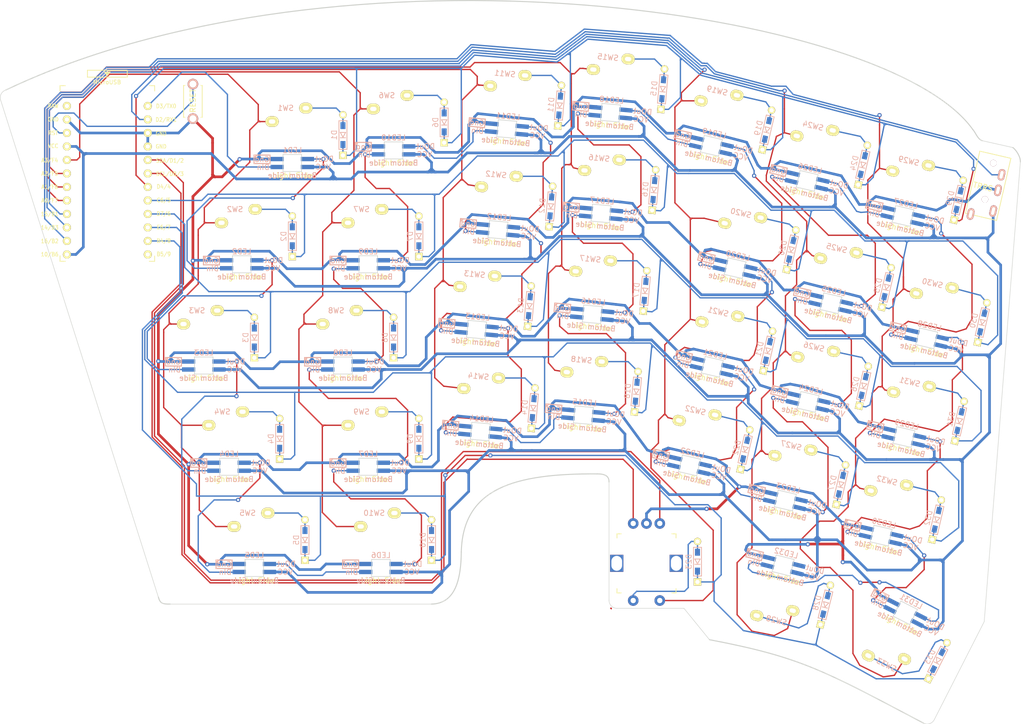
<source format=kicad_pcb>
(kicad_pcb (version 20171130) (host pcbnew "(5.1.10)-1")
  (layers (0 F.Cu signal) (31 B.Cu signal) (34 B.Paste user) (35 F.Paste user) (36 B.SilkS user) (37 F.SilkS user) (38 B.Mask user) (39 F.Mask user) (44 Edge.Cuts user))
  (net 0 "")
  (net 1 "Net-(D1-Pad2)")
  (net 2 Row0)
  (net 3 "Net-(D2-Pad2)")
  (net 4 Row1)
  (net 5 "Net-(D3-Pad2)")
  (net 6 Row2)
  (net 7 "Net-(D4-Pad2)")
  (net 8 Row3)
  (net 9 "Net-(D5-Pad2)")
  (net 10 Row4)
  (net 11 "Net-(D6-Pad2)")
  (net 12 "Net-(D7-Pad2)")
  (net 13 "Net-(D8-Pad2)")
  (net 14 "Net-(D9-Pad2)")
  (net 15 "Net-(D10-Pad2)")
  (net 16 "Net-(D11-Pad2)")
  (net 17 "Net-(D12-Pad2)")
  (net 18 "Net-(D13-Pad2)")
  (net 19 "Net-(D14-Pad2)")
  (net 20 "Net-(D15-Pad2)")
  (net 21 "Net-(D16-Pad2)")
  (net 22 "Net-(D17-Pad2)")
  (net 23 "Net-(D18-Pad2)")
  (net 24 "Net-(D19-Pad2)")
  (net 25 "Net-(D20-Pad2)")
  (net 26 "Net-(D21-Pad2)")
  (net 27 "Net-(D22-Pad2)")
  (net 28 "Net-(D23-Pad2)")
  (net 29 "Net-(D24-Pad2)")
  (net 30 "Net-(D25-Pad2)")
  (net 31 "Net-(D26-Pad2)")
  (net 32 "Net-(D27-Pad2)")
  (net 33 "Net-(D28-Pad2)")
  (net 34 "Net-(D29-Pad2)")
  (net 35 "Net-(D30-Pad2)")
  (net 36 "Net-(D31-Pad2)")
  (net 37 "Net-(D32-Pad2)")
  (net 38 "Net-(D33-Pad2)")
  (net 39 GND)
  (net 40 Data)
  (net 41 "Net-(J1-PadA)")
  (net 42 VCC)
  (net 43 "Net-(LED1-Pad1)")
  (net 44 LED)
  (net 45 "Net-(LED2-Pad1)")
  (net 46 "Net-(LED3-Pad1)")
  (net 47 "Net-(LED4-Pad1)")
  (net 48 "Net-(LED5-Pad1)")
  (net 49 "Net-(LED6-Pad1)")
  (net 50 "Net-(LED7-Pad1)")
  (net 51 "Net-(LED8-Pad1)")
  (net 52 "Net-(LED10-Pad3)")
  (net 53 "Net-(LED10-Pad1)")
  (net 54 "Net-(LED11-Pad1)")
  (net 55 "Net-(LED12-Pad1)")
  (net 56 "Net-(LED13-Pad1)")
  (net 57 "Net-(LED14-Pad1)")
  (net 58 "Net-(LED15-Pad1)")
  (net 59 "Net-(LED16-Pad1)")
  (net 60 "Net-(LED17-Pad1)")
  (net 61 "Net-(LED18-Pad1)")
  (net 62 "Net-(LED19-Pad1)")
  (net 63 "Net-(LED20-Pad1)")
  (net 64 "Net-(LED21-Pad1)")
  (net 65 "Net-(LED22-Pad1)")
  (net 66 "Net-(LED23-Pad1)")
  (net 67 "Net-(LED24-Pad1)")
  (net 68 "Net-(LED25-Pad1)")
  (net 69 "Net-(LED26-Pad1)")
  (net 70 "Net-(LED27-Pad1)")
  (net 71 "Net-(LED28-Pad1)")
  (net 72 "Net-(LED29-Pad1)")
  (net 73 "Net-(LED30-Pad1)")
  (net 74 "Net-(LED31-Pad1)")
  (net 75 "Net-(LED32-Pad1)")
  (net 76 Col0)
  (net 77 Col1)
  (net 78 Col2)
  (net 79 Col3)
  (net 80 Col4)
  (net 81 RotaryB)
  (net 82 RotaryA)
  (net 83 Col5)
  (net 84 Col6)
  (net 85 Reset)
  (net 86 "Net-(U1-Pad24)")
  (net 87 "Net-(U1-Pad12)")
  (module kbd_SW:CherryMX_1u_solder (layer F.Cu) (at 110.216311 35.779677 355)
    (fp_text reference SW15 (at -1.27 -5.08 355) (layer B.SilkS) (effects (justify mirror)))
    (fp_text value SW_PUSH hide)
    (pad "" np_thru_hole circle (at 0 0 85) (size 4 4) (drill 4) (layers *.Cu *.Mask))
    (pad "" np_thru_hole circle (at -5.08 0 85) (size 1.9 1.9) (drill 1.9) (layers *.Cu *.Mask))
    (pad "" np_thru_hole circle (at 5.08 0 85) (size 1.9 1.9) (drill 1.9) (layers *.Cu *.Mask))
    (pad 2 thru_hole oval (at 2.54 -5.08 355) (size 2.5 2) (drill oval 1.2 0.8) (layers *.Cu F.SilkS B.Mask) (net 20 "Net-(D15-Pad2)"))
    (pad 1 thru_hole oval (at -3.81 -2.54 355) (size 2.5 2) (drill oval 1.2 0.8) (layers *.Cu F.SilkS B.Mask) (net 79 Col3))
  )
  (module kbd_SW:CherryMX_1.75u_solder (layer F.Cu) (at 33.3375 83.34375)
    (fp_text reference SW3 (at -1.27 -5.08 180) (layer B.SilkS) (effects (justify mirror)))
    (fp_text value SW_PUSH hide)
    (pad "" np_thru_hole circle (at 0 0 90) (size 4 4) (drill 4) (layers *.Cu *.Mask))
    (pad "" np_thru_hole circle (at -5.08 0 90) (size 1.9 1.9) (drill 1.9) (layers *.Cu *.Mask))
    (pad "" np_thru_hole circle (at 5.08 0 90) (size 1.9 1.9) (drill 1.9) (layers *.Cu *.Mask))
    (pad 2 thru_hole oval (at 2.54 -5.08) (size 2.5 2) (drill oval 1.2 0.8) (layers *.Cu F.SilkS B.Mask) (net 5 "Net-(D3-Pad2)"))
    (pad 1 thru_hole oval (at -3.81 -2.54) (size 2.5 2) (drill oval 1.2 0.8) (layers *.Cu F.SilkS B.Mask) (net 76 Col0))
  )
  (module kbd_SW:CherryMX_1u_solder (layer F.Cu) (at 141.086028 131.34875 166)
    (fp_text reference SW28 (at -1.27 -5.08 346) (layer B.SilkS) (effects (justify mirror)))
    (fp_text value SW_PUSH hide)
    (pad 1 thru_hole oval (at -3.81 -2.54 166) (size 2.5 2) (drill oval 1.2 0.8) (layers *.Cu F.SilkS B.Mask) (net 83 Col5))
    (pad 2 thru_hole oval (at 2.54 -5.08 166) (size 2.5 2) (drill oval 1.2 0.8) (layers *.Cu F.SilkS B.Mask) (net 33 "Net-(D28-Pad2)"))
    (pad "" np_thru_hole circle (at 5.08 0 256) (size 1.9 1.9) (drill 1.9) (layers *.Cu *.Mask))
    (pad "" np_thru_hole circle (at -5.08 0 256) (size 1.9 1.9) (drill 1.9) (layers *.Cu *.Mask))
    (pad "" np_thru_hole circle (at 0 0 256) (size 4 4) (drill 4) (layers *.Cu *.Mask))
  )
  (module kbd_Parts:ResetSW (layer B.Cu) (at 31.3 38.9 90)
    (fp_text reference SW34 hide)
    (fp_text value SW_PUSH)
    (fp_text user RESET (at 0.127 0 270) (layer F.SilkS))
    (pad 2 thru_hole circle (at -3.25 0 90) (size 2 2) (drill 1.3) (layers *.Cu *.Mask B.SilkS) (net 39 GND))
    (pad 1 thru_hole circle (at 3.25 0 90) (size 2 2) (drill 1.3) (layers *.Cu *.Mask B.SilkS) (net 85 Reset))
  )
  (module kbd_Parts:Diode_TH_SMD (layer F.Cu) (at 171.451837 144.15801 63)
    (fp_text reference D33 (at 0 -1.63 63) (layer B.SilkS) (effects (font (thickness 0.125)) (justify mirror)))
    (fp_text value D hide)
    (pad 2 smd rect (at 1.775 0 63) (size 1.3 0.95) (layers B.Cu B.Paste B.Mask) (net 38 "Net-(D33-Pad2)"))
    (pad 1 smd rect (at -1.775 0 63) (size 1.3 0.95) (layers B.Cu B.Paste B.Mask) (net 10 Row4))
    (pad 1 thru_hole rect (at -3.81 0 63) (size 1.397 1.397) (drill 0.8128) (layers *.Cu *.Mask F.SilkS) (net 10 Row4))
    (pad 2 thru_hole circle (at 3.81 0 63) (size 1.397 1.397) (drill 0.8128) (layers *.Cu *.Mask F.SilkS) (net 38 "Net-(D33-Pad2)"))
  )
  (module kbd_Parts:Diode_TH_SMD (layer F.Cu) (at 171.2687 117.638527 77)
    (fp_text reference D32 (at 0 -1.63 77) (layer B.SilkS) (effects (font (thickness 0.125)) (justify mirror)))
    (fp_text value D hide)
    (pad 2 thru_hole circle (at 3.81 0 77) (size 1.397 1.397) (drill 0.8128) (layers *.Cu *.Mask F.SilkS) (net 37 "Net-(D32-Pad2)"))
    (pad 1 thru_hole rect (at -3.81 0 77) (size 1.397 1.397) (drill 0.8128) (layers *.Cu *.Mask F.SilkS) (net 8 Row3))
    (pad 1 smd rect (at -1.775 0 77) (size 1.3 0.95) (layers B.Cu B.Paste B.Mask) (net 8 Row3))
    (pad 2 smd rect (at 1.775 0 77) (size 1.3 0.95) (layers B.Cu B.Paste B.Mask) (net 37 "Net-(D32-Pad2)"))
  )
  (module kbd_Parts:Diode_TH_SMD (layer F.Cu) (at 175.554017 99.076777 77)
    (fp_text reference D31 (at 0 -1.63 77) (layer B.SilkS) (effects (font (thickness 0.125)) (justify mirror)))
    (fp_text value D hide)
    (pad 2 thru_hole circle (at 3.81 0 77) (size 1.397 1.397) (drill 0.8128) (layers *.Cu *.Mask F.SilkS) (net 36 "Net-(D31-Pad2)"))
    (pad 1 thru_hole rect (at -3.81 0 77) (size 1.397 1.397) (drill 0.8128) (layers *.Cu *.Mask F.SilkS) (net 6 Row2))
    (pad 1 smd rect (at -1.775 0 77) (size 1.3 0.95) (layers B.Cu B.Paste B.Mask) (net 6 Row2))
    (pad 2 smd rect (at 1.775 0 77) (size 1.3 0.95) (layers B.Cu B.Paste B.Mask) (net 36 "Net-(D31-Pad2)"))
  )
  (module kbd_Parts:Diode_TH_SMD (layer F.Cu) (at 179.839335 80.515027 77)
    (fp_text reference D30 (at 0 -1.63 77) (layer B.SilkS) (effects (font (thickness 0.125)) (justify mirror)))
    (fp_text value D hide)
    (pad 2 thru_hole circle (at 3.81 0 77) (size 1.397 1.397) (drill 0.8128) (layers *.Cu *.Mask F.SilkS) (net 35 "Net-(D30-Pad2)"))
    (pad 1 thru_hole rect (at -3.81 0 77) (size 1.397 1.397) (drill 0.8128) (layers *.Cu *.Mask F.SilkS) (net 4 Row1))
    (pad 1 smd rect (at -1.775 0 77) (size 1.3 0.95) (layers B.Cu B.Paste B.Mask) (net 4 Row1))
    (pad 2 smd rect (at 1.775 0 77) (size 1.3 0.95) (layers B.Cu B.Paste B.Mask) (net 35 "Net-(D30-Pad2)"))
  )
  (module kbd_Parts:Diode_TH_SMD (layer F.Cu) (at 175.379442 57.4904 77)
    (fp_text reference D29 (at 0 -1.63 77) (layer B.SilkS) (effects (font (thickness 0.125)) (justify mirror)))
    (fp_text value D hide)
    (pad 2 thru_hole circle (at 3.81 0 77) (size 1.397 1.397) (drill 0.8128) (layers *.Cu *.Mask F.SilkS) (net 34 "Net-(D29-Pad2)"))
    (pad 1 thru_hole rect (at -3.81 0 77) (size 1.397 1.397) (drill 0.8128) (layers *.Cu *.Mask F.SilkS) (net 2 Row0))
    (pad 1 smd rect (at -1.775 0 77) (size 1.3 0.95) (layers B.Cu B.Paste B.Mask) (net 2 Row0))
    (pad 2 smd rect (at 1.775 0 77) (size 1.3 0.95) (layers B.Cu B.Paste B.Mask) (net 34 "Net-(D29-Pad2)"))
  )
  (module kbd_Parts:Diode_TH_SMD (layer F.Cu) (at 150.328095 133.653056 76)
    (fp_text reference D28 (at 0 -1.63 76) (layer B.SilkS) (effects (font (thickness 0.125)) (justify mirror)))
    (fp_text value D hide)
    (pad 2 smd rect (at 1.775 0 76) (size 1.3 0.95) (layers B.Cu B.Paste B.Mask) (net 33 "Net-(D28-Pad2)"))
    (pad 1 smd rect (at -1.775 0 76) (size 1.3 0.95) (layers B.Cu B.Paste B.Mask) (net 10 Row4))
    (pad 1 thru_hole rect (at -3.81 0 76) (size 1.397 1.397) (drill 0.8128) (layers *.Cu *.Mask F.SilkS) (net 10 Row4))
    (pad 2 thru_hole circle (at 3.81 0 76) (size 1.397 1.397) (drill 0.8128) (layers *.Cu *.Mask F.SilkS) (net 33 "Net-(D28-Pad2)"))
  )
  (module kbd_Parts:Diode_TH_SMD (layer F.Cu) (at 153.242615 111.032991 77)
    (fp_text reference D27 (at 0 -1.63 77) (layer B.SilkS) (effects (font (thickness 0.125)) (justify mirror)))
    (fp_text value D hide)
    (pad 2 thru_hole circle (at 3.81 0 77) (size 1.397 1.397) (drill 0.8128) (layers *.Cu *.Mask F.SilkS) (net 32 "Net-(D27-Pad2)"))
    (pad 1 thru_hole rect (at -3.81 0 77) (size 1.397 1.397) (drill 0.8128) (layers *.Cu *.Mask F.SilkS) (net 8 Row3))
    (pad 1 smd rect (at -1.775 0 77) (size 1.3 0.95) (layers B.Cu B.Paste B.Mask) (net 8 Row3))
    (pad 2 smd rect (at 1.775 0 77) (size 1.3 0.95) (layers B.Cu B.Paste B.Mask) (net 32 "Net-(D27-Pad2)"))
  )
  (module kbd_Parts:Diode_TH_SMD (layer F.Cu) (at 157.527932 92.471241 77)
    (fp_text reference D26 (at 0 -1.63 77) (layer B.SilkS) (effects (font (thickness 0.125)) (justify mirror)))
    (fp_text value D hide)
    (pad 2 thru_hole circle (at 3.81 0 77) (size 1.397 1.397) (drill 0.8128) (layers *.Cu *.Mask F.SilkS) (net 31 "Net-(D26-Pad2)"))
    (pad 1 thru_hole rect (at -3.81 0 77) (size 1.397 1.397) (drill 0.8128) (layers *.Cu *.Mask F.SilkS) (net 6 Row2))
    (pad 1 smd rect (at -1.775 0 77) (size 1.3 0.95) (layers B.Cu B.Paste B.Mask) (net 6 Row2))
    (pad 2 smd rect (at 1.775 0 77) (size 1.3 0.95) (layers B.Cu B.Paste B.Mask) (net 31 "Net-(D26-Pad2)"))
  )
  (module kbd_Parts:Diode_TH_SMD (layer F.Cu) (at 161.81325 73.909491 77)
    (fp_text reference D25 (at 0 -1.63 77) (layer B.SilkS) (effects (font (thickness 0.125)) (justify mirror)))
    (fp_text value D hide)
    (pad 2 thru_hole circle (at 3.81 0 77) (size 1.397 1.397) (drill 0.8128) (layers *.Cu *.Mask F.SilkS) (net 30 "Net-(D25-Pad2)"))
    (pad 1 thru_hole rect (at -3.81 0 77) (size 1.397 1.397) (drill 0.8128) (layers *.Cu *.Mask F.SilkS) (net 4 Row1))
    (pad 1 smd rect (at -1.775 0 77) (size 1.3 0.95) (layers B.Cu B.Paste B.Mask) (net 4 Row1))
    (pad 2 smd rect (at 1.775 0 77) (size 1.3 0.95) (layers B.Cu B.Paste B.Mask) (net 30 "Net-(D25-Pad2)"))
  )
  (module kbd_Parts:Diode_TH_SMD (layer F.Cu) (at 157.353357 50.884864 77)
    (fp_text reference D24 (at 0 -1.63 77) (layer B.SilkS) (effects (font (thickness 0.125)) (justify mirror)))
    (fp_text value D hide)
    (pad 2 thru_hole circle (at 3.81 0 77) (size 1.397 1.397) (drill 0.8128) (layers *.Cu *.Mask F.SilkS) (net 29 "Net-(D24-Pad2)"))
    (pad 1 thru_hole rect (at -3.81 0 77) (size 1.397 1.397) (drill 0.8128) (layers *.Cu *.Mask F.SilkS) (net 2 Row0))
    (pad 1 smd rect (at -1.775 0 77) (size 1.3 0.95) (layers B.Cu B.Paste B.Mask) (net 2 Row0))
    (pad 2 smd rect (at 1.775 0 77) (size 1.3 0.95) (layers B.Cu B.Paste B.Mask) (net 29 "Net-(D24-Pad2)"))
  )
  (module kbd_Parts:Diode_TH_SMD (layer F.Cu) (at 126.24625 125.52 90)
    (fp_text reference D23 (at 0 -1.63 90) (layer B.SilkS) (effects (font (thickness 0.125)) (justify mirror)))
    (fp_text value D hide)
    (pad 2 thru_hole circle (at 3.81 0 90) (size 1.397 1.397) (drill 0.8128) (layers *.Cu *.Mask F.SilkS) (net 28 "Net-(D23-Pad2)"))
    (pad 1 thru_hole rect (at -3.81 0 90) (size 1.397 1.397) (drill 0.8128) (layers *.Cu *.Mask F.SilkS) (net 10 Row4))
    (pad 1 smd rect (at -1.775 0 90) (size 1.3 0.95) (layers B.Cu B.Paste B.Mask) (net 10 Row4))
    (pad 2 smd rect (at 1.775 0 90) (size 1.3 0.95) (layers B.Cu B.Paste B.Mask) (net 28 "Net-(D23-Pad2)"))
  )
  (module kbd_Parts:Diode_TH_SMD (layer F.Cu) (at 135.21653 104.427454 77)
    (fp_text reference D22 (at 0 -1.63 77) (layer B.SilkS) (effects (font (thickness 0.125)) (justify mirror)))
    (fp_text value D hide)
    (pad 2 thru_hole circle (at 3.81 0 77) (size 1.397 1.397) (drill 0.8128) (layers *.Cu *.Mask F.SilkS) (net 27 "Net-(D22-Pad2)"))
    (pad 1 thru_hole rect (at -3.81 0 77) (size 1.397 1.397) (drill 0.8128) (layers *.Cu *.Mask F.SilkS) (net 8 Row3))
    (pad 1 smd rect (at -1.775 0 77) (size 1.3 0.95) (layers B.Cu B.Paste B.Mask) (net 8 Row3))
    (pad 2 smd rect (at 1.775 0 77) (size 1.3 0.95) (layers B.Cu B.Paste B.Mask) (net 27 "Net-(D22-Pad2)"))
  )
  (module kbd_Parts:Diode_TH_SMD (layer F.Cu) (at 139.501847 85.865704 77)
    (fp_text reference D21 (at 0 -1.63 77) (layer B.SilkS) (effects (font (thickness 0.125)) (justify mirror)))
    (fp_text value D hide)
    (pad 2 thru_hole circle (at 3.81 0 77) (size 1.397 1.397) (drill 0.8128) (layers *.Cu *.Mask F.SilkS) (net 26 "Net-(D21-Pad2)"))
    (pad 1 thru_hole rect (at -3.81 0 77) (size 1.397 1.397) (drill 0.8128) (layers *.Cu *.Mask F.SilkS) (net 6 Row2))
    (pad 1 smd rect (at -1.775 0 77) (size 1.3 0.95) (layers B.Cu B.Paste B.Mask) (net 6 Row2))
    (pad 2 smd rect (at 1.775 0 77) (size 1.3 0.95) (layers B.Cu B.Paste B.Mask) (net 26 "Net-(D21-Pad2)"))
  )
  (module kbd_Parts:Diode_TH_SMD (layer F.Cu) (at 143.896266 66.831385 77)
    (fp_text reference D20 (at 0 -1.63 77) (layer B.SilkS) (effects (font (thickness 0.125)) (justify mirror)))
    (fp_text value D hide)
    (pad 2 thru_hole circle (at 3.81 0 77) (size 1.397 1.397) (drill 0.8128) (layers *.Cu *.Mask F.SilkS) (net 25 "Net-(D20-Pad2)"))
    (pad 1 thru_hole rect (at -3.81 0 77) (size 1.397 1.397) (drill 0.8128) (layers *.Cu *.Mask F.SilkS) (net 4 Row1))
    (pad 1 smd rect (at -1.775 0 77) (size 1.3 0.95) (layers B.Cu B.Paste B.Mask) (net 4 Row1))
    (pad 2 smd rect (at 1.775 0 77) (size 1.3 0.95) (layers B.Cu B.Paste B.Mask) (net 25 "Net-(D20-Pad2)"))
  )
  (module kbd_Parts:Diode_TH_SMD (layer F.Cu) (at 139.327272 44.279327 77)
    (fp_text reference D19 (at 0 -1.63 77) (layer B.SilkS) (effects (font (thickness 0.125)) (justify mirror)))
    (fp_text value D hide)
    (pad 2 thru_hole circle (at 3.81 0 77) (size 1.397 1.397) (drill 0.8128) (layers *.Cu *.Mask F.SilkS) (net 24 "Net-(D19-Pad2)"))
    (pad 1 thru_hole rect (at -3.81 0 77) (size 1.397 1.397) (drill 0.8128) (layers *.Cu *.Mask F.SilkS) (net 2 Row0))
    (pad 1 smd rect (at -1.775 0 77) (size 1.3 0.95) (layers B.Cu B.Paste B.Mask) (net 2 Row0))
    (pad 2 smd rect (at 1.775 0 77) (size 1.3 0.95) (layers B.Cu B.Paste B.Mask) (net 24 "Net-(D19-Pad2)"))
  )
  (module kbd_Parts:Diode_TH_SMD (layer F.Cu) (at 114.724114 93.542363 85)
    (fp_text reference D18 (at 0 -1.63 85) (layer B.SilkS) (effects (font (thickness 0.125)) (justify mirror)))
    (fp_text value D hide)
    (pad 2 thru_hole circle (at 3.81 0 85) (size 1.397 1.397) (drill 0.8128) (layers *.Cu *.Mask F.SilkS) (net 23 "Net-(D18-Pad2)"))
    (pad 1 thru_hole rect (at -3.81 0 85) (size 1.397 1.397) (drill 0.8128) (layers *.Cu *.Mask F.SilkS) (net 8 Row3))
    (pad 1 smd rect (at -1.775 0 85) (size 1.3 0.95) (layers B.Cu B.Paste B.Mask) (net 8 Row3))
    (pad 2 smd rect (at 1.775 0 85) (size 1.3 0.95) (layers B.Cu B.Paste B.Mask) (net 23 "Net-(D18-Pad2)"))
  )
  (module kbd_Parts:Diode_TH_SMD (layer F.Cu) (at 116.384431 74.564854 85)
    (fp_text reference D17 (at 0 -1.63 85) (layer B.SilkS) (effects (font (thickness 0.125)) (justify mirror)))
    (fp_text value D hide)
    (pad 2 thru_hole circle (at 3.81 0 85) (size 1.397 1.397) (drill 0.8128) (layers *.Cu *.Mask F.SilkS) (net 22 "Net-(D17-Pad2)"))
    (pad 1 thru_hole rect (at -3.81 0 85) (size 1.397 1.397) (drill 0.8128) (layers *.Cu *.Mask F.SilkS) (net 6 Row2))
    (pad 1 smd rect (at -1.775 0 85) (size 1.3 0.95) (layers B.Cu B.Paste B.Mask) (net 6 Row2))
    (pad 2 smd rect (at 1.775 0 85) (size 1.3 0.95) (layers B.Cu B.Paste B.Mask) (net 22 "Net-(D17-Pad2)"))
  )
  (module kbd_Parts:Diode_TH_SMD (layer F.Cu) (at 118.044748 55.587345 85)
    (fp_text reference D16 (at 0 -1.63 85) (layer B.SilkS) (effects (font (thickness 0.125)) (justify mirror)))
    (fp_text value D hide)
    (pad 2 thru_hole circle (at 3.81 0 85) (size 1.397 1.397) (drill 0.8128) (layers *.Cu *.Mask F.SilkS) (net 21 "Net-(D16-Pad2)"))
    (pad 1 thru_hole rect (at -3.81 0 85) (size 1.397 1.397) (drill 0.8128) (layers *.Cu *.Mask F.SilkS) (net 4 Row1))
    (pad 1 smd rect (at -1.775 0 85) (size 1.3 0.95) (layers B.Cu B.Paste B.Mask) (net 4 Row1))
    (pad 2 smd rect (at 1.775 0 85) (size 1.3 0.95) (layers B.Cu B.Paste B.Mask) (net 21 "Net-(D16-Pad2)"))
  )
  (module kbd_Parts:Diode_TH_SMD (layer F.Cu) (at 119.705065 36.609836 85)
    (fp_text reference D15 (at 0 -1.63 85) (layer B.SilkS) (effects (font (thickness 0.125)) (justify mirror)))
    (fp_text value D hide)
    (pad 2 thru_hole circle (at 3.81 0 85) (size 1.397 1.397) (drill 0.8128) (layers *.Cu *.Mask F.SilkS) (net 20 "Net-(D15-Pad2)"))
    (pad 1 thru_hole rect (at -3.81 0 85) (size 1.397 1.397) (drill 0.8128) (layers *.Cu *.Mask F.SilkS) (net 2 Row0))
    (pad 1 smd rect (at -1.775 0 85) (size 1.3 0.95) (layers B.Cu B.Paste B.Mask) (net 2 Row0))
    (pad 2 smd rect (at 1.775 0 85) (size 1.3 0.95) (layers B.Cu B.Paste B.Mask) (net 20 "Net-(D15-Pad2)"))
  )
  (module kbd_Parts:Diode_TH_SMD (layer F.Cu) (at 95.331526 96.626423 85)
    (fp_text reference D14 (at 0 -1.63 85) (layer B.SilkS) (effects (font (thickness 0.125)) (justify mirror)))
    (fp_text value D hide)
    (pad 2 thru_hole circle (at 3.81 0 85) (size 1.397 1.397) (drill 0.8128) (layers *.Cu *.Mask F.SilkS) (net 19 "Net-(D14-Pad2)"))
    (pad 1 thru_hole rect (at -3.81 0 85) (size 1.397 1.397) (drill 0.8128) (layers *.Cu *.Mask F.SilkS) (net 8 Row3))
    (pad 1 smd rect (at -1.775 0 85) (size 1.3 0.95) (layers B.Cu B.Paste B.Mask) (net 8 Row3))
    (pad 2 smd rect (at 1.775 0 85) (size 1.3 0.95) (layers B.Cu B.Paste B.Mask) (net 19 "Net-(D14-Pad2)"))
  )
  (module kbd_Parts:Diode_TH_SMD (layer F.Cu) (at 94.619655 77.441374 85)
    (fp_text reference D13 (at 0 -1.63 85) (layer B.SilkS) (effects (font (thickness 0.125)) (justify mirror)))
    (fp_text value D hide)
    (pad 2 thru_hole circle (at 3.81 0 85) (size 1.397 1.397) (drill 0.8128) (layers *.Cu *.Mask F.SilkS) (net 18 "Net-(D13-Pad2)"))
    (pad 1 thru_hole rect (at -3.81 0 85) (size 1.397 1.397) (drill 0.8128) (layers *.Cu *.Mask F.SilkS) (net 6 Row2))
    (pad 1 smd rect (at -1.775 0 85) (size 1.3 0.95) (layers B.Cu B.Paste B.Mask) (net 6 Row2))
    (pad 2 smd rect (at 1.775 0 85) (size 1.3 0.95) (layers B.Cu B.Paste B.Mask) (net 18 "Net-(D13-Pad2)"))
  )
  (module kbd_Parts:Diode_TH_SMD (layer F.Cu) (at 98.652159 58.671405 85)
    (fp_text reference D12 (at 0 -1.63 85) (layer B.SilkS) (effects (font (thickness 0.125)) (justify mirror)))
    (fp_text value D hide)
    (pad 2 thru_hole circle (at 3.81 0 85) (size 1.397 1.397) (drill 0.8128) (layers *.Cu *.Mask F.SilkS) (net 17 "Net-(D12-Pad2)"))
    (pad 1 thru_hole rect (at -3.81 0 85) (size 1.397 1.397) (drill 0.8128) (layers *.Cu *.Mask F.SilkS) (net 4 Row1))
    (pad 1 smd rect (at -1.775 0 85) (size 1.3 0.95) (layers B.Cu B.Paste B.Mask) (net 4 Row1))
    (pad 2 smd rect (at 1.775 0 85) (size 1.3 0.95) (layers B.Cu B.Paste B.Mask) (net 17 "Net-(D12-Pad2)"))
  )
  (module kbd_Parts:Diode_TH_SMD (layer F.Cu) (at 100.312477 39.693896 85)
    (fp_text reference D11 (at 0 -1.63 85) (layer B.SilkS) (effects (font (thickness 0.125)) (justify mirror)))
    (fp_text value D hide)
    (pad 2 thru_hole circle (at 3.81 0 85) (size 1.397 1.397) (drill 0.8128) (layers *.Cu *.Mask F.SilkS) (net 16 "Net-(D11-Pad2)"))
    (pad 1 thru_hole rect (at -3.81 0 85) (size 1.397 1.397) (drill 0.8128) (layers *.Cu *.Mask F.SilkS) (net 2 Row0))
    (pad 1 smd rect (at -1.775 0 85) (size 1.3 0.95) (layers B.Cu B.Paste B.Mask) (net 2 Row0))
    (pad 2 smd rect (at 1.775 0 85) (size 1.3 0.95) (layers B.Cu B.Paste B.Mask) (net 16 "Net-(D11-Pad2)"))
  )
  (module kbd_Parts:Diode_TH_SMD (layer F.Cu) (at 76.2 121.44375 90)
    (fp_text reference D10 (at 0 -1.63 90) (layer B.SilkS) (effects (font (thickness 0.125)) (justify mirror)))
    (fp_text value D hide)
    (pad 2 thru_hole circle (at 3.81 0 90) (size 1.397 1.397) (drill 0.8128) (layers *.Cu *.Mask F.SilkS) (net 15 "Net-(D10-Pad2)"))
    (pad 1 thru_hole rect (at -3.81 0 90) (size 1.397 1.397) (drill 0.8128) (layers *.Cu *.Mask F.SilkS) (net 10 Row4))
    (pad 1 smd rect (at -1.775 0 90) (size 1.3 0.95) (layers B.Cu B.Paste B.Mask) (net 10 Row4))
    (pad 2 smd rect (at 1.775 0 90) (size 1.3 0.95) (layers B.Cu B.Paste B.Mask) (net 15 "Net-(D10-Pad2)"))
  )
  (module kbd_Parts:Diode_TH_SMD (layer F.Cu) (at 73.81875 102.39375 90)
    (fp_text reference D9 (at 0 -1.63 90) (layer B.SilkS) (effects (font (thickness 0.125)) (justify mirror)))
    (fp_text value D hide)
    (pad 2 thru_hole circle (at 3.81 0 90) (size 1.397 1.397) (drill 0.8128) (layers *.Cu *.Mask F.SilkS) (net 14 "Net-(D9-Pad2)"))
    (pad 1 thru_hole rect (at -3.81 0 90) (size 1.397 1.397) (drill 0.8128) (layers *.Cu *.Mask F.SilkS) (net 8 Row3))
    (pad 1 smd rect (at -1.775 0 90) (size 1.3 0.95) (layers B.Cu B.Paste B.Mask) (net 8 Row3))
    (pad 2 smd rect (at 1.775 0 90) (size 1.3 0.95) (layers B.Cu B.Paste B.Mask) (net 14 "Net-(D9-Pad2)"))
  )
  (module kbd_Parts:Diode_TH_SMD (layer F.Cu) (at 69.05625 83.34375 90)
    (fp_text reference D8 (at 0 -1.63 90) (layer B.SilkS) (effects (font (thickness 0.125)) (justify mirror)))
    (fp_text value D hide)
    (pad 2 thru_hole circle (at 3.81 0 90) (size 1.397 1.397) (drill 0.8128) (layers *.Cu *.Mask F.SilkS) (net 13 "Net-(D8-Pad2)"))
    (pad 1 thru_hole rect (at -3.81 0 90) (size 1.397 1.397) (drill 0.8128) (layers *.Cu *.Mask F.SilkS) (net 6 Row2))
    (pad 1 smd rect (at -1.775 0 90) (size 1.3 0.95) (layers B.Cu B.Paste B.Mask) (net 6 Row2))
    (pad 2 smd rect (at 1.775 0 90) (size 1.3 0.95) (layers B.Cu B.Paste B.Mask) (net 13 "Net-(D8-Pad2)"))
  )
  (module kbd_Parts:Diode_TH_SMD (layer F.Cu) (at 73.81875 64.29375 90)
    (fp_text reference D7 (at 0 -1.63 90) (layer B.SilkS) (effects (font (thickness 0.125)) (justify mirror)))
    (fp_text value D hide)
    (pad 2 thru_hole circle (at 3.81 0 90) (size 1.397 1.397) (drill 0.8128) (layers *.Cu *.Mask F.SilkS) (net 12 "Net-(D7-Pad2)"))
    (pad 1 thru_hole rect (at -3.81 0 90) (size 1.397 1.397) (drill 0.8128) (layers *.Cu *.Mask F.SilkS) (net 4 Row1))
    (pad 1 smd rect (at -1.775 0 90) (size 1.3 0.95) (layers B.Cu B.Paste B.Mask) (net 4 Row1))
    (pad 2 smd rect (at 1.775 0 90) (size 1.3 0.95) (layers B.Cu B.Paste B.Mask) (net 12 "Net-(D7-Pad2)"))
  )
  (module kbd_Parts:Diode_TH_SMD (layer F.Cu) (at 78.58125 42.8625 90)
    (fp_text reference D6 (at 0 -1.63 90) (layer B.SilkS) (effects (font (thickness 0.125)) (justify mirror)))
    (fp_text value D hide)
    (pad 2 thru_hole circle (at 3.81 0 90) (size 1.397 1.397) (drill 0.8128) (layers *.Cu *.Mask F.SilkS) (net 11 "Net-(D6-Pad2)"))
    (pad 1 thru_hole rect (at -3.81 0 90) (size 1.397 1.397) (drill 0.8128) (layers *.Cu *.Mask F.SilkS) (net 2 Row0))
    (pad 1 smd rect (at -1.775 0 90) (size 1.3 0.95) (layers B.Cu B.Paste B.Mask) (net 2 Row0))
    (pad 2 smd rect (at 1.775 0 90) (size 1.3 0.95) (layers B.Cu B.Paste B.Mask) (net 11 "Net-(D6-Pad2)"))
  )
  (module kbd_Parts:Diode_TH_SMD (layer F.Cu) (at 52.3875 121.44375 90)
    (fp_text reference D5 (at 0 -1.63 90) (layer B.SilkS) (effects (font (thickness 0.125)) (justify mirror)))
    (fp_text value D hide)
    (pad 2 thru_hole circle (at 3.81 0 90) (size 1.397 1.397) (drill 0.8128) (layers *.Cu *.Mask F.SilkS) (net 9 "Net-(D5-Pad2)"))
    (pad 1 thru_hole rect (at -3.81 0 90) (size 1.397 1.397) (drill 0.8128) (layers *.Cu *.Mask F.SilkS) (net 10 Row4))
    (pad 1 smd rect (at -1.775 0 90) (size 1.3 0.95) (layers B.Cu B.Paste B.Mask) (net 10 Row4))
    (pad 2 smd rect (at 1.775 0 90) (size 1.3 0.95) (layers B.Cu B.Paste B.Mask) (net 9 "Net-(D5-Pad2)"))
  )
  (module kbd_Parts:Diode_TH_SMD (layer F.Cu) (at 47.625 102.39375 90)
    (fp_text reference D4 (at 0 -1.63 90) (layer B.SilkS) (effects (font (thickness 0.125)) (justify mirror)))
    (fp_text value D hide)
    (pad 2 thru_hole circle (at 3.81 0 90) (size 1.397 1.397) (drill 0.8128) (layers *.Cu *.Mask F.SilkS) (net 7 "Net-(D4-Pad2)"))
    (pad 1 thru_hole rect (at -3.81 0 90) (size 1.397 1.397) (drill 0.8128) (layers *.Cu *.Mask F.SilkS) (net 8 Row3))
    (pad 1 smd rect (at -1.775 0 90) (size 1.3 0.95) (layers B.Cu B.Paste B.Mask) (net 8 Row3))
    (pad 2 smd rect (at 1.775 0 90) (size 1.3 0.95) (layers B.Cu B.Paste B.Mask) (net 7 "Net-(D4-Pad2)"))
  )
  (module kbd_Parts:Diode_TH_SMD (layer F.Cu) (at 42.8625 83.34375 90)
    (fp_text reference D3 (at 0 -1.63 90) (layer B.SilkS) (effects (font (thickness 0.125)) (justify mirror)))
    (fp_text value D hide)
    (pad 2 thru_hole circle (at 3.81 0 90) (size 1.397 1.397) (drill 0.8128) (layers *.Cu *.Mask F.SilkS) (net 5 "Net-(D3-Pad2)"))
    (pad 1 thru_hole rect (at -3.81 0 90) (size 1.397 1.397) (drill 0.8128) (layers *.Cu *.Mask F.SilkS) (net 6 Row2))
    (pad 1 smd rect (at -1.775 0 90) (size 1.3 0.95) (layers B.Cu B.Paste B.Mask) (net 6 Row2))
    (pad 2 smd rect (at 1.775 0 90) (size 1.3 0.95) (layers B.Cu B.Paste B.Mask) (net 5 "Net-(D3-Pad2)"))
  )
  (module kbd_Parts:Diode_TH_SMD (layer F.Cu) (at 50.00625 64.29375 90)
    (fp_text reference D2 (at 0 -1.63 90) (layer B.SilkS) (effects (font (thickness 0.125)) (justify mirror)))
    (fp_text value D hide)
    (pad 2 thru_hole circle (at 3.81 0 90) (size 1.397 1.397) (drill 0.8128) (layers *.Cu *.Mask F.SilkS) (net 3 "Net-(D2-Pad2)"))
    (pad 1 thru_hole rect (at -3.81 0 90) (size 1.397 1.397) (drill 0.8128) (layers *.Cu *.Mask F.SilkS) (net 4 Row1))
    (pad 1 smd rect (at -1.775 0 90) (size 1.3 0.95) (layers B.Cu B.Paste B.Mask) (net 4 Row1))
    (pad 2 smd rect (at 1.775 0 90) (size 1.3 0.95) (layers B.Cu B.Paste B.Mask) (net 3 "Net-(D2-Pad2)"))
  )
  (module kbd_Parts:Diode_TH_SMD (layer F.Cu) (at 59.53125 45.24375 90)
    (fp_text reference D1 (at 0 -1.63 90) (layer B.SilkS) (effects (font (thickness 0.125)) (justify mirror)))
    (fp_text value D hide)
    (pad 2 thru_hole circle (at 3.81 0 90) (size 1.397 1.397) (drill 0.8128) (layers *.Cu *.Mask F.SilkS) (net 1 "Net-(D1-Pad2)"))
    (pad 1 thru_hole rect (at -3.81 0 90) (size 1.397 1.397) (drill 0.8128) (layers *.Cu *.Mask F.SilkS) (net 2 Row0))
    (pad 1 smd rect (at -1.775 0 90) (size 1.3 0.95) (layers B.Cu B.Paste B.Mask) (net 2 Row0))
    (pad 2 smd rect (at 1.775 0 90) (size 1.3 0.95) (layers B.Cu B.Paste B.Mask) (net 1 "Net-(D1-Pad2)"))
  )
  (module kbd_Parts:LED_SK6812MINI-E_BL (layer F.Cu) (at 142.359142 126.242568 346)
    (fp_text reference LED32 (at 0 -2.4 166) (layer B.SilkS) (effects (justify mirror)))
    (fp_text value LED_SK6812MINI-E)
    (fp_line (start 1.75 1.6) (end -1.75 1.6) (layer Edge.Cuts) (width 0.12))
    (fp_line (start 1.75 -1.6) (end 1.75 1.6) (layer Edge.Cuts) (width 0.12))
    (fp_line (start -1.75 -1.6) (end 1.75 -1.6) (layer Edge.Cuts) (width 0.12))
    (fp_line (start -1.75 1.6) (end -1.75 -1.6) (layer Edge.Cuts) (width 0.12))
    (fp_text user "Bottom Side" (at 0 2.35 166) (layer B.SilkS) (effects (justify mirror)))
    (fp_text user "Light Side" (at 0 2.35 166) (layer F.SilkS))
    (fp_text user VCC (at 5.82 0.75 166) (layer B.SilkS) (effects (justify mirror)))
    (fp_text user DOut (at 6.03 -0.75 166) (layer B.SilkS) (effects (justify mirror)))
    (fp_text user DIn (at -5.49 0.79 166) (layer B.SilkS) (effects (justify mirror)))
    (fp_text user Gnd (at -5.69 -0.7 166) (layer B.SilkS) (effects (justify mirror)))
    (pad 3 smd rect (at -2.5 0.75 346) (size 2.5 0.82) (drill (offset -0.35 0)) (layers B.Cu B.Paste B.Mask) (net 74 "Net-(LED31-Pad1)"))
    (pad 2 smd rect (at -2.5 -0.75 346) (size 2.5 0.82) (drill (offset -0.35 0)) (layers B.Cu B.Paste B.Mask) (net 39 GND))
    (pad 1 smd rect (at 2.5 -0.75 346) (size 2.5 0.82) (drill (offset 0.35 0)) (layers B.Cu B.Paste B.Mask) (net 75 "Net-(LED32-Pad1)"))
    (pad 4 smd rect (at 2.5 0.75 346) (size 2.5 0.82) (drill (offset 0.35 0)) (layers B.Cu B.Paste B.Mask) (net 42 VCC))
  )
  (module kbd_Parts:LED_SK6812MINI-E_BL (layer F.Cu) (at 165.354125 135.144828 333)
    (fp_text reference LED31 (at 0 -2.4 153) (layer B.SilkS) (effects (justify mirror)))
    (fp_text value LED_SK6812MINI-E)
    (fp_line (start 1.75 1.6) (end -1.75 1.6) (layer Edge.Cuts) (width 0.12))
    (fp_line (start 1.75 -1.6) (end 1.75 1.6) (layer Edge.Cuts) (width 0.12))
    (fp_line (start -1.75 -1.6) (end 1.75 -1.6) (layer Edge.Cuts) (width 0.12))
    (fp_line (start -1.75 1.6) (end -1.75 -1.6) (layer Edge.Cuts) (width 0.12))
    (fp_text user "Bottom Side" (at 0 2.35 153) (layer B.SilkS) (effects (justify mirror)))
    (fp_text user "Light Side" (at 0 2.35 153) (layer F.SilkS))
    (fp_text user VCC (at 5.82 0.75 153) (layer B.SilkS) (effects (justify mirror)))
    (fp_text user DOut (at 6.03 -0.75 153) (layer B.SilkS) (effects (justify mirror)))
    (fp_text user DIn (at -5.49 0.79 153) (layer B.SilkS) (effects (justify mirror)))
    (fp_text user Gnd (at -5.69 -0.7 153) (layer B.SilkS) (effects (justify mirror)))
    (pad 3 smd rect (at -2.5 0.75 333) (size 2.5 0.82) (drill (offset -0.35 0)) (layers B.Cu B.Paste B.Mask) (net 73 "Net-(LED30-Pad1)"))
    (pad 2 smd rect (at -2.5 -0.75 333) (size 2.5 0.82) (drill (offset -0.35 0)) (layers B.Cu B.Paste B.Mask) (net 39 GND))
    (pad 1 smd rect (at 2.5 -0.75 333) (size 2.5 0.82) (drill (offset 0.35 0)) (layers B.Cu B.Paste B.Mask) (net 74 "Net-(LED31-Pad1)"))
    (pad 4 smd rect (at 2.5 0.75 333) (size 2.5 0.82) (drill (offset 0.35 0)) (layers B.Cu B.Paste B.Mask) (net 42 VCC))
  )
  (module kbd_Parts:LED_SK6812MINI-E_BL (layer F.Cu) (at 160.80402 120.62349 347)
    (fp_text reference LED30 (at 0 -2.4 167) (layer B.SilkS) (effects (justify mirror)))
    (fp_text value LED_SK6812MINI-E)
    (fp_line (start -1.75 1.6) (end -1.75 -1.6) (layer Edge.Cuts) (width 0.12))
    (fp_line (start -1.75 -1.6) (end 1.75 -1.6) (layer Edge.Cuts) (width 0.12))
    (fp_line (start 1.75 -1.6) (end 1.75 1.6) (layer Edge.Cuts) (width 0.12))
    (fp_line (start 1.75 1.6) (end -1.75 1.6) (layer Edge.Cuts) (width 0.12))
    (fp_text user Gnd (at -5.69 -0.7 167) (layer B.SilkS) (effects (justify mirror)))
    (fp_text user DIn (at -5.49 0.79 167) (layer B.SilkS) (effects (justify mirror)))
    (fp_text user DOut (at 6.03 -0.75 167) (layer B.SilkS) (effects (justify mirror)))
    (fp_text user VCC (at 5.82 0.75 167) (layer B.SilkS) (effects (justify mirror)))
    (fp_text user "Light Side" (at 0 2.35 167) (layer F.SilkS))
    (fp_text user "Bottom Side" (at 0 2.35 167) (layer B.SilkS) (effects (justify mirror)))
    (pad 4 smd rect (at 2.5 0.75 347) (size 2.5 0.82) (drill (offset 0.35 0)) (layers B.Cu B.Paste B.Mask) (net 42 VCC))
    (pad 1 smd rect (at 2.5 -0.75 347) (size 2.5 0.82) (drill (offset 0.35 0)) (layers B.Cu B.Paste B.Mask) (net 73 "Net-(LED30-Pad1)"))
    (pad 2 smd rect (at -2.5 -0.75 347) (size 2.5 0.82) (drill (offset -0.35 0)) (layers B.Cu B.Paste B.Mask) (net 39 GND))
    (pad 3 smd rect (at -2.5 0.75 347) (size 2.5 0.82) (drill (offset -0.35 0)) (layers B.Cu B.Paste B.Mask) (net 72 "Net-(LED29-Pad1)"))
  )
  (module kbd_Parts:LED_SK6812MINI-E_BL (layer F.Cu) (at 165.089338 102.061741 347)
    (fp_text reference LED29 (at 0 -2.4 167) (layer B.SilkS) (effects (justify mirror)))
    (fp_text value LED_SK6812MINI-E)
    (fp_line (start -1.75 1.6) (end -1.75 -1.6) (layer Edge.Cuts) (width 0.12))
    (fp_line (start -1.75 -1.6) (end 1.75 -1.6) (layer Edge.Cuts) (width 0.12))
    (fp_line (start 1.75 -1.6) (end 1.75 1.6) (layer Edge.Cuts) (width 0.12))
    (fp_line (start 1.75 1.6) (end -1.75 1.6) (layer Edge.Cuts) (width 0.12))
    (fp_text user Gnd (at -5.69 -0.7 167) (layer B.SilkS) (effects (justify mirror)))
    (fp_text user DIn (at -5.49 0.79 167) (layer B.SilkS) (effects (justify mirror)))
    (fp_text user DOut (at 6.03 -0.75 167) (layer B.SilkS) (effects (justify mirror)))
    (fp_text user VCC (at 5.82 0.75 167) (layer B.SilkS) (effects (justify mirror)))
    (fp_text user "Light Side" (at 0 2.35 167) (layer F.SilkS))
    (fp_text user "Bottom Side" (at 0 2.35 167) (layer B.SilkS) (effects (justify mirror)))
    (pad 4 smd rect (at 2.5 0.75 347) (size 2.5 0.82) (drill (offset 0.35 0)) (layers B.Cu B.Paste B.Mask) (net 42 VCC))
    (pad 1 smd rect (at 2.5 -0.75 347) (size 2.5 0.82) (drill (offset 0.35 0)) (layers B.Cu B.Paste B.Mask) (net 72 "Net-(LED29-Pad1)"))
    (pad 2 smd rect (at -2.5 -0.75 347) (size 2.5 0.82) (drill (offset -0.35 0)) (layers B.Cu B.Paste B.Mask) (net 39 GND))
    (pad 3 smd rect (at -2.5 0.75 347) (size 2.5 0.82) (drill (offset -0.35 0)) (layers B.Cu B.Paste B.Mask) (net 71 "Net-(LED28-Pad1)"))
  )
  (module kbd_Parts:LED_SK6812MINI-E_BL (layer F.Cu) (at 169.374655 83.499991 347)
    (fp_text reference LED28 (at 0 -2.4 167) (layer B.SilkS) (effects (justify mirror)))
    (fp_text value LED_SK6812MINI-E)
    (fp_line (start -1.75 1.6) (end -1.75 -1.6) (layer Edge.Cuts) (width 0.12))
    (fp_line (start -1.75 -1.6) (end 1.75 -1.6) (layer Edge.Cuts) (width 0.12))
    (fp_line (start 1.75 -1.6) (end 1.75 1.6) (layer Edge.Cuts) (width 0.12))
    (fp_line (start 1.75 1.6) (end -1.75 1.6) (layer Edge.Cuts) (width 0.12))
    (fp_text user Gnd (at -5.69 -0.7 167) (layer B.SilkS) (effects (justify mirror)))
    (fp_text user DIn (at -5.49 0.79 167) (layer B.SilkS) (effects (justify mirror)))
    (fp_text user DOut (at 6.03 -0.75 167) (layer B.SilkS) (effects (justify mirror)))
    (fp_text user VCC (at 5.82 0.75 167) (layer B.SilkS) (effects (justify mirror)))
    (fp_text user "Light Side" (at 0 2.35 167) (layer F.SilkS))
    (fp_text user "Bottom Side" (at 0 2.35 167) (layer B.SilkS) (effects (justify mirror)))
    (pad 4 smd rect (at 2.5 0.75 347) (size 2.5 0.82) (drill (offset 0.35 0)) (layers B.Cu B.Paste B.Mask) (net 42 VCC))
    (pad 1 smd rect (at 2.5 -0.75 347) (size 2.5 0.82) (drill (offset 0.35 0)) (layers B.Cu B.Paste B.Mask) (net 71 "Net-(LED28-Pad1)"))
    (pad 2 smd rect (at -2.5 -0.75 347) (size 2.5 0.82) (drill (offset -0.35 0)) (layers B.Cu B.Paste B.Mask) (net 39 GND))
    (pad 3 smd rect (at -2.5 0.75 347) (size 2.5 0.82) (drill (offset -0.35 0)) (layers B.Cu B.Paste B.Mask) (net 70 "Net-(LED27-Pad1)"))
  )
  (module kbd_Parts:LED_SK6812MINI-E_BL (layer F.Cu) (at 164.914763 60.475364 347)
    (fp_text reference LED27 (at 0 -2.4 167) (layer B.SilkS) (effects (justify mirror)))
    (fp_text value LED_SK6812MINI-E)
    (fp_line (start -1.75 1.6) (end -1.75 -1.6) (layer Edge.Cuts) (width 0.12))
    (fp_line (start -1.75 -1.6) (end 1.75 -1.6) (layer Edge.Cuts) (width 0.12))
    (fp_line (start 1.75 -1.6) (end 1.75 1.6) (layer Edge.Cuts) (width 0.12))
    (fp_line (start 1.75 1.6) (end -1.75 1.6) (layer Edge.Cuts) (width 0.12))
    (fp_text user Gnd (at -5.69 -0.7 167) (layer B.SilkS) (effects (justify mirror)))
    (fp_text user DIn (at -5.49 0.79 167) (layer B.SilkS) (effects (justify mirror)))
    (fp_text user DOut (at 6.03 -0.75 167) (layer B.SilkS) (effects (justify mirror)))
    (fp_text user VCC (at 5.82 0.75 167) (layer B.SilkS) (effects (justify mirror)))
    (fp_text user "Light Side" (at 0 2.35 167) (layer F.SilkS))
    (fp_text user "Bottom Side" (at 0 2.35 167) (layer B.SilkS) (effects (justify mirror)))
    (pad 4 smd rect (at 2.5 0.75 347) (size 2.5 0.82) (drill (offset 0.35 0)) (layers B.Cu B.Paste B.Mask) (net 42 VCC))
    (pad 1 smd rect (at 2.5 -0.75 347) (size 2.5 0.82) (drill (offset 0.35 0)) (layers B.Cu B.Paste B.Mask) (net 70 "Net-(LED27-Pad1)"))
    (pad 2 smd rect (at -2.5 -0.75 347) (size 2.5 0.82) (drill (offset -0.35 0)) (layers B.Cu B.Paste B.Mask) (net 39 GND))
    (pad 3 smd rect (at -2.5 0.75 347) (size 2.5 0.82) (drill (offset -0.35 0)) (layers B.Cu B.Paste B.Mask) (net 69 "Net-(LED26-Pad1)"))
  )
  (module kbd_Parts:LED_SK6812MINI-E_BL (layer F.Cu) (at 146.888678 53.869827 347)
    (fp_text reference LED26 (at 0 -2.4 167) (layer B.SilkS) (effects (justify mirror)))
    (fp_text value LED_SK6812MINI-E)
    (fp_line (start -1.75 1.6) (end -1.75 -1.6) (layer Edge.Cuts) (width 0.12))
    (fp_line (start -1.75 -1.6) (end 1.75 -1.6) (layer Edge.Cuts) (width 0.12))
    (fp_line (start 1.75 -1.6) (end 1.75 1.6) (layer Edge.Cuts) (width 0.12))
    (fp_line (start 1.75 1.6) (end -1.75 1.6) (layer Edge.Cuts) (width 0.12))
    (fp_text user Gnd (at -5.69 -0.7 167) (layer B.SilkS) (effects (justify mirror)))
    (fp_text user DIn (at -5.49 0.79 167) (layer B.SilkS) (effects (justify mirror)))
    (fp_text user DOut (at 6.03 -0.75 167) (layer B.SilkS) (effects (justify mirror)))
    (fp_text user VCC (at 5.82 0.75 167) (layer B.SilkS) (effects (justify mirror)))
    (fp_text user "Light Side" (at 0 2.35 167) (layer F.SilkS))
    (fp_text user "Bottom Side" (at 0 2.35 167) (layer B.SilkS) (effects (justify mirror)))
    (pad 4 smd rect (at 2.5 0.75 347) (size 2.5 0.82) (drill (offset 0.35 0)) (layers B.Cu B.Paste B.Mask) (net 42 VCC))
    (pad 1 smd rect (at 2.5 -0.75 347) (size 2.5 0.82) (drill (offset 0.35 0)) (layers B.Cu B.Paste B.Mask) (net 69 "Net-(LED26-Pad1)"))
    (pad 2 smd rect (at -2.5 -0.75 347) (size 2.5 0.82) (drill (offset -0.35 0)) (layers B.Cu B.Paste B.Mask) (net 39 GND))
    (pad 3 smd rect (at -2.5 0.75 347) (size 2.5 0.82) (drill (offset -0.35 0)) (layers B.Cu B.Paste B.Mask) (net 68 "Net-(LED25-Pad1)"))
  )
  (module kbd_Parts:LED_SK6812MINI-E_BL (layer F.Cu) (at 151.34857 76.894455 347)
    (fp_text reference LED25 (at 0 -2.4 167) (layer B.SilkS) (effects (justify mirror)))
    (fp_text value LED_SK6812MINI-E)
    (fp_line (start -1.75 1.6) (end -1.75 -1.6) (layer Edge.Cuts) (width 0.12))
    (fp_line (start -1.75 -1.6) (end 1.75 -1.6) (layer Edge.Cuts) (width 0.12))
    (fp_line (start 1.75 -1.6) (end 1.75 1.6) (layer Edge.Cuts) (width 0.12))
    (fp_line (start 1.75 1.6) (end -1.75 1.6) (layer Edge.Cuts) (width 0.12))
    (fp_text user Gnd (at -5.69 -0.7 167) (layer B.SilkS) (effects (justify mirror)))
    (fp_text user DIn (at -5.49 0.79 167) (layer B.SilkS) (effects (justify mirror)))
    (fp_text user DOut (at 6.03 -0.75 167) (layer B.SilkS) (effects (justify mirror)))
    (fp_text user VCC (at 5.82 0.75 167) (layer B.SilkS) (effects (justify mirror)))
    (fp_text user "Light Side" (at 0 2.35 167) (layer F.SilkS))
    (fp_text user "Bottom Side" (at 0 2.35 167) (layer B.SilkS) (effects (justify mirror)))
    (pad 4 smd rect (at 2.5 0.75 347) (size 2.5 0.82) (drill (offset 0.35 0)) (layers B.Cu B.Paste B.Mask) (net 42 VCC))
    (pad 1 smd rect (at 2.5 -0.75 347) (size 2.5 0.82) (drill (offset 0.35 0)) (layers B.Cu B.Paste B.Mask) (net 68 "Net-(LED25-Pad1)"))
    (pad 2 smd rect (at -2.5 -0.75 347) (size 2.5 0.82) (drill (offset -0.35 0)) (layers B.Cu B.Paste B.Mask) (net 39 GND))
    (pad 3 smd rect (at -2.5 0.75 347) (size 2.5 0.82) (drill (offset -0.35 0)) (layers B.Cu B.Paste B.Mask) (net 67 "Net-(LED24-Pad1)"))
  )
  (module kbd_Parts:LED_SK6812MINI-E_BL (layer F.Cu) (at 147.063253 95.456204 347)
    (fp_text reference LED24 (at 0 -2.4 167) (layer B.SilkS) (effects (justify mirror)))
    (fp_text value LED_SK6812MINI-E)
    (fp_line (start -1.75 1.6) (end -1.75 -1.6) (layer Edge.Cuts) (width 0.12))
    (fp_line (start -1.75 -1.6) (end 1.75 -1.6) (layer Edge.Cuts) (width 0.12))
    (fp_line (start 1.75 -1.6) (end 1.75 1.6) (layer Edge.Cuts) (width 0.12))
    (fp_line (start 1.75 1.6) (end -1.75 1.6) (layer Edge.Cuts) (width 0.12))
    (fp_text user Gnd (at -5.69 -0.7 167) (layer B.SilkS) (effects (justify mirror)))
    (fp_text user DIn (at -5.49 0.79 167) (layer B.SilkS) (effects (justify mirror)))
    (fp_text user DOut (at 6.03 -0.75 167) (layer B.SilkS) (effects (justify mirror)))
    (fp_text user VCC (at 5.82 0.75 167) (layer B.SilkS) (effects (justify mirror)))
    (fp_text user "Light Side" (at 0 2.35 167) (layer F.SilkS))
    (fp_text user "Bottom Side" (at 0 2.35 167) (layer B.SilkS) (effects (justify mirror)))
    (pad 4 smd rect (at 2.5 0.75 347) (size 2.5 0.82) (drill (offset 0.35 0)) (layers B.Cu B.Paste B.Mask) (net 42 VCC))
    (pad 1 smd rect (at 2.5 -0.75 347) (size 2.5 0.82) (drill (offset 0.35 0)) (layers B.Cu B.Paste B.Mask) (net 67 "Net-(LED24-Pad1)"))
    (pad 2 smd rect (at -2.5 -0.75 347) (size 2.5 0.82) (drill (offset -0.35 0)) (layers B.Cu B.Paste B.Mask) (net 39 GND))
    (pad 3 smd rect (at -2.5 0.75 347) (size 2.5 0.82) (drill (offset -0.35 0)) (layers B.Cu B.Paste B.Mask) (net 66 "Net-(LED23-Pad1)"))
  )
  (module kbd_Parts:LED_SK6812MINI-E_BL (layer F.Cu) (at 142.777935 114.017954 347)
    (fp_text reference LED23 (at 0 -2.4 167) (layer B.SilkS) (effects (justify mirror)))
    (fp_text value LED_SK6812MINI-E)
    (fp_line (start -1.75 1.6) (end -1.75 -1.6) (layer Edge.Cuts) (width 0.12))
    (fp_line (start -1.75 -1.6) (end 1.75 -1.6) (layer Edge.Cuts) (width 0.12))
    (fp_line (start 1.75 -1.6) (end 1.75 1.6) (layer Edge.Cuts) (width 0.12))
    (fp_line (start 1.75 1.6) (end -1.75 1.6) (layer Edge.Cuts) (width 0.12))
    (fp_text user Gnd (at -5.69 -0.7 167) (layer B.SilkS) (effects (justify mirror)))
    (fp_text user DIn (at -5.49 0.79 167) (layer B.SilkS) (effects (justify mirror)))
    (fp_text user DOut (at 6.03 -0.75 167) (layer B.SilkS) (effects (justify mirror)))
    (fp_text user VCC (at 5.82 0.75 167) (layer B.SilkS) (effects (justify mirror)))
    (fp_text user "Light Side" (at 0 2.35 167) (layer F.SilkS))
    (fp_text user "Bottom Side" (at 0 2.35 167) (layer B.SilkS) (effects (justify mirror)))
    (pad 4 smd rect (at 2.5 0.75 347) (size 2.5 0.82) (drill (offset 0.35 0)) (layers B.Cu B.Paste B.Mask) (net 42 VCC))
    (pad 1 smd rect (at 2.5 -0.75 347) (size 2.5 0.82) (drill (offset 0.35 0)) (layers B.Cu B.Paste B.Mask) (net 66 "Net-(LED23-Pad1)"))
    (pad 2 smd rect (at -2.5 -0.75 347) (size 2.5 0.82) (drill (offset -0.35 0)) (layers B.Cu B.Paste B.Mask) (net 39 GND))
    (pad 3 smd rect (at -2.5 0.75 347) (size 2.5 0.82) (drill (offset -0.35 0)) (layers B.Cu B.Paste B.Mask) (net 65 "Net-(LED22-Pad1)"))
  )
  (module kbd_Parts:LED_SK6812MINI-E_BL (layer F.Cu) (at 124.75185 107.412418 347)
    (fp_text reference LED22 (at 0 -2.4 167) (layer B.SilkS) (effects (justify mirror)))
    (fp_text value LED_SK6812MINI-E)
    (fp_line (start -1.75 1.6) (end -1.75 -1.6) (layer Edge.Cuts) (width 0.12))
    (fp_line (start -1.75 -1.6) (end 1.75 -1.6) (layer Edge.Cuts) (width 0.12))
    (fp_line (start 1.75 -1.6) (end 1.75 1.6) (layer Edge.Cuts) (width 0.12))
    (fp_line (start 1.75 1.6) (end -1.75 1.6) (layer Edge.Cuts) (width 0.12))
    (fp_text user Gnd (at -5.69 -0.7 167) (layer B.SilkS) (effects (justify mirror)))
    (fp_text user DIn (at -5.49 0.79 167) (layer B.SilkS) (effects (justify mirror)))
    (fp_text user DOut (at 6.03 -0.75 167) (layer B.SilkS) (effects (justify mirror)))
    (fp_text user VCC (at 5.82 0.75 167) (layer B.SilkS) (effects (justify mirror)))
    (fp_text user "Light Side" (at 0 2.35 167) (layer F.SilkS))
    (fp_text user "Bottom Side" (at 0 2.35 167) (layer B.SilkS) (effects (justify mirror)))
    (pad 4 smd rect (at 2.5 0.75 347) (size 2.5 0.82) (drill (offset 0.35 0)) (layers B.Cu B.Paste B.Mask) (net 42 VCC))
    (pad 1 smd rect (at 2.5 -0.75 347) (size 2.5 0.82) (drill (offset 0.35 0)) (layers B.Cu B.Paste B.Mask) (net 65 "Net-(LED22-Pad1)"))
    (pad 2 smd rect (at -2.5 -0.75 347) (size 2.5 0.82) (drill (offset -0.35 0)) (layers B.Cu B.Paste B.Mask) (net 39 GND))
    (pad 3 smd rect (at -2.5 0.75 347) (size 2.5 0.82) (drill (offset -0.35 0)) (layers B.Cu B.Paste B.Mask) (net 64 "Net-(LED21-Pad1)"))
  )
  (module kbd_Parts:LED_SK6812MINI-E_BL (layer F.Cu) (at 129.037168 88.850668 347)
    (fp_text reference LED21 (at 0 -2.4 167) (layer B.SilkS) (effects (justify mirror)))
    (fp_text value LED_SK6812MINI-E)
    (fp_line (start -1.75 1.6) (end -1.75 -1.6) (layer Edge.Cuts) (width 0.12))
    (fp_line (start -1.75 -1.6) (end 1.75 -1.6) (layer Edge.Cuts) (width 0.12))
    (fp_line (start 1.75 -1.6) (end 1.75 1.6) (layer Edge.Cuts) (width 0.12))
    (fp_line (start 1.75 1.6) (end -1.75 1.6) (layer Edge.Cuts) (width 0.12))
    (fp_text user Gnd (at -5.69 -0.7 167) (layer B.SilkS) (effects (justify mirror)))
    (fp_text user DIn (at -5.49 0.79 167) (layer B.SilkS) (effects (justify mirror)))
    (fp_text user DOut (at 6.03 -0.75 167) (layer B.SilkS) (effects (justify mirror)))
    (fp_text user VCC (at 5.82 0.75 167) (layer B.SilkS) (effects (justify mirror)))
    (fp_text user "Light Side" (at 0 2.35 167) (layer F.SilkS))
    (fp_text user "Bottom Side" (at 0 2.35 167) (layer B.SilkS) (effects (justify mirror)))
    (pad 4 smd rect (at 2.5 0.75 347) (size 2.5 0.82) (drill (offset 0.35 0)) (layers B.Cu B.Paste B.Mask) (net 42 VCC))
    (pad 1 smd rect (at 2.5 -0.75 347) (size 2.5 0.82) (drill (offset 0.35 0)) (layers B.Cu B.Paste B.Mask) (net 64 "Net-(LED21-Pad1)"))
    (pad 2 smd rect (at -2.5 -0.75 347) (size 2.5 0.82) (drill (offset -0.35 0)) (layers B.Cu B.Paste B.Mask) (net 39 GND))
    (pad 3 smd rect (at -2.5 0.75 347) (size 2.5 0.82) (drill (offset -0.35 0)) (layers B.Cu B.Paste B.Mask) (net 63 "Net-(LED20-Pad1)"))
  )
  (module kbd_Parts:LED_SK6812MINI-E_BL (layer F.Cu) (at 133.322485 70.288918 347)
    (fp_text reference LED20 (at 0 -2.4 167) (layer B.SilkS) (effects (justify mirror)))
    (fp_text value LED_SK6812MINI-E)
    (fp_line (start -1.75 1.6) (end -1.75 -1.6) (layer Edge.Cuts) (width 0.12))
    (fp_line (start -1.75 -1.6) (end 1.75 -1.6) (layer Edge.Cuts) (width 0.12))
    (fp_line (start 1.75 -1.6) (end 1.75 1.6) (layer Edge.Cuts) (width 0.12))
    (fp_line (start 1.75 1.6) (end -1.75 1.6) (layer Edge.Cuts) (width 0.12))
    (fp_text user Gnd (at -5.69 -0.7 167) (layer B.SilkS) (effects (justify mirror)))
    (fp_text user DIn (at -5.49 0.79 167) (layer B.SilkS) (effects (justify mirror)))
    (fp_text user DOut (at 6.03 -0.75 167) (layer B.SilkS) (effects (justify mirror)))
    (fp_text user VCC (at 5.82 0.75 167) (layer B.SilkS) (effects (justify mirror)))
    (fp_text user "Light Side" (at 0 2.35 167) (layer F.SilkS))
    (fp_text user "Bottom Side" (at 0 2.35 167) (layer B.SilkS) (effects (justify mirror)))
    (pad 4 smd rect (at 2.5 0.75 347) (size 2.5 0.82) (drill (offset 0.35 0)) (layers B.Cu B.Paste B.Mask) (net 42 VCC))
    (pad 1 smd rect (at 2.5 -0.75 347) (size 2.5 0.82) (drill (offset 0.35 0)) (layers B.Cu B.Paste B.Mask) (net 63 "Net-(LED20-Pad1)"))
    (pad 2 smd rect (at -2.5 -0.75 347) (size 2.5 0.82) (drill (offset -0.35 0)) (layers B.Cu B.Paste B.Mask) (net 39 GND))
    (pad 3 smd rect (at -2.5 0.75 347) (size 2.5 0.82) (drill (offset -0.35 0)) (layers B.Cu B.Paste B.Mask) (net 62 "Net-(LED19-Pad1)"))
  )
  (module kbd_Parts:LED_SK6812MINI-E_BL (layer F.Cu) (at 128.862593 47.264291 347)
    (fp_text reference LED19 (at 0 -2.4 167) (layer B.SilkS) (effects (justify mirror)))
    (fp_text value LED_SK6812MINI-E)
    (fp_line (start -1.75 1.6) (end -1.75 -1.6) (layer Edge.Cuts) (width 0.12))
    (fp_line (start -1.75 -1.6) (end 1.75 -1.6) (layer Edge.Cuts) (width 0.12))
    (fp_line (start 1.75 -1.6) (end 1.75 1.6) (layer Edge.Cuts) (width 0.12))
    (fp_line (start 1.75 1.6) (end -1.75 1.6) (layer Edge.Cuts) (width 0.12))
    (fp_text user Gnd (at -5.69 -0.7 167) (layer B.SilkS) (effects (justify mirror)))
    (fp_text user DIn (at -5.49 0.79 167) (layer B.SilkS) (effects (justify mirror)))
    (fp_text user DOut (at 6.03 -0.75 167) (layer B.SilkS) (effects (justify mirror)))
    (fp_text user VCC (at 5.82 0.75 167) (layer B.SilkS) (effects (justify mirror)))
    (fp_text user "Light Side" (at 0 2.35 167) (layer F.SilkS))
    (fp_text user "Bottom Side" (at 0 2.35 167) (layer B.SilkS) (effects (justify mirror)))
    (pad 4 smd rect (at 2.5 0.75 347) (size 2.5 0.82) (drill (offset 0.35 0)) (layers B.Cu B.Paste B.Mask) (net 42 VCC))
    (pad 1 smd rect (at 2.5 -0.75 347) (size 2.5 0.82) (drill (offset 0.35 0)) (layers B.Cu B.Paste B.Mask) (net 62 "Net-(LED19-Pad1)"))
    (pad 2 smd rect (at -2.5 -0.75 347) (size 2.5 0.82) (drill (offset -0.35 0)) (layers B.Cu B.Paste B.Mask) (net 39 GND))
    (pad 3 smd rect (at -2.5 0.75 347) (size 2.5 0.82) (drill (offset -0.35 0)) (layers B.Cu B.Paste B.Mask) (net 61 "Net-(LED18-Pad1)"))
  )
  (module kbd_Parts:LED_SK6812MINI-E_BL (layer F.Cu) (at 109.875951 41.032501 355)
    (fp_text reference LED18 (at 0 -2.4 175) (layer B.SilkS) (effects (justify mirror)))
    (fp_text value LED_SK6812MINI-E)
    (fp_line (start -1.75 1.6) (end -1.75 -1.6) (layer Edge.Cuts) (width 0.12))
    (fp_line (start -1.75 -1.6) (end 1.75 -1.6) (layer Edge.Cuts) (width 0.12))
    (fp_line (start 1.75 -1.6) (end 1.75 1.6) (layer Edge.Cuts) (width 0.12))
    (fp_line (start 1.75 1.6) (end -1.75 1.6) (layer Edge.Cuts) (width 0.12))
    (fp_text user Gnd (at -5.69 -0.7 175) (layer B.SilkS) (effects (justify mirror)))
    (fp_text user DIn (at -5.49 0.79 175) (layer B.SilkS) (effects (justify mirror)))
    (fp_text user DOut (at 6.03 -0.75 175) (layer B.SilkS) (effects (justify mirror)))
    (fp_text user VCC (at 5.82 0.75 175) (layer B.SilkS) (effects (justify mirror)))
    (fp_text user "Light Side" (at 0 2.35 175) (layer F.SilkS))
    (fp_text user "Bottom Side" (at 0 2.35 175) (layer B.SilkS) (effects (justify mirror)))
    (pad 4 smd rect (at 2.5 0.75 355) (size 2.5 0.82) (drill (offset 0.35 0)) (layers B.Cu B.Paste B.Mask) (net 42 VCC))
    (pad 1 smd rect (at 2.5 -0.75 355) (size 2.5 0.82) (drill (offset 0.35 0)) (layers B.Cu B.Paste B.Mask) (net 61 "Net-(LED18-Pad1)"))
    (pad 2 smd rect (at -2.5 -0.75 355) (size 2.5 0.82) (drill (offset -0.35 0)) (layers B.Cu B.Paste B.Mask) (net 39 GND))
    (pad 3 smd rect (at -2.5 0.75 355) (size 2.5 0.82) (drill (offset -0.35 0)) (layers B.Cu B.Paste B.Mask) (net 60 "Net-(LED17-Pad1)"))
  )
  (module kbd_Parts:LED_SK6812MINI-E_BL (layer F.Cu) (at 108.097337 59.999661 355)
    (fp_text reference LED17 (at 0 -2.4 175) (layer B.SilkS) (effects (justify mirror)))
    (fp_text value LED_SK6812MINI-E)
    (fp_line (start -1.75 1.6) (end -1.75 -1.6) (layer Edge.Cuts) (width 0.12))
    (fp_line (start -1.75 -1.6) (end 1.75 -1.6) (layer Edge.Cuts) (width 0.12))
    (fp_line (start 1.75 -1.6) (end 1.75 1.6) (layer Edge.Cuts) (width 0.12))
    (fp_line (start 1.75 1.6) (end -1.75 1.6) (layer Edge.Cuts) (width 0.12))
    (fp_text user Gnd (at -5.69 -0.7 175) (layer B.SilkS) (effects (justify mirror)))
    (fp_text user DIn (at -5.49 0.79 175) (layer B.SilkS) (effects (justify mirror)))
    (fp_text user DOut (at 6.03 -0.75 175) (layer B.SilkS) (effects (justify mirror)))
    (fp_text user VCC (at 5.82 0.75 175) (layer B.SilkS) (effects (justify mirror)))
    (fp_text user "Light Side" (at 0 2.35 175) (layer F.SilkS))
    (fp_text user "Bottom Side" (at 0 2.35 175) (layer B.SilkS) (effects (justify mirror)))
    (pad 4 smd rect (at 2.5 0.75 355) (size 2.5 0.82) (drill (offset 0.35 0)) (layers B.Cu B.Paste B.Mask) (net 42 VCC))
    (pad 1 smd rect (at 2.5 -0.75 355) (size 2.5 0.82) (drill (offset 0.35 0)) (layers B.Cu B.Paste B.Mask) (net 60 "Net-(LED17-Pad1)"))
    (pad 2 smd rect (at -2.5 -0.75 355) (size 2.5 0.82) (drill (offset -0.35 0)) (layers B.Cu B.Paste B.Mask) (net 39 GND))
    (pad 3 smd rect (at -2.5 0.75 355) (size 2.5 0.82) (drill (offset -0.35 0)) (layers B.Cu B.Paste B.Mask) (net 59 "Net-(LED16-Pad1)"))
  )
  (module kbd_Parts:LED_SK6812MINI-E_BL (layer F.Cu) (at 106.43702 78.97717 355)
    (fp_text reference LED16 (at 0 -2.4 175) (layer B.SilkS) (effects (justify mirror)))
    (fp_text value LED_SK6812MINI-E)
    (fp_line (start -1.75 1.6) (end -1.75 -1.6) (layer Edge.Cuts) (width 0.12))
    (fp_line (start -1.75 -1.6) (end 1.75 -1.6) (layer Edge.Cuts) (width 0.12))
    (fp_line (start 1.75 -1.6) (end 1.75 1.6) (layer Edge.Cuts) (width 0.12))
    (fp_line (start 1.75 1.6) (end -1.75 1.6) (layer Edge.Cuts) (width 0.12))
    (fp_text user Gnd (at -5.69 -0.7 175) (layer B.SilkS) (effects (justify mirror)))
    (fp_text user DIn (at -5.49 0.79 175) (layer B.SilkS) (effects (justify mirror)))
    (fp_text user DOut (at 6.03 -0.75 175) (layer B.SilkS) (effects (justify mirror)))
    (fp_text user VCC (at 5.82 0.75 175) (layer B.SilkS) (effects (justify mirror)))
    (fp_text user "Light Side" (at 0 2.35 175) (layer F.SilkS))
    (fp_text user "Bottom Side" (at 0 2.35 175) (layer B.SilkS) (effects (justify mirror)))
    (pad 4 smd rect (at 2.5 0.75 355) (size 2.5 0.82) (drill (offset 0.35 0)) (layers B.Cu B.Paste B.Mask) (net 42 VCC))
    (pad 1 smd rect (at 2.5 -0.75 355) (size 2.5 0.82) (drill (offset 0.35 0)) (layers B.Cu B.Paste B.Mask) (net 59 "Net-(LED16-Pad1)"))
    (pad 2 smd rect (at -2.5 -0.75 355) (size 2.5 0.82) (drill (offset -0.35 0)) (layers B.Cu B.Paste B.Mask) (net 39 GND))
    (pad 3 smd rect (at -2.5 0.75 355) (size 2.5 0.82) (drill (offset -0.35 0)) (layers B.Cu B.Paste B.Mask) (net 58 "Net-(LED15-Pad1)"))
  )
  (module kbd_Parts:LED_SK6812MINI-E_BL (layer F.Cu) (at 104.776703 97.954679 355)
    (fp_text reference LED15 (at 0 -2.4 175) (layer B.SilkS) (effects (justify mirror)))
    (fp_text value LED_SK6812MINI-E)
    (fp_line (start -1.75 1.6) (end -1.75 -1.6) (layer Edge.Cuts) (width 0.12))
    (fp_line (start -1.75 -1.6) (end 1.75 -1.6) (layer Edge.Cuts) (width 0.12))
    (fp_line (start 1.75 -1.6) (end 1.75 1.6) (layer Edge.Cuts) (width 0.12))
    (fp_line (start 1.75 1.6) (end -1.75 1.6) (layer Edge.Cuts) (width 0.12))
    (fp_text user Gnd (at -5.69 -0.7 175) (layer B.SilkS) (effects (justify mirror)))
    (fp_text user DIn (at -5.49 0.79 175) (layer B.SilkS) (effects (justify mirror)))
    (fp_text user DOut (at 6.03 -0.75 175) (layer B.SilkS) (effects (justify mirror)))
    (fp_text user VCC (at 5.82 0.75 175) (layer B.SilkS) (effects (justify mirror)))
    (fp_text user "Light Side" (at 0 2.35 175) (layer F.SilkS))
    (fp_text user "Bottom Side" (at 0 2.35 175) (layer B.SilkS) (effects (justify mirror)))
    (pad 4 smd rect (at 2.5 0.75 355) (size 2.5 0.82) (drill (offset 0.35 0)) (layers B.Cu B.Paste B.Mask) (net 42 VCC))
    (pad 1 smd rect (at 2.5 -0.75 355) (size 2.5 0.82) (drill (offset 0.35 0)) (layers B.Cu B.Paste B.Mask) (net 58 "Net-(LED15-Pad1)"))
    (pad 2 smd rect (at -2.5 -0.75 355) (size 2.5 0.82) (drill (offset -0.35 0)) (layers B.Cu B.Paste B.Mask) (net 39 GND))
    (pad 3 smd rect (at -2.5 0.75 355) (size 2.5 0.82) (drill (offset -0.35 0)) (layers B.Cu B.Paste B.Mask) (net 57 "Net-(LED14-Pad1)"))
  )
  (module kbd_Parts:LED_SK6812MINI-E_BL (layer F.Cu) (at 85.384115 101.038739 355)
    (fp_text reference LED14 (at 0 -2.4 175) (layer B.SilkS) (effects (justify mirror)))
    (fp_text value LED_SK6812MINI-E)
    (fp_line (start -1.75 1.6) (end -1.75 -1.6) (layer Edge.Cuts) (width 0.12))
    (fp_line (start -1.75 -1.6) (end 1.75 -1.6) (layer Edge.Cuts) (width 0.12))
    (fp_line (start 1.75 -1.6) (end 1.75 1.6) (layer Edge.Cuts) (width 0.12))
    (fp_line (start 1.75 1.6) (end -1.75 1.6) (layer Edge.Cuts) (width 0.12))
    (fp_text user Gnd (at -5.69 -0.7 175) (layer B.SilkS) (effects (justify mirror)))
    (fp_text user DIn (at -5.49 0.79 175) (layer B.SilkS) (effects (justify mirror)))
    (fp_text user DOut (at 6.03 -0.75 175) (layer B.SilkS) (effects (justify mirror)))
    (fp_text user VCC (at 5.82 0.75 175) (layer B.SilkS) (effects (justify mirror)))
    (fp_text user "Light Side" (at 0 2.35 175) (layer F.SilkS))
    (fp_text user "Bottom Side" (at 0 2.35 175) (layer B.SilkS) (effects (justify mirror)))
    (pad 4 smd rect (at 2.5 0.75 355) (size 2.5 0.82) (drill (offset 0.35 0)) (layers B.Cu B.Paste B.Mask) (net 42 VCC))
    (pad 1 smd rect (at 2.5 -0.75 355) (size 2.5 0.82) (drill (offset 0.35 0)) (layers B.Cu B.Paste B.Mask) (net 57 "Net-(LED14-Pad1)"))
    (pad 2 smd rect (at -2.5 -0.75 355) (size 2.5 0.82) (drill (offset -0.35 0)) (layers B.Cu B.Paste B.Mask) (net 39 GND))
    (pad 3 smd rect (at -2.5 0.75 355) (size 2.5 0.82) (drill (offset -0.35 0)) (layers B.Cu B.Paste B.Mask) (net 56 "Net-(LED13-Pad1)"))
  )
  (module kbd_Parts:LED_SK6812MINI-E_BL (layer F.Cu) (at 84.672242 81.85369 355)
    (fp_text reference LED13 (at 0 -2.4 175) (layer B.SilkS) (effects (justify mirror)))
    (fp_text value LED_SK6812MINI-E)
    (fp_line (start -1.75 1.6) (end -1.75 -1.6) (layer Edge.Cuts) (width 0.12))
    (fp_line (start -1.75 -1.6) (end 1.75 -1.6) (layer Edge.Cuts) (width 0.12))
    (fp_line (start 1.75 -1.6) (end 1.75 1.6) (layer Edge.Cuts) (width 0.12))
    (fp_line (start 1.75 1.6) (end -1.75 1.6) (layer Edge.Cuts) (width 0.12))
    (fp_text user Gnd (at -5.69 -0.7 175) (layer B.SilkS) (effects (justify mirror)))
    (fp_text user DIn (at -5.49 0.79 175) (layer B.SilkS) (effects (justify mirror)))
    (fp_text user DOut (at 6.03 -0.75 175) (layer B.SilkS) (effects (justify mirror)))
    (fp_text user VCC (at 5.82 0.75 175) (layer B.SilkS) (effects (justify mirror)))
    (fp_text user "Light Side" (at 0 2.35 175) (layer F.SilkS))
    (fp_text user "Bottom Side" (at 0 2.35 175) (layer B.SilkS) (effects (justify mirror)))
    (pad 4 smd rect (at 2.5 0.75 355) (size 2.5 0.82) (drill (offset 0.35 0)) (layers B.Cu B.Paste B.Mask) (net 42 VCC))
    (pad 1 smd rect (at 2.5 -0.75 355) (size 2.5 0.82) (drill (offset 0.35 0)) (layers B.Cu B.Paste B.Mask) (net 56 "Net-(LED13-Pad1)"))
    (pad 2 smd rect (at -2.5 -0.75 355) (size 2.5 0.82) (drill (offset -0.35 0)) (layers B.Cu B.Paste B.Mask) (net 39 GND))
    (pad 3 smd rect (at -2.5 0.75 355) (size 2.5 0.82) (drill (offset -0.35 0)) (layers B.Cu B.Paste B.Mask) (net 55 "Net-(LED12-Pad1)"))
  )
  (module kbd_Parts:LED_SK6812MINI-E_BL (layer F.Cu) (at 88.704748 63.083721 355)
    (fp_text reference LED12 (at 0 -2.4 175) (layer B.SilkS) (effects (justify mirror)))
    (fp_text value LED_SK6812MINI-E)
    (fp_line (start -1.75 1.6) (end -1.75 -1.6) (layer Edge.Cuts) (width 0.12))
    (fp_line (start -1.75 -1.6) (end 1.75 -1.6) (layer Edge.Cuts) (width 0.12))
    (fp_line (start 1.75 -1.6) (end 1.75 1.6) (layer Edge.Cuts) (width 0.12))
    (fp_line (start 1.75 1.6) (end -1.75 1.6) (layer Edge.Cuts) (width 0.12))
    (fp_text user Gnd (at -5.69 -0.7 175) (layer B.SilkS) (effects (justify mirror)))
    (fp_text user DIn (at -5.49 0.79 175) (layer B.SilkS) (effects (justify mirror)))
    (fp_text user DOut (at 6.03 -0.75 175) (layer B.SilkS) (effects (justify mirror)))
    (fp_text user VCC (at 5.82 0.75 175) (layer B.SilkS) (effects (justify mirror)))
    (fp_text user "Light Side" (at 0 2.35 175) (layer F.SilkS))
    (fp_text user "Bottom Side" (at 0 2.35 175) (layer B.SilkS) (effects (justify mirror)))
    (pad 4 smd rect (at 2.5 0.75 355) (size 2.5 0.82) (drill (offset 0.35 0)) (layers B.Cu B.Paste B.Mask) (net 42 VCC))
    (pad 1 smd rect (at 2.5 -0.75 355) (size 2.5 0.82) (drill (offset 0.35 0)) (layers B.Cu B.Paste B.Mask) (net 55 "Net-(LED12-Pad1)"))
    (pad 2 smd rect (at -2.5 -0.75 355) (size 2.5 0.82) (drill (offset -0.35 0)) (layers B.Cu B.Paste B.Mask) (net 39 GND))
    (pad 3 smd rect (at -2.5 0.75 355) (size 2.5 0.82) (drill (offset -0.35 0)) (layers B.Cu B.Paste B.Mask) (net 54 "Net-(LED11-Pad1)"))
  )
  (module kbd_Parts:LED_SK6812MINI-E_BL (layer F.Cu) (at 90.365065 44.106212 355)
    (fp_text reference LED11 (at 0 -2.4 175) (layer B.SilkS) (effects (justify mirror)))
    (fp_text value LED_SK6812MINI-E)
    (fp_line (start -1.75 1.6) (end -1.75 -1.6) (layer Edge.Cuts) (width 0.12))
    (fp_line (start -1.75 -1.6) (end 1.75 -1.6) (layer Edge.Cuts) (width 0.12))
    (fp_line (start 1.75 -1.6) (end 1.75 1.6) (layer Edge.Cuts) (width 0.12))
    (fp_line (start 1.75 1.6) (end -1.75 1.6) (layer Edge.Cuts) (width 0.12))
    (fp_text user Gnd (at -5.69 -0.7 175) (layer B.SilkS) (effects (justify mirror)))
    (fp_text user DIn (at -5.49 0.79 175) (layer B.SilkS) (effects (justify mirror)))
    (fp_text user DOut (at 6.03 -0.75 175) (layer B.SilkS) (effects (justify mirror)))
    (fp_text user VCC (at 5.82 0.75 175) (layer B.SilkS) (effects (justify mirror)))
    (fp_text user "Light Side" (at 0 2.35 175) (layer F.SilkS))
    (fp_text user "Bottom Side" (at 0 2.35 175) (layer B.SilkS) (effects (justify mirror)))
    (pad 4 smd rect (at 2.5 0.75 355) (size 2.5 0.82) (drill (offset 0.35 0)) (layers B.Cu B.Paste B.Mask) (net 42 VCC))
    (pad 1 smd rect (at 2.5 -0.75 355) (size 2.5 0.82) (drill (offset 0.35 0)) (layers B.Cu B.Paste B.Mask) (net 54 "Net-(LED11-Pad1)"))
    (pad 2 smd rect (at -2.5 -0.75 355) (size 2.5 0.82) (drill (offset -0.35 0)) (layers B.Cu B.Paste B.Mask) (net 39 GND))
    (pad 3 smd rect (at -2.5 0.75 355) (size 2.5 0.82) (drill (offset -0.35 0)) (layers B.Cu B.Paste B.Mask) (net 53 "Net-(LED10-Pad1)"))
  )
  (module kbd_Parts:LED_SK6812MINI-E_BL (layer F.Cu) (at 69.05625 48.125)
    (fp_text reference LED10 (at 0 -2.4) (layer B.SilkS) (effects (justify mirror)))
    (fp_text value LED_SK6812MINI-E)
    (fp_line (start -1.75 1.6) (end -1.75 -1.6) (layer Edge.Cuts) (width 0.12))
    (fp_line (start -1.75 -1.6) (end 1.75 -1.6) (layer Edge.Cuts) (width 0.12))
    (fp_line (start 1.75 -1.6) (end 1.75 1.6) (layer Edge.Cuts) (width 0.12))
    (fp_line (start 1.75 1.6) (end -1.75 1.6) (layer Edge.Cuts) (width 0.12))
    (fp_text user Gnd (at -5.69 -0.7) (layer B.SilkS) (effects (justify mirror)))
    (fp_text user DIn (at -5.49 0.79) (layer B.SilkS) (effects (justify mirror)))
    (fp_text user DOut (at 6.03 -0.75) (layer B.SilkS) (effects (justify mirror)))
    (fp_text user VCC (at 5.82 0.75) (layer B.SilkS) (effects (justify mirror)))
    (fp_text user "Light Side" (at 0 2.35) (layer F.SilkS))
    (fp_text user "Bottom Side" (at 0 2.35) (layer B.SilkS) (effects (justify mirror)))
    (pad 4 smd rect (at 2.5 0.75) (size 2.5 0.82) (drill (offset 0.35 0)) (layers B.Cu B.Paste B.Mask) (net 42 VCC))
    (pad 1 smd rect (at 2.5 -0.75) (size 2.5 0.82) (drill (offset 0.35 0)) (layers B.Cu B.Paste B.Mask) (net 53 "Net-(LED10-Pad1)"))
    (pad 2 smd rect (at -2.5 -0.75) (size 2.5 0.82) (drill (offset -0.35 0)) (layers B.Cu B.Paste B.Mask) (net 39 GND))
    (pad 3 smd rect (at -2.5 0.75) (size 2.5 0.82) (drill (offset -0.35 0)) (layers B.Cu B.Paste B.Mask) (net 52 "Net-(LED10-Pad3)"))
  )
  (module kbd_Parts:LED_SK6812MINI-E_BL (layer F.Cu) (at 64.29375 69.55625)
    (fp_text reference LED9 (at 0 -2.4) (layer B.SilkS) (effects (justify mirror)))
    (fp_text value LED_SK6812MINI-E)
    (fp_line (start -1.75 1.6) (end -1.75 -1.6) (layer Edge.Cuts) (width 0.12))
    (fp_line (start -1.75 -1.6) (end 1.75 -1.6) (layer Edge.Cuts) (width 0.12))
    (fp_line (start 1.75 -1.6) (end 1.75 1.6) (layer Edge.Cuts) (width 0.12))
    (fp_line (start 1.75 1.6) (end -1.75 1.6) (layer Edge.Cuts) (width 0.12))
    (fp_text user Gnd (at -5.69 -0.7) (layer B.SilkS) (effects (justify mirror)))
    (fp_text user DIn (at -5.49 0.79) (layer B.SilkS) (effects (justify mirror)))
    (fp_text user DOut (at 6.03 -0.75) (layer B.SilkS) (effects (justify mirror)))
    (fp_text user VCC (at 5.82 0.75) (layer B.SilkS) (effects (justify mirror)))
    (fp_text user "Light Side" (at 0 2.35) (layer F.SilkS))
    (fp_text user "Bottom Side" (at 0 2.35) (layer B.SilkS) (effects (justify mirror)))
    (pad 4 smd rect (at 2.5 0.75) (size 2.5 0.82) (drill (offset 0.35 0)) (layers B.Cu B.Paste B.Mask) (net 42 VCC))
    (pad 1 smd rect (at 2.5 -0.75) (size 2.5 0.82) (drill (offset 0.35 0)) (layers B.Cu B.Paste B.Mask) (net 52 "Net-(LED10-Pad3)"))
    (pad 2 smd rect (at -2.5 -0.75) (size 2.5 0.82) (drill (offset -0.35 0)) (layers B.Cu B.Paste B.Mask) (net 39 GND))
    (pad 3 smd rect (at -2.5 0.75) (size 2.5 0.82) (drill (offset -0.35 0)) (layers B.Cu B.Paste B.Mask) (net 51 "Net-(LED8-Pad1)"))
  )
  (module kbd_Parts:LED_SK6812MINI-E_BL (layer F.Cu) (at 59.53125 88.60625)
    (fp_text reference LED8 (at 0 -2.4) (layer B.SilkS) (effects (justify mirror)))
    (fp_text value LED_SK6812MINI-E)
    (fp_line (start -1.75 1.6) (end -1.75 -1.6) (layer Edge.Cuts) (width 0.12))
    (fp_line (start -1.75 -1.6) (end 1.75 -1.6) (layer Edge.Cuts) (width 0.12))
    (fp_line (start 1.75 -1.6) (end 1.75 1.6) (layer Edge.Cuts) (width 0.12))
    (fp_line (start 1.75 1.6) (end -1.75 1.6) (layer Edge.Cuts) (width 0.12))
    (fp_text user Gnd (at -5.69 -0.7) (layer B.SilkS) (effects (justify mirror)))
    (fp_text user DIn (at -5.49 0.79) (layer B.SilkS) (effects (justify mirror)))
    (fp_text user DOut (at 6.03 -0.75) (layer B.SilkS) (effects (justify mirror)))
    (fp_text user VCC (at 5.82 0.75) (layer B.SilkS) (effects (justify mirror)))
    (fp_text user "Light Side" (at 0 2.35) (layer F.SilkS))
    (fp_text user "Bottom Side" (at 0 2.35) (layer B.SilkS) (effects (justify mirror)))
    (pad 4 smd rect (at 2.5 0.75) (size 2.5 0.82) (drill (offset 0.35 0)) (layers B.Cu B.Paste B.Mask) (net 42 VCC))
    (pad 1 smd rect (at 2.5 -0.75) (size 2.5 0.82) (drill (offset 0.35 0)) (layers B.Cu B.Paste B.Mask) (net 51 "Net-(LED8-Pad1)"))
    (pad 2 smd rect (at -2.5 -0.75) (size 2.5 0.82) (drill (offset -0.35 0)) (layers B.Cu B.Paste B.Mask) (net 39 GND))
    (pad 3 smd rect (at -2.5 0.75) (size 2.5 0.82) (drill (offset -0.35 0)) (layers B.Cu B.Paste B.Mask) (net 50 "Net-(LED7-Pad1)"))
  )
  (module kbd_Parts:LED_SK6812MINI-E_BL (layer F.Cu) (at 64.29375 107.65625)
    (fp_text reference LED7 (at 0 -2.4) (layer B.SilkS) (effects (justify mirror)))
    (fp_text value LED_SK6812MINI-E)
    (fp_line (start -1.75 1.6) (end -1.75 -1.6) (layer Edge.Cuts) (width 0.12))
    (fp_line (start -1.75 -1.6) (end 1.75 -1.6) (layer Edge.Cuts) (width 0.12))
    (fp_line (start 1.75 -1.6) (end 1.75 1.6) (layer Edge.Cuts) (width 0.12))
    (fp_line (start 1.75 1.6) (end -1.75 1.6) (layer Edge.Cuts) (width 0.12))
    (fp_text user Gnd (at -5.69 -0.7) (layer B.SilkS) (effects (justify mirror)))
    (fp_text user DIn (at -5.49 0.79) (layer B.SilkS) (effects (justify mirror)))
    (fp_text user DOut (at 6.03 -0.75) (layer B.SilkS) (effects (justify mirror)))
    (fp_text user VCC (at 5.82 0.75) (layer B.SilkS) (effects (justify mirror)))
    (fp_text user "Light Side" (at 0 2.35) (layer F.SilkS))
    (fp_text user "Bottom Side" (at 0 2.35) (layer B.SilkS) (effects (justify mirror)))
    (pad 4 smd rect (at 2.5 0.75) (size 2.5 0.82) (drill (offset 0.35 0)) (layers B.Cu B.Paste B.Mask) (net 42 VCC))
    (pad 1 smd rect (at 2.5 -0.75) (size 2.5 0.82) (drill (offset 0.35 0)) (layers B.Cu B.Paste B.Mask) (net 50 "Net-(LED7-Pad1)"))
    (pad 2 smd rect (at -2.5 -0.75) (size 2.5 0.82) (drill (offset -0.35 0)) (layers B.Cu B.Paste B.Mask) (net 39 GND))
    (pad 3 smd rect (at -2.5 0.75) (size 2.5 0.82) (drill (offset -0.35 0)) (layers B.Cu B.Paste B.Mask) (net 49 "Net-(LED6-Pad1)"))
  )
  (module kbd_Parts:LED_SK6812MINI-E_BL (layer F.Cu) (at 66.675 126.70625)
    (fp_text reference LED6 (at 0 -2.4) (layer B.SilkS) (effects (justify mirror)))
    (fp_text value LED_SK6812MINI-E)
    (fp_line (start -1.75 1.6) (end -1.75 -1.6) (layer Edge.Cuts) (width 0.12))
    (fp_line (start -1.75 -1.6) (end 1.75 -1.6) (layer Edge.Cuts) (width 0.12))
    (fp_line (start 1.75 -1.6) (end 1.75 1.6) (layer Edge.Cuts) (width 0.12))
    (fp_line (start 1.75 1.6) (end -1.75 1.6) (layer Edge.Cuts) (width 0.12))
    (fp_text user Gnd (at -5.69 -0.7) (layer B.SilkS) (effects (justify mirror)))
    (fp_text user DIn (at -5.49 0.79) (layer B.SilkS) (effects (justify mirror)))
    (fp_text user DOut (at 6.03 -0.75) (layer B.SilkS) (effects (justify mirror)))
    (fp_text user VCC (at 5.82 0.75) (layer B.SilkS) (effects (justify mirror)))
    (fp_text user "Light Side" (at 0 2.35) (layer F.SilkS))
    (fp_text user "Bottom Side" (at 0 2.35) (layer B.SilkS) (effects (justify mirror)))
    (pad 4 smd rect (at 2.5 0.75) (size 2.5 0.82) (drill (offset 0.35 0)) (layers B.Cu B.Paste B.Mask) (net 42 VCC))
    (pad 1 smd rect (at 2.5 -0.75) (size 2.5 0.82) (drill (offset 0.35 0)) (layers B.Cu B.Paste B.Mask) (net 49 "Net-(LED6-Pad1)"))
    (pad 2 smd rect (at -2.5 -0.75) (size 2.5 0.82) (drill (offset -0.35 0)) (layers B.Cu B.Paste B.Mask) (net 39 GND))
    (pad 3 smd rect (at -2.5 0.75) (size 2.5 0.82) (drill (offset -0.35 0)) (layers B.Cu B.Paste B.Mask) (net 48 "Net-(LED5-Pad1)"))
  )
  (module kbd_Parts:LED_SK6812MINI-E_BL (layer F.Cu) (at 42.8625 126.70625)
    (fp_text reference LED5 (at 0 -2.4) (layer B.SilkS) (effects (justify mirror)))
    (fp_text value LED_SK6812MINI-E)
    (fp_line (start -1.75 1.6) (end -1.75 -1.6) (layer Edge.Cuts) (width 0.12))
    (fp_line (start -1.75 -1.6) (end 1.75 -1.6) (layer Edge.Cuts) (width 0.12))
    (fp_line (start 1.75 -1.6) (end 1.75 1.6) (layer Edge.Cuts) (width 0.12))
    (fp_line (start 1.75 1.6) (end -1.75 1.6) (layer Edge.Cuts) (width 0.12))
    (fp_text user Gnd (at -5.69 -0.7) (layer B.SilkS) (effects (justify mirror)))
    (fp_text user DIn (at -5.49 0.79) (layer B.SilkS) (effects (justify mirror)))
    (fp_text user DOut (at 6.03 -0.75) (layer B.SilkS) (effects (justify mirror)))
    (fp_text user VCC (at 5.82 0.75) (layer B.SilkS) (effects (justify mirror)))
    (fp_text user "Light Side" (at 0 2.35) (layer F.SilkS))
    (fp_text user "Bottom Side" (at 0 2.35) (layer B.SilkS) (effects (justify mirror)))
    (pad 4 smd rect (at 2.5 0.75) (size 2.5 0.82) (drill (offset 0.35 0)) (layers B.Cu B.Paste B.Mask) (net 42 VCC))
    (pad 1 smd rect (at 2.5 -0.75) (size 2.5 0.82) (drill (offset 0.35 0)) (layers B.Cu B.Paste B.Mask) (net 48 "Net-(LED5-Pad1)"))
    (pad 2 smd rect (at -2.5 -0.75) (size 2.5 0.82) (drill (offset -0.35 0)) (layers B.Cu B.Paste B.Mask) (net 39 GND))
    (pad 3 smd rect (at -2.5 0.75) (size 2.5 0.82) (drill (offset -0.35 0)) (layers B.Cu B.Paste B.Mask) (net 47 "Net-(LED4-Pad1)"))
  )
  (module kbd_Parts:LED_SK6812MINI-E_BL (layer F.Cu) (at 38.1 107.65625)
    (fp_text reference LED4 (at 0 -2.4) (layer B.SilkS) (effects (justify mirror)))
    (fp_text value LED_SK6812MINI-E)
    (fp_line (start -1.75 1.6) (end -1.75 -1.6) (layer Edge.Cuts) (width 0.12))
    (fp_line (start -1.75 -1.6) (end 1.75 -1.6) (layer Edge.Cuts) (width 0.12))
    (fp_line (start 1.75 -1.6) (end 1.75 1.6) (layer Edge.Cuts) (width 0.12))
    (fp_line (start 1.75 1.6) (end -1.75 1.6) (layer Edge.Cuts) (width 0.12))
    (fp_text user Gnd (at -5.69 -0.7) (layer B.SilkS) (effects (justify mirror)))
    (fp_text user DIn (at -5.49 0.79) (layer B.SilkS) (effects (justify mirror)))
    (fp_text user DOut (at 6.03 -0.75) (layer B.SilkS) (effects (justify mirror)))
    (fp_text user VCC (at 5.82 0.75) (layer B.SilkS) (effects (justify mirror)))
    (fp_text user "Light Side" (at 0 2.35) (layer F.SilkS))
    (fp_text user "Bottom Side" (at 0 2.35) (layer B.SilkS) (effects (justify mirror)))
    (pad 4 smd rect (at 2.5 0.75) (size 2.5 0.82) (drill (offset 0.35 0)) (layers B.Cu B.Paste B.Mask) (net 42 VCC))
    (pad 1 smd rect (at 2.5 -0.75) (size 2.5 0.82) (drill (offset 0.35 0)) (layers B.Cu B.Paste B.Mask) (net 47 "Net-(LED4-Pad1)"))
    (pad 2 smd rect (at -2.5 -0.75) (size 2.5 0.82) (drill (offset -0.35 0)) (layers B.Cu B.Paste B.Mask) (net 39 GND))
    (pad 3 smd rect (at -2.5 0.75) (size 2.5 0.82) (drill (offset -0.35 0)) (layers B.Cu B.Paste B.Mask) (net 46 "Net-(LED3-Pad1)"))
  )
  (module kbd_Parts:LED_SK6812MINI-E_BL (layer F.Cu) (at 33.3375 88.60625)
    (fp_text reference LED3 (at 0 -2.4) (layer B.SilkS) (effects (justify mirror)))
    (fp_text value LED_SK6812MINI-E)
    (fp_line (start -1.75 1.6) (end -1.75 -1.6) (layer Edge.Cuts) (width 0.12))
    (fp_line (start -1.75 -1.6) (end 1.75 -1.6) (layer Edge.Cuts) (width 0.12))
    (fp_line (start 1.75 -1.6) (end 1.75 1.6) (layer Edge.Cuts) (width 0.12))
    (fp_line (start 1.75 1.6) (end -1.75 1.6) (layer Edge.Cuts) (width 0.12))
    (fp_text user Gnd (at -5.69 -0.7) (layer B.SilkS) (effects (justify mirror)))
    (fp_text user DIn (at -5.49 0.79) (layer B.SilkS) (effects (justify mirror)))
    (fp_text user DOut (at 6.03 -0.75) (layer B.SilkS) (effects (justify mirror)))
    (fp_text user VCC (at 5.82 0.75) (layer B.SilkS) (effects (justify mirror)))
    (fp_text user "Light Side" (at 0 2.35) (layer F.SilkS))
    (fp_text user "Bottom Side" (at 0 2.35) (layer B.SilkS) (effects (justify mirror)))
    (pad 4 smd rect (at 2.5 0.75) (size 2.5 0.82) (drill (offset 0.35 0)) (layers B.Cu B.Paste B.Mask) (net 42 VCC))
    (pad 1 smd rect (at 2.5 -0.75) (size 2.5 0.82) (drill (offset 0.35 0)) (layers B.Cu B.Paste B.Mask) (net 46 "Net-(LED3-Pad1)"))
    (pad 2 smd rect (at -2.5 -0.75) (size 2.5 0.82) (drill (offset -0.35 0)) (layers B.Cu B.Paste B.Mask) (net 39 GND))
    (pad 3 smd rect (at -2.5 0.75) (size 2.5 0.82) (drill (offset -0.35 0)) (layers B.Cu B.Paste B.Mask) (net 45 "Net-(LED2-Pad1)"))
  )
  (module kbd_Parts:LED_SK6812MINI-E_BL (layer F.Cu) (at 40.48125 69.55625)
    (fp_text reference LED2 (at 0 -2.4) (layer B.SilkS) (effects (justify mirror)))
    (fp_text value LED_SK6812MINI-E)
    (fp_line (start -1.75 1.6) (end -1.75 -1.6) (layer Edge.Cuts) (width 0.12))
    (fp_line (start -1.75 -1.6) (end 1.75 -1.6) (layer Edge.Cuts) (width 0.12))
    (fp_line (start 1.75 -1.6) (end 1.75 1.6) (layer Edge.Cuts) (width 0.12))
    (fp_line (start 1.75 1.6) (end -1.75 1.6) (layer Edge.Cuts) (width 0.12))
    (fp_text user Gnd (at -5.69 -0.7) (layer B.SilkS) (effects (justify mirror)))
    (fp_text user DIn (at -5.49 0.79) (layer B.SilkS) (effects (justify mirror)))
    (fp_text user DOut (at 6.03 -0.75) (layer B.SilkS) (effects (justify mirror)))
    (fp_text user VCC (at 5.82 0.75) (layer B.SilkS) (effects (justify mirror)))
    (fp_text user "Light Side" (at 0 2.35) (layer F.SilkS))
    (fp_text user "Bottom Side" (at 0 2.35) (layer B.SilkS) (effects (justify mirror)))
    (pad 4 smd rect (at 2.5 0.75) (size 2.5 0.82) (drill (offset 0.35 0)) (layers B.Cu B.Paste B.Mask) (net 42 VCC))
    (pad 1 smd rect (at 2.5 -0.75) (size 2.5 0.82) (drill (offset 0.35 0)) (layers B.Cu B.Paste B.Mask) (net 45 "Net-(LED2-Pad1)"))
    (pad 2 smd rect (at -2.5 -0.75) (size 2.5 0.82) (drill (offset -0.35 0)) (layers B.Cu B.Paste B.Mask) (net 39 GND))
    (pad 3 smd rect (at -2.5 0.75) (size 2.5 0.82) (drill (offset -0.35 0)) (layers B.Cu B.Paste B.Mask) (net 43 "Net-(LED1-Pad1)"))
  )
  (module kbd_Parts:LED_SK6812MINI-E_BL (layer F.Cu) (at 50.00625 50.50625)
    (fp_text reference LED1 (at 0 -2.4) (layer B.SilkS) (effects (justify mirror)))
    (fp_text value LED_SK6812MINI-E)
    (fp_line (start -1.75 1.6) (end -1.75 -1.6) (layer Edge.Cuts) (width 0.12))
    (fp_line (start -1.75 -1.6) (end 1.75 -1.6) (layer Edge.Cuts) (width 0.12))
    (fp_line (start 1.75 -1.6) (end 1.75 1.6) (layer Edge.Cuts) (width 0.12))
    (fp_line (start 1.75 1.6) (end -1.75 1.6) (layer Edge.Cuts) (width 0.12))
    (fp_text user Gnd (at -5.69 -0.7) (layer B.SilkS) (effects (justify mirror)))
    (fp_text user DIn (at -5.49 0.79) (layer B.SilkS) (effects (justify mirror)))
    (fp_text user DOut (at 6.03 -0.75) (layer B.SilkS) (effects (justify mirror)))
    (fp_text user VCC (at 5.82 0.75) (layer B.SilkS) (effects (justify mirror)))
    (fp_text user "Light Side" (at 0 2.35) (layer F.SilkS))
    (fp_text user "Bottom Side" (at 0 2.35) (layer B.SilkS) (effects (justify mirror)))
    (pad 4 smd rect (at 2.5 0.75) (size 2.5 0.82) (drill (offset 0.35 0)) (layers B.Cu B.Paste B.Mask) (net 42 VCC))
    (pad 1 smd rect (at 2.5 -0.75) (size 2.5 0.82) (drill (offset 0.35 0)) (layers B.Cu B.Paste B.Mask) (net 43 "Net-(LED1-Pad1)"))
    (pad 2 smd rect (at -2.5 -0.75) (size 2.5 0.82) (drill (offset -0.35 0)) (layers B.Cu B.Paste B.Mask) (net 39 GND))
    (pad 3 smd rect (at -2.5 0.75) (size 2.5 0.82) (drill (offset -0.35 0)) (layers B.Cu B.Paste B.Mask) (net 44 LED))
  )
  (module kbd:ProMicro_v3.5 (layer F.Cu) (at 15.2 54.25)
    (fp_text reference U1 hide)
    (fp_text value ProMicro hide)
    (fp_text user "" (at -1.2515 -16.256) (layer B.SilkS) (effects (justify mirror)))
    (fp_text user "" (at -0.545 -17.4) (layer F.SilkS))
    (fp_text user RAW (at -10.195 -14.5 unlocked) (layer F.SilkS) (effects (font (size 0.75 0.67) (thickness 0.125))))
    (fp_text user GND (at -10.195 -11.95 unlocked) (layer F.SilkS) (effects (font (size 0.75 0.67) (thickness 0.125))))
    (fp_text user RST (at -10.195 -9.4 unlocked) (layer F.SilkS) (effects (font (size 0.75 0.67) (thickness 0.125))))
    (fp_text user VCC (at -10.195 -6.95 unlocked) (layer F.SilkS) (effects (font (size 0.75 0.67) (thickness 0.125))))
    (fp_text user A3/F4 (at -10.845 -4.25 unlocked) (layer F.SilkS) (effects (font (size 0.75 0.67) (thickness 0.125))))
    (fp_text user A2/F5 (at -10.845 -1.75 unlocked) (layer F.SilkS) (effects (font (size 0.75 0.67) (thickness 0.125))))
    (fp_text user A1/F6 (at -10.845 0.75 unlocked) (layer F.SilkS) (effects (font (size 0.75 0.67) (thickness 0.125))))
    (fp_text user A0/F7 (at -10.845 3.3 unlocked) (layer F.SilkS) (effects (font (size 0.75 0.67) (thickness 0.125))))
    (fp_text user 15/B1 (at -10.845 5.85 unlocked) (layer F.SilkS) (effects (font (size 0.75 0.67) (thickness 0.125))))
    (fp_text user 14/B3 (at -10.845 8.4 unlocked) (layer F.SilkS) (effects (font (size 0.75 0.67) (thickness 0.125))))
    (fp_text user 10/B6 (at -10.845 13.45 unlocked) (layer F.SilkS) (effects (font (size 0.75 0.67) (thickness 0.125))))
    (fp_text user 16/B2 (at -10.845 10.95 unlocked) (layer F.SilkS) (effects (font (size 0.75 0.67) (thickness 0.125))))
    (fp_text user E6/7 (at 10.605 8.35 unlocked) (layer F.SilkS) (effects (font (size 0.75 0.67) (thickness 0.125))))
    (fp_text user D7/6 (at 10.605 5.8 unlocked) (layer F.SilkS) (effects (font (size 0.75 0.67) (thickness 0.125))))
    (fp_text user GND (at 10.105 -9.3 unlocked) (layer F.SilkS) (effects (font (size 0.75 0.67) (thickness 0.125))))
    (fp_text user GND (at 10.105 -6.85 unlocked) (layer F.SilkS) (effects (font (size 0.75 0.67) (thickness 0.125))))
    (fp_text user D3/TX0 (at 11.055 -14.45 unlocked) (layer F.SilkS) (effects (font (size 0.75 0.67) (thickness 0.125))))
    (fp_text user D4/4 (at 10.605 0.7 unlocked) (layer F.SilkS) (effects (font (size 0.75 0.67) (thickness 0.125))))
    (fp_text user SDA/D1/2 (at 11.755 -4.2 unlocked) (layer F.SilkS) (effects (font (size 0.75 0.67) (thickness 0.125))))
    (fp_text user SCL/D0/3 (at 11.755 -1.7 unlocked) (layer F.SilkS) (effects (font (size 0.75 0.67) (thickness 0.125))))
    (fp_text user C6/5 (at 10.605 3.25 unlocked) (layer F.SilkS) (effects (font (size 0.75 0.67) (thickness 0.125))))
    (fp_text user B5/9 (at 10.605 13.4 unlocked) (layer F.SilkS) (effects (font (size 0.75 0.67) (thickness 0.125))))
    (fp_text user D2/RX1 (at 11.055 -11.9 unlocked) (layer F.SilkS) (effects (font (size 0.75 0.67) (thickness 0.125))))
    (fp_text user B4/8 (at 10.605 10.9 unlocked) (layer F.SilkS) (effects (font (size 0.75 0.67) (thickness 0.125))))
    (fp_text user MicroUSB (at -0.05 -18.95) (layer F.SilkS) (effects (font (size 0.75 0.75) (thickness 0.12))))
    (pad 24 thru_hole circle (at -7.6086 -14.478) (size 1.524 1.524) (drill 0.8128) (layers *.Cu F.SilkS B.Mask) (net 86 "Net-(U1-Pad24)"))
    (pad 23 thru_hole circle (at -7.6086 -11.938) (size 1.524 1.524) (drill 0.8128) (layers *.Cu F.SilkS B.Mask) (net 39 GND))
    (pad 22 thru_hole circle (at -7.6086 -9.398) (size 1.524 1.524) (drill 0.8128) (layers *.Cu F.SilkS B.Mask) (net 85 Reset))
    (pad 21 thru_hole circle (at -7.6086 -6.858) (size 1.524 1.524) (drill 0.8128) (layers *.Cu F.SilkS B.Mask) (net 42 VCC))
    (pad 20 thru_hole circle (at -7.6086 -4.318) (size 1.524 1.524) (drill 0.8128) (layers *.Cu F.SilkS B.Mask) (net 76 Col0))
    (pad 19 thru_hole circle (at -7.6086 -1.778) (size 1.524 1.524) (drill 0.8128) (layers *.Cu F.SilkS B.Mask) (net 77 Col1))
    (pad 18 thru_hole circle (at -7.6086 0.762) (size 1.524 1.524) (drill 0.8128) (layers *.Cu F.SilkS B.Mask) (net 78 Col2))
    (pad 17 thru_hole circle (at -7.6086 3.302) (size 1.524 1.524) (drill 0.8128) (layers *.Cu F.SilkS B.Mask) (net 79 Col3))
    (pad 16 thru_hole circle (at -7.6086 5.842) (size 1.524 1.524) (drill 0.8128) (layers *.Cu F.SilkS B.Mask) (net 80 Col4))
    (pad 15 thru_hole circle (at -7.6086 8.382) (size 1.524 1.524) (drill 0.8128) (layers *.Cu F.SilkS B.Mask) (net 83 Col5))
    (pad 14 thru_hole circle (at -7.6086 10.922) (size 1.524 1.524) (drill 0.8128) (layers *.Cu F.SilkS B.Mask) (net 84 Col6))
    (pad 13 thru_hole circle (at -7.6086 13.462) (size 1.524 1.524) (drill 0.8128) (layers *.Cu F.SilkS B.Mask) (net 42 VCC))
    (pad 12 thru_hole circle (at 7.6114 13.462) (size 1.524 1.524) (drill 0.8128) (layers *.Cu F.SilkS B.Mask) (net 87 "Net-(U1-Pad12)"))
    (pad 11 thru_hole circle (at 7.6114 10.922) (size 1.524 1.524) (drill 0.8128) (layers *.Cu F.SilkS B.Mask) (net 10 Row4))
    (pad 10 thru_hole circle (at 7.6114 8.382) (size 1.524 1.524) (drill 0.8128) (layers *.Cu F.SilkS B.Mask) (net 8 Row3))
    (pad 9 thru_hole circle (at 7.6114 5.842) (size 1.524 1.524) (drill 0.8128) (layers *.Cu F.SilkS B.Mask) (net 6 Row2))
    (pad 8 thru_hole circle (at 7.6114 3.302) (size 1.524 1.524) (drill 0.8128) (layers *.Cu F.SilkS B.Mask) (net 4 Row1))
    (pad 7 thru_hole circle (at 7.6114 0.762) (size 1.524 1.524) (drill 0.8128) (layers *.Cu F.SilkS B.Mask) (net 2 Row0))
    (pad 6 thru_hole circle (at 7.6114 -1.778) (size 1.524 1.524) (drill 0.8128) (layers *.Cu F.SilkS B.Mask) (net 81 RotaryB))
    (pad 5 thru_hole circle (at 7.6114 -4.318) (size 1.524 1.524) (drill 0.8128) (layers *.Cu F.SilkS B.Mask) (net 82 RotaryA))
    (pad 4 thru_hole circle (at 7.6114 -6.858) (size 1.524 1.524) (drill 0.8128) (layers *.Cu F.SilkS B.Mask) (net 39 GND))
    (pad 3 thru_hole circle (at 7.6114 -9.398) (size 1.524 1.524) (drill 0.8128) (layers *.Cu F.SilkS B.Mask) (net 39 GND))
    (pad 2 thru_hole circle (at 7.6114 -11.938) (size 1.524 1.524) (drill 0.8128) (layers *.Cu F.SilkS B.Mask) (net 40 Data))
    (pad 1 thru_hole circle (at 7.6114 -14.478) (size 1.524 1.524) (drill 0.8128) (layers *.Cu F.SilkS B.Mask) (net 44 LED))
  )
  (module kbd_SW:CherryMX_1.25u_solder (layer F.Cu) (at 162.965 139.83375 153)
    (fp_text reference SW33 (at -1.27 -5.08 333) (layer B.SilkS) (effects (justify mirror)))
    (fp_text value SW_PUSH hide)
    (pad 1 thru_hole oval (at -3.81 -2.54 153) (size 2.5 2) (drill oval 1.2 0.8) (layers *.Cu F.SilkS B.Mask) (net 84 Col6))
    (pad 2 thru_hole oval (at 2.54 -5.08 153) (size 2.5 2) (drill oval 1.2 0.8) (layers *.Cu F.SilkS B.Mask) (net 38 "Net-(D33-Pad2)"))
    (pad "" np_thru_hole circle (at 5.08 0 243) (size 1.9 1.9) (drill 1.9) (layers *.Cu *.Mask))
    (pad "" np_thru_hole circle (at -5.08 0 243) (size 1.9 1.9) (drill 1.9) (layers *.Cu *.Mask))
    (pad "" np_thru_hole circle (at 0 0 243) (size 4 4) (drill 4) (layers *.Cu *.Mask))
  )
  (module kbd_SW:CherryMX_1u_solder (layer F.Cu) (at 161.987825 115.495868 347)
    (fp_text reference SW32 (at -1.27 -5.08 347) (layer B.SilkS) (effects (justify mirror)))
    (fp_text value SW_PUSH hide)
    (pad "" np_thru_hole circle (at 0 0 77) (size 4 4) (drill 4) (layers *.Cu *.Mask))
    (pad "" np_thru_hole circle (at -5.08 0 77) (size 1.9 1.9) (drill 1.9) (layers *.Cu *.Mask))
    (pad "" np_thru_hole circle (at 5.08 0 77) (size 1.9 1.9) (drill 1.9) (layers *.Cu *.Mask))
    (pad 2 thru_hole oval (at 2.54 -5.08 347) (size 2.5 2) (drill oval 1.2 0.8) (layers *.Cu F.SilkS B.Mask) (net 37 "Net-(D32-Pad2)"))
    (pad 1 thru_hole oval (at -3.81 -2.54 347) (size 2.5 2) (drill oval 1.2 0.8) (layers *.Cu F.SilkS B.Mask) (net 84 Col6))
  )
  (module kbd_SW:CherryMX_1u_solder (layer F.Cu) (at 166.273143 96.934118 347)
    (fp_text reference SW31 (at -1.27 -5.08 347) (layer B.SilkS) (effects (justify mirror)))
    (fp_text value SW_PUSH hide)
    (pad "" np_thru_hole circle (at 0 0 77) (size 4 4) (drill 4) (layers *.Cu *.Mask))
    (pad "" np_thru_hole circle (at -5.08 0 77) (size 1.9 1.9) (drill 1.9) (layers *.Cu *.Mask))
    (pad "" np_thru_hole circle (at 5.08 0 77) (size 1.9 1.9) (drill 1.9) (layers *.Cu *.Mask))
    (pad 2 thru_hole oval (at 2.54 -5.08 347) (size 2.5 2) (drill oval 1.2 0.8) (layers *.Cu F.SilkS B.Mask) (net 36 "Net-(D31-Pad2)"))
    (pad 1 thru_hole oval (at -3.81 -2.54 347) (size 2.5 2) (drill oval 1.2 0.8) (layers *.Cu F.SilkS B.Mask) (net 84 Col6))
  )
  (module kbd_SW:CherryMX_1u_solder (layer F.Cu) (at 170.55846 78.372369 347)
    (fp_text reference SW30 (at -1.27 -5.08 347) (layer B.SilkS) (effects (justify mirror)))
    (fp_text value SW_PUSH hide)
    (pad "" np_thru_hole circle (at 0 0 77) (size 4 4) (drill 4) (layers *.Cu *.Mask))
    (pad "" np_thru_hole circle (at -5.08 0 77) (size 1.9 1.9) (drill 1.9) (layers *.Cu *.Mask))
    (pad "" np_thru_hole circle (at 5.08 0 77) (size 1.9 1.9) (drill 1.9) (layers *.Cu *.Mask))
    (pad 2 thru_hole oval (at 2.54 -5.08 347) (size 2.5 2) (drill oval 1.2 0.8) (layers *.Cu F.SilkS B.Mask) (net 35 "Net-(D30-Pad2)"))
    (pad 1 thru_hole oval (at -3.81 -2.54 347) (size 2.5 2) (drill oval 1.2 0.8) (layers *.Cu F.SilkS B.Mask) (net 84 Col6))
  )
  (module kbd_SW:CherryMX_1u_solder (layer F.Cu) (at 166.098568 55.347741 347)
    (fp_text reference SW29 (at -1.27 -5.08 347) (layer B.SilkS) (effects (justify mirror)))
    (fp_text value SW_PUSH hide)
    (pad "" np_thru_hole circle (at 0 0 77) (size 4 4) (drill 4) (layers *.Cu *.Mask))
    (pad "" np_thru_hole circle (at -5.08 0 77) (size 1.9 1.9) (drill 1.9) (layers *.Cu *.Mask))
    (pad "" np_thru_hole circle (at 5.08 0 77) (size 1.9 1.9) (drill 1.9) (layers *.Cu *.Mask))
    (pad 2 thru_hole oval (at 2.54 -5.08 347) (size 2.5 2) (drill oval 1.2 0.8) (layers *.Cu F.SilkS B.Mask) (net 34 "Net-(D29-Pad2)"))
    (pad 1 thru_hole oval (at -3.81 -2.54 347) (size 2.5 2) (drill oval 1.2 0.8) (layers *.Cu F.SilkS B.Mask) (net 84 Col6))
  )
  (module kbd_SW:CherryMX_1u_solder (layer F.Cu) (at 143.96174 108.890332 347)
    (fp_text reference SW27 (at -1.27 -5.08 347) (layer B.SilkS) (effects (justify mirror)))
    (fp_text value SW_PUSH hide)
    (pad "" np_thru_hole circle (at 0 0 77) (size 4 4) (drill 4) (layers *.Cu *.Mask))
    (pad "" np_thru_hole circle (at -5.08 0 77) (size 1.9 1.9) (drill 1.9) (layers *.Cu *.Mask))
    (pad "" np_thru_hole circle (at 5.08 0 77) (size 1.9 1.9) (drill 1.9) (layers *.Cu *.Mask))
    (pad 2 thru_hole oval (at 2.54 -5.08 347) (size 2.5 2) (drill oval 1.2 0.8) (layers *.Cu F.SilkS B.Mask) (net 32 "Net-(D27-Pad2)"))
    (pad 1 thru_hole oval (at -3.81 -2.54 347) (size 2.5 2) (drill oval 1.2 0.8) (layers *.Cu F.SilkS B.Mask) (net 83 Col5))
  )
  (module kbd_SW:CherryMX_1u_solder (layer F.Cu) (at 148.247058 90.328582 347)
    (fp_text reference SW26 (at -1.27 -5.08 347) (layer B.SilkS) (effects (justify mirror)))
    (fp_text value SW_PUSH hide)
    (pad "" np_thru_hole circle (at 0 0 77) (size 4 4) (drill 4) (layers *.Cu *.Mask))
    (pad "" np_thru_hole circle (at -5.08 0 77) (size 1.9 1.9) (drill 1.9) (layers *.Cu *.Mask))
    (pad "" np_thru_hole circle (at 5.08 0 77) (size 1.9 1.9) (drill 1.9) (layers *.Cu *.Mask))
    (pad 2 thru_hole oval (at 2.54 -5.08 347) (size 2.5 2) (drill oval 1.2 0.8) (layers *.Cu F.SilkS B.Mask) (net 31 "Net-(D26-Pad2)"))
    (pad 1 thru_hole oval (at -3.81 -2.54 347) (size 2.5 2) (drill oval 1.2 0.8) (layers *.Cu F.SilkS B.Mask) (net 83 Col5))
  )
  (module kbd_SW:CherryMX_1u_solder (layer F.Cu) (at 152.532375 71.766832 347)
    (fp_text reference SW25 (at -1.27 -5.08 347) (layer B.SilkS) (effects (justify mirror)))
    (fp_text value SW_PUSH hide)
    (pad "" np_thru_hole circle (at 0 0 77) (size 4 4) (drill 4) (layers *.Cu *.Mask))
    (pad "" np_thru_hole circle (at -5.08 0 77) (size 1.9 1.9) (drill 1.9) (layers *.Cu *.Mask))
    (pad "" np_thru_hole circle (at 5.08 0 77) (size 1.9 1.9) (drill 1.9) (layers *.Cu *.Mask))
    (pad 2 thru_hole oval (at 2.54 -5.08 347) (size 2.5 2) (drill oval 1.2 0.8) (layers *.Cu F.SilkS B.Mask) (net 30 "Net-(D25-Pad2)"))
    (pad 1 thru_hole oval (at -3.81 -2.54 347) (size 2.5 2) (drill oval 1.2 0.8) (layers *.Cu F.SilkS B.Mask) (net 83 Col5))
  )
  (module kbd_SW:CherryMX_1u_solder (layer F.Cu) (at 148.072483 48.742205 347)
    (fp_text reference SW24 (at -1.27 -5.08 347) (layer B.SilkS) (effects (justify mirror)))
    (fp_text value SW_PUSH hide)
    (pad "" np_thru_hole circle (at 0 0 77) (size 4 4) (drill 4) (layers *.Cu *.Mask))
    (pad "" np_thru_hole circle (at -5.08 0 77) (size 1.9 1.9) (drill 1.9) (layers *.Cu *.Mask))
    (pad "" np_thru_hole circle (at 5.08 0 77) (size 1.9 1.9) (drill 1.9) (layers *.Cu *.Mask))
    (pad 2 thru_hole oval (at 2.54 -5.08 347) (size 2.5 2) (drill oval 1.2 0.8) (layers *.Cu F.SilkS B.Mask) (net 29 "Net-(D24-Pad2)"))
    (pad 1 thru_hole oval (at -3.81 -2.54 347) (size 2.5 2) (drill oval 1.2 0.8) (layers *.Cu F.SilkS B.Mask) (net 83 Col5))
  )
  (module kbd_Parts:RotaryEncoder_EC12E (layer F.Cu) (at 116.65 125.83 270)
    (fp_text reference SW23)
    (fp_text value Rotary_Encoder_Switch)
    (pad S1 thru_hole circle (at 7 2.5 270) (size 2 2) (drill 1) (layers *.Cu *.Mask) (net 28 "Net-(D23-Pad2)"))
    (pad S2 thru_hole circle (at 7 -2.5 270) (size 2 2) (drill 1) (layers *.Cu *.Mask) (net 80 Col4))
    (pad MP thru_hole rect (at 0 5.6 270) (size 3.2 2.5) (drill oval 2.8 2) (layers *.Cu *.Mask))
    (pad MP thru_hole rect (at 0 -5.6 270) (size 3.2 2.5) (drill oval 2.8 2) (layers *.Cu *.Mask))
    (pad B thru_hole circle (at -7.5 2.5 270) (size 2 2) (drill 1) (layers *.Cu *.Mask) (net 81 RotaryB))
    (pad C thru_hole circle (at -7.5 0 270) (size 2 2) (drill 1) (layers *.Cu *.Mask) (net 39 GND))
    (pad A thru_hole circle (at -7.5 -2.5 270) (size 2 2) (drill 1) (layers *.Cu *.Mask) (net 82 RotaryA))
  )
  (module kbd_SW:CherryMX_1u_solder (layer F.Cu) (at 125.935655 102.284795 347)
    (fp_text reference SW22 (at -1.27 -5.08 347) (layer B.SilkS) (effects (justify mirror)))
    (fp_text value SW_PUSH hide)
    (pad "" np_thru_hole circle (at 0 0 77) (size 4 4) (drill 4) (layers *.Cu *.Mask))
    (pad "" np_thru_hole circle (at -5.08 0 77) (size 1.9 1.9) (drill 1.9) (layers *.Cu *.Mask))
    (pad "" np_thru_hole circle (at 5.08 0 77) (size 1.9 1.9) (drill 1.9) (layers *.Cu *.Mask))
    (pad 2 thru_hole oval (at 2.54 -5.08 347) (size 2.5 2) (drill oval 1.2 0.8) (layers *.Cu F.SilkS B.Mask) (net 27 "Net-(D22-Pad2)"))
    (pad 1 thru_hole oval (at -3.81 -2.54 347) (size 2.5 2) (drill oval 1.2 0.8) (layers *.Cu F.SilkS B.Mask) (net 80 Col4))
  )
  (module kbd_SW:CherryMX_1u_solder (layer F.Cu) (at 130.220972 83.723046 347)
    (fp_text reference SW21 (at -1.27 -5.08 347) (layer B.SilkS) (effects (justify mirror)))
    (fp_text value SW_PUSH hide)
    (pad "" np_thru_hole circle (at 0 0 77) (size 4 4) (drill 4) (layers *.Cu *.Mask))
    (pad "" np_thru_hole circle (at -5.08 0 77) (size 1.9 1.9) (drill 1.9) (layers *.Cu *.Mask))
    (pad "" np_thru_hole circle (at 5.08 0 77) (size 1.9 1.9) (drill 1.9) (layers *.Cu *.Mask))
    (pad 2 thru_hole oval (at 2.54 -5.08 347) (size 2.5 2) (drill oval 1.2 0.8) (layers *.Cu F.SilkS B.Mask) (net 26 "Net-(D21-Pad2)"))
    (pad 1 thru_hole oval (at -3.81 -2.54 347) (size 2.5 2) (drill oval 1.2 0.8) (layers *.Cu F.SilkS B.Mask) (net 80 Col4))
  )
  (module kbd_SW:CherryMX_1u_solder (layer F.Cu) (at 134.50629 65.161296 347)
    (fp_text reference SW20 (at -1.27 -5.08 347) (layer B.SilkS) (effects (justify mirror)))
    (fp_text value SW_PUSH hide)
    (pad "" np_thru_hole circle (at 0 0 77) (size 4 4) (drill 4) (layers *.Cu *.Mask))
    (pad "" np_thru_hole circle (at -5.08 0 77) (size 1.9 1.9) (drill 1.9) (layers *.Cu *.Mask))
    (pad "" np_thru_hole circle (at 5.08 0 77) (size 1.9 1.9) (drill 1.9) (layers *.Cu *.Mask))
    (pad 2 thru_hole oval (at 2.54 -5.08 347) (size 2.5 2) (drill oval 1.2 0.8) (layers *.Cu F.SilkS B.Mask) (net 25 "Net-(D20-Pad2)"))
    (pad 1 thru_hole oval (at -3.81 -2.54 347) (size 2.5 2) (drill oval 1.2 0.8) (layers *.Cu F.SilkS B.Mask) (net 80 Col4))
  )
  (module kbd_SW:CherryMX_1u_solder (layer F.Cu) (at 130.046397 42.136669 347)
    (fp_text reference SW19 (at -1.27 -5.08 347) (layer B.SilkS) (effects (justify mirror)))
    (fp_text value SW_PUSH hide)
    (pad "" np_thru_hole circle (at 0 0 77) (size 4 4) (drill 4) (layers *.Cu *.Mask))
    (pad "" np_thru_hole circle (at -5.08 0 77) (size 1.9 1.9) (drill 1.9) (layers *.Cu *.Mask))
    (pad "" np_thru_hole circle (at 5.08 0 77) (size 1.9 1.9) (drill 1.9) (layers *.Cu *.Mask))
    (pad 2 thru_hole oval (at 2.54 -5.08 347) (size 2.5 2) (drill oval 1.2 0.8) (layers *.Cu F.SilkS B.Mask) (net 24 "Net-(D19-Pad2)"))
    (pad 1 thru_hole oval (at -3.81 -2.54 347) (size 2.5 2) (drill oval 1.2 0.8) (layers *.Cu F.SilkS B.Mask) (net 80 Col4))
  )
  (module kbd_SW:CherryMX_1u_solder (layer F.Cu) (at 105.23536 92.712204 355)
    (fp_text reference SW18 (at -1.27 -5.08 355) (layer B.SilkS) (effects (justify mirror)))
    (fp_text value SW_PUSH hide)
    (pad "" np_thru_hole circle (at 0 0 85) (size 4 4) (drill 4) (layers *.Cu *.Mask))
    (pad "" np_thru_hole circle (at -5.08 0 85) (size 1.9 1.9) (drill 1.9) (layers *.Cu *.Mask))
    (pad "" np_thru_hole circle (at 5.08 0 85) (size 1.9 1.9) (drill 1.9) (layers *.Cu *.Mask))
    (pad 2 thru_hole oval (at 2.54 -5.08 355) (size 2.5 2) (drill oval 1.2 0.8) (layers *.Cu F.SilkS B.Mask) (net 23 "Net-(D18-Pad2)"))
    (pad 1 thru_hole oval (at -3.81 -2.54 355) (size 2.5 2) (drill oval 1.2 0.8) (layers *.Cu F.SilkS B.Mask) (net 79 Col3))
  )
  (module kbd_SW:CherryMX_1u_solder (layer F.Cu) (at 106.895677 73.734695 355)
    (fp_text reference SW17 (at -1.27 -5.08 355) (layer B.SilkS) (effects (justify mirror)))
    (fp_text value SW_PUSH hide)
    (pad "" np_thru_hole circle (at 0 0 85) (size 4 4) (drill 4) (layers *.Cu *.Mask))
    (pad "" np_thru_hole circle (at -5.08 0 85) (size 1.9 1.9) (drill 1.9) (layers *.Cu *.Mask))
    (pad "" np_thru_hole circle (at 5.08 0 85) (size 1.9 1.9) (drill 1.9) (layers *.Cu *.Mask))
    (pad 2 thru_hole oval (at 2.54 -5.08 355) (size 2.5 2) (drill oval 1.2 0.8) (layers *.Cu F.SilkS B.Mask) (net 22 "Net-(D17-Pad2)"))
    (pad 1 thru_hole oval (at -3.81 -2.54 355) (size 2.5 2) (drill oval 1.2 0.8) (layers *.Cu F.SilkS B.Mask) (net 79 Col3))
  )
  (module kbd_SW:CherryMX_1u_solder (layer F.Cu) (at 108.555994 54.757186 355)
    (fp_text reference SW16 (at -1.27 -5.08 355) (layer B.SilkS) (effects (justify mirror)))
    (fp_text value SW_PUSH hide)
    (pad "" np_thru_hole circle (at 0 0 85) (size 4 4) (drill 4) (layers *.Cu *.Mask))
    (pad "" np_thru_hole circle (at -5.08 0 85) (size 1.9 1.9) (drill 1.9) (layers *.Cu *.Mask))
    (pad "" np_thru_hole circle (at 5.08 0 85) (size 1.9 1.9) (drill 1.9) (layers *.Cu *.Mask))
    (pad 2 thru_hole oval (at 2.54 -5.08 355) (size 2.5 2) (drill oval 1.2 0.8) (layers *.Cu F.SilkS B.Mask) (net 21 "Net-(D16-Pad2)"))
    (pad 1 thru_hole oval (at -3.81 -2.54 355) (size 2.5 2) (drill oval 1.2 0.8) (layers *.Cu F.SilkS B.Mask) (net 79 Col3))
  )
  (module kbd_SW:CherryMX_1u_solder (layer F.Cu) (at 85.842772 95.796264 355)
    (fp_text reference SW14 (at -1.27 -5.08 355) (layer B.SilkS) (effects (justify mirror)))
    (fp_text value SW_PUSH hide)
    (pad "" np_thru_hole circle (at 0 0 85) (size 4 4) (drill 4) (layers *.Cu *.Mask))
    (pad "" np_thru_hole circle (at -5.08 0 85) (size 1.9 1.9) (drill 1.9) (layers *.Cu *.Mask))
    (pad "" np_thru_hole circle (at 5.08 0 85) (size 1.9 1.9) (drill 1.9) (layers *.Cu *.Mask))
    (pad 2 thru_hole oval (at 2.54 -5.08 355) (size 2.5 2) (drill oval 1.2 0.8) (layers *.Cu F.SilkS B.Mask) (net 19 "Net-(D14-Pad2)"))
    (pad 1 thru_hole oval (at -3.81 -2.54 355) (size 2.5 2) (drill oval 1.2 0.8) (layers *.Cu F.SilkS B.Mask) (net 78 Col2))
  )
  (module kbd_SW:CherryMX_1u_solder (layer F.Cu) (at 85.1309 76.611216 355)
    (fp_text reference SW13 (at -1.27 -5.08 355) (layer B.SilkS) (effects (justify mirror)))
    (fp_text value SW_PUSH hide)
    (pad "" np_thru_hole circle (at 0 0 85) (size 4 4) (drill 4) (layers *.Cu *.Mask))
    (pad "" np_thru_hole circle (at -5.08 0 85) (size 1.9 1.9) (drill 1.9) (layers *.Cu *.Mask))
    (pad "" np_thru_hole circle (at 5.08 0 85) (size 1.9 1.9) (drill 1.9) (layers *.Cu *.Mask))
    (pad 2 thru_hole oval (at 2.54 -5.08 355) (size 2.5 2) (drill oval 1.2 0.8) (layers *.Cu F.SilkS B.Mask) (net 18 "Net-(D13-Pad2)"))
    (pad 1 thru_hole oval (at -3.81 -2.54 355) (size 2.5 2) (drill oval 1.2 0.8) (layers *.Cu F.SilkS B.Mask) (net 78 Col2))
  )
  (module kbd_SW:CherryMX_1u_solder (layer F.Cu) (at 89.163405 57.841246 355)
    (fp_text reference SW12 (at -1.27 -5.08 355) (layer B.SilkS) (effects (justify mirror)))
    (fp_text value SW_PUSH hide)
    (pad "" np_thru_hole circle (at 0 0 85) (size 4 4) (drill 4) (layers *.Cu *.Mask))
    (pad "" np_thru_hole circle (at -5.08 0 85) (size 1.9 1.9) (drill 1.9) (layers *.Cu *.Mask))
    (pad "" np_thru_hole circle (at 5.08 0 85) (size 1.9 1.9) (drill 1.9) (layers *.Cu *.Mask))
    (pad 2 thru_hole oval (at 2.54 -5.08 355) (size 2.5 2) (drill oval 1.2 0.8) (layers *.Cu F.SilkS B.Mask) (net 17 "Net-(D12-Pad2)"))
    (pad 1 thru_hole oval (at -3.81 -2.54 355) (size 2.5 2) (drill oval 1.2 0.8) (layers *.Cu F.SilkS B.Mask) (net 78 Col2))
  )
  (module kbd_SW:CherryMX_1u_solder (layer F.Cu) (at 90.823722 38.863737 355)
    (fp_text reference SW11 (at -1.27 -5.08 355) (layer B.SilkS) (effects (justify mirror)))
    (fp_text value SW_PUSH hide)
    (pad "" np_thru_hole circle (at 0 0 85) (size 4 4) (drill 4) (layers *.Cu *.Mask))
    (pad "" np_thru_hole circle (at -5.08 0 85) (size 1.9 1.9) (drill 1.9) (layers *.Cu *.Mask))
    (pad "" np_thru_hole circle (at 5.08 0 85) (size 1.9 1.9) (drill 1.9) (layers *.Cu *.Mask))
    (pad 2 thru_hole oval (at 2.54 -5.08 355) (size 2.5 2) (drill oval 1.2 0.8) (layers *.Cu F.SilkS B.Mask) (net 16 "Net-(D11-Pad2)"))
    (pad 1 thru_hole oval (at -3.81 -2.54 355) (size 2.5 2) (drill oval 1.2 0.8) (layers *.Cu F.SilkS B.Mask) (net 78 Col2))
  )
  (module kbd_SW:CherryMX_1.25u_solder (layer F.Cu) (at 66.675 121.44375)
    (fp_text reference SW10 (at -1.27 -5.08 180) (layer B.SilkS) (effects (justify mirror)))
    (fp_text value SW_PUSH hide)
    (pad "" np_thru_hole circle (at 0 0 90) (size 4 4) (drill 4) (layers *.Cu *.Mask))
    (pad "" np_thru_hole circle (at -5.08 0 90) (size 1.9 1.9) (drill 1.9) (layers *.Cu *.Mask))
    (pad "" np_thru_hole circle (at 5.08 0 90) (size 1.9 1.9) (drill 1.9) (layers *.Cu *.Mask))
    (pad 2 thru_hole oval (at 2.54 -5.08) (size 2.5 2) (drill oval 1.2 0.8) (layers *.Cu F.SilkS B.Mask) (net 15 "Net-(D10-Pad2)"))
    (pad 1 thru_hole oval (at -3.81 -2.54) (size 2.5 2) (drill oval 1.2 0.8) (layers *.Cu F.SilkS B.Mask) (net 77 Col1))
  )
  (module kbd_SW:CherryMX_1u_solder (layer F.Cu) (at 64.29375 102.39375)
    (fp_text reference SW9 (at -1.27 -5.08 180) (layer B.SilkS) (effects (justify mirror)))
    (fp_text value SW_PUSH hide)
    (pad "" np_thru_hole circle (at 0 0 90) (size 4 4) (drill 4) (layers *.Cu *.Mask))
    (pad "" np_thru_hole circle (at -5.08 0 90) (size 1.9 1.9) (drill 1.9) (layers *.Cu *.Mask))
    (pad "" np_thru_hole circle (at 5.08 0 90) (size 1.9 1.9) (drill 1.9) (layers *.Cu *.Mask))
    (pad 2 thru_hole oval (at 2.54 -5.08) (size 2.5 2) (drill oval 1.2 0.8) (layers *.Cu F.SilkS B.Mask) (net 14 "Net-(D9-Pad2)"))
    (pad 1 thru_hole oval (at -3.81 -2.54) (size 2.5 2) (drill oval 1.2 0.8) (layers *.Cu F.SilkS B.Mask) (net 77 Col1))
  )
  (module kbd_SW:CherryMX_1u_solder (layer F.Cu) (at 59.53125 83.34375)
    (fp_text reference SW8 (at -1.27 -5.08 180) (layer B.SilkS) (effects (justify mirror)))
    (fp_text value SW_PUSH hide)
    (pad "" np_thru_hole circle (at 0 0 90) (size 4 4) (drill 4) (layers *.Cu *.Mask))
    (pad "" np_thru_hole circle (at -5.08 0 90) (size 1.9 1.9) (drill 1.9) (layers *.Cu *.Mask))
    (pad "" np_thru_hole circle (at 5.08 0 90) (size 1.9 1.9) (drill 1.9) (layers *.Cu *.Mask))
    (pad 2 thru_hole oval (at 2.54 -5.08) (size 2.5 2) (drill oval 1.2 0.8) (layers *.Cu F.SilkS B.Mask) (net 13 "Net-(D8-Pad2)"))
    (pad 1 thru_hole oval (at -3.81 -2.54) (size 2.5 2) (drill oval 1.2 0.8) (layers *.Cu F.SilkS B.Mask) (net 77 Col1))
  )
  (module kbd_SW:CherryMX_1u_solder (layer F.Cu) (at 64.29375 64.29375)
    (fp_text reference SW7 (at -1.27 -5.08 180) (layer B.SilkS) (effects (justify mirror)))
    (fp_text value SW_PUSH hide)
    (pad "" np_thru_hole circle (at 0 0 90) (size 4 4) (drill 4) (layers *.Cu *.Mask))
    (pad "" np_thru_hole circle (at -5.08 0 90) (size 1.9 1.9) (drill 1.9) (layers *.Cu *.Mask))
    (pad "" np_thru_hole circle (at 5.08 0 90) (size 1.9 1.9) (drill 1.9) (layers *.Cu *.Mask))
    (pad 2 thru_hole oval (at 2.54 -5.08) (size 2.5 2) (drill oval 1.2 0.8) (layers *.Cu F.SilkS B.Mask) (net 12 "Net-(D7-Pad2)"))
    (pad 1 thru_hole oval (at -3.81 -2.54) (size 2.5 2) (drill oval 1.2 0.8) (layers *.Cu F.SilkS B.Mask) (net 77 Col1))
  )
  (module kbd_SW:CherryMX_1u_solder (layer F.Cu) (at 69.05625 42.8625)
    (fp_text reference SW6 (at -1.27 -5.08 180) (layer B.SilkS) (effects (justify mirror)))
    (fp_text value SW_PUSH hide)
    (pad "" np_thru_hole circle (at 0 0 90) (size 4 4) (drill 4) (layers *.Cu *.Mask))
    (pad "" np_thru_hole circle (at -5.08 0 90) (size 1.9 1.9) (drill 1.9) (layers *.Cu *.Mask))
    (pad "" np_thru_hole circle (at 5.08 0 90) (size 1.9 1.9) (drill 1.9) (layers *.Cu *.Mask))
    (pad 2 thru_hole oval (at 2.54 -5.08) (size 2.5 2) (drill oval 1.2 0.8) (layers *.Cu F.SilkS B.Mask) (net 11 "Net-(D6-Pad2)"))
    (pad 1 thru_hole oval (at -3.81 -2.54) (size 2.5 2) (drill oval 1.2 0.8) (layers *.Cu F.SilkS B.Mask) (net 77 Col1))
  )
  (module kbd_SW:CherryMX_1.25u_solder (layer F.Cu) (at 42.8625 121.44375)
    (fp_text reference SW5 (at -1.27 -5.08 180) (layer B.SilkS) (effects (justify mirror)))
    (fp_text value SW_PUSH hide)
    (pad "" np_thru_hole circle (at 0 0 90) (size 4 4) (drill 4) (layers *.Cu *.Mask))
    (pad "" np_thru_hole circle (at -5.08 0 90) (size 1.9 1.9) (drill 1.9) (layers *.Cu *.Mask))
    (pad "" np_thru_hole circle (at 5.08 0 90) (size 1.9 1.9) (drill 1.9) (layers *.Cu *.Mask))
    (pad 2 thru_hole oval (at 2.54 -5.08) (size 2.5 2) (drill oval 1.2 0.8) (layers *.Cu F.SilkS B.Mask) (net 9 "Net-(D5-Pad2)"))
    (pad 1 thru_hole oval (at -3.81 -2.54) (size 2.5 2) (drill oval 1.2 0.8) (layers *.Cu F.SilkS B.Mask) (net 76 Col0))
  )
  (module kbd_SW:CherryMX_1.75u_solder (layer F.Cu) (at 38.1 102.39375)
    (fp_text reference SW4 (at -1.27 -5.08 180) (layer B.SilkS) (effects (justify mirror)))
    (fp_text value SW_PUSH hide)
    (pad "" np_thru_hole circle (at 0 0 90) (size 4 4) (drill 4) (layers *.Cu *.Mask))
    (pad "" np_thru_hole circle (at -5.08 0 90) (size 1.9 1.9) (drill 1.9) (layers *.Cu *.Mask))
    (pad "" np_thru_hole circle (at 5.08 0 90) (size 1.9 1.9) (drill 1.9) (layers *.Cu *.Mask))
    (pad 2 thru_hole oval (at 2.54 -5.08) (size 2.5 2) (drill oval 1.2 0.8) (layers *.Cu F.SilkS B.Mask) (net 7 "Net-(D4-Pad2)"))
    (pad 1 thru_hole oval (at -3.81 -2.54) (size 2.5 2) (drill oval 1.2 0.8) (layers *.Cu F.SilkS B.Mask) (net 76 Col0))
  )
  (module kbd_SW:CherryMX_1.5u_solder (layer F.Cu) (at 40.48125 64.29375)
    (fp_text reference SW2 (at -1.27 -5.08 180) (layer B.SilkS) (effects (justify mirror)))
    (fp_text value SW_PUSH hide)
    (pad "" np_thru_hole circle (at 0 0 90) (size 4 4) (drill 4) (layers *.Cu *.Mask))
    (pad "" np_thru_hole circle (at -5.08 0 90) (size 1.9 1.9) (drill 1.9) (layers *.Cu *.Mask))
    (pad "" np_thru_hole circle (at 5.08 0 90) (size 1.9 1.9) (drill 1.9) (layers *.Cu *.Mask))
    (pad 2 thru_hole oval (at 2.54 -5.08) (size 2.5 2) (drill oval 1.2 0.8) (layers *.Cu F.SilkS B.Mask) (net 3 "Net-(D2-Pad2)"))
    (pad 1 thru_hole oval (at -3.81 -2.54) (size 2.5 2) (drill oval 1.2 0.8) (layers *.Cu F.SilkS B.Mask) (net 76 Col0))
  )
  (module kbd_SW:CherryMX_1u_solder (layer F.Cu) (at 50.00625 45.24375)
    (fp_text reference SW1 (at -1.27 -5.08 180) (layer B.SilkS) (effects (justify mirror)))
    (fp_text value SW_PUSH hide)
    (pad "" np_thru_hole circle (at 0 0 90) (size 4 4) (drill 4) (layers *.Cu *.Mask))
    (pad "" np_thru_hole circle (at -5.08 0 90) (size 1.9 1.9) (drill 1.9) (layers *.Cu *.Mask))
    (pad "" np_thru_hole circle (at 5.08 0 90) (size 1.9 1.9) (drill 1.9) (layers *.Cu *.Mask))
    (pad 2 thru_hole oval (at 2.54 -5.08) (size 2.5 2) (drill oval 1.2 0.8) (layers *.Cu F.SilkS B.Mask) (net 1 "Net-(D1-Pad2)"))
    (pad 1 thru_hole oval (at -3.81 -2.54) (size 2.5 2) (drill oval 1.2 0.8) (layers *.Cu F.SilkS B.Mask) (net 76 Col0))
  )
  (module kbd_Parts:TRRS_MJ-4PP-9 (layer B.Cu) (at 180.9 54.9 167)
    (fp_text reference J1)
    (fp_text value TRRS_MJ-4PP-9 hide)
    (fp_text user TRRS (at 0.90575 -0.3 167) (layer F.SilkS))
    (pad C thru_hole oval (at -2 -0.3 167) (size 1.3 2.2) (drill oval 0.6 1.5) (layers *.Cu *.Mask B.SilkS) (net 39 GND))
    (pad B thru_hole oval (at -2 2.7 167) (size 1.3 2.2) (drill oval 0.6 1.5) (layers *.Cu *.Mask B.SilkS) (net 40 Data))
    (pad A thru_hole oval (at 2 -5.8 167) (size 1.3 2.2) (drill oval 0.6 1.5) (layers *.Cu *.Mask B.SilkS) (net 41 "Net-(J1-PadA)") (clearance 0.15))
    (pad D thru_hole oval (at -2 -4.3 167) (size 1.3 2.2) (drill oval 0.6 1.5) (layers *.Cu *.Mask B.SilkS) (net 42 VCC) (clearance 0.15))
    (pad "" np_thru_hole circle (at 0 4.5 167) (size 1.21 1.21) (drill 1.2) (layers *.Cu *.Mask B.SilkS))
    (pad "" np_thru_hole circle (at 0 -2.5 167) (size 1.21 1.21) (drill 1.2) (layers *.Cu *.Mask B.SilkS))
  )
  (gr_curve (pts (xy 109.6 110.5) (xy 109.6 109.5) (xy 109 109) (xy 107.4 109)) (layer Edge.Cuts) (width 0.2))
  (gr_curve (pts (xy 185.6 47.6) (xy 186.25 48.1) (xy 187.05 49.35) (xy 187 50.3)) (layer Edge.Cuts) (width 0.2))
  (gr_curve (pts (xy 178.05 44.2) (xy 178.6 44.8) (xy 178.9 45.95) (xy 179.8 46.3)) (layer Edge.Cuts) (width 0.2))
  (gr_curve (pts (xy 24.8 132.2) (xy 25.15 133.45) (xy 25.65 133.5) (xy 27 133.5)) (layer Edge.Cuts) (width 0.2))
  (gr_arc (start -3.45 38.2) (end -3.913526 36.773416) (angle -90) (layer Edge.Cuts) (width 0.1))
  (gr_arc (start 169.46349 154.569014) (end 168.782504 155.905524) (angle -90) (layer Edge.Cuts) (width 0.1))
  (gr_arc (start 111.1 132.8) (end 109.6 132.8) (angle -90) (layer Edge.Cuts) (width 0.1))
  (gr_line (start 185.6 47.6) (end 179.8 46.3) (layer Edge.Cuts) (width 0.1))
  (gr_curve (pts (xy 76.2 133.5) (xy 80.8 133.4) (xy 81.75 128.6) (xy 81.8 123.7)) (layer Edge.Cuts) (width 0.2))
  (gr_line (start 180.2 136.8) (end 170.8 155.25) (layer Edge.Cuts) (width 0.1))
  (gr_line (start 187 50.3) (end 180.2 136.8) (layer Edge.Cuts) (width 0.1))
  (gr_line (start 123.7 134.3) (end 128.5 140.2) (layer Edge.Cuts) (width 0.1))
  (gr_line (start 111.1 134.3) (end 123.7 134.3) (layer Edge.Cuts) (width 0.1))
  (gr_line (start 109.6 110.5) (end 109.6 132.8) (layer Edge.Cuts) (width 0.1))
  (gr_line (start 27 133.5) (end 76.2 133.5) (layer Edge.Cuts) (width 0.1))
  (gr_line (start -4.876584 38.663526) (end 24.8 132.2) (layer Edge.Cuts) (width 0.1))
  (gr_curve (pts (xy 107.4 109) (xy 91.7 108.9) (xy 82.1 111.7) (xy 81.8 123.7)) (layer Edge.Cuts) (width 0.2))
  (gr_curve (pts (xy 178.05 44.2) (xy 161.8 21.3) (xy 58.6 7) (xy -3.913526 36.773416)) (layer Edge.Cuts) (width 0.2))
  (gr_curve (pts (xy 168.782504 155.905524) (xy 150 146) (xy 145.8 143.5) (xy 128.5 140.2)) (layer Edge.Cuts) (width 0.2))
  (segment (start 110.030588 134.351758) (end 109.962221 134.293367) (width 0.25) (layer F.Cu) (net 0))
  (segment (start 109.963366 134.293338) (end 110.030007 134.339139) (width 0.25) (layer F.Cu) (net 0))
  (segment (start 109.962221 134.293367) (end 109.963366 134.293338) (width 0.25) (layer F.Cu) (net 0))
  (segment (start 110.030007 134.339139) (end 109.997832 134.317026) (width 0.25) (layer F.Cu) (net 0))
  (segment (start 109.997832 134.317026) (end 109.963365 134.293337) (width 0.25) (layer F.Cu) (net 0))
  (segment (start 59.53125 43.46875) (end 59.53125 41.43375) (width 0.25) (layer B.Cu) (net 1))
  (segment (start 58.26125 40.16375) (end 59.53125 41.43375) (width 0.25) (layer B.Cu) (net 1))
  (segment (start 52.54625 40.16375) (end 58.26125 40.16375) (width 0.25) (layer B.Cu) (net 1))
  (segment (start 59.53125 47.01875) (end 59.53125 49.05375) (width 0.25) (layer B.Cu) (net 2))
  (segment (start 78.58125 44.6375) (end 78.58125 46.6725) (width 0.25) (layer B.Cu) (net 2))
  (segment (start 100.157776 41.462142) (end 99.980414 43.489398) (width 0.25) (layer B.Cu) (net 2))
  (segment (start 119.550364 38.378082) (end 119.373002 40.405338) (width 0.25) (layer B.Cu) (net 2))
  (segment (start 138.927984 46.008834) (end 138.470208 47.991677) (width 0.25) (layer B.Cu) (net 2))
  (segment (start 156.496293 54.597214) (end 156.954069 52.614371) (width 0.25) (layer B.Cu) (net 2))
  (segment (start 174.980154 59.219907) (end 174.522378 61.20275) (width 0.25) (layer B.Cu) (net 2))
  (segment (start 105.6 27.2) (end 120.4 28.4) (width 0.25) (layer B.Cu) (net 2))
  (segment (start 84.3 30.2) (end 99.8 31.5) (width 0.25) (layer B.Cu) (net 2))
  (segment (start 81.8 32.7) (end 84.3 30.2) (width 0.25) (layer B.Cu) (net 2))
  (segment (start 60.84625 49.05375) (end 62.1 47.8) (width 0.25) (layer B.Cu) (net 2))
  (segment (start 59.53125 49.05375) (end 60.84625 49.05375) (width 0.25) (layer B.Cu) (net 2))
  (segment (start 174.841666 46.558334) (end 178.2 49.916668) (width 0.25) (layer B.Cu) (net 2))
  (via (at 178.2 51.6) (size 0.8) (drill 0.4) (layers F.Cu B.Cu) (net 2))
  (segment (start 178.2 49.916668) (end 178.2 51.6) (width 0.25) (layer B.Cu) (net 2))
  (segment (start 175.515472 61.384528) (end 174.522378 61.20275) (width 0.25) (layer F.Cu) (net 2))
  (segment (start 176 61.1) (end 175.515472 61.384528) (width 0.25) (layer F.Cu) (net 2))
  (segment (start 178.2 51.6) (end 176 61.1) (width 0.25) (layer F.Cu) (net 2))
  (via (at 20.6 37.9) (size 0.8) (drill 0.4) (layers F.Cu B.Cu) (net 2))
  (segment (start 20.6 52.8006) (end 22.8114 55.012) (width 0.25) (layer F.Cu) (net 2))
  (segment (start 20.6 37.9) (end 20.6 52.8006) (width 0.25) (layer F.Cu) (net 2))
  (segment (start 78.58125 46.6725) (end 80.0275 46.6725) (width 0.25) (layer B.Cu) (net 2))
  (segment (start 80.0275 46.6725) (end 81.8 44.9) (width 0.25) (layer B.Cu) (net 2))
  (segment (start 81.5 32.7) (end 81.8 33) (width 0.25) (layer B.Cu) (net 2))
  (segment (start 81.8 44.9) (end 81.8 33) (width 0.25) (layer B.Cu) (net 2))
  (segment (start 81.4 32.7) (end 81.5 32.7) (width 0.25) (layer B.Cu) (net 2))
  (segment (start 81.8 33) (end 81.8 32.7) (width 0.25) (layer B.Cu) (net 2))
  (segment (start 81.4 32.7) (end 81.8 32.7) (width 0.25) (layer B.Cu) (net 2))
  (segment (start 62.3 32.7) (end 62.1 32.9) (width 0.25) (layer B.Cu) (net 2))
  (segment (start 62.6 32.7) (end 62.3 32.7) (width 0.25) (layer B.Cu) (net 2))
  (segment (start 62.1 32.9) (end 62.1 32.7) (width 0.25) (layer B.Cu) (net 2))
  (segment (start 62.1 47.8) (end 62.1 32.9) (width 0.25) (layer B.Cu) (net 2))
  (segment (start 62.1 32.7) (end 62.6 32.7) (width 0.25) (layer B.Cu) (net 2))
  (segment (start 62.6 32.7) (end 81.4 32.7) (width 0.25) (layer B.Cu) (net 2))
  (segment (start 62.1 32.7) (end 81.8 32.7) (width 0.25) (layer B.Cu) (net 2))
  (segment (start 61.9 32.7) (end 62.1 32.9) (width 0.25) (layer B.Cu) (net 2))
  (segment (start 61.8 32.7) (end 61.9 32.7) (width 0.25) (layer B.Cu) (net 2))
  (segment (start 62.1 32.7) (end 61.8 32.7) (width 0.25) (layer B.Cu) (net 2))
  (segment (start 25.8 32.7) (end 20.6 37.9) (width 0.25) (layer B.Cu) (net 2))
  (segment (start 61.8 32.7) (end 25.8 32.7) (width 0.25) (layer B.Cu) (net 2))
  (segment (start 99.980414 43.489398) (end 101.110602 43.489398) (width 0.25) (layer B.Cu) (net 2))
  (segment (start 102.32499 42.27501) (end 102.32499 39.37501) (width 0.25) (layer B.Cu) (net 2))
  (segment (start 101.110602 43.489398) (end 102.32499 42.27501) (width 0.25) (layer B.Cu) (net 2))
  (segment (start 102.32499 39.37501) (end 102.326733 39.373267) (width 0.25) (layer B.Cu) (net 2))
  (segment (start 102.326733 29.626733) (end 105.6 27.2) (width 0.25) (layer B.Cu) (net 2))
  (segment (start 102.19307 29.839604) (end 102.326733 29.973267) (width 0.25) (layer B.Cu) (net 2))
  (segment (start 102.039604 29.839604) (end 102.19307 29.839604) (width 0.25) (layer B.Cu) (net 2))
  (segment (start 102.326733 29.973267) (end 102.326733 29.626733) (width 0.25) (layer B.Cu) (net 2))
  (segment (start 102.039604 29.839604) (end 102.326733 29.626733) (width 0.25) (layer B.Cu) (net 2))
  (segment (start 119.373002 40.405338) (end 120.794662 40.405338) (width 0.25) (layer B.Cu) (net 2))
  (segment (start 120.794662 40.405338) (end 123.032231 38.167769) (width 0.25) (layer B.Cu) (net 2))
  (segment (start 120.4 28.4) (end 123.032231 30.667769) (width 0.25) (layer B.Cu) (net 2))
  (segment (start 123.032231 31.167769) (end 123.032231 30.667769) (width 0.25) (layer B.Cu) (net 2))
  (segment (start 123.408264 30.991736) (end 123.208264 30.991736) (width 0.25) (layer B.Cu) (net 2))
  (segment (start 123.032231 38.167769) (end 123.032231 31.167769) (width 0.25) (layer B.Cu) (net 2))
  (segment (start 123.208264 30.991736) (end 123.032231 31.167769) (width 0.25) (layer B.Cu) (net 2))
  (segment (start 123.032231 30.667769) (end 123.408264 30.991736) (width 0.25) (layer B.Cu) (net 2))
  (segment (start 123.408264 30.991736) (end 126.9 34) (width 0.25) (layer B.Cu) (net 2))
  (segment (start 143.144696 38.255304) (end 143.461666 38.338334) (width 0.25) (layer B.Cu) (net 2))
  (segment (start 142.6171 38.1171) (end 143.144696 38.255304) (width 0.25) (layer B.Cu) (net 2))
  (segment (start 142.27303 38.02697) (end 142.6171 38.1171) (width 0.25) (layer B.Cu) (net 2))
  (segment (start 140.008323 47.991677) (end 138.470208 47.991677) (width 0.25) (layer B.Cu) (net 2))
  (segment (start 142.27303 45.72697) (end 140.008323 47.991677) (width 0.25) (layer B.Cu) (net 2))
  (segment (start 142.4829 38.1171) (end 142.27303 38.32697) (width 0.25) (layer B.Cu) (net 2))
  (segment (start 142.6171 38.1171) (end 142.4829 38.1171) (width 0.25) (layer B.Cu) (net 2))
  (segment (start 142.27303 38.32697) (end 142.27303 45.72697) (width 0.25) (layer B.Cu) (net 2))
  (segment (start 142.27303 38.02697) (end 142.27303 38.32697) (width 0.25) (layer B.Cu) (net 2))
  (segment (start 142.27303 38.32697) (end 142.27303 38.14394) (width 0.25) (layer B.Cu) (net 2))
  (segment (start 142.114545 37.985455) (end 142.27303 38.02697) (width 0.25) (layer B.Cu) (net 2))
  (segment (start 142.27303 38.14394) (end 142.114545 37.985455) (width 0.25) (layer B.Cu) (net 2))
  (segment (start 126.9 34) (end 142.114545 37.985455) (width 0.25) (layer B.Cu) (net 2))
  (segment (start 159.3 53.2) (end 161 45.2) (width 0.25) (layer B.Cu) (net 2))
  (segment (start 157.902786 54.597214) (end 159.3 53.2) (width 0.25) (layer B.Cu) (net 2))
  (segment (start 156.496293 54.597214) (end 157.902786 54.597214) (width 0.25) (layer B.Cu) (net 2))
  (segment (start 161.381209 43.381209) (end 161.450519 43.050519) (width 0.25) (layer B.Cu) (net 2))
  (segment (start 161 45.2) (end 161.381209 43.381209) (width 0.25) (layer B.Cu) (net 2))
  (segment (start 161.450519 43.050519) (end 162.263473 43.263473) (width 0.25) (layer B.Cu) (net 2))
  (segment (start 162.263473 43.263473) (end 174.841666 46.558334) (width 0.25) (layer B.Cu) (net 2))
  (segment (start 143.461666 38.338334) (end 161.132726 42.967274) (width 0.25) (layer B.Cu) (net 2))
  (segment (start 161.132726 42.967274) (end 161.450519 43.050519) (width 0.25) (layer B.Cu) (net 2))
  (segment (start 161.4 43.3) (end 161.381209 43.381209) (width 0.25) (layer B.Cu) (net 2))
  (segment (start 161.132726 42.967274) (end 161.4 43.3) (width 0.25) (layer B.Cu) (net 2))
  (segment (start 161.8 43.2) (end 161.381209 43.381209) (width 0.25) (layer B.Cu) (net 2))
  (segment (start 162.263473 43.263473) (end 161.8 43.2) (width 0.25) (layer B.Cu) (net 2))
  (segment (start 101.924752 29.924752) (end 102.024752 29.924752) (width 0.25) (layer B.Cu) (net 2))
  (segment (start 102.326733 30.226733) (end 102.326733 29.973267) (width 0.25) (layer B.Cu) (net 2))
  (segment (start 102.326733 39.373267) (end 102.326733 30.226733) (width 0.25) (layer B.Cu) (net 2))
  (segment (start 101.924752 29.924752) (end 102.039604 29.839604) (width 0.25) (layer B.Cu) (net 2))
  (segment (start 102.147525 30.052475) (end 102.15 30.05) (width 0.25) (layer B.Cu) (net 2))
  (segment (start 102.15 30.05) (end 102.326733 30.226733) (width 0.25) (layer B.Cu) (net 2))
  (segment (start 102.024752 29.924752) (end 102.15 30.05) (width 0.25) (layer B.Cu) (net 2))
  (segment (start 99.8 31.5) (end 101.752475 30.052475) (width 0.25) (layer B.Cu) (net 2))
  (segment (start 101.752475 30.052475) (end 102.147525 30.052475) (width 0.25) (layer B.Cu) (net 2))
  (segment (start 101.752475 30.052475) (end 101.924752 29.924752) (width 0.25) (layer B.Cu) (net 2))
  (segment (start 48.73625 59.21375) (end 50.00625 60.48375) (width 0.25) (layer B.Cu) (net 3))
  (segment (start 43.02125 59.21375) (end 48.73625 59.21375) (width 0.25) (layer B.Cu) (net 3))
  (segment (start 50.00625 62.51875) (end 50.00625 60.48375) (width 0.25) (layer B.Cu) (net 3))
  (segment (start 98.320096 62.466907) (end 98.497458 60.439651) (width 0.25) (layer B.Cu) (net 4))
  (segment (start 50.00625 66.06875) (end 50.00625 68.10375) (width 0.25) (layer B.Cu) (net 4))
  (segment (start 73.81875 66.06875) (end 73.81875 68.10375) (width 0.25) (layer B.Cu) (net 4))
  (segment (start 117.712685 59.382847) (end 117.890047 57.355591) (width 0.25) (layer B.Cu) (net 4))
  (segment (start 143.039202 70.543735) (end 143.496978 68.560892) (width 0.25) (layer B.Cu) (net 4))
  (segment (start 160.956186 77.621841) (end 161.413962 75.638998) (width 0.25) (layer B.Cu) (net 4))
  (segment (start 178.982271 84.227377) (end 179.440047 82.244534) (width 0.25) (layer B.Cu) (net 4))
  (segment (start 22.8114 57.552) (end 32.948 57.552) (width 0.25) (layer B.Cu) (net 4))
  (segment (start 32.948 57.552) (end 34.125 56.375) (width 0.25) (layer B.Cu) (net 4))
  (segment (start 84.82499 49.17501) (end 100.02499 49.17501) (width 0.25) (layer B.Cu) (net 4))
  (segment (start 77.625 56.375) (end 84.82499 49.17501) (width 0.25) (layer B.Cu) (net 4))
  (segment (start 122.361824 52.47501) (end 124.561824 52.47501) (width 0.25) (layer B.Cu) (net 4))
  (segment (start 103 46.2) (end 116.086814 46.2) (width 0.25) (layer B.Cu) (net 4))
  (segment (start 124.561824 52.47501) (end 133.161824 52.47501) (width 0.25) (layer B.Cu) (net 4))
  (segment (start 133.161824 52.47501) (end 140.061824 59.37501) (width 0.25) (layer B.Cu) (net 4))
  (segment (start 151.961824 59.37501) (end 157.693407 65.106593) (width 0.25) (layer B.Cu) (net 4))
  (segment (start 180.9 84.7) (end 178.982271 84.227377) (width 0.25) (layer B.Cu) (net 4))
  (segment (start 182.72499 82.87501) (end 180.9 84.7) (width 0.25) (layer B.Cu) (net 4))
  (segment (start 182.72499 71.72499) (end 182.72499 82.87501) (width 0.25) (layer B.Cu) (net 4))
  (segment (start 176.17501 65.17501) (end 182.72499 71.72499) (width 0.25) (layer B.Cu) (net 4))
  (segment (start 157.693407 65.106593) (end 157.761824 65.17501) (width 0.25) (layer B.Cu) (net 4))
  (segment (start 51.59625 68.10375) (end 50.00625 68.10375) (width 0.25) (layer B.Cu) (net 4))
  (segment (start 52.3 67.4) (end 51.59625 68.10375) (width 0.25) (layer B.Cu) (net 4))
  (segment (start 52.525 56.375) (end 52.3 56.6) (width 0.25) (layer B.Cu) (net 4))
  (segment (start 52.675 56.375) (end 52.525 56.375) (width 0.25) (layer B.Cu) (net 4))
  (segment (start 52.3 56.6) (end 52.3 67.4) (width 0.25) (layer B.Cu) (net 4))
  (segment (start 52.3 56.375) (end 52.3 56.6) (width 0.25) (layer B.Cu) (net 4))
  (segment (start 52.3 56.375) (end 52.675 56.375) (width 0.25) (layer B.Cu) (net 4))
  (segment (start 52.075 56.375) (end 52.3 56.6) (width 0.25) (layer B.Cu) (net 4))
  (segment (start 51.825 56.375) (end 52.075 56.375) (width 0.25) (layer B.Cu) (net 4))
  (segment (start 34.125 56.375) (end 51.825 56.375) (width 0.25) (layer B.Cu) (net 4))
  (segment (start 51.825 56.375) (end 52.3 56.375) (width 0.25) (layer B.Cu) (net 4))
  (segment (start 75.693102 68.10375) (end 73.81875 68.10375) (width 0.25) (layer B.Cu) (net 4))
  (segment (start 76.775 67.021852) (end 75.693102 68.10375) (width 0.25) (layer B.Cu) (net 4))
  (segment (start 76.525 56.375) (end 76.775 56.625) (width 0.25) (layer B.Cu) (net 4))
  (segment (start 76.425 56.375) (end 76.525 56.375) (width 0.25) (layer B.Cu) (net 4))
  (segment (start 76.775 56.625) (end 76.775 67.021852) (width 0.25) (layer B.Cu) (net 4))
  (segment (start 76.775 56.375) (end 76.775 56.625) (width 0.25) (layer B.Cu) (net 4))
  (segment (start 52.675 56.375) (end 76.425 56.375) (width 0.25) (layer B.Cu) (net 4))
  (segment (start 76.425 56.375) (end 76.775 56.375) (width 0.25) (layer B.Cu) (net 4))
  (segment (start 77.025 56.375) (end 76.775 56.625) (width 0.25) (layer B.Cu) (net 4))
  (segment (start 77.275 56.375) (end 77.025 56.375) (width 0.25) (layer B.Cu) (net 4))
  (segment (start 76.775 56.375) (end 77.275 56.375) (width 0.25) (layer B.Cu) (net 4))
  (segment (start 77.275 56.375) (end 77.625 56.375) (width 0.25) (layer B.Cu) (net 4))
  (segment (start 101.15 48.05) (end 103 46.2) (width 0.25) (layer B.Cu) (net 4))
  (segment (start 100.1 62.6) (end 98.320096 62.466907) (width 0.25) (layer B.Cu) (net 4))
  (segment (start 101.15 61.633666) (end 100.1 62.6) (width 0.25) (layer B.Cu) (net 4))
  (segment (start 100.95 48.35) (end 101.15 48.55) (width 0.25) (layer B.Cu) (net 4))
  (segment (start 100.85 48.35) (end 100.95 48.35) (width 0.25) (layer B.Cu) (net 4))
  (segment (start 101.15 48.05) (end 101.15 48.55) (width 0.25) (layer B.Cu) (net 4))
  (segment (start 100.85 48.35) (end 101.15 48.05) (width 0.25) (layer B.Cu) (net 4))
  (segment (start 101.1 48.5) (end 101.15 48.55) (width 0.25) (layer B.Cu) (net 4))
  (segment (start 100.02499 49.17501) (end 100.7 48.5) (width 0.25) (layer B.Cu) (net 4))
  (segment (start 100.7 48.5) (end 100.85 48.35) (width 0.25) (layer B.Cu) (net 4))
  (segment (start 100.9 48.5) (end 101 48.5) (width 0.25) (layer B.Cu) (net 4))
  (segment (start 101.15 48.65) (end 101.15 61.633666) (width 0.25) (layer B.Cu) (net 4))
  (segment (start 101.15 48.55) (end 101.15 48.65) (width 0.25) (layer B.Cu) (net 4))
  (segment (start 101 48.5) (end 101.15 48.65) (width 0.25) (layer B.Cu) (net 4))
  (segment (start 100.7 48.5) (end 100.9 48.5) (width 0.25) (layer B.Cu) (net 4))
  (segment (start 100.9 48.5) (end 101.1 48.5) (width 0.25) (layer B.Cu) (net 4))
  (segment (start 116.086814 46.2) (end 120.643407 50.756593) (width 0.25) (layer B.Cu) (net 4))
  (segment (start 119.3 59.5) (end 117.712685 59.382847) (width 0.25) (layer B.Cu) (net 4))
  (segment (start 120 58.8) (end 119.3 59.5) (width 0.25) (layer B.Cu) (net 4))
  (segment (start 120.793407 51.006593) (end 120.608629 51.191371) (width 0.25) (layer B.Cu) (net 4))
  (segment (start 120.893407 51.006593) (end 120.793407 51.006593) (width 0.25) (layer B.Cu) (net 4))
  (segment (start 120.643407 50.756593) (end 120.608629 51.191371) (width 0.25) (layer B.Cu) (net 4))
  (segment (start 120.643407 50.756593) (end 120.893407 51.006593) (width 0.25) (layer B.Cu) (net 4))
  (segment (start 120.643407 51.156593) (end 120.608629 51.191371) (width 0.25) (layer B.Cu) (net 4))
  (segment (start 120.893407 51.006593) (end 121.043407 51.156593) (width 0.25) (layer B.Cu) (net 4))
  (segment (start 120.856593 51.156593) (end 120.843407 51.156593) (width 0.25) (layer B.Cu) (net 4))
  (segment (start 120.608629 51.191371) (end 120.59124 51.40876) (width 0.25) (layer B.Cu) (net 4))
  (segment (start 120.59124 51.40876) (end 120 58.8) (width 0.25) (layer B.Cu) (net 4))
  (segment (start 121.043407 51.156593) (end 120.856593 51.156593) (width 0.25) (layer B.Cu) (net 4))
  (segment (start 120.856593 51.156593) (end 120.643407 51.156593) (width 0.25) (layer B.Cu) (net 4))
  (segment (start 121.043407 51.156593) (end 122.361824 52.47501) (width 0.25) (layer B.Cu) (net 4))
  (segment (start 120.843407 51.156593) (end 120.59124 51.40876) (width 0.25) (layer B.Cu) (net 4))
  (segment (start 140.061824 59.37501) (end 147.12499 59.37501) (width 0.25) (layer B.Cu) (net 4))
  (segment (start 147.37501 59.37501) (end 147.650376 59.650376) (width 0.25) (layer B.Cu) (net 4))
  (segment (start 147.12499 59.37501) (end 147.37501 59.37501) (width 0.25) (layer B.Cu) (net 4))
  (segment (start 147.7 59.4) (end 147.650376 59.650376) (width 0.25) (layer B.Cu) (net 4))
  (segment (start 147.925742 59.37501) (end 147.650376 59.650376) (width 0.25) (layer B.Cu) (net 4))
  (segment (start 148.07501 59.37501) (end 147.925742 59.37501) (width 0.25) (layer B.Cu) (net 4))
  (segment (start 147.12499 59.37501) (end 148.07501 59.37501) (width 0.25) (layer B.Cu) (net 4))
  (segment (start 148.07501 59.37501) (end 151.961824 59.37501) (width 0.25) (layer B.Cu) (net 4))
  (segment (start 144.5 70.8) (end 143.039202 70.543735) (width 0.25) (layer B.Cu) (net 4))
  (segment (start 145.3 70.4) (end 144.5 70.8) (width 0.25) (layer B.Cu) (net 4))
  (segment (start 147.650376 59.650376) (end 145.3 70.4) (width 0.25) (layer B.Cu) (net 4))
  (segment (start 157.761824 65.17501) (end 164.32499 65.17501) (width 0.25) (layer B.Cu) (net 4))
  (segment (start 162.3 77.9) (end 160.956186 77.621841) (width 0.25) (layer B.Cu) (net 4))
  (segment (start 163.1 77.4) (end 162.3 77.9) (width 0.25) (layer B.Cu) (net 4))
  (segment (start 165.32499 65.17501) (end 165.37501 65.17501) (width 0.25) (layer B.Cu) (net 4))
  (segment (start 165.647297 65.447297) (end 163.1 77.4) (width 0.25) (layer B.Cu) (net 4))
  (segment (start 165.7 65.2) (end 165.647297 65.447297) (width 0.25) (layer B.Cu) (net 4))
  (segment (start 164.32499 65.17501) (end 165.32499 65.17501) (width 0.25) (layer B.Cu) (net 4))
  (segment (start 165.37501 65.17501) (end 165.647297 65.447297) (width 0.25) (layer B.Cu) (net 4))
  (segment (start 165.919584 65.17501) (end 165.647297 65.447297) (width 0.25) (layer B.Cu) (net 4))
  (segment (start 166.12499 65.17501) (end 165.919584 65.17501) (width 0.25) (layer B.Cu) (net 4))
  (segment (start 165.32499 65.17501) (end 166.12499 65.17501) (width 0.25) (layer B.Cu) (net 4))
  (segment (start 166.12499 65.17501) (end 176.17501 65.17501) (width 0.25) (layer B.Cu) (net 4))
  (segment (start 41.5925 78.26375) (end 42.8625 79.53375) (width 0.25) (layer B.Cu) (net 5))
  (segment (start 35.8775 78.26375) (end 41.5925 78.26375) (width 0.25) (layer B.Cu) (net 5))
  (segment (start 42.8625 81.56875) (end 42.8625 79.53375) (width 0.25) (layer B.Cu) (net 5))
  (segment (start 94.464954 79.20962) (end 94.287592 81.236876) (width 0.25) (layer B.Cu) (net 6))
  (segment (start 69.05625 87.15375) (end 69.05625 85.11875) (width 0.25) (layer B.Cu) (net 6))
  (segment (start 42.8625 85.11875) (end 42.8625 87.15375) (width 0.25) (layer B.Cu) (net 6))
  (segment (start 116.052368 78.360356) (end 116.22973 76.3331) (width 0.25) (layer B.Cu) (net 6))
  (segment (start 138.644783 89.578054) (end 139.102559 87.595211) (width 0.25) (layer B.Cu) (net 6))
  (segment (start 156.670868 96.183591) (end 157.128644 94.200748) (width 0.25) (layer B.Cu) (net 6))
  (segment (start 174.696953 102.789127) (end 175.154729 100.806284) (width 0.25) (layer B.Cu) (net 6))
  (segment (start 177.910873 102.789127) (end 174.696953 102.789127) (width 0.25) (layer B.Cu) (net 6))
  (segment (start 179.6 101.1) (end 177.910873 102.789127) (width 0.25) (layer B.Cu) (net 6))
  (segment (start 72.1 74.7) (end 77.62499 69.17501) (width 0.25) (layer B.Cu) (net 6))
  (segment (start 77.62499 69.17501) (end 96.22499 69.17501) (width 0.25) (layer B.Cu) (net 6))
  (segment (start 100.52499 64.87501) (end 115.761824 64.87501) (width 0.25) (layer B.Cu) (net 6))
  (segment (start 179.6 93.3) (end 179.6 101.1) (width 0.25) (layer B.Cu) (net 6))
  (segment (start 126.761824 75.87501) (end 139.161824 75.87501) (width 0.25) (layer B.Cu) (net 6))
  (segment (start 175.08262 88.78262) (end 179.6 93.3) (width 0.25) (layer B.Cu) (net 6))
  (segment (start 146.861824 83.57501) (end 157.461824 83.57501) (width 0.25) (layer B.Cu) (net 6))
  (segment (start 162.669434 88.78262) (end 175.08262 88.78262) (width 0.25) (layer B.Cu) (net 6))
  (segment (start 45.9 86.1075) (end 44.85375 87.15375) (width 0.25) (layer B.Cu) (net 6))
  (segment (start 42.8625 87.15375) (end 44.85375 87.15375) (width 0.25) (layer B.Cu) (net 6))
  (segment (start 70.84625 87.15375) (end 69.05625 87.15375) (width 0.25) (layer B.Cu) (net 6))
  (segment (start 71.4 86.6) (end 70.84625 87.15375) (width 0.25) (layer B.Cu) (net 6))
  (segment (start 70.9 74.7) (end 71.1 74.7) (width 0.25) (layer B.Cu) (net 6))
  (segment (start 71.4 75) (end 71.4 86.6) (width 0.25) (layer B.Cu) (net 6))
  (segment (start 71.4 74.7) (end 71.4 75) (width 0.25) (layer B.Cu) (net 6))
  (segment (start 71.1 74.7) (end 71.4 75) (width 0.25) (layer B.Cu) (net 6))
  (segment (start 70.9 74.7) (end 71.4 74.7) (width 0.25) (layer B.Cu) (net 6))
  (segment (start 71.7 74.7) (end 71.4 75) (width 0.25) (layer B.Cu) (net 6))
  (segment (start 71.4 74.7) (end 71.7 74.7) (width 0.25) (layer B.Cu) (net 6))
  (segment (start 71.7 74.7) (end 72.1 74.7) (width 0.25) (layer B.Cu) (net 6))
  (segment (start 96.22499 69.17501) (end 97.25 68.15) (width 0.25) (layer B.Cu) (net 6))
  (segment (start 95.963124 81.236876) (end 94.287592 81.236876) (width 0.25) (layer B.Cu) (net 6))
  (segment (start 97.25 79.95) (end 95.963124 81.236876) (width 0.25) (layer B.Cu) (net 6))
  (segment (start 98.1 67.4) (end 98.26223 67.56223) (width 0.25) (layer B.Cu) (net 6))
  (segment (start 98 67.4) (end 98.1 67.4) (width 0.25) (layer B.Cu) (net 6))
  (segment (start 98.3 67.1) (end 98.26223 67.56223) (width 0.25) (layer B.Cu) (net 6))
  (segment (start 98 67.4) (end 100.52499 64.87501) (width 0.25) (layer B.Cu) (net 6))
  (segment (start 98.093218 67.6) (end 98.246609 67.753391) (width 0.25) (layer B.Cu) (net 6))
  (segment (start 97.8 67.6) (end 98.093218 67.6) (width 0.25) (layer B.Cu) (net 6))
  (segment (start 98.246609 67.753391) (end 97.25 79.95) (width 0.25) (layer B.Cu) (net 6))
  (segment (start 98.26223 67.56223) (end 98.246609 67.753391) (width 0.25) (layer B.Cu) (net 6))
  (segment (start 97.25 68.15) (end 97.8 67.6) (width 0.25) (layer B.Cu) (net 6))
  (segment (start 97.8 67.6) (end 98 67.4) (width 0.25) (layer B.Cu) (net 6))
  (segment (start 117.7 78.5) (end 116.052368 78.360356) (width 0.25) (layer B.Cu) (net 6))
  (segment (start 118.6 77.9) (end 117.7 78.5) (width 0.25) (layer B.Cu) (net 6))
  (segment (start 119.493407 68.651149) (end 119.272278 68.872278) (width 0.25) (layer B.Cu) (net 6))
  (segment (start 119.493407 68.606593) (end 119.493407 68.651149) (width 0.25) (layer B.Cu) (net 6))
  (segment (start 119.3 68.5) (end 119.272278 68.872278) (width 0.25) (layer B.Cu) (net 6))
  (segment (start 115.761824 64.87501) (end 119.493407 68.606593) (width 0.25) (layer B.Cu) (net 6))
  (segment (start 119.493407 68.606593) (end 119.643407 68.756593) (width 0.25) (layer B.Cu) (net 6))
  (segment (start 119.410241 68.906593) (end 119.258417 69.058417) (width 0.25) (layer B.Cu) (net 6))
  (segment (start 119.793407 68.906593) (end 119.410241 68.906593) (width 0.25) (layer B.Cu) (net 6))
  (segment (start 119.258417 69.058417) (end 118.6 77.9) (width 0.25) (layer B.Cu) (net 6))
  (segment (start 119.272278 68.872278) (end 119.258417 69.058417) (width 0.25) (layer B.Cu) (net 6))
  (segment (start 119.643407 68.756593) (end 119.793407 68.906593) (width 0.25) (layer B.Cu) (net 6))
  (segment (start 119.793407 68.906593) (end 126.761824 75.87501) (width 0.25) (layer B.Cu) (net 6))
  (segment (start 139.161824 75.87501) (end 143.193407 79.906593) (width 0.25) (layer B.Cu) (net 6))
  (segment (start 140 89.8) (end 138.644783 89.578054) (width 0.25) (layer B.Cu) (net 6))
  (segment (start 141 89.3) (end 140 89.8) (width 0.25) (layer B.Cu) (net 6))
  (segment (start 143.393407 80.106593) (end 143.147321 80.106593) (width 0.25) (layer B.Cu) (net 6))
  (segment (start 143.026957 80.226957) (end 141 89.3) (width 0.25) (layer B.Cu) (net 6))
  (segment (start 143.147321 80.106593) (end 143.026957 80.226957) (width 0.25) (layer B.Cu) (net 6))
  (segment (start 143.1 79.9) (end 143.026957 80.226957) (width 0.25) (layer B.Cu) (net 6))
  (segment (start 143.193407 79.906593) (end 143.393407 80.106593) (width 0.25) (layer B.Cu) (net 6))
  (segment (start 143.393407 80.106593) (end 146.861824 83.57501) (width 0.25) (layer B.Cu) (net 6))
  (segment (start 157.461824 83.57501) (end 160.443407 86.556593) (width 0.25) (layer B.Cu) (net 6))
  (segment (start 160.443407 86.556593) (end 160.6 86.8) (width 0.25) (layer B.Cu) (net 6))
  (segment (start 160.843407 86.956593) (end 160.743407 86.956593) (width 0.25) (layer B.Cu) (net 6))
  (segment (start 160.6 86.8) (end 160.532 87.168) (width 0.25) (layer B.Cu) (net 6))
  (segment (start 160.443407 86.556593) (end 160.843407 86.956593) (width 0.25) (layer B.Cu) (net 6))
  (segment (start 160.656593 87.056593) (end 160.65 87.05) (width 0.25) (layer B.Cu) (net 6))
  (segment (start 160.943407 87.056593) (end 160.656593 87.056593) (width 0.25) (layer B.Cu) (net 6))
  (segment (start 160.65 87.05) (end 160.532 87.168) (width 0.25) (layer B.Cu) (net 6))
  (segment (start 160.743407 86.956593) (end 160.65 87.05) (width 0.25) (layer B.Cu) (net 6))
  (segment (start 160.843407 86.956593) (end 160.943407 87.056593) (width 0.25) (layer B.Cu) (net 6))
  (segment (start 160.943407 87.056593) (end 162.669434 88.78262) (width 0.25) (layer B.Cu) (net 6))
  (segment (start 157.9 96.4) (end 156.670868 96.183591) (width 0.25) (layer B.Cu) (net 6))
  (segment (start 158.7 96) (end 157.9 96.4) (width 0.25) (layer B.Cu) (net 6))
  (segment (start 160.532 87.168) (end 158.7 96) (width 0.25) (layer B.Cu) (net 6))
  (segment (start 27.792 60.092) (end 22.8114 60.092) (width 0.25) (layer B.Cu) (net 6))
  (segment (start 34.3 74.7) (end 29.74999 70.14999) (width 0.25) (layer B.Cu) (net 6))
  (segment (start 29.74999 62.04999) (end 27.792 60.092) (width 0.25) (layer B.Cu) (net 6))
  (segment (start 29.74999 70.14999) (end 29.74999 62.04999) (width 0.25) (layer B.Cu) (net 6))
  (segment (start 46.1 74.7) (end 45.9 74.9) (width 0.25) (layer B.Cu) (net 6))
  (segment (start 46.4 74.7) (end 46.1 74.7) (width 0.25) (layer B.Cu) (net 6))
  (segment (start 45.9 74.9) (end 45.9 86.1075) (width 0.25) (layer B.Cu) (net 6))
  (segment (start 45.9 74.7) (end 45.9 74.9) (width 0.25) (layer B.Cu) (net 6))
  (segment (start 45.9 74.7) (end 46.4 74.7) (width 0.25) (layer B.Cu) (net 6))
  (segment (start 46.4 74.7) (end 70.9 74.7) (width 0.25) (layer B.Cu) (net 6))
  (segment (start 45.5 74.7) (end 45.7 74.7) (width 0.25) (layer B.Cu) (net 6))
  (segment (start 45.9 74.7) (end 45.5 74.7) (width 0.25) (layer B.Cu) (net 6))
  (segment (start 45.7 74.7) (end 45.9 74.9) (width 0.25) (layer B.Cu) (net 6))
  (segment (start 45.5 74.7) (end 34.3 74.7) (width 0.25) (layer B.Cu) (net 6))
  (segment (start 47.625 100.61875) (end 47.625 98.58375) (width 0.25) (layer B.Cu) (net 7))
  (segment (start 46.355 97.31375) (end 47.625 98.58375) (width 0.25) (layer B.Cu) (net 7))
  (segment (start 40.64 97.31375) (end 46.355 97.31375) (width 0.25) (layer B.Cu) (net 7))
  (segment (start 47.625 106.20375) (end 47.625 104.16875) (width 0.25) (layer B.Cu) (net 8))
  (segment (start 73.81875 104.16875) (end 73.81875 106.20375) (width 0.25) (layer B.Cu) (net 8))
  (segment (start 95.176825 98.394669) (end 94.999463 100.421925) (width 0.25) (layer B.Cu) (net 8))
  (segment (start 114.392051 97.337865) (end 114.569413 95.310609) (width 0.25) (layer B.Cu) (net 8))
  (segment (start 134.359466 108.139804) (end 134.817242 106.156961) (width 0.25) (layer B.Cu) (net 8))
  (segment (start 152.385551 114.745341) (end 152.843327 112.762498) (width 0.25) (layer B.Cu) (net 8))
  (segment (start 170.411636 121.350877) (end 170.869412 119.368034) (width 0.25) (layer B.Cu) (net 8))
  (segment (start 50.452601 93.65) (end 50.452601 105.447399) (width 0.25) (layer B.Cu) (net 8))
  (segment (start 75.8 90) (end 68.9 90) (width 0.25) (layer B.Cu) (net 8))
  (segment (start 50.452601 105.447399) (end 49.69625 106.20375) (width 0.25) (layer B.Cu) (net 8))
  (segment (start 134.386814 95.1) (end 128.086814 95.1) (width 0.25) (layer B.Cu) (net 8))
  (segment (start 68.9 90) (end 65.25 93.65) (width 0.25) (layer B.Cu) (net 8))
  (segment (start 49.69625 106.20375) (end 47.625 106.20375) (width 0.25) (layer B.Cu) (net 8))
  (segment (start 152.67501 101.87501) (end 141.161824 101.87501) (width 0.25) (layer B.Cu) (net 8))
  (segment (start 65.25 93.65) (end 50.452601 93.65) (width 0.25) (layer B.Cu) (net 8))
  (segment (start 117.361824 84.37501) (end 101.72499 84.37501) (width 0.25) (layer B.Cu) (net 8))
  (segment (start 101.72499 84.37501) (end 99.12499 86.97501) (width 0.25) (layer B.Cu) (net 8))
  (segment (start 73.81875 106.20375) (end 75.39625 106.20375) (width 0.25) (layer B.Cu) (net 8))
  (segment (start 75.39625 106.20375) (end 76.2 105.4) (width 0.25) (layer B.Cu) (net 8))
  (segment (start 76.25 89.55) (end 75.8 90) (width 0.25) (layer B.Cu) (net 8))
  (segment (start 76.2 89.6) (end 76.25 89.55) (width 0.25) (layer B.Cu) (net 8))
  (segment (start 78.82499 86.97501) (end 76.25 89.55) (width 0.25) (layer B.Cu) (net 8))
  (segment (start 76.1 90) (end 76.2 90.1) (width 0.25) (layer B.Cu) (net 8))
  (segment (start 75.8 90) (end 76.1 90) (width 0.25) (layer B.Cu) (net 8))
  (segment (start 76.2 90.1) (end 76.2 89.6) (width 0.25) (layer B.Cu) (net 8))
  (segment (start 76 90) (end 76.2 90.2) (width 0.25) (layer B.Cu) (net 8))
  (segment (start 75.8 90) (end 76 90) (width 0.25) (layer B.Cu) (net 8))
  (segment (start 76.2 90.2) (end 76.2 90.1) (width 0.25) (layer B.Cu) (net 8))
  (segment (start 76.2 105.4) (end 76.2 90.2) (width 0.25) (layer B.Cu) (net 8))
  (segment (start 96.4 100.5) (end 94.999463 100.421925) (width 0.25) (layer B.Cu) (net 8))
  (segment (start 97.47501 99.42499) (end 96.4 100.5) (width 0.25) (layer B.Cu) (net 8))
  (segment (start 97.17501 86.97501) (end 97.47501 87.27501) (width 0.25) (layer B.Cu) (net 8))
  (segment (start 97.12499 86.97501) (end 97.17501 86.97501) (width 0.25) (layer B.Cu) (net 8))
  (segment (start 97.47501 87.27501) (end 97.47501 99.42499) (width 0.25) (layer B.Cu) (net 8))
  (segment (start 97.47501 86.97501) (end 97.47501 87.27501) (width 0.25) (layer B.Cu) (net 8))
  (segment (start 97.47501 86.97501) (end 97.12499 86.97501) (width 0.25) (layer B.Cu) (net 8))
  (segment (start 97.12499 86.97501) (end 78.82499 86.97501) (width 0.25) (layer B.Cu) (net 8))
  (segment (start 97.77501 86.97501) (end 97.47501 87.27501) (width 0.25) (layer B.Cu) (net 8))
  (segment (start 97.82499 86.97501) (end 97.77501 86.97501) (width 0.25) (layer B.Cu) (net 8))
  (segment (start 99.12499 86.97501) (end 97.82499 86.97501) (width 0.25) (layer B.Cu) (net 8))
  (segment (start 97.82499 86.97501) (end 97.47501 86.97501) (width 0.25) (layer B.Cu) (net 8))
  (segment (start 117.493407 84.506593) (end 117.361824 84.37501) (width 0.25) (layer B.Cu) (net 8))
  (segment (start 117.654888 84.8) (end 117.493407 84.506593) (width 0.25) (layer B.Cu) (net 8))
  (segment (start 115.8 97.5) (end 116.5 96.9) (width 0.25) (layer B.Cu) (net 8))
  (segment (start 114.392051 97.337865) (end 115.8 97.5) (width 0.25) (layer B.Cu) (net 8))
  (segment (start 117.743407 84.956593) (end 117.629025 85.070975) (width 0.25) (layer B.Cu) (net 8))
  (segment (start 117.629025 85.070975) (end 117.654888 84.8) (width 0.25) (layer B.Cu) (net 8))
  (segment (start 117.943407 84.956593) (end 117.743407 84.956593) (width 0.25) (layer B.Cu) (net 8))
  (segment (start 117.943407 84.956593) (end 117.493407 84.506593) (width 0.25) (layer B.Cu) (net 8))
  (segment (start 118.043407 85.056593) (end 117.843407 85.056593) (width 0.25) (layer B.Cu) (net 8))
  (segment (start 117.607922 85.292078) (end 117.629025 85.070975) (width 0.25) (layer B.Cu) (net 8))
  (segment (start 116.5 96.9) (end 117.607922 85.292078) (width 0.25) (layer B.Cu) (net 8))
  (segment (start 117.843407 85.056593) (end 117.607922 85.292078) (width 0.25) (layer B.Cu) (net 8))
  (segment (start 128.086814 95.1) (end 118.043407 85.056593) (width 0.25) (layer B.Cu) (net 8))
  (segment (start 118.043407 85.056593) (end 117.943407 84.956593) (width 0.25) (layer B.Cu) (net 8))
  (segment (start 138.143407 98.856593) (end 134.386814 95.1) (width 0.25) (layer B.Cu) (net 8))
  (segment (start 138.4 99.2) (end 138.143407 98.856593) (width 0.25) (layer B.Cu) (net 8))
  (segment (start 135.6 108.4) (end 136.4 107.9) (width 0.25) (layer B.Cu) (net 8))
  (segment (start 134.359466 108.139804) (end 135.6 108.4) (width 0.25) (layer B.Cu) (net 8))
  (segment (start 138.743407 99.456593) (end 138.543407 99.456593) (width 0.25) (layer B.Cu) (net 8))
  (segment (start 138.280598 99.719402) (end 138.4 99.2) (width 0.25) (layer B.Cu) (net 8))
  (segment (start 136.4 107.9) (end 138.280598 99.719402) (width 0.25) (layer B.Cu) (net 8))
  (segment (start 138.743407 99.456593) (end 138.143407 98.856593) (width 0.25) (layer B.Cu) (net 8))
  (segment (start 138.456593 99.556593) (end 138.45 99.55) (width 0.25) (layer B.Cu) (net 8))
  (segment (start 138.45 99.55) (end 138.280598 99.719402) (width 0.25) (layer B.Cu) (net 8))
  (segment (start 138.543407 99.456593) (end 138.45 99.55) (width 0.25) (layer B.Cu) (net 8))
  (segment (start 138.843407 99.556593) (end 138.456593 99.556593) (width 0.25) (layer B.Cu) (net 8))
  (segment (start 141.161824 101.87501) (end 138.843407 99.556593) (width 0.25) (layer B.Cu) (net 8))
  (segment (start 138.843407 99.556593) (end 138.743407 99.456593) (width 0.25) (layer B.Cu) (net 8))
  (segment (start 156.5 105.7) (end 152.67501 101.87501) (width 0.25) (layer B.Cu) (net 8))
  (segment (start 153.8 115) (end 152.385551 114.745341) (width 0.25) (layer B.Cu) (net 8))
  (segment (start 154.7 114.5) (end 153.8 115) (width 0.25) (layer B.Cu) (net 8))
  (segment (start 156.6 106) (end 156.397143 106.202857) (width 0.25) (layer B.Cu) (net 8))
  (segment (start 156.8 106) (end 156.6 106) (width 0.25) (layer B.Cu) (net 8))
  (segment (start 156.397143 106.202857) (end 154.7 114.5) (width 0.25) (layer B.Cu) (net 8))
  (segment (start 156.5 105.7) (end 156.397143 106.202857) (width 0.25) (layer B.Cu) (net 8))
  (segment (start 156.8 106) (end 156.5 105.7) (width 0.25) (layer B.Cu) (net 8))
  (segment (start 28.41359 93.65) (end 22.24999 87.4864) (width 0.25) (layer B.Cu) (net 8))
  (segment (start 50.452601 93.65) (end 28.41359 93.65) (width 0.25) (layer B.Cu) (net 8))
  (segment (start 22.24999 87.4864) (end 22.249991 82.013599) (width 0.25) (layer B.Cu) (net 8))
  (segment (start 22.249991 82.013599) (end 29.29998 74.96361) (width 0.25) (layer B.Cu) (net 8))
  (segment (start 29.29998 74.96361) (end 29.29998 63.69998) (width 0.25) (layer B.Cu) (net 8))
  (segment (start 28.232 62.632) (end 22.8114 62.632) (width 0.25) (layer B.Cu) (net 8))
  (segment (start 29.29998 63.69998) (end 28.232 62.632) (width 0.25) (layer B.Cu) (net 8))
  (segment (start 157.67501 106.87501) (end 156.8 106) (width 0.25) (layer B.Cu) (net 8))
  (segment (start 171.97501 106.87501) (end 157.67501 106.87501) (width 0.25) (layer B.Cu) (net 8))
  (segment (start 175.4 110.3) (end 171.97501 106.87501) (width 0.25) (layer B.Cu) (net 8))
  (segment (start 175.4 119.1) (end 175.4 110.3) (width 0.25) (layer B.Cu) (net 8))
  (segment (start 172.1 121.65) (end 175.4 119.1) (width 0.25) (layer B.Cu) (net 8))
  (segment (start 170.411636 121.350877) (end 172.1 121.65) (width 0.25) (layer B.Cu) (net 8))
  (segment (start 52.3875 119.66875) (end 52.3875 117.63375) (width 0.25) (layer B.Cu) (net 9))
  (segment (start 51.1175 116.36375) (end 52.3875 117.63375) (width 0.25) (layer B.Cu) (net 9))
  (segment (start 45.4025 116.36375) (end 51.1175 116.36375) (width 0.25) (layer B.Cu) (net 9))
  (segment (start 52.3875 125.25375) (end 52.3875 123.21875) (width 0.25) (layer B.Cu) (net 10))
  (segment (start 76.2 123.21875) (end 76.2 125.25375) (width 0.25) (layer B.Cu) (net 10))
  (segment (start 149.898684 135.375331) (end 149.406373 137.349883) (width 0.25) (layer B.Cu) (net 10))
  (segment (start 170.646004 145.739547) (end 169.722133 147.552745) (width 0.25) (layer B.Cu) (net 10))
  (segment (start 169.722133 147.552745) (end 159.852745 147.552745) (width 0.25) (layer B.Cu) (net 10))
  (segment (start 148.414103 141.100229) (end 148.557166 140.957166) (width 0.25) (layer B.Cu) (net 10))
  (segment (start 147.999771 141.100229) (end 148.414103 141.100229) (width 0.25) (layer B.Cu) (net 10))
  (segment (start 148.557166 140.957166) (end 149.406373 137.349883) (width 0.25) (layer B.Cu) (net 10))
  (segment (start 148.5 141.2) (end 147.999771 141.100229) (width 0.25) (layer B.Cu) (net 10))
  (segment (start 147.999771 141.100229) (end 134.884384 138.484384) (width 0.25) (layer B.Cu) (net 10))
  (segment (start 148.5 141.2) (end 148.557166 140.957166) (width 0.25) (layer B.Cu) (net 10))
  (segment (start 148.557166 141.172446) (end 148.69236 141.30764) (width 0.25) (layer B.Cu) (net 10))
  (segment (start 148.557166 140.957166) (end 148.557166 141.172446) (width 0.25) (layer B.Cu) (net 10))
  (segment (start 148.69236 141.30764) (end 148.5 141.2) (width 0.25) (layer B.Cu) (net 10))
  (segment (start 54.24625 125.25375) (end 52.3875 125.25375) (width 0.25) (layer B.Cu) (net 10))
  (segment (start 55.3 124.2) (end 54.24625 125.25375) (width 0.25) (layer B.Cu) (net 10))
  (segment (start 55.3 113.17501) (end 55.3 124.2) (width 0.25) (layer B.Cu) (net 10))
  (segment (start 55.3 113.17501) (end 31.97501 113.17501) (width 0.25) (layer B.Cu) (net 10))
  (segment (start 31.97501 110.90624) (end 21.799981 100.731211) (width 0.25) (layer B.Cu) (net 10))
  (segment (start 31.97501 113.17501) (end 31.97501 110.90624) (width 0.25) (layer B.Cu) (net 10))
  (segment (start 21.799981 100.731211) (end 21.799982 81.827198) (width 0.25) (layer B.Cu) (net 10))
  (segment (start 21.799982 81.827198) (end 28.84997 74.77721) (width 0.25) (layer B.Cu) (net 10))
  (segment (start 28.84997 74.77721) (end 28.84997 66.3) (width 0.25) (layer B.Cu) (net 10))
  (segment (start 27.72197 65.172) (end 28.84997 66.3) (width 0.25) (layer B.Cu) (net 10))
  (segment (start 22.8114 65.172) (end 27.72197 65.172) (width 0.25) (layer B.Cu) (net 10))
  (segment (start 77.74625 125.25375) (end 76.2 125.25375) (width 0.25) (layer B.Cu) (net 10))
  (segment (start 78.8 124.2) (end 77.74625 125.25375) (width 0.25) (layer B.Cu) (net 10))
  (segment (start 78.77501 113.17501) (end 78.8 113.2) (width 0.25) (layer B.Cu) (net 10))
  (via (at 78.8 109.25625) (size 0.8) (drill 0.4) (layers F.Cu B.Cu) (net 10))
  (segment (start 78.77501 109.28124) (end 78.8 109.25625) (width 0.25) (layer B.Cu) (net 10))
  (via (at 87.276041 105.526041) (size 0.8) (drill 0.4) (layers F.Cu B.Cu) (net 10))
  (segment (start 82.530209 105.526041) (end 87.276041 105.526041) (width 0.25) (layer F.Cu) (net 10))
  (segment (start 78.8 109.25625) (end 82.530209 105.526041) (width 0.25) (layer F.Cu) (net 10))
  (segment (start 87.276041 105.526041) (end 112.712855 105.526041) (width 0.25) (layer B.Cu) (net 10))
  (segment (start 112.712855 105.526041) (end 121.986814 114.8) (width 0.25) (layer B.Cu) (net 10))
  (segment (start 121.986814 114.8) (end 128.2 114.8) (width 0.25) (layer B.Cu) (net 10))
  (segment (start 128.2 114.8) (end 130.7 117.3) (width 0.25) (layer B.Cu) (net 10))
  (segment (start 130.7 117.3) (end 130.7 128) (width 0.25) (layer B.Cu) (net 10))
  (segment (start 130.7 128) (end 129.37 129.33) (width 0.25) (layer B.Cu) (net 10))
  (segment (start 129.37 132.97) (end 134.8 138.4) (width 0.25) (layer B.Cu) (net 10))
  (segment (start 134.884384 138.484384) (end 134.8 138.4) (width 0.25) (layer B.Cu) (net 10))
  (segment (start 129.17 129.33) (end 129.37 129.53) (width 0.25) (layer B.Cu) (net 10))
  (segment (start 129.13 129.33) (end 129.17 129.33) (width 0.25) (layer B.Cu) (net 10))
  (segment (start 129.37 129.33) (end 129.37 129.53) (width 0.25) (layer B.Cu) (net 10))
  (segment (start 129.37 129.33) (end 129.13 129.33) (width 0.25) (layer B.Cu) (net 10))
  (segment (start 129.37 129.53) (end 129.37 132.97) (width 0.25) (layer B.Cu) (net 10))
  (segment (start 129.13 129.33) (end 126.24625 129.33) (width 0.25) (layer B.Cu) (net 10))
  (segment (start 148.557166 141.115968) (end 148.820599 141.379401) (width 0.25) (layer B.Cu) (net 10))
  (segment (start 148.557166 140.957166) (end 148.557166 141.115968) (width 0.25) (layer B.Cu) (net 10))
  (segment (start 148.820599 141.379401) (end 148.69236 141.30764) (width 0.25) (layer B.Cu) (net 10))
  (segment (start 159.852745 147.552745) (end 148.820599 141.379401) (width 0.25) (layer B.Cu) (net 10))
  (segment (start 78.17501 113.17501) (end 78.47501 113.17501) (width 0.25) (layer B.Cu) (net 10))
  (segment (start 78.47501 113.17501) (end 78.77501 112.87501) (width 0.25) (layer B.Cu) (net 10))
  (segment (start 78.77501 112.87501) (end 78.77501 109.28124) (width 0.25) (layer B.Cu) (net 10))
  (segment (start 78.77501 113.17501) (end 78.77501 112.87501) (width 0.25) (layer B.Cu) (net 10))
  (segment (start 55.3 113.17501) (end 78.17501 113.17501) (width 0.25) (layer B.Cu) (net 10))
  (segment (start 78.17501 113.17501) (end 78.77501 113.17501) (width 0.25) (layer B.Cu) (net 10))
  (segment (start 78.47501 113.17501) (end 78.8 113.5) (width 0.25) (layer B.Cu) (net 10))
  (segment (start 78.8 113.5) (end 78.8 124.2) (width 0.25) (layer B.Cu) (net 10))
  (segment (start 78.8 113.2) (end 78.8 113.5) (width 0.25) (layer B.Cu) (net 10))
  (segment (start 126.24625 127.295) (end 126.24625 129.33) (width 0.25) (layer B.Cu) (net 10))
  (segment (start 77.31125 37.7825) (end 78.58125 39.0525) (width 0.25) (layer B.Cu) (net 11))
  (segment (start 71.59625 37.7825) (end 77.31125 37.7825) (width 0.25) (layer B.Cu) (net 11))
  (segment (start 78.58125 41.0875) (end 78.58125 39.0525) (width 0.25) (layer B.Cu) (net 11))
  (segment (start 72.54875 59.21375) (end 73.81875 60.48375) (width 0.25) (layer B.Cu) (net 12))
  (segment (start 66.83375 59.21375) (end 72.54875 59.21375) (width 0.25) (layer B.Cu) (net 12))
  (segment (start 73.81875 62.51875) (end 73.81875 60.48375) (width 0.25) (layer B.Cu) (net 12))
  (segment (start 69.05625 81.56875) (end 69.05625 79.53375) (width 0.25) (layer B.Cu) (net 13))
  (segment (start 67.78625 78.26375) (end 69.05625 79.53375) (width 0.25) (layer B.Cu) (net 13))
  (segment (start 62.07125 78.26375) (end 67.78625 78.26375) (width 0.25) (layer B.Cu) (net 13))
  (segment (start 72.54875 97.31375) (end 73.81875 98.58375) (width 0.25) (layer B.Cu) (net 14))
  (segment (start 66.83375 97.31375) (end 72.54875 97.31375) (width 0.25) (layer B.Cu) (net 14))
  (segment (start 73.81875 100.61875) (end 73.81875 98.58375) (width 0.25) (layer B.Cu) (net 14))
  (segment (start 74.93 116.36375) (end 76.2 117.63375) (width 0.25) (layer B.Cu) (net 15))
  (segment (start 69.215 116.36375) (end 74.93 116.36375) (width 0.25) (layer B.Cu) (net 15))
  (segment (start 76.2 119.66875) (end 76.2 117.63375) (width 0.25) (layer B.Cu) (net 15))
  (segment (start 98.77059 34.024444) (end 100.64454 35.898394) (width 0.25) (layer B.Cu) (net 16))
  (segment (start 93.796808 34.024444) (end 98.77059 34.024444) (width 0.25) (layer B.Cu) (net 16))
  (segment (start 100.64454 35.898394) (end 100.467178 37.92565) (width 0.25) (layer B.Cu) (net 16))
  (segment (start 97.110272 53.001953) (end 98.984222 54.875903) (width 0.25) (layer B.Cu) (net 17))
  (segment (start 92.136491 53.001953) (end 97.110272 53.001953) (width 0.25) (layer B.Cu) (net 17))
  (segment (start 98.984222 54.875903) (end 98.80686 56.903159) (width 0.25) (layer B.Cu) (net 17))
  (segment (start 93.077769 71.771923) (end 94.951718 73.645872) (width 0.25) (layer B.Cu) (net 18))
  (segment (start 88.103986 71.771923) (end 93.077769 71.771923) (width 0.25) (layer B.Cu) (net 18))
  (segment (start 94.774356 75.673128) (end 94.951718 73.645872) (width 0.25) (layer B.Cu) (net 18))
  (segment (start 93.789639 90.956971) (end 95.663589 92.830921) (width 0.25) (layer B.Cu) (net 19))
  (segment (start 88.815858 90.956971) (end 93.789639 90.956971) (width 0.25) (layer B.Cu) (net 19))
  (segment (start 95.486227 94.858177) (end 95.663589 92.830921) (width 0.25) (layer B.Cu) (net 19))
  (segment (start 118.163178 30.940384) (end 120.037128 32.814334) (width 0.25) (layer B.Cu) (net 20))
  (segment (start 113.189397 30.940384) (end 118.163178 30.940384) (width 0.25) (layer B.Cu) (net 20))
  (segment (start 119.859766 34.84159) (end 120.037128 32.814334) (width 0.25) (layer B.Cu) (net 20))
  (segment (start 118.199449 53.819099) (end 118.376811 51.791843) (width 0.25) (layer B.Cu) (net 21))
  (segment (start 116.502861 49.917893) (end 118.376811 51.791843) (width 0.25) (layer B.Cu) (net 21))
  (segment (start 111.52908 49.917893) (end 116.502861 49.917893) (width 0.25) (layer B.Cu) (net 21))
  (segment (start 116.539132 72.796608) (end 116.716494 70.769352) (width 0.25) (layer B.Cu) (net 22))
  (segment (start 114.842544 68.895402) (end 116.716494 70.769352) (width 0.25) (layer B.Cu) (net 22))
  (segment (start 109.868763 68.895402) (end 114.842544 68.895402) (width 0.25) (layer B.Cu) (net 22))
  (segment (start 113.182227 87.872911) (end 115.056177 89.746861) (width 0.25) (layer B.Cu) (net 23))
  (segment (start 108.208446 87.872911) (end 113.182227 87.872911) (width 0.25) (layer B.Cu) (net 23))
  (segment (start 114.878815 91.774117) (end 115.056177 89.746861) (width 0.25) (layer B.Cu) (net 23))
  (segment (start 139.1 39) (end 140.184336 40.566977) (width 0.25) (layer B.Cu) (net 24))
  (segment (start 133.664048 37.758245) (end 139.1 39) (width 0.25) (layer B.Cu) (net 24))
  (segment (start 139.72656 42.54982) (end 140.184336 40.566977) (width 0.25) (layer B.Cu) (net 24))
  (segment (start 144.295554 65.101878) (end 144.75333 63.119035) (width 0.25) (layer B.Cu) (net 25))
  (segment (start 143.5 62) (end 144.75333 63.119035) (width 0.25) (layer B.Cu) (net 25))
  (segment (start 138.123941 60.782872) (end 143.5 62) (width 0.25) (layer B.Cu) (net 25))
  (segment (start 139.3 80.6) (end 140.358911 82.153354) (width 0.25) (layer B.Cu) (net 26))
  (segment (start 133.838623 79.344622) (end 139.3 80.6) (width 0.25) (layer B.Cu) (net 26))
  (segment (start 139.901135 84.136197) (end 140.358911 82.153354) (width 0.25) (layer B.Cu) (net 26))
  (segment (start 134.9 99.2) (end 136.073594 100.715104) (width 0.25) (layer B.Cu) (net 27))
  (segment (start 129.553306 97.906371) (end 134.9 99.2) (width 0.25) (layer B.Cu) (net 27))
  (segment (start 135.615818 102.697947) (end 136.073594 100.715104) (width 0.25) (layer B.Cu) (net 27))
  (segment (start 126.24625 123.745) (end 126.24625 121.71) (width 0.25) (layer B.Cu) (net 28))
  (segment (start 126.24625 121.71) (end 125.09 121.71) (width 0.25) (layer B.Cu) (net 28))
  (segment (start 125.09 121.71) (end 124.5 122.3) (width 0.25) (layer B.Cu) (net 28))
  (segment (start 124.5 122.3) (end 124.5 130.4) (width 0.25) (layer B.Cu) (net 28))
  (segment (start 124.5 130.4) (end 123.8 131.1) (width 0.25) (layer B.Cu) (net 28))
  (segment (start 123.8 131.1) (end 114.8 131.1) (width 0.25) (layer B.Cu) (net 28))
  (segment (start 114.15 131.75) (end 114.15 132.83) (width 0.25) (layer B.Cu) (net 28))
  (segment (start 114.8 131.1) (end 114.15 131.75) (width 0.25) (layer B.Cu) (net 28))
  (segment (start 156.9 45.5) (end 158.210421 47.172514) (width 0.25) (layer B.Cu) (net 29))
  (segment (start 151.690134 44.363781) (end 156.9 45.5) (width 0.25) (layer B.Cu) (net 29))
  (segment (start 157.752645 49.155357) (end 158.210421 47.172514) (width 0.25) (layer B.Cu) (net 29))
  (segment (start 161.7 68.7) (end 162.670314 70.197141) (width 0.25) (layer B.Cu) (net 30))
  (segment (start 156.150026 67.388408) (end 161.7 68.7) (width 0.25) (layer B.Cu) (net 30))
  (segment (start 162.212538 72.179984) (end 162.670314 70.197141) (width 0.25) (layer B.Cu) (net 30))
  (segment (start 157.2 87.1) (end 158.384996 88.758891) (width 0.25) (layer B.Cu) (net 31))
  (segment (start 151.864709 85.950158) (end 157.2 87.1) (width 0.25) (layer B.Cu) (net 31))
  (segment (start 157.92722 90.741734) (end 158.384996 88.758891) (width 0.25) (layer B.Cu) (net 31))
  (segment (start 152.8 105.8) (end 154.099679 107.320641) (width 0.25) (layer B.Cu) (net 32))
  (segment (start 147.579391 104.511908) (end 152.8 105.8) (width 0.25) (layer B.Cu) (net 32))
  (segment (start 153.641903 109.303484) (end 154.099679 107.320641) (width 0.25) (layer B.Cu) (net 32))
  (segment (start 150.757506 131.930781) (end 151.249817 129.956229) (width 0.25) (layer B.Cu) (net 33))
  (segment (start 150 129.6) (end 151.249817 129.956229) (width 0.25) (layer B.Cu) (net 33))
  (segment (start 149 130.1) (end 150 129.6) (width 0.25) (layer B.Cu) (net 33))
  (segment (start 146.9 137.164286) (end 149 130.1) (width 0.25) (layer B.Cu) (net 33))
  (segment (start 145.3 138) (end 146.9 137.164286) (width 0.25) (layer B.Cu) (net 33))
  (segment (start 137.392514 135.663371) (end 145.3 138) (width 0.25) (layer B.Cu) (net 33))
  (segment (start 174.9 52) (end 176.236506 53.77805) (width 0.25) (layer B.Cu) (net 34))
  (segment (start 169.716219 50.969317) (end 174.9 52) (width 0.25) (layer B.Cu) (net 34))
  (segment (start 175.77873 55.760893) (end 176.236506 53.77805) (width 0.25) (layer B.Cu) (net 34))
  (segment (start 179.5 75.4) (end 180.696399 76.802677) (width 0.25) (layer B.Cu) (net 35))
  (segment (start 174.176111 73.993945) (end 179.5 75.4) (width 0.25) (layer B.Cu) (net 35))
  (segment (start 180.238623 78.78552) (end 180.696399 76.802677) (width 0.25) (layer B.Cu) (net 35))
  (segment (start 175.2 93.8) (end 176.411081 95.364427) (width 0.25) (layer B.Cu) (net 36))
  (segment (start 169.890794 92.555694) (end 175.2 93.8) (width 0.25) (layer B.Cu) (net 36))
  (segment (start 175.953305 97.34727) (end 176.411081 95.364427) (width 0.25) (layer B.Cu) (net 36))
  (segment (start 170.9 112.4) (end 172.125764 113.926177) (width 0.25) (layer B.Cu) (net 37))
  (segment (start 165.605476 111.117444) (end 170.9 112.4) (width 0.25) (layer B.Cu) (net 37))
  (segment (start 171.667988 115.90902) (end 172.125764 113.926177) (width 0.25) (layer B.Cu) (net 37))
  (segment (start 172.25767 142.576473) (end 173.181541 140.763275) (width 0.25) (layer B.Cu) (net 38))
  (segment (start 172.1 140.2) (end 173.181541 140.763275) (width 0.25) (layer B.Cu) (net 38))
  (segment (start 171 140.7) (end 172.1 140.2) (width 0.25) (layer B.Cu) (net 38))
  (segment (start 167.9 146.1) (end 171 140.7) (width 0.25) (layer B.Cu) (net 38))
  (segment (start 164.8 146.6) (end 167.9 146.1) (width 0.25) (layer B.Cu) (net 38))
  (segment (start 158.395572 143.206927) (end 164.8 146.6) (width 0.25) (layer B.Cu) (net 38))
  (segment (start 10.1314 44.852) (end 7.5914 42.312) (width 0.5) (layer B.Cu) (net 39))
  (segment (start 22.8114 44.852) (end 10.1314 44.852) (width 0.5) (layer B.Cu) (net 39))
  (segment (start 35 53.1) (end 31.3 56.8) (width 0.5) (layer F.Cu) (net 39))
  (segment (start 31.3 72.4) (end 24.8 78.9) (width 0.5) (layer F.Cu) (net 39))
  (via (at 34 126) (size 0.8) (drill 0.4) (layers F.Cu B.Cu) (net 39))
  (segment (start 30.5 107.2) (end 30.5 122.5) (width 0.5) (layer F.Cu) (net 39))
  (segment (start 40.31875 126) (end 40.3625 125.95625) (width 0.5) (layer B.Cu) (net 39))
  (via (at 30.5 107.2) (size 0.8) (drill 0.4) (layers F.Cu B.Cu) (net 39))
  (segment (start 30.79375 106.90625) (end 30.5 107.2) (width 0.5) (layer B.Cu) (net 39))
  (via (at 24.8 87.8) (size 0.8) (drill 0.4) (layers F.Cu B.Cu) (net 39))
  (segment (start 24.85625 87.85625) (end 24.8 87.8) (width 0.5) (layer B.Cu) (net 39))
  (via (at 31.3 68.9) (size 0.8) (drill 0.4) (layers F.Cu B.Cu) (net 39))
  (segment (start 31.39375 68.80625) (end 31.3 68.9) (width 0.5) (layer B.Cu) (net 39))
  (via (at 40.1 49.8) (size 0.8) (drill 0.4) (layers F.Cu B.Cu) (net 39))
  (segment (start 40.14375 49.75625) (end 40.1 49.8) (width 0.5) (layer B.Cu) (net 39))
  (segment (start 40.1 49.8) (end 36.8 53.1) (width 0.5) (layer F.Cu) (net 39))
  (segment (start 102.161939 96.8) (end 102.351583 96.989644) (width 0.5) (layer B.Cu) (net 39))
  (via (at 153.6 118.3) (size 0.8) (drill 0.4) (layers F.Cu B.Cu) (net 39))
  (segment (start 56.9875 87.9) (end 57.03125 87.85625) (width 0.5) (layer B.Cu) (net 39))
  (segment (start 61.6875 68.7) (end 61.79375 68.80625) (width 0.5) (layer B.Cu) (net 39))
  (segment (start 107.283365 39.9) (end 107.450831 40.067466) (width 0.5) (layer B.Cu) (net 39))
  (segment (start 153.6 125.6) (end 153.6 124.3) (width 0.5) (layer F.Cu) (net 39))
  (segment (start 153.6 118.3) (end 158.536808 119.330335) (width 0.5) (layer B.Cu) (net 39))
  (segment (start 30.1 106.8) (end 30.5 107.2) (width 0.5) (layer F.Cu) (net 39))
  (segment (start 24.8 101.5) (end 30.1 106.8) (width 0.5) (layer F.Cu) (net 39))
  (segment (start 33.65 125.65) (end 34 126) (width 0.5) (layer F.Cu) (net 39))
  (segment (start 30.5 122.5) (end 33.65 125.65) (width 0.5) (layer F.Cu) (net 39))
  (segment (start 24.8 87.4) (end 24.8 87.8) (width 0.5) (layer F.Cu) (net 39))
  (segment (start 24.8 78.9) (end 24.8 87.4) (width 0.5) (layer F.Cu) (net 39))
  (segment (start 24.8 88.2) (end 24.8 101.5) (width 0.5) (layer F.Cu) (net 39))
  (segment (start 24.8 87.8) (end 24.8 88.2) (width 0.5) (layer F.Cu) (net 39))
  (segment (start 31.3 68.6) (end 31.3 68.9) (width 0.5) (layer F.Cu) (net 39))
  (segment (start 31.3 69.4) (end 31.3 72.4) (width 0.5) (layer F.Cu) (net 39))
  (segment (start 31.3 68.9) (end 31.3 69.4) (width 0.5) (layer F.Cu) (net 39))
  (segment (start 31.3 68.4) (end 31.3 68.6) (width 0.5) (layer F.Cu) (net 39))
  (segment (start 31.3 56.8) (end 31.3 68.4) (width 0.5) (layer F.Cu) (net 39))
  (segment (start 35.4 53.1) (end 35 52.7) (width 0.5) (layer F.Cu) (net 39))
  (segment (start 35.5 53.1) (end 35.4 53.1) (width 0.5) (layer F.Cu) (net 39))
  (segment (start 35 52.7) (end 35 53.1) (width 0.5) (layer F.Cu) (net 39))
  (segment (start 36.8 53.1) (end 35.5 53.1) (width 0.5) (layer F.Cu) (net 39))
  (segment (start 35.5 53.1) (end 35 53.1) (width 0.5) (layer F.Cu) (net 39))
  (segment (start 55.5 48.2) (end 57.9 50.6) (width 0.5) (layer B.Cu) (net 39))
  (segment (start 57.9 50.6) (end 60.8 50.6) (width 0.5) (layer B.Cu) (net 39))
  (segment (start 60.8 50.6) (end 64.025 47.375) (width 0.5) (layer B.Cu) (net 39))
  (segment (start 64.025 46.075) (end 64.4 45.7) (width 0.5) (layer B.Cu) (net 39))
  (segment (start 64.4 45.7) (end 74.1 45.7) (width 0.5) (layer B.Cu) (net 39))
  (segment (start 74.1 45.7) (end 76.9 48.5) (width 0.5) (layer B.Cu) (net 39))
  (segment (start 76.9 48.5) (end 81.2 48.5) (width 0.5) (layer B.Cu) (net 39))
  (segment (start 81.2 48.5) (end 83.2 46.5) (width 0.5) (layer B.Cu) (net 39))
  (segment (start 101 45.6) (end 102.9 43.7) (width 0.5) (layer B.Cu) (net 39))
  (segment (start 98.9 45.6) (end 101 45.6) (width 0.5) (layer B.Cu) (net 39))
  (segment (start 95.4 42.3) (end 98.9 45.6) (width 0.5) (layer B.Cu) (net 39))
  (segment (start 84.9 41.2) (end 95.4 42.3) (width 0.5) (layer B.Cu) (net 39))
  (segment (start 83.802835 42.697165) (end 83.2 43.3) (width 0.5) (layer B.Cu) (net 39))
  (segment (start 84.297165 42.697165) (end 83.802835 42.697165) (width 0.5) (layer B.Cu) (net 39))
  (segment (start 83.2 46.5) (end 83.2 43.3) (width 0.5) (layer B.Cu) (net 39))
  (segment (start 84.297165 41.802835) (end 84.9 41.2) (width 0.5) (layer B.Cu) (net 39))
  (segment (start 84.297165 42.202835) (end 83.802835 42.697165) (width 0.5) (layer B.Cu) (net 39))
  (segment (start 84.297165 42.197165) (end 84.297165 42.202835) (width 0.5) (layer B.Cu) (net 39))
  (segment (start 84.297165 42.697165) (end 84.297165 42.197165) (width 0.5) (layer B.Cu) (net 39))
  (segment (start 84.297165 42.197165) (end 84.297165 41.802835) (width 0.5) (layer B.Cu) (net 39))
  (segment (start 120.4 44.9) (end 122 44.9) (width 0.5) (layer B.Cu) (net 39))
  (segment (start 114.5 39) (end 120.4 44.9) (width 0.5) (layer B.Cu) (net 39))
  (segment (start 104.6 38.1) (end 114.5 39) (width 0.5) (layer B.Cu) (net 39))
  (segment (start 103.7 39.05143) (end 103.725715 39.025715) (width 0.5) (layer B.Cu) (net 39))
  (segment (start 103.7 39.9) (end 103.7 39.05143) (width 0.5) (layer B.Cu) (net 39))
  (segment (start 103.725715 39.025715) (end 104.6 38.1) (width 0.5) (layer B.Cu) (net 39))
  (segment (start 102.9 39.9) (end 103.725715 39.025715) (width 0.5) (layer B.Cu) (net 39))
  (segment (start 102.9 39.9) (end 103.7 39.9) (width 0.5) (layer B.Cu) (net 39))
  (segment (start 103.7 39.9) (end 107.283365 39.9) (width 0.5) (layer B.Cu) (net 39))
  (segment (start 103.7 39.9) (end 103.5 39.9) (width 0.5) (layer B.Cu) (net 39))
  (segment (start 102.9 40.5) (end 102.9 39.9) (width 0.5) (layer B.Cu) (net 39))
  (segment (start 103.5 39.9) (end 102.9 40.5) (width 0.5) (layer B.Cu) (net 39))
  (segment (start 102.9 43.7) (end 102.9 40.5) (width 0.5) (layer B.Cu) (net 39))
  (segment (start 135.5 46.6) (end 137.6 50.901455) (width 0.5) (layer B.Cu) (net 39))
  (segment (start 123.6 43.5) (end 135.5 46.6) (width 0.5) (layer B.Cu) (net 39))
  (segment (start 122.56768 44.405654) (end 122.586667 44.386667) (width 0.5) (layer B.Cu) (net 39))
  (segment (start 122.56768 45.03232) (end 122.56768 44.405654) (width 0.5) (layer B.Cu) (net 39))
  (segment (start 122 44.9) (end 122.586667 44.386667) (width 0.5) (layer B.Cu) (net 39))
  (segment (start 122 44.9) (end 122.56768 45.03232) (width 0.5) (layer B.Cu) (net 39))
  (segment (start 138.198545 51.5) (end 137.6 50.901455) (width 0.5) (layer B.Cu) (net 39))
  (segment (start 140 51.5) (end 138.198545 51.5) (width 0.5) (layer B.Cu) (net 39))
  (segment (start 156.7 58.3) (end 158 58.3) (width 0.5) (layer B.Cu) (net 39))
  (segment (start 141.8 50.2) (end 153.3 52.9) (width 0.5) (layer B.Cu) (net 39))
  (segment (start 153.3 52.9) (end 156.7 58.3) (width 0.5) (layer B.Cu) (net 39))
  (segment (start 140.811048 50.91476) (end 140.812904 50.912904) (width 0.5) (layer B.Cu) (net 39))
  (segment (start 140.811048 51.688952) (end 140.811048 50.91476) (width 0.5) (layer B.Cu) (net 39))
  (segment (start 140 51.5) (end 140.812904 50.912904) (width 0.5) (layer B.Cu) (net 39))
  (segment (start 140 51.5) (end 140.811048 51.688952) (width 0.5) (layer B.Cu) (net 39))
  (segment (start 140.812904 50.912904) (end 141.8 50.2) (width 0.5) (layer B.Cu) (net 39))
  (segment (start 140.811048 51.688952) (end 144.621466 52.576672) (width 0.5) (layer B.Cu) (net 39))
  (segment (start 180 55) (end 182.781255 55.642213) (width 0.5) (layer B.Cu) (net 39))
  (segment (start 176.9 57.8) (end 180 55) (width 0.5) (layer B.Cu) (net 39))
  (segment (start 171.2 59.4) (end 172.9 58.5) (width 0.5) (layer B.Cu) (net 39))
  (segment (start 159.8 56.8) (end 171.2 59.4) (width 0.5) (layer B.Cu) (net 39))
  (segment (start 173.746153 57.353847) (end 173.25 57.85) (width 0.5) (layer B.Cu) (net 39))
  (segment (start 174.446153 57.353847) (end 173.746153 57.353847) (width 0.5) (layer B.Cu) (net 39))
  (segment (start 172.9 58.5) (end 173.25 57.85) (width 0.5) (layer B.Cu) (net 39))
  (segment (start 174.446153 57.353847) (end 176.9 57.8) (width 0.5) (layer B.Cu) (net 39))
  (segment (start 158.67237 57.77237) (end 158.654546 57.754546) (width 0.5) (layer B.Cu) (net 39))
  (segment (start 158.67237 58.42763) (end 158.67237 57.77237) (width 0.5) (layer B.Cu) (net 39))
  (segment (start 158 58.3) (end 158.654546 57.754546) (width 0.5) (layer B.Cu) (net 39))
  (segment (start 158 58.3) (end 158.67237 58.42763) (width 0.5) (layer B.Cu) (net 39))
  (segment (start 158.654546 57.754546) (end 159.8 56.8) (width 0.5) (layer B.Cu) (net 39))
  (segment (start 158.67237 58.42763) (end 162.647551 59.182209) (width 0.5) (layer B.Cu) (net 39))
  (segment (start 34.69375 68.79375) (end 34.30625 68.40625) (width 0.5) (layer B.Cu) (net 39))
  (segment (start 34.69375 68.80625) (end 34.69375 68.79375) (width 0.5) (layer B.Cu) (net 39))
  (segment (start 34.30625 68.80625) (end 34.30625 68.40625) (width 0.5) (layer B.Cu) (net 39))
  (segment (start 37.98125 68.80625) (end 34.69375 68.80625) (width 0.5) (layer B.Cu) (net 39))
  (segment (start 34.69375 68.80625) (end 34.30625 68.80625) (width 0.5) (layer B.Cu) (net 39))
  (segment (start 33.90625 68.80625) (end 34.30625 68.40625) (width 0.5) (layer B.Cu) (net 39))
  (segment (start 34.30625 68.80625) (end 33.89375 68.80625) (width 0.5) (layer B.Cu) (net 39))
  (segment (start 33.89375 68.80625) (end 33.90625 68.80625) (width 0.5) (layer B.Cu) (net 39))
  (segment (start 33.89375 68.80625) (end 31.39375 68.80625) (width 0.5) (layer B.Cu) (net 39))
  (segment (start 58.4 68.7) (end 58.9 68.2) (width 0.5) (layer B.Cu) (net 39))
  (segment (start 58.3 68.7) (end 58.4 68.7) (width 0.5) (layer B.Cu) (net 39))
  (segment (start 58.9 68.7) (end 58.9 68.2) (width 0.5) (layer B.Cu) (net 39))
  (segment (start 58.3 68.7) (end 58.9 68.7) (width 0.5) (layer B.Cu) (net 39))
  (segment (start 59.3 68.7) (end 59.3 68.6) (width 0.5) (layer B.Cu) (net 39))
  (segment (start 59.3 68.6) (end 58.9 68.2) (width 0.5) (layer B.Cu) (net 39))
  (segment (start 58.9 68.7) (end 59.3 68.7) (width 0.5) (layer B.Cu) (net 39))
  (segment (start 59.3 68.7) (end 61.6875 68.7) (width 0.5) (layer B.Cu) (net 39))
  (segment (start 83.8 60.2) (end 94.3 61.1) (width 0.5) (layer B.Cu) (net 39))
  (segment (start 83.783784 60.2) (end 83.8 60.2) (width 0.5) (layer B.Cu) (net 39))
  (segment (start 101.865107 58.089437) (end 101.927272 58.027272) (width 0.5) (layer B.Cu) (net 39))
  (segment (start 101.865107 58.834893) (end 101.865107 58.089437) (width 0.5) (layer B.Cu) (net 39))
  (segment (start 101.927272 58.027272) (end 102.8 57.1) (width 0.5) (layer B.Cu) (net 39))
  (segment (start 143 74.4) (end 144.5 74.4) (width 0.5) (layer B.Cu) (net 39))
  (segment (start 142.5 74.4) (end 143 74.4) (width 0.5) (layer B.Cu) (net 39))
  (segment (start 137.8 69) (end 142.5 74.4) (width 0.5) (layer B.Cu) (net 39))
  (segment (start 128.8 66.7) (end 137.8 69) (width 0.5) (layer B.Cu) (net 39))
  (segment (start 127.7 66.9) (end 128.8 66.7) (width 0.5) (layer B.Cu) (net 39))
  (segment (start 127.392117 67.592117) (end 127.7 66.9) (width 0.5) (layer B.Cu) (net 39))
  (segment (start 127.361329 67.661329) (end 127.392117 67.592117) (width 0.5) (layer B.Cu) (net 39))
  (segment (start 131.055273 68.995763) (end 127.673012 68.126988) (width 0.5) (layer B.Cu) (net 39))
  (segment (start 127.673012 68.126988) (end 127.207387 68.007387) (width 0.5) (layer B.Cu) (net 39))
  (segment (start 127.268963 67.868963) (end 127.361329 67.661329) (width 0.5) (layer B.Cu) (net 39))
  (segment (start 127.207387 68.007387) (end 127.268963 67.868963) (width 0.5) (layer B.Cu) (net 39))
  (segment (start 127.673012 67.973012) (end 127.361329 67.661329) (width 0.5) (layer B.Cu) (net 39))
  (segment (start 127.673012 68.126988) (end 127.673012 67.973012) (width 0.5) (layer B.Cu) (net 39))
  (segment (start 127.2 67.5) (end 127.361329 67.661329) (width 0.5) (layer B.Cu) (net 39))
  (segment (start 126.7 67.5) (end 127.2 67.5) (width 0.5) (layer B.Cu) (net 39))
  (segment (start 126.7 67.5) (end 127.207387 68.007387) (width 0.5) (layer B.Cu) (net 39))
  (segment (start 145.054581 74.032919) (end 145.34375 73.74375) (width 0.5) (layer B.Cu) (net 39))
  (segment (start 145.054581 74.545419) (end 145.054581 74.032919) (width 0.5) (layer B.Cu) (net 39))
  (segment (start 144.5 74.4) (end 145.34375 73.74375) (width 0.5) (layer B.Cu) (net 39))
  (segment (start 144.5 74.4) (end 145.054581 74.545419) (width 0.5) (layer B.Cu) (net 39))
  (segment (start 145.054581 74.545419) (end 149.081358 75.6013) (width 0.5) (layer B.Cu) (net 39))
  (segment (start 161.1 80.8) (end 167.107443 82.206836) (width 0.5) (layer B.Cu) (net 39))
  (segment (start 146.3 73) (end 156.9 75.7) (width 0.5) (layer B.Cu) (net 39))
  (segment (start 156.9 75.7) (end 161.1 80.8) (width 0.5) (layer B.Cu) (net 39))
  (segment (start 145.34375 73.74375) (end 146.3 73) (width 0.5) (layer B.Cu) (net 39))
  (segment (start 26.34375 87.85625) (end 26.64375 87.85625) (width 0.5) (layer B.Cu) (net 39))
  (segment (start 26.64375 87.85625) (end 27.15625 87.34375) (width 0.5) (layer B.Cu) (net 39))
  (segment (start 27.15625 87.85625) (end 26.34375 87.85625) (width 0.5) (layer B.Cu) (net 39))
  (segment (start 27.15625 87.85625) (end 27.15625 87.34375) (width 0.5) (layer B.Cu) (net 39))
  (segment (start 26.34375 87.85625) (end 24.85625 87.85625) (width 0.5) (layer B.Cu) (net 39))
  (segment (start 27.75625 87.85625) (end 27.66875 87.85625) (width 0.5) (layer B.Cu) (net 39))
  (segment (start 27.66875 87.85625) (end 27.15625 87.34375) (width 0.5) (layer B.Cu) (net 39))
  (segment (start 30.8375 87.85625) (end 27.75625 87.85625) (width 0.5) (layer B.Cu) (net 39))
  (segment (start 27.75625 87.85625) (end 27.15625 87.85625) (width 0.5) (layer B.Cu) (net 39))
  (segment (start 138 92.3) (end 140.2 93) (width 0.5) (layer B.Cu) (net 39))
  (segment (start 134.6 87.6) (end 138 92.3) (width 0.5) (layer B.Cu) (net 39))
  (segment (start 125.5 85.5) (end 134.6 87.6) (width 0.5) (layer B.Cu) (net 39))
  (segment (start 124.1 85.8) (end 125.5 85.5) (width 0.5) (layer B.Cu) (net 39))
  (segment (start 152.9 94.6) (end 156.5 99.2) (width 0.5) (layer B.Cu) (net 39))
  (segment (start 143.7 92.1) (end 145.8 92.5) (width 0.5) (layer B.Cu) (net 39))
  (segment (start 156.5 99.2) (end 162.822126 100.768586) (width 0.5) (layer B.Cu) (net 39))
  (segment (start 142 92.4) (end 143.7 92.1) (width 0.5) (layer B.Cu) (net 39))
  (segment (start 145.8 92.5) (end 152.9 94.6) (width 0.5) (layer B.Cu) (net 39))
  (segment (start 58.50625 106.88125) (end 58.89375 106.49375) (width 0.5) (layer B.Cu) (net 39))
  (segment (start 58.50625 106.90625) (end 58.50625 106.88125) (width 0.5) (layer B.Cu) (net 39))
  (segment (start 58.89375 106.90625) (end 58.89375 106.49375) (width 0.5) (layer B.Cu) (net 39))
  (segment (start 58.89375 106.90625) (end 58.50625 106.90625) (width 0.5) (layer B.Cu) (net 39))
  (segment (start 59.30625 106.90625) (end 58.89375 106.49375) (width 0.5) (layer B.Cu) (net 39))
  (segment (start 61.79375 106.90625) (end 59.30625 106.90625) (width 0.5) (layer B.Cu) (net 39))
  (segment (start 59.30625 106.90625) (end 58.89375 106.90625) (width 0.5) (layer B.Cu) (net 39))
  (segment (start 32.10625 106.89375) (end 32.59375 106.40625) (width 0.5) (layer B.Cu) (net 39))
  (segment (start 32.10625 106.90625) (end 32.10625 106.89375) (width 0.5) (layer B.Cu) (net 39))
  (segment (start 32.59375 106.90625) (end 32.59375 106.40625) (width 0.5) (layer B.Cu) (net 39))
  (segment (start 32.59375 106.90625) (end 32.10625 106.90625) (width 0.5) (layer B.Cu) (net 39))
  (segment (start 32.10625 106.90625) (end 30.79375 106.90625) (width 0.5) (layer B.Cu) (net 39))
  (segment (start 33.09375 106.90625) (end 32.59375 106.40625) (width 0.5) (layer B.Cu) (net 39))
  (segment (start 33.10625 106.90625) (end 33.09375 106.90625) (width 0.5) (layer B.Cu) (net 39))
  (segment (start 35.6 106.90625) (end 33.10625 106.90625) (width 0.5) (layer B.Cu) (net 39))
  (segment (start 33.10625 106.90625) (end 32.59375 106.90625) (width 0.5) (layer B.Cu) (net 39))
  (segment (start 80.1 99.7) (end 80 99.7) (width 0.5) (layer B.Cu) (net 39))
  (segment (start 80.1 99) (end 81.1 98.1) (width 0.5) (layer B.Cu) (net 39))
  (segment (start 79.8 99.7) (end 80.1 99.4) (width 0.5) (layer B.Cu) (net 39))
  (segment (start 79.4 99.7) (end 79.8 99.7) (width 0.5) (layer B.Cu) (net 39))
  (segment (start 80.1 99.7) (end 80.1 99.4) (width 0.5) (layer B.Cu) (net 39))
  (segment (start 80.1 99.4) (end 80.1 99) (width 0.5) (layer B.Cu) (net 39))
  (segment (start 79.4 99.7) (end 80.1 99.7) (width 0.5) (layer B.Cu) (net 39))
  (segment (start 80.486731 99.786731) (end 80.1 99.4) (width 0.5) (layer B.Cu) (net 39))
  (segment (start 80.686731 99.786731) (end 80.486731 99.786731) (width 0.5) (layer B.Cu) (net 39))
  (segment (start 80.686731 99.786731) (end 82.958995 100.073704) (width 0.5) (layer B.Cu) (net 39))
  (segment (start 98.6 96.8) (end 98.9 96.5) (width 0.5) (layer B.Cu) (net 39))
  (segment (start 98.4 96.8) (end 98.6 96.8) (width 0.5) (layer B.Cu) (net 39))
  (segment (start 98.9 96.8) (end 98.9 96.5) (width 0.5) (layer B.Cu) (net 39))
  (segment (start 98.4 96.8) (end 98.9 96.8) (width 0.5) (layer B.Cu) (net 39))
  (segment (start 99.6 96.8) (end 98.9 96.1) (width 0.5) (layer B.Cu) (net 39))
  (segment (start 98.9 96.5) (end 98.9 96.1) (width 0.5) (layer B.Cu) (net 39))
  (segment (start 98.9 96.8) (end 99.7 96.8) (width 0.5) (layer B.Cu) (net 39))
  (segment (start 99.7 96.8) (end 99.6 96.8) (width 0.5) (layer B.Cu) (net 39))
  (segment (start 99.7 96.8) (end 102.161939 96.8) (width 0.5) (layer B.Cu) (net 39))
  (segment (start 116.8 104.5) (end 117.9 104.9) (width 0.5) (layer B.Cu) (net 39))
  (segment (start 110.7 96.2) (end 116.8 104.5) (width 0.5) (layer B.Cu) (net 39))
  (segment (start 99.959322 95.240678) (end 110.7 96.2) (width 0.5) (layer B.Cu) (net 39))
  (segment (start 99.459322 95.240678) (end 99.959322 95.240678) (width 0.5) (layer B.Cu) (net 39))
  (segment (start 98.9 95.8) (end 99.459322 95.240678) (width 0.5) (layer B.Cu) (net 39))
  (segment (start 98.9 96.1) (end 98.9 95.8) (width 0.5) (layer B.Cu) (net 39))
  (segment (start 119.384886 105.215114) (end 119.660278 104.939722) (width 0.5) (layer B.Cu) (net 39))
  (segment (start 119.084886 105.215114) (end 119.384886 105.215114) (width 0.5) (layer B.Cu) (net 39))
  (segment (start 119.534755 105.334755) (end 119.660278 104.939722) (width 0.5) (layer B.Cu) (net 39))
  (segment (start 119.084886 105.215114) (end 119.534755 105.334755) (width 0.5) (layer B.Cu) (net 39))
  (segment (start 119.660278 104.960278) (end 120.215903 105.515903) (width 0.5) (layer B.Cu) (net 39))
  (segment (start 119.660278 104.939722) (end 119.660278 104.960278) (width 0.5) (layer B.Cu) (net 39))
  (segment (start 120.215903 105.515903) (end 122.484638 106.119263) (width 0.5) (layer B.Cu) (net 39))
  (segment (start 119.534755 105.334755) (end 120.215903 105.515903) (width 0.5) (layer B.Cu) (net 39))
  (segment (start 119.531939 105.068061) (end 119.660278 104.939722) (width 0.5) (layer B.Cu) (net 39))
  (segment (start 118.531939 105.068061) (end 119.531939 105.068061) (width 0.5) (layer B.Cu) (net 39))
  (segment (start 117.9 104.9) (end 118.531939 105.068061) (width 0.5) (layer B.Cu) (net 39))
  (segment (start 118.531939 105.068061) (end 119.084886 105.215114) (width 0.5) (layer B.Cu) (net 39))
  (segment (start 148 112.7) (end 153.6 118.3) (width 0.5) (layer B.Cu) (net 39))
  (segment (start 138.7 110.7) (end 148 112.7) (width 0.5) (layer B.Cu) (net 39))
  (segment (start 137.128571 111.028571) (end 138.7 110.7) (width 0.5) (layer B.Cu) (net 39))
  (segment (start 136.700568 111.63445) (end 137.067509 111.267509) (width 0.5) (layer B.Cu) (net 39))
  (segment (start 136.16555 111.63445) (end 136.700568 111.63445) (width 0.5) (layer B.Cu) (net 39))
  (segment (start 137.067509 111.267509) (end 137.128571 111.028571) (width 0.5) (layer B.Cu) (net 39))
  (segment (start 136.16555 111.63445) (end 136.92503 111.82503) (width 0.5) (layer B.Cu) (net 39))
  (segment (start 137.524534 111.924534) (end 137.026801 111.426801) (width 0.5) (layer B.Cu) (net 39))
  (segment (start 137.524534 111.975466) (end 137.524534 111.924534) (width 0.5) (layer B.Cu) (net 39))
  (segment (start 137.026801 111.426801) (end 137.067509 111.267509) (width 0.5) (layer B.Cu) (net 39))
  (segment (start 136.92503 111.82503) (end 137.026801 111.426801) (width 0.5) (layer B.Cu) (net 39))
  (segment (start 136.92503 111.82503) (end 137.524534 111.975466) (width 0.5) (layer B.Cu) (net 39))
  (segment (start 137.524534 111.975466) (end 140.510723 112.724799) (width 0.5) (layer B.Cu) (net 39))
  (segment (start 119.8 104.5) (end 119.660278 104.939722) (width 0.5) (layer B.Cu) (net 39))
  (segment (start 129.7 106.2) (end 120.733333 104.133333) (width 0.5) (layer B.Cu) (net 39))
  (segment (start 131.7 107.5) (end 129.7 106.2) (width 0.5) (layer B.Cu) (net 39))
  (segment (start 120.733333 104.133333) (end 119.8 104.5) (width 0.5) (layer B.Cu) (net 39))
  (segment (start 131.7 109) (end 131.7 107.5) (width 0.5) (layer B.Cu) (net 39))
  (segment (start 134.113794 111.413794) (end 131.7 109) (width 0.5) (layer B.Cu) (net 39))
  (segment (start 135.286206 111.413794) (end 134.113794 111.413794) (width 0.5) (layer B.Cu) (net 39))
  (segment (start 136.16555 111.63445) (end 135.286206 111.413794) (width 0.5) (layer B.Cu) (net 39))
  (via (at 153.6 125.6) (size 0.8) (drill 0.4) (layers F.Cu B.Cu) (net 39))
  (segment (start 36.3 126) (end 36.6 125.7) (width 0.5) (layer B.Cu) (net 39))
  (segment (start 36 126) (end 36.3 126) (width 0.5) (layer B.Cu) (net 39))
  (segment (start 36.6 126) (end 36.6 125.7) (width 0.5) (layer B.Cu) (net 39))
  (segment (start 34 126) (end 36 126) (width 0.5) (layer B.Cu) (net 39))
  (segment (start 36 126) (end 36.6 126) (width 0.5) (layer B.Cu) (net 39))
  (segment (start 36.9 126) (end 36.6 125.7) (width 0.5) (layer B.Cu) (net 39))
  (segment (start 37.1 126) (end 36.9 126) (width 0.5) (layer B.Cu) (net 39))
  (segment (start 36.6 126) (end 37.1 126) (width 0.5) (layer B.Cu) (net 39))
  (segment (start 37.1 126) (end 40.31875 126) (width 0.5) (layer B.Cu) (net 39))
  (segment (start 43.74375 48.75625) (end 44.3 48.2) (width 0.5) (layer B.Cu) (net 39))
  (segment (start 44.3 48.2) (end 55.5 48.2) (width 0.5) (layer B.Cu) (net 39))
  (segment (start 43.33125 49.75625) (end 43.74375 49.34375) (width 0.5) (layer B.Cu) (net 39))
  (segment (start 43.04375 49.75625) (end 43.33125 49.75625) (width 0.5) (layer B.Cu) (net 39))
  (segment (start 43.74375 49.34375) (end 43.74375 48.75625) (width 0.5) (layer B.Cu) (net 39))
  (segment (start 43.74375 49.75625) (end 43.74375 49.34375) (width 0.5) (layer B.Cu) (net 39))
  (segment (start 43.74375 49.75625) (end 43.04375 49.75625) (width 0.5) (layer B.Cu) (net 39))
  (segment (start 43.04375 49.75625) (end 40.14375 49.75625) (width 0.5) (layer B.Cu) (net 39))
  (segment (start 44.15625 49.75625) (end 43.74375 49.34375) (width 0.5) (layer B.Cu) (net 39))
  (segment (start 44.35625 49.75625) (end 44.15625 49.75625) (width 0.5) (layer B.Cu) (net 39))
  (segment (start 47.50625 49.75625) (end 44.35625 49.75625) (width 0.5) (layer B.Cu) (net 39))
  (segment (start 44.35625 49.75625) (end 43.74375 49.75625) (width 0.5) (layer B.Cu) (net 39))
  (segment (start 64.425 47.375) (end 64.025 46.975) (width 0.5) (layer B.Cu) (net 39))
  (segment (start 64.025 46.975) (end 64.025 46.075) (width 0.5) (layer B.Cu) (net 39))
  (segment (start 64.025 47.375) (end 64.025 46.975) (width 0.5) (layer B.Cu) (net 39))
  (segment (start 64.025 47.375) (end 64.425 47.375) (width 0.5) (layer B.Cu) (net 39))
  (segment (start 64.425 47.375) (end 66.55625 47.375) (width 0.5) (layer B.Cu) (net 39))
  (segment (start 84.837031 42.737031) (end 84.297165 42.197165) (width 0.5) (layer B.Cu) (net 39))
  (segment (start 84.837031 42.762969) (end 84.837031 42.737031) (width 0.5) (layer B.Cu) (net 39))
  (segment (start 84.297165 42.697165) (end 84.837031 42.762969) (width 0.5) (layer B.Cu) (net 39))
  (segment (start 84.837031 42.762969) (end 87.939945 43.141177) (width 0.5) (layer B.Cu) (net 39))
  (segment (start 122.892069 44.292069) (end 122.800001 44.200001) (width 0.5) (layer B.Cu) (net 39))
  (segment (start 122.892069 45.107931) (end 122.892069 44.292069) (width 0.5) (layer B.Cu) (net 39))
  (segment (start 122.800001 44.200001) (end 123.6 43.5) (width 0.5) (layer B.Cu) (net 39))
  (segment (start 122.586667 44.386667) (end 122.800001 44.200001) (width 0.5) (layer B.Cu) (net 39))
  (segment (start 122.56768 45.03232) (end 122.892069 45.107931) (width 0.5) (layer B.Cu) (net 39))
  (segment (start 122.892069 45.107931) (end 126.595381 45.971136) (width 0.5) (layer B.Cu) (net 39))
  (segment (start 123.190589 86.609411) (end 123.760322 86.760322) (width 0.5) (layer B.Cu) (net 39))
  (segment (start 124.218354 86.818354) (end 123.864839 86.464839) (width 0.5) (layer B.Cu) (net 39))
  (segment (start 124.218354 86.881646) (end 124.218354 86.818354) (width 0.5) (layer B.Cu) (net 39))
  (segment (start 123.864839 86.464839) (end 124.1 85.8) (width 0.5) (layer B.Cu) (net 39))
  (segment (start 123.760322 86.760322) (end 123.864839 86.464839) (width 0.5) (layer B.Cu) (net 39))
  (segment (start 123.760322 86.760322) (end 124.218354 86.881646) (width 0.5) (layer B.Cu) (net 39))
  (segment (start 124.218354 86.881646) (end 126.769956 87.557513) (width 0.5) (layer B.Cu) (net 39))
  (segment (start 123.720267 86.609411) (end 123.864839 86.464839) (width 0.5) (layer B.Cu) (net 39))
  (segment (start 123.190589 86.609411) (end 123.720267 86.609411) (width 0.5) (layer B.Cu) (net 39))
  (segment (start 142.208179 93.492859) (end 141.75766 93.04234) (width 0.5) (layer B.Cu) (net 39))
  (segment (start 142.208179 93.508179) (end 142.208179 93.492859) (width 0.5) (layer B.Cu) (net 39))
  (segment (start 141.636489 93.363511) (end 141.75766 93.04234) (width 0.5) (layer B.Cu) (net 39))
  (segment (start 141.636489 93.363511) (end 142.208179 93.508179) (width 0.5) (layer B.Cu) (net 39))
  (segment (start 141.75766 93.04234) (end 142 92.4) (width 0.5) (layer B.Cu) (net 39))
  (segment (start 142.208179 93.508179) (end 144.796041 94.163049) (width 0.5) (layer B.Cu) (net 39))
  (segment (start 141.638439 93.161561) (end 141.75766 93.04234) (width 0.5) (layer B.Cu) (net 39))
  (segment (start 140.838439 93.161561) (end 141.638439 93.161561) (width 0.5) (layer B.Cu) (net 39))
  (segment (start 140.2 93) (end 140.838439 93.161561) (width 0.5) (layer B.Cu) (net 39))
  (segment (start 140.838439 93.161561) (end 141.636489 93.363511) (width 0.5) (layer B.Cu) (net 39))
  (segment (start 101.792227 77.907773) (end 104.0119 78.012135) (width 0.5) (layer B.Cu) (net 39))
  (segment (start 101.865107 58.034893) (end 102.8 57.1) (width 0.5) (layer B.Cu) (net 39))
  (segment (start 102.571978 58.871978) (end 101.865107 58.165107) (width 0.5) (layer B.Cu) (net 39))
  (segment (start 101.865107 58.165107) (end 101.865107 58.034893) (width 0.5) (layer B.Cu) (net 39))
  (segment (start 101.865107 58.834893) (end 102.571978 58.871978) (width 0.5) (layer B.Cu) (net 39))
  (segment (start 101.865107 58.834893) (end 101.865107 58.165107) (width 0.5) (layer B.Cu) (net 39))
  (segment (start 102.571978 58.871978) (end 105.672217 59.034626) (width 0.5) (layer B.Cu) (net 39))
  (segment (start 22.8114 47.392) (end 22.8114 44.852) (width 0.5) (layer B.Cu) (net 39))
  (segment (start 54.2 87.9) (end 53.7 87.4) (width 0.5) (layer B.Cu) (net 39))
  (segment (start 54.4 87.9) (end 54.2 87.9) (width 0.5) (layer B.Cu) (net 39))
  (segment (start 53.7 87.9) (end 53.7 87.4) (width 0.5) (layer B.Cu) (net 39))
  (segment (start 53.7 87.9) (end 54.4 87.9) (width 0.5) (layer B.Cu) (net 39))
  (segment (start 54.4 87.9) (end 56.9875 87.9) (width 0.5) (layer B.Cu) (net 39))
  (segment (start 53.2 87.9) (end 53.7 87.4) (width 0.5) (layer B.Cu) (net 39))
  (segment (start 53 87.9) (end 53.2 87.9) (width 0.5) (layer B.Cu) (net 39))
  (segment (start 53 87.9) (end 53.7 87.9) (width 0.5) (layer B.Cu) (net 39))
  (segment (start 78.884253 80.615747) (end 79.340421 80.159579) (width 0.5) (layer B.Cu) (net 39))
  (segment (start 78.784253 80.615747) (end 78.884253 80.615747) (width 0.5) (layer B.Cu) (net 39))
  (segment (start 79.340421 80.659579) (end 79.340421 80.159579) (width 0.5) (layer B.Cu) (net 39))
  (segment (start 78.784253 80.615747) (end 79.340421 80.659579) (width 0.5) (layer B.Cu) (net 39))
  (segment (start 79.795439 80.614597) (end 79.340421 80.159579) (width 0.5) (layer B.Cu) (net 39))
  (segment (start 79.795439 80.695439) (end 79.795439 80.614597) (width 0.5) (layer B.Cu) (net 39))
  (segment (start 79.340421 80.659579) (end 79.795439 80.695439) (width 0.5) (layer B.Cu) (net 39))
  (segment (start 79.795439 80.695439) (end 82.247122 80.888655) (width 0.5) (layer B.Cu) (net 39))
  (segment (start 80.387866 99.7) (end 80.443933 99.756067) (width 0.5) (layer B.Cu) (net 39))
  (segment (start 79.4 99.7) (end 80.387866 99.7) (width 0.5) (layer B.Cu) (net 39))
  (segment (start 80.443933 99.756067) (end 80.686731 99.786731) (width 0.5) (layer B.Cu) (net 39))
  (segment (start 80 99.7) (end 80.443933 99.756067) (width 0.5) (layer B.Cu) (net 39))
  (segment (start 57.3 68.7) (end 58.3 68.7) (width 0.5) (layer B.Cu) (net 39))
  (segment (start 49 70.4) (end 55.6 70.4) (width 0.5) (layer B.Cu) (net 39))
  (segment (start 55.6 70.4) (end 57.3 68.7) (width 0.5) (layer B.Cu) (net 39))
  (segment (start 45.7 67.1) (end 49 70.4) (width 0.5) (layer B.Cu) (net 39))
  (segment (start 35.2 67.1) (end 45.7 67.1) (width 0.5) (layer B.Cu) (net 39))
  (segment (start 34.30625 67.99375) (end 35.2 67.1) (width 0.5) (layer B.Cu) (net 39))
  (segment (start 34.30625 68.40625) (end 34.30625 67.99375) (width 0.5) (layer B.Cu) (net 39))
  (segment (start 72.20624 69.60624) (end 75.003798 69.60624) (width 0.5) (layer B.Cu) (net 39))
  (segment (start 69.7 67.1) (end 72.20624 69.60624) (width 0.5) (layer B.Cu) (net 39))
  (segment (start 59.4 67.1) (end 69.7 67.1) (width 0.5) (layer B.Cu) (net 39))
  (segment (start 58.9 67.6) (end 59.4 67.1) (width 0.5) (layer B.Cu) (net 39))
  (segment (start 58.9 68.2) (end 58.9 67.6) (width 0.5) (layer B.Cu) (net 39))
  (segment (start 82.834248 61.77579) (end 82.005019 62.605019) (width 0.5) (layer B.Cu) (net 39))
  (segment (start 83.07579 61.77579) (end 82.834248 61.77579) (width 0.5) (layer B.Cu) (net 39))
  (segment (start 75.003798 69.60624) (end 82.005019 62.605019) (width 0.5) (layer B.Cu) (net 39))
  (segment (start 83.07579 60.907994) (end 83.783784 60.2) (width 0.5) (layer B.Cu) (net 39))
  (segment (start 83.647702 61.847702) (end 83.07579 61.27579) (width 0.5) (layer B.Cu) (net 39))
  (segment (start 83.747702 61.847702) (end 83.647702 61.847702) (width 0.5) (layer B.Cu) (net 39))
  (segment (start 83.07579 61.27579) (end 83.07579 60.907994) (width 0.5) (layer B.Cu) (net 39))
  (segment (start 83.07579 61.77579) (end 83.07579 61.27579) (width 0.5) (layer B.Cu) (net 39))
  (segment (start 83.07579 61.77579) (end 83.747702 61.847702) (width 0.5) (layer B.Cu) (net 39))
  (segment (start 83.747702 61.847702) (end 86.279628 62.118686) (width 0.5) (layer B.Cu) (net 39))
  (segment (start 83.07579 61.534248) (end 82.834248 61.77579) (width 0.5) (layer B.Cu) (net 39))
  (segment (start 83.07579 60.907994) (end 83.07579 61.534248) (width 0.5) (layer B.Cu) (net 39))
  (segment (start 94.3 61.1) (end 97.698426 64.498426) (width 0.5) (layer B.Cu) (net 39))
  (segment (start 101.865107 61.731745) (end 101.865107 58.834893) (width 0.5) (layer B.Cu) (net 39))
  (segment (start 99.098426 64.498426) (end 101.865107 61.731745) (width 0.5) (layer B.Cu) (net 39))
  (segment (start 97.698426 64.498426) (end 99.098426 64.498426) (width 0.5) (layer B.Cu) (net 39))
  (segment (start 116.7 61.7) (end 120.9 61.7) (width 0.5) (layer B.Cu) (net 39))
  (segment (start 114 58.1) (end 116.7 61.7) (width 0.5) (layer B.Cu) (net 39))
  (segment (start 111.615277 57.815277) (end 114 58.1) (width 0.5) (layer B.Cu) (net 39))
  (segment (start 120.9 61.7) (end 126.7 67.5) (width 0.5) (layer B.Cu) (net 39))
  (segment (start 105.8 57.3) (end 111.615277 57.815277) (width 0.5) (layer B.Cu) (net 39))
  (segment (start 102.8 57.1) (end 105.8 57.3) (width 0.5) (layer B.Cu) (net 39))
  (segment (start 77.95 80.55) (end 78.784253 80.615747) (width 0.5) (layer B.Cu) (net 39))
  (segment (start 75.2 83.3) (end 77.95 80.55) (width 0.5) (layer B.Cu) (net 39))
  (segment (start 75.2 87.3) (end 75.2 83.3) (width 0.5) (layer B.Cu) (net 39))
  (segment (start 73.84376 88.65624) (end 75.2 87.3) (width 0.5) (layer B.Cu) (net 39))
  (segment (start 65.6 86.2) (end 68.05624 88.65624) (width 0.5) (layer B.Cu) (net 39))
  (segment (start 54.1 86.2) (end 65.6 86.2) (width 0.5) (layer B.Cu) (net 39))
  (segment (start 68.05624 88.65624) (end 73.84376 88.65624) (width 0.5) (layer B.Cu) (net 39))
  (segment (start 53.7 86.6) (end 54.1 86.2) (width 0.5) (layer B.Cu) (net 39))
  (segment (start 53.7 87.4) (end 53.7 86.6) (width 0.5) (layer B.Cu) (net 39))
  (segment (start 117.3 80.7) (end 123.190589 86.590589) (width 0.5) (layer B.Cu) (net 39))
  (segment (start 115.3 80.7) (end 117.3 80.7) (width 0.5) (layer B.Cu) (net 39))
  (segment (start 123.190589 86.590589) (end 123.190589 86.609411) (width 0.5) (layer B.Cu) (net 39))
  (segment (start 112.6 77.3) (end 115.3 80.7) (width 0.5) (layer B.Cu) (net 39))
  (segment (start 110.889631 77.110369) (end 112.6 77.3) (width 0.5) (layer B.Cu) (net 39))
  (segment (start 102.1 76.1) (end 110.889631 77.110369) (width 0.5) (layer B.Cu) (net 39))
  (segment (start 101.074005 76.925995) (end 102.1 76.1) (width 0.5) (layer B.Cu) (net 39))
  (segment (start 100.2 77.8) (end 100.2 77.9) (width 0.5) (layer B.Cu) (net 39))
  (segment (start 100.225995 77.874005) (end 100.2 77.9) (width 0.5) (layer B.Cu) (net 39))
  (segment (start 101.074005 77.874005) (end 100.225995 77.874005) (width 0.5) (layer B.Cu) (net 39))
  (segment (start 100.974005 77.874005) (end 100.55 77.45) (width 0.5) (layer B.Cu) (net 39))
  (segment (start 101.074005 77.874005) (end 100.974005 77.874005) (width 0.5) (layer B.Cu) (net 39))
  (segment (start 100.2 77.8) (end 100.55 77.45) (width 0.5) (layer B.Cu) (net 39))
  (segment (start 100.85 77.602678) (end 101.123661 77.876339) (width 0.5) (layer B.Cu) (net 39))
  (segment (start 100.85 77.15) (end 100.85 77.602678) (width 0.5) (layer B.Cu) (net 39))
  (segment (start 101.123661 77.876339) (end 101.792227 77.907773) (width 0.5) (layer B.Cu) (net 39))
  (segment (start 101.074005 77.874005) (end 101.123661 77.876339) (width 0.5) (layer B.Cu) (net 39))
  (segment (start 100.55 77.45) (end 100.85 77.15) (width 0.5) (layer B.Cu) (net 39))
  (segment (start 100.85 77.15) (end 101.074005 76.925995) (width 0.5) (layer B.Cu) (net 39))
  (segment (start 93.2 83.1) (end 95.6 83.09999) (width 0.5) (layer B.Cu) (net 39))
  (segment (start 88.766965 79.833035) (end 90.4 80) (width 0.5) (layer B.Cu) (net 39))
  (segment (start 80.2 78.9) (end 88.766965 79.833035) (width 0.5) (layer B.Cu) (net 39))
  (segment (start 95.6 83.09999) (end 100.2 77.9) (width 0.5) (layer B.Cu) (net 39))
  (segment (start 90.4 80) (end 93.2 83.1) (width 0.5) (layer B.Cu) (net 39))
  (segment (start 79.340421 79.659579) (end 80.2 78.9) (width 0.5) (layer B.Cu) (net 39))
  (segment (start 79.340421 80.159579) (end 79.340421 79.659579) (width 0.5) (layer B.Cu) (net 39))
  (segment (start 46.4 108.2) (end 51.4 108.2) (width 0.5) (layer B.Cu) (net 39))
  (segment (start 52.69375 106.90625) (end 57.70625 106.90625) (width 0.5) (layer B.Cu) (net 39))
  (segment (start 43.5 105.3) (end 46.4 108.2) (width 0.5) (layer B.Cu) (net 39))
  (segment (start 33.4 105.3) (end 43.5 105.3) (width 0.5) (layer B.Cu) (net 39))
  (segment (start 51.4 108.2) (end 52.69375 106.90625) (width 0.5) (layer B.Cu) (net 39))
  (segment (start 32.59375 106.10625) (end 33.4 105.3) (width 0.5) (layer B.Cu) (net 39))
  (segment (start 57.70625 106.90625) (end 58.50625 106.90625) (width 0.5) (layer B.Cu) (net 39))
  (segment (start 32.59375 106.40625) (end 32.59375 106.10625) (width 0.5) (layer B.Cu) (net 39))
  (segment (start 47.7 87.9) (end 52.3 87.9) (width 0.5) (layer B.Cu) (net 39))
  (segment (start 46.4 89.2) (end 47.7 87.9) (width 0.5) (layer B.Cu) (net 39))
  (segment (start 42.1 89.2) (end 46.4 89.2) (width 0.5) (layer B.Cu) (net 39))
  (segment (start 39.1 86.2) (end 42.1 89.2) (width 0.5) (layer B.Cu) (net 39))
  (segment (start 52.3 87.9) (end 53 87.9) (width 0.5) (layer B.Cu) (net 39))
  (segment (start 27.15625 86.84375) (end 27.8 86.2) (width 0.5) (layer B.Cu) (net 39))
  (segment (start 27.8 86.2) (end 39.1 86.2) (width 0.5) (layer B.Cu) (net 39))
  (segment (start 27.15625 87.34375) (end 27.15625 86.84375) (width 0.5) (layer B.Cu) (net 39))
  (segment (start 72.5 107.7) (end 70.1 105.3) (width 0.5) (layer B.Cu) (net 39))
  (segment (start 77.5 106.5) (end 76.3 107.7) (width 0.5) (layer B.Cu) (net 39))
  (segment (start 70.1 105.3) (end 59.5 105.3) (width 0.5) (layer B.Cu) (net 39))
  (segment (start 77.5 100.8) (end 77.5 106.5) (width 0.5) (layer B.Cu) (net 39))
  (segment (start 76.3 107.7) (end 72.5 107.7) (width 0.5) (layer B.Cu) (net 39))
  (segment (start 78.6 99.7) (end 77.5 100.8) (width 0.5) (layer B.Cu) (net 39))
  (segment (start 58.89375 105.90625) (end 58.89375 106.49375) (width 0.5) (layer B.Cu) (net 39))
  (segment (start 59.5 105.3) (end 58.89375 105.90625) (width 0.5) (layer B.Cu) (net 39))
  (segment (start 79.4 99.7) (end 78.6 99.7) (width 0.5) (layer B.Cu) (net 39))
  (segment (start 89.736593 98.936593) (end 90.236593 98.936593) (width 0.5) (layer B.Cu) (net 39))
  (segment (start 81.1 98.1) (end 89.736593 98.936593) (width 0.5) (layer B.Cu) (net 39))
  (segment (start 90.236593 98.936593) (end 93.3 102) (width 0.5) (layer B.Cu) (net 39))
  (segment (start 93.3 102) (end 96.1 102) (width 0.5) (layer B.Cu) (net 39))
  (segment (start 96.1 102) (end 98.4 99.7) (width 0.5) (layer B.Cu) (net 39))
  (segment (start 98.4 96.6) (end 98.9 96.1) (width 0.5) (layer B.Cu) (net 39))
  (segment (start 98.4 96.8) (end 98.4 96.6) (width 0.5) (layer B.Cu) (net 39))
  (segment (start 98.9 96.8) (end 98.4 97.3) (width 0.5) (layer B.Cu) (net 39))
  (segment (start 98.4 97.3) (end 98.4 96.8) (width 0.5) (layer B.Cu) (net 39))
  (segment (start 98.4 99.7) (end 98.4 97.3) (width 0.5) (layer B.Cu) (net 39))
  (segment (start 60.25625 125.95625) (end 64.175 125.95625) (width 0.5) (layer B.Cu) (net 39))
  (segment (start 56.34375 125.95625) (end 60.25625 125.95625) (width 0.5) (layer B.Cu) (net 39))
  (segment (start 55.3 127) (end 56.34375 125.95625) (width 0.5) (layer B.Cu) (net 39))
  (segment (start 51.3 127) (end 55.3 127) (width 0.5) (layer B.Cu) (net 39))
  (segment (start 48.6 124.3) (end 51.3 127) (width 0.5) (layer B.Cu) (net 39))
  (segment (start 37.4 124.3) (end 48.6 124.3) (width 0.5) (layer B.Cu) (net 39))
  (segment (start 36.6 125.1) (end 37.4 124.3) (width 0.5) (layer B.Cu) (net 39))
  (segment (start 36.6 125.7) (end 36.6 125.1) (width 0.5) (layer B.Cu) (net 39))
  (segment (start 155.1 125.6) (end 153.6 125.6) (width 0.5) (layer B.Cu) (net 39))
  (segment (start 159.9 130.6) (end 155.1 125.6) (width 0.5) (layer B.Cu) (net 39))
  (segment (start 160.4 131.7) (end 159.9 130.6) (width 0.5) (layer B.Cu) (net 39))
  (segment (start 163.467102 133.341597) (end 160.4 131.7) (width 0.5) (layer B.Cu) (net 39))
  (segment (start 135.7 123.8) (end 140.114844 124.910041) (width 0.5) (layer B.Cu) (net 39))
  (segment (start 135.3 123.3) (end 135.7 123.8) (width 0.5) (layer B.Cu) (net 39))
  (via (at 146.99999 122.25) (size 0.8) (drill 0.4) (layers F.Cu B.Cu) (net 39))
  (segment (start 147.04999 122.2) (end 146.99999 122.25) (width 0.5) (layer F.Cu) (net 39))
  (segment (start 135.9 122.25) (end 135.525 122.625) (width 0.5) (layer B.Cu) (net 39))
  (segment (start 146.99999 122.25) (end 135.9 122.25) (width 0.5) (layer B.Cu) (net 39))
  (segment (start 135.525 122.625) (end 135.3 123.3) (width 0.5) (layer B.Cu) (net 39))
  (segment (start 153.1 122.2) (end 153.6 122.7) (width 0.5) (layer F.Cu) (net 39))
  (segment (start 152.9 122.2) (end 153.1 122.2) (width 0.5) (layer F.Cu) (net 39))
  (segment (start 153.6 122.7) (end 153.6 124.3) (width 0.5) (layer F.Cu) (net 39))
  (segment (start 153.6 122.2) (end 153.6 122.7) (width 0.5) (layer F.Cu) (net 39))
  (segment (start 153.6 122.2) (end 152.9 122.2) (width 0.5) (layer F.Cu) (net 39))
  (segment (start 152.9 122.2) (end 147.04999 122.2) (width 0.5) (layer F.Cu) (net 39))
  (segment (start 153 122.2) (end 153.6 121.6) (width 0.5) (layer F.Cu) (net 39))
  (segment (start 152.9 122.2) (end 153 122.2) (width 0.5) (layer F.Cu) (net 39))
  (segment (start 153.6 121.6) (end 153.6 122.2) (width 0.5) (layer F.Cu) (net 39))
  (segment (start 153.6 118.3) (end 153.6 121.6) (width 0.5) (layer F.Cu) (net 39))
  (segment (start 28.598 44.852) (end 22.8114 44.852) (width 0.5) (layer B.Cu) (net 39))
  (segment (start 31.3 42.15) (end 28.598 44.852) (width 0.5) (layer B.Cu) (net 39))
  (segment (start 35 45.85) (end 35 46.7) (width 0.5) (layer F.Cu) (net 39))
  (segment (start 31.3 42.15) (end 35 45.85) (width 0.5) (layer F.Cu) (net 39))
  (segment (start 35 46.7) (end 35 52.7) (width 0.5) (layer F.Cu) (net 39))
  (segment (start 116.65 118.33) (end 116.65 116.45) (width 0.5) (layer B.Cu) (net 39))
  (via (at 127.949847 115.575153) (size 0.8) (drill 0.4) (layers F.Cu B.Cu) (net 39))
  (segment (start 117.524847 115.575153) (end 127.949847 115.575153) (width 0.5) (layer B.Cu) (net 39))
  (segment (start 116.65 116.45) (end 117.524847 115.575153) (width 0.5) (layer B.Cu) (net 39))
  (via (at 134.113794 111.413794) (size 0.8) (drill 0.4) (layers F.Cu B.Cu) (net 39))
  (segment (start 129.952435 115.575153) (end 134.113794 111.413794) (width 0.5) (layer F.Cu) (net 39))
  (segment (start 127.949847 115.575153) (end 129.952435 115.575153) (width 0.5) (layer F.Cu) (net 39))
  (segment (start 21.312 42.312) (end 22.8114 42.312) (width 0.25) (layer B.Cu) (net 40))
  (segment (start 19.8 37.626998) (end 19.8 40.8) (width 0.25) (layer B.Cu) (net 40))
  (segment (start 19.8 40.8) (end 21.312 42.312) (width 0.25) (layer B.Cu) (net 40))
  (segment (start 25.177008 32.24999) (end 19.8 37.626998) (width 0.25) (layer B.Cu) (net 40))
  (segment (start 81.6136 32.24999) (end 25.177008 32.24999) (width 0.25) (layer B.Cu) (net 40))
  (segment (start 84.1 29.7) (end 81.6136 32.24999) (width 0.25) (layer B.Cu) (net 40))
  (segment (start 183.456108 52.719103) (end 181.638845 52.719103) (width 0.25) (layer B.Cu) (net 40))
  (segment (start 181.638845 52.719103) (end 175.200854 46.281112) (width 0.25) (layer B.Cu) (net 40))
  (segment (start 175.200854 46.281112) (end 175.136014 46.170245) (width 0.25) (layer B.Cu) (net 40))
  (segment (start 120.6 27.9) (end 105.4 26.72749) (width 0.25) (layer B.Cu) (net 40))
  (segment (start 105.4 26.72749) (end 100.80608 30.19392) (width 0.25) (layer B.Cu) (net 40))
  (segment (start 175.136014 46.170245) (end 161.427074 42.579185) (width 0.25) (layer B.Cu) (net 40))
  (segment (start 161.427074 42.579185) (end 127.2 33.6) (width 0.25) (layer B.Cu) (net 40))
  (segment (start 127.2 33.6) (end 127.148871 33.6) (width 0.25) (layer B.Cu) (net 40))
  (segment (start 127.148871 33.6) (end 127.114806 33.591076) (width 0.25) (layer B.Cu) (net 40))
  (segment (start 127.114806 33.591076) (end 123.843207 30.77247) (width 0.25) (layer B.Cu) (net 40))
  (segment (start 123.843207 30.77247) (end 120.6 27.9) (width 0.25) (layer B.Cu) (net 40))
  (segment (start 100.80608 30.19392) (end 99.7 31) (width 0.25) (layer B.Cu) (net 40))
  (segment (start 99.7 31) (end 84.1 29.7) (width 0.25) (layer B.Cu) (net 40))
  (segment (start 34.719999 48.719999) (end 39.5 53.5) (width 0.5) (layer B.Cu) (net 42))
  (segment (start 61.1 53.5) (end 62.4 52.2) (width 0.5) (layer B.Cu) (net 42))
  (segment (start 79.3 52.2) (end 82.9 48.6) (width 0.5) (layer B.Cu) (net 42))
  (segment (start 99 48.6) (end 102.1 45.5) (width 0.5) (layer B.Cu) (net 42))
  (segment (start 181.881451 63.618549) (end 181.881451 59.539693) (width 0.5) (layer B.Cu) (net 42))
  (segment (start 180.9 64.6) (end 181.881451 63.618549) (width 0.5) (layer B.Cu) (net 42))
  (segment (start 180.9 67.3) (end 183.3 69.7) (width 0.5) (layer B.Cu) (net 42))
  (segment (start 183.3 69.7) (end 183.3 84.5) (width 0.5) (layer B.Cu) (net 42))
  (segment (start 183.3 84.5) (end 181.2 86.6) (width 0.5) (layer B.Cu) (net 42))
  (segment (start 181.2 101.2) (end 176.1 106.3) (width 0.5) (layer B.Cu) (net 42))
  (segment (start 176.1 121.6) (end 172.5 125.2) (width 0.5) (layer B.Cu) (net 42))
  (segment (start 168.3 125.2) (end 168.3 125.3) (width 0.5) (layer B.Cu) (net 42))
  (segment (start 87 104.6) (end 83.19375 108.40625) (width 0.5) (layer B.Cu) (net 42))
  (segment (start 83.19375 112.30625) (end 79.6 115.9) (width 0.5) (layer B.Cu) (net 42))
  (segment (start 79.6 115.9) (end 79.6 126) (width 0.5) (layer B.Cu) (net 42))
  (segment (start 79.6 126) (end 78.14375 127.45625) (width 0.5) (layer B.Cu) (net 42))
  (segment (start 92.4 83.8) (end 92.4 84.4) (width 0.5) (layer B.Cu) (net 42))
  (segment (start 92.4 84.4) (end 90.4 86.4) (width 0.5) (layer B.Cu) (net 42))
  (segment (start 90.4 86.4) (end 77.2 86.4) (width 0.5) (layer B.Cu) (net 42))
  (segment (start 77.2 86.4) (end 74.24375 89.35625) (width 0.5) (layer B.Cu) (net 42))
  (segment (start 176 86.6) (end 176 86.8) (width 0.5) (layer B.Cu) (net 42))
  (segment (start 174.6 88.2) (end 167.1 88.2) (width 0.5) (layer B.Cu) (net 42))
  (segment (start 167.1 88.2) (end 167.09239 88.20761) (width 0.5) (layer B.Cu) (net 42))
  (segment (start 175 85.5) (end 171.641867 84.793146) (width 0.5) (layer B.Cu) (net 42))
  (segment (start 170.1 104) (end 167.35655 103.354896) (width 0.5) (layer B.Cu) (net 42))
  (segment (start 170.712765 104.587235) (end 170.1 104) (width 0.5) (layer B.Cu) (net 42))
  (segment (start 170.8 104.67447) (end 170.712765 104.587235) (width 0.5) (layer B.Cu) (net 42))
  (segment (start 116 62.584368) (end 114.657816 61.242184) (width 0.5) (layer B.Cu) (net 42))
  (segment (start 110.522457 60.964696) (end 114.657816 61.242184) (width 0.5) (layer B.Cu) (net 42))
  (segment (start 77 68.6) (end 75.29375 70.30625) (width 0.5) (layer B.Cu) (net 42))
  (segment (start 112.9 80.3) (end 108.86214 79.942205) (width 0.5) (layer B.Cu) (net 42))
  (segment (start 114 81.5) (end 112.9 80.3) (width 0.5) (layer B.Cu) (net 42))
  (segment (start 165.7 122.5) (end 163.071232 121.916645) (width 0.5) (layer B.Cu) (net 42))
  (segment (start 148.1 116) (end 145.045147 115.311109) (width 0.5) (layer B.Cu) (net 42))
  (segment (start 129.4 109.2) (end 127.019062 108.705573) (width 0.5) (layer B.Cu) (net 42))
  (segment (start 131.213489 110.913489) (end 129.4 109.2) (width 0.5) (layer B.Cu) (net 42))
  (segment (start 113.4 83.8) (end 114 83.2) (width 0.5) (layer B.Cu) (net 42))
  (segment (start 113.3 83.8) (end 113.4 83.8) (width 0.5) (layer B.Cu) (net 42))
  (segment (start 114 83.2) (end 114 81.5) (width 0.5) (layer B.Cu) (net 42))
  (segment (start 114 83.8) (end 113.3 83.8) (width 0.5) (layer B.Cu) (net 42))
  (segment (start 114 83.8) (end 114.3 83.8) (width 0.5) (layer B.Cu) (net 42))
  (segment (start 114 83.8) (end 114 83.2) (width 0.5) (layer B.Cu) (net 42))
  (segment (start 114 83.5) (end 114.3 83.8) (width 0.5) (layer B.Cu) (net 42))
  (segment (start 114 83.2) (end 114 83.5) (width 0.5) (layer B.Cu) (net 42))
  (segment (start 95.1 104.6) (end 93.1 104.6) (width 0.5) (layer B.Cu) (net 42))
  (segment (start 90.6 102.3) (end 87.809235 102.003774) (width 0.5) (layer B.Cu) (net 42))
  (segment (start 91.2 103) (end 90.6 102.3) (width 0.5) (layer B.Cu) (net 42))
  (segment (start 91.9 104.6) (end 91.7 104.6) (width 0.5) (layer B.Cu) (net 42))
  (segment (start 91.2 104.1) (end 91.2 103) (width 0.5) (layer B.Cu) (net 42))
  (segment (start 91.7 104.6) (end 91.2 104.1) (width 0.5) (layer B.Cu) (net 42))
  (segment (start 91.2 104.6) (end 91.2 104.1) (width 0.5) (layer B.Cu) (net 42))
  (segment (start 93.1 104.6) (end 91.9 104.6) (width 0.5) (layer B.Cu) (net 42))
  (segment (start 91.9 104.6) (end 91.2 104.6) (width 0.5) (layer B.Cu) (net 42))
  (segment (start 90.7 104.6) (end 91.2 104.1) (width 0.5) (layer B.Cu) (net 42))
  (segment (start 90.5 104.6) (end 90.7 104.6) (width 0.5) (layer B.Cu) (net 42))
  (segment (start 91.2 104.6) (end 90.5 104.6) (width 0.5) (layer B.Cu) (net 42))
  (segment (start 90.5 104.6) (end 87 104.6) (width 0.5) (layer B.Cu) (net 42))
  (segment (start 56.65625 51.25625) (end 52.50625 51.25625) (width 0.5) (layer B.Cu) (net 42))
  (segment (start 57.7 52.3) (end 56.65625 51.25625) (width 0.5) (layer B.Cu) (net 42))
  (segment (start 74.675 48.875) (end 71.55625 48.875) (width 0.5) (layer B.Cu) (net 42))
  (segment (start 76.2 50.4) (end 74.675 48.875) (width 0.5) (layer B.Cu) (net 42))
  (segment (start 95.9 45.3) (end 92.790185 45.071247) (width 0.5) (layer B.Cu) (net 42))
  (segment (start 96.8 46.2) (end 95.9 45.3) (width 0.5) (layer B.Cu) (net 42))
  (segment (start 114.9 42.2) (end 112.301071 41.997536) (width 0.5) (layer B.Cu) (net 42))
  (segment (start 116.2 43.6) (end 114.9 42.2) (width 0.5) (layer B.Cu) (net 42))
  (segment (start 151.8 55.8) (end 149.15589 55.162982) (width 0.5) (layer B.Cu) (net 42))
  (segment (start 152.2 56.3) (end 151.8 55.8) (width 0.5) (layer B.Cu) (net 42))
  (segment (start 170.4 62.4) (end 167.181975 61.768519) (width 0.5) (layer B.Cu) (net 42))
  (segment (start 170.7 62.8) (end 170.4 62.4) (width 0.5) (layer B.Cu) (net 42))
  (segment (start 70.50625 70.40625) (end 71.00625 70.90625) (width 0.5) (layer B.Cu) (net 42))
  (segment (start 71.00625 70.30625) (end 71.00625 70.90625) (width 0.5) (layer B.Cu) (net 42))
  (segment (start 70.50625 70.30625) (end 70.50625 70.40625) (width 0.5) (layer B.Cu) (net 42))
  (segment (start 71.00625 70.30625) (end 70.50625 70.30625) (width 0.5) (layer B.Cu) (net 42))
  (segment (start 70.50625 70.30625) (end 66.79375 70.30625) (width 0.5) (layer B.Cu) (net 42))
  (segment (start 71.89375 70.30625) (end 71.60625 70.30625) (width 0.5) (layer B.Cu) (net 42))
  (segment (start 71.60625 70.30625) (end 71.00625 70.90625) (width 0.5) (layer B.Cu) (net 42))
  (segment (start 75.29375 70.30625) (end 71.89375 70.30625) (width 0.5) (layer B.Cu) (net 42))
  (segment (start 71.89375 70.30625) (end 71.00625 70.30625) (width 0.5) (layer B.Cu) (net 42))
  (segment (start 57.1 53.5) (end 57.7 52.9) (width 0.5) (layer B.Cu) (net 42))
  (segment (start 57.7 52.9) (end 57.7 52.3) (width 0.5) (layer B.Cu) (net 42))
  (segment (start 57.7 53.5) (end 57.7 52.9) (width 0.5) (layer B.Cu) (net 42))
  (segment (start 39.5 53.5) (end 57.1 53.5) (width 0.5) (layer B.Cu) (net 42))
  (segment (start 57.1 53.5) (end 57.7 53.5) (width 0.5) (layer B.Cu) (net 42))
  (segment (start 58.3 53.5) (end 57.7 52.9) (width 0.5) (layer B.Cu) (net 42))
  (segment (start 57.7 53.5) (end 58.3 53.5) (width 0.5) (layer B.Cu) (net 42))
  (segment (start 58.3 53.5) (end 61.1 53.5) (width 0.5) (layer B.Cu) (net 42))
  (segment (start 75.6 52.2) (end 76.2 51.6) (width 0.5) (layer B.Cu) (net 42))
  (segment (start 75.4 52.2) (end 75.6 52.2) (width 0.5) (layer B.Cu) (net 42))
  (segment (start 76.2 51.6) (end 76.2 50.4) (width 0.5) (layer B.Cu) (net 42))
  (segment (start 76.2 52.2) (end 76.2 51.6) (width 0.5) (layer B.Cu) (net 42))
  (segment (start 62.4 52.2) (end 75.4 52.2) (width 0.5) (layer B.Cu) (net 42))
  (segment (start 75.4 52.2) (end 76.2 52.2) (width 0.5) (layer B.Cu) (net 42))
  (segment (start 76.8 52.2) (end 76.2 51.6) (width 0.5) (layer B.Cu) (net 42))
  (segment (start 77 52.2) (end 76.8 52.2) (width 0.5) (layer B.Cu) (net 42))
  (segment (start 76.2 52.2) (end 77 52.2) (width 0.5) (layer B.Cu) (net 42))
  (segment (start 77 52.2) (end 79.3 52.2) (width 0.5) (layer B.Cu) (net 42))
  (segment (start 95.6 48.6) (end 96.2 48.6) (width 0.5) (layer B.Cu) (net 42))
  (segment (start 96.8 48) (end 96.8 46.2) (width 0.5) (layer B.Cu) (net 42))
  (segment (start 96.8 48.6) (end 96.8 48) (width 0.5) (layer B.Cu) (net 42))
  (segment (start 82.9 48.6) (end 95.6 48.6) (width 0.5) (layer B.Cu) (net 42))
  (segment (start 96.2 48.6) (end 96.8 48) (width 0.5) (layer B.Cu) (net 42))
  (segment (start 95.6 48.6) (end 96.8 48.6) (width 0.5) (layer B.Cu) (net 42))
  (segment (start 97.4 48.6) (end 96.8 48) (width 0.5) (layer B.Cu) (net 42))
  (segment (start 96.8 48.6) (end 97.7 48.6) (width 0.5) (layer B.Cu) (net 42))
  (segment (start 97.7 48.6) (end 97.4 48.6) (width 0.5) (layer B.Cu) (net 42))
  (segment (start 97.7 48.6) (end 99 48.6) (width 0.5) (layer B.Cu) (net 42))
  (segment (start 115.6 45.5) (end 116.2 44.9) (width 0.5) (layer B.Cu) (net 42))
  (segment (start 115.2 45.5) (end 115.6 45.5) (width 0.5) (layer B.Cu) (net 42))
  (segment (start 116.2 45.5) (end 116.2 44.9) (width 0.5) (layer B.Cu) (net 42))
  (segment (start 102.1 45.5) (end 115.2 45.5) (width 0.5) (layer B.Cu) (net 42))
  (segment (start 116.2 44.9) (end 116.2 43.6) (width 0.5) (layer B.Cu) (net 42))
  (segment (start 115.2 45.5) (end 116.2 45.5) (width 0.5) (layer B.Cu) (net 42))
  (segment (start 132.9 51.9) (end 133.4 51.4) (width 0.5) (layer B.Cu) (net 42))
  (segment (start 132.7 51.9) (end 132.9 51.9) (width 0.5) (layer B.Cu) (net 42))
  (segment (start 133.4 51.9) (end 133.4 51.4) (width 0.5) (layer B.Cu) (net 42))
  (segment (start 124.8 51.9) (end 132.7 51.9) (width 0.5) (layer B.Cu) (net 42))
  (segment (start 132.7 51.9) (end 133.4 51.9) (width 0.5) (layer B.Cu) (net 42))
  (segment (start 151.6 58.8) (end 152.2 58.2) (width 0.5) (layer B.Cu) (net 42))
  (segment (start 151.1 58.8) (end 151.6 58.8) (width 0.5) (layer B.Cu) (net 42))
  (segment (start 152.2 58.2) (end 152.2 56.3) (width 0.5) (layer B.Cu) (net 42))
  (segment (start 151.1 58.8) (end 152.2 58.8) (width 0.5) (layer B.Cu) (net 42))
  (segment (start 152.2 58.3) (end 152.2 58.2) (width 0.5) (layer B.Cu) (net 42))
  (segment (start 152.2 58.8) (end 152.2 58.3) (width 0.5) (layer B.Cu) (net 42))
  (segment (start 169.9 64.6) (end 170.1 64.6) (width 0.5) (layer B.Cu) (net 42))
  (segment (start 170.7 64) (end 170.7 62.8) (width 0.5) (layer B.Cu) (net 42))
  (segment (start 170.1 64.6) (end 170.7 64) (width 0.5) (layer B.Cu) (net 42))
  (segment (start 170.7 64.6) (end 170.7 64) (width 0.5) (layer B.Cu) (net 42))
  (segment (start 169.9 64.6) (end 170.7 64.6) (width 0.5) (layer B.Cu) (net 42))
  (segment (start 171.3 64.6) (end 170.7 64) (width 0.5) (layer B.Cu) (net 42))
  (segment (start 171.6 64.6) (end 171.3 64.6) (width 0.5) (layer B.Cu) (net 42))
  (segment (start 170.7 64.6) (end 171.6 64.6) (width 0.5) (layer B.Cu) (net 42))
  (segment (start 180.5 64.6) (end 180.9 65) (width 0.5) (layer B.Cu) (net 42))
  (segment (start 180.9 65) (end 180.9 67.3) (width 0.5) (layer B.Cu) (net 42))
  (segment (start 180.9 64.6) (end 180.9 65) (width 0.5) (layer B.Cu) (net 42))
  (segment (start 171.6 64.6) (end 180.5 64.6) (width 0.5) (layer B.Cu) (net 42))
  (segment (start 180.5 64.6) (end 180.9 64.6) (width 0.5) (layer B.Cu) (net 42))
  (segment (start 180.8 86.6) (end 181.2 87) (width 0.5) (layer B.Cu) (net 42))
  (segment (start 181.2 86.6) (end 181.2 87) (width 0.5) (layer B.Cu) (net 42))
  (segment (start 181.2 86.6) (end 180.8 86.6) (width 0.5) (layer B.Cu) (net 42))
  (segment (start 175.809523 86.390477) (end 175.809523 86.990477) (width 0.5) (layer B.Cu) (net 42))
  (segment (start 175.809523 86.990477) (end 175.8 87) (width 0.5) (layer B.Cu) (net 42))
  (segment (start 176 86.6) (end 175.809523 86.390477) (width 0.5) (layer B.Cu) (net 42))
  (segment (start 176 86.8) (end 175.8 87) (width 0.5) (layer B.Cu) (net 42))
  (segment (start 175.809523 86.390477) (end 175 85.5) (width 0.5) (layer B.Cu) (net 42))
  (segment (start 176.2 86.6) (end 176 86.8) (width 0.5) (layer B.Cu) (net 42))
  (segment (start 176.5 86.6) (end 176.2 86.6) (width 0.5) (layer B.Cu) (net 42))
  (segment (start 176.5 86.6) (end 176 86.6) (width 0.5) (layer B.Cu) (net 42))
  (segment (start 176.5 86.6) (end 176.1 86.6) (width 0.5) (layer B.Cu) (net 42))
  (segment (start 162.90761 88.20761) (end 157.7 83) (width 0.5) (layer B.Cu) (net 42))
  (segment (start 167.09239 88.20761) (end 163.00761 88.20761) (width 0.5) (layer B.Cu) (net 42))
  (segment (start 163.00761 88.20761) (end 162.90761 88.20761) (width 0.5) (layer B.Cu) (net 42))
  (segment (start 157.7 79.723242) (end 156.838379 78.861621) (width 0.5) (layer B.Cu) (net 42))
  (segment (start 156.838379 78.861621) (end 153.615782 78.18761) (width 0.5) (layer B.Cu) (net 42))
  (segment (start 158 64.6) (end 152.2 58.8) (width 0.5) (layer B.Cu) (net 42))
  (segment (start 160.2 64.6) (end 158 64.6) (width 0.5) (layer B.Cu) (net 42))
  (segment (start 160.2 64.6) (end 169.9 64.6) (width 0.5) (layer B.Cu) (net 42))
  (segment (start 140.3 58.8) (end 133.4 51.9) (width 0.5) (layer B.Cu) (net 42))
  (segment (start 142.2 58.8) (end 140.3 58.8) (width 0.5) (layer B.Cu) (net 42))
  (segment (start 142.2 58.8) (end 151.1 58.8) (width 0.5) (layer B.Cu) (net 42))
  (segment (start 122.6 51.9) (end 116.2 45.5) (width 0.5) (layer B.Cu) (net 42))
  (segment (start 124.8 51.9) (end 122.6 51.9) (width 0.5) (layer B.Cu) (net 42))
  (segment (start 147.1 83) (end 139.4 75.3) (width 0.5) (layer B.Cu) (net 42))
  (segment (start 150.4 83) (end 147.1 83) (width 0.5) (layer B.Cu) (net 42))
  (segment (start 139.4 73.329468) (end 138.385266 72.314734) (width 0.5) (layer B.Cu) (net 42))
  (segment (start 138.385266 72.314734) (end 135.589697 71.582073) (width 0.5) (layer B.Cu) (net 42))
  (segment (start 127 75.3) (end 116 64.3) (width 0.5) (layer B.Cu) (net 42))
  (segment (start 115.4 64.3) (end 116 63.7) (width 0.5) (layer B.Cu) (net 42))
  (segment (start 115.3 64.3) (end 115.4 64.3) (width 0.5) (layer B.Cu) (net 42))
  (segment (start 116 63.7) (end 116 62.584368) (width 0.5) (layer B.Cu) (net 42))
  (segment (start 116 64.3) (end 115.3 64.3) (width 0.5) (layer B.Cu) (net 42))
  (segment (start 116 64.3) (end 116 63.7) (width 0.5) (layer B.Cu) (net 42))
  (segment (start 144.1 101.3) (end 141.4 101.3) (width 0.5) (layer B.Cu) (net 42))
  (segment (start 141.4 101.3) (end 135.8 95.7) (width 0.5) (layer B.Cu) (net 42))
  (segment (start 158 106.3) (end 153 101.3) (width 0.5) (layer B.Cu) (net 42))
  (segment (start 161.8 106.3) (end 158 106.3) (width 0.5) (layer B.Cu) (net 42))
  (segment (start 151.582194 97.217806) (end 149.330465 96.749359) (width 0.5) (layer B.Cu) (net 42))
  (segment (start 153 98.635612) (end 151.582194 97.217806) (width 0.5) (layer B.Cu) (net 42))
  (segment (start 148.8 116.7) (end 148.1 116) (width 0.5) (layer B.Cu) (net 42))
  (segment (start 139.713489 121.4) (end 131.213489 112.9) (width 0.5) (layer B.Cu) (net 42))
  (segment (start 142.8 121.4) (end 140.3 121.4) (width 0.5) (layer B.Cu) (net 42))
  (segment (start 140.3 121.4) (end 139.713489 121.4) (width 0.5) (layer B.Cu) (net 42))
  (segment (start 148.3 121.3) (end 148.8 120.8) (width 0.5) (layer B.Cu) (net 42))
  (segment (start 148.8 120.8) (end 148.8 116.7) (width 0.5) (layer B.Cu) (net 42))
  (segment (start 148.8 121.4) (end 148.8 120.8) (width 0.5) (layer B.Cu) (net 42))
  (segment (start 148.8 121.4) (end 148.3 121.4) (width 0.5) (layer B.Cu) (net 42))
  (segment (start 148.3 121.4) (end 142.8 121.4) (width 0.5) (layer B.Cu) (net 42))
  (segment (start 149.4 121.4) (end 148.8 120.8) (width 0.5) (layer B.Cu) (net 42))
  (segment (start 152.5 121.4) (end 149.4 121.4) (width 0.5) (layer B.Cu) (net 42))
  (segment (start 149.4 121.4) (end 148.8 121.4) (width 0.5) (layer B.Cu) (net 42))
  (segment (start 167.956604 125.556604) (end 168 125.6) (width 0.5) (layer B.Cu) (net 42))
  (segment (start 167.956604 124.843396) (end 167.956604 125.556604) (width 0.5) (layer B.Cu) (net 42))
  (segment (start 168.3 125.3) (end 168 125.6) (width 0.5) (layer B.Cu) (net 42))
  (segment (start 168.3 125.2) (end 167.956604 124.843396) (width 0.5) (layer B.Cu) (net 42))
  (segment (start 167.956604 124.843396) (end 165.7 122.5) (width 0.5) (layer B.Cu) (net 42))
  (segment (start 176.1 106.3) (end 176.1 106.8) (width 0.5) (layer B.Cu) (net 42))
  (segment (start 175.6 106.3) (end 176.1 106.8) (width 0.5) (layer B.Cu) (net 42))
  (segment (start 176.1 106.3) (end 175.6 106.3) (width 0.5) (layer B.Cu) (net 42))
  (segment (start 176.1 106.8) (end 176.1 121.6) (width 0.5) (layer B.Cu) (net 42))
  (segment (start 175.6 106.3) (end 172.5 106.3) (width 0.5) (layer B.Cu) (net 42))
  (segment (start 171.2 106.3) (end 170.8 105.9) (width 0.5) (layer B.Cu) (net 42))
  (segment (start 170.8 105.9) (end 170.8 104.67447) (width 0.5) (layer B.Cu) (net 42))
  (segment (start 170.8 106.3) (end 170.8 105.9) (width 0.5) (layer B.Cu) (net 42))
  (segment (start 172.5 106.3) (end 171.4 106.3) (width 0.5) (layer B.Cu) (net 42))
  (segment (start 171.4 106.3) (end 171.2 106.3) (width 0.5) (layer B.Cu) (net 42))
  (segment (start 171.4 106.3) (end 170.8 106.3) (width 0.5) (layer B.Cu) (net 42))
  (segment (start 170.4 106.3) (end 170.8 105.9) (width 0.5) (layer B.Cu) (net 42))
  (segment (start 170.8 106.3) (end 170 106.3) (width 0.5) (layer B.Cu) (net 42))
  (segment (start 170 106.3) (end 170.4 106.3) (width 0.5) (layer B.Cu) (net 42))
  (segment (start 170 106.3) (end 161.8 106.3) (width 0.5) (layer B.Cu) (net 42))
  (segment (start 152.5 101.3) (end 153 100.8) (width 0.5) (layer B.Cu) (net 42))
  (segment (start 153 100.8) (end 153 98.635612) (width 0.5) (layer B.Cu) (net 42))
  (segment (start 153 101.3) (end 153 100.8) (width 0.5) (layer B.Cu) (net 42))
  (segment (start 153 101.3) (end 152.5 101.3) (width 0.5) (layer B.Cu) (net 42))
  (segment (start 152.5 101.3) (end 144.1 101.3) (width 0.5) (layer B.Cu) (net 42))
  (segment (start 135.8 95.7) (end 135.8 95.2) (width 0.5) (layer B.Cu) (net 42))
  (segment (start 92.9 83.9) (end 92.4 84.4) (width 0.5) (layer B.Cu) (net 42))
  (segment (start 92.9 83.8) (end 92.9 83.9) (width 0.5) (layer B.Cu) (net 42))
  (segment (start 113.3 83.8) (end 92.9 83.8) (width 0.5) (layer B.Cu) (net 42))
  (segment (start 92.9 83.8) (end 92.4 83.8) (width 0.5) (layer B.Cu) (net 42))
  (segment (start 67.13125 89.35625) (end 66.74375 89.74375) (width 0.5) (layer B.Cu) (net 42))
  (segment (start 67.45625 89.35625) (end 67.13125 89.35625) (width 0.5) (layer B.Cu) (net 42))
  (segment (start 66.74375 89.35625) (end 66.74375 89.74375) (width 0.5) (layer B.Cu) (net 42))
  (segment (start 74.24375 89.35625) (end 67.45625 89.35625) (width 0.5) (layer B.Cu) (net 42))
  (segment (start 67.45625 89.35625) (end 66.74375 89.35625) (width 0.5) (layer B.Cu) (net 42))
  (segment (start 66.35625 89.35625) (end 66.74375 89.74375) (width 0.5) (layer B.Cu) (net 42))
  (segment (start 66.14375 89.35625) (end 66.35625 89.35625) (width 0.5) (layer B.Cu) (net 42))
  (segment (start 66.74375 89.35625) (end 66.14375 89.35625) (width 0.5) (layer B.Cu) (net 42))
  (segment (start 66.14375 89.35625) (end 62.03125 89.35625) (width 0.5) (layer B.Cu) (net 42))
  (segment (start 72.08125 108.40625) (end 71.49375 108.99375) (width 0.5) (layer B.Cu) (net 42))
  (segment (start 72.39375 108.40625) (end 72.08125 108.40625) (width 0.5) (layer B.Cu) (net 42))
  (segment (start 71.49375 108.40625) (end 71.49375 108.99375) (width 0.5) (layer B.Cu) (net 42))
  (segment (start 72.39375 108.40625) (end 71.49375 108.40625) (width 0.5) (layer B.Cu) (net 42))
  (segment (start 70.90625 108.40625) (end 71.49375 108.99375) (width 0.5) (layer B.Cu) (net 42))
  (segment (start 71.49375 108.40625) (end 70.69375 108.40625) (width 0.5) (layer B.Cu) (net 42))
  (segment (start 70.69375 108.40625) (end 70.90625 108.40625) (width 0.5) (layer B.Cu) (net 42))
  (segment (start 70.69375 108.40625) (end 66.79375 108.40625) (width 0.5) (layer B.Cu) (net 42))
  (segment (start 82.69375 108.40625) (end 83.19375 108.90625) (width 0.5) (layer B.Cu) (net 42))
  (segment (start 82.30625 108.40625) (end 82.69375 108.40625) (width 0.5) (layer B.Cu) (net 42))
  (segment (start 83.19375 108.90625) (end 83.19375 112.30625) (width 0.5) (layer B.Cu) (net 42))
  (segment (start 83.19375 108.40625) (end 83.19375 108.90625) (width 0.5) (layer B.Cu) (net 42))
  (segment (start 83.19375 108.40625) (end 82.30625 108.40625) (width 0.5) (layer B.Cu) (net 42))
  (segment (start 82.30625 108.40625) (end 72.39375 108.40625) (width 0.5) (layer B.Cu) (net 42))
  (segment (start 77.35625 127.45625) (end 78.14375 128.24375) (width 0.5) (layer B.Cu) (net 42))
  (segment (start 78.14375 127.45625) (end 78.14375 128.24375) (width 0.5) (layer B.Cu) (net 42))
  (segment (start 78.14375 127.45625) (end 77.35625 127.45625) (width 0.5) (layer B.Cu) (net 42))
  (segment (start 77.35625 127.45625) (end 69.175 127.45625) (width 0.5) (layer B.Cu) (net 42))
  (segment (start 130.626978 112.9) (end 131.213489 112.313489) (width 0.5) (layer B.Cu) (net 42))
  (segment (start 130.4 112.9) (end 130.626978 112.9) (width 0.5) (layer B.Cu) (net 42))
  (segment (start 131.213489 112.313489) (end 131.213489 110.913489) (width 0.5) (layer B.Cu) (net 42))
  (segment (start 131.213489 112.9) (end 131.213489 112.313489) (width 0.5) (layer B.Cu) (net 42))
  (segment (start 131.213489 112.9) (end 130.4 112.9) (width 0.5) (layer B.Cu) (net 42))
  (segment (start 112.2 104.6) (end 112.6 104.2) (width 0.5) (layer B.Cu) (net 42))
  (segment (start 111.6 104.6) (end 112.2 104.6) (width 0.5) (layer B.Cu) (net 42))
  (segment (start 112.6 104.6) (end 112.6 104.2) (width 0.5) (layer B.Cu) (net 42))
  (segment (start 112.6 104.6) (end 111.6 104.6) (width 0.5) (layer B.Cu) (net 42))
  (segment (start 111.6 104.6) (end 95.1 104.6) (width 0.5) (layer B.Cu) (net 42))
  (segment (start 120.9 112.9) (end 112.6 104.6) (width 0.5) (layer B.Cu) (net 42))
  (segment (start 130.4 112.9) (end 120.9 112.9) (width 0.5) (layer B.Cu) (net 42))
  (segment (start 110.5 99.2) (end 107.201823 98.919714) (width 0.5) (layer B.Cu) (net 42))
  (segment (start 112.6 101.5) (end 110.5 99.2) (width 0.5) (layer B.Cu) (net 42))
  (segment (start 112.6 104.2) (end 112.6 101.5) (width 0.5) (layer B.Cu) (net 42))
  (segment (start 157 83) (end 157.2 83) (width 0.5) (layer B.Cu) (net 42))
  (segment (start 157.7 82.5) (end 157.7 79.723242) (width 0.5) (layer B.Cu) (net 42))
  (segment (start 157.7 83) (end 157.7 82.5) (width 0.5) (layer B.Cu) (net 42))
  (segment (start 157.7 83) (end 157 83) (width 0.5) (layer B.Cu) (net 42))
  (segment (start 157.2 83) (end 157.7 82.5) (width 0.5) (layer B.Cu) (net 42))
  (segment (start 157 83) (end 150.4 83) (width 0.5) (layer B.Cu) (net 42))
  (segment (start 138.8 75.3) (end 139.4 74.7) (width 0.5) (layer B.Cu) (net 42))
  (segment (start 138.5 75.3) (end 138.8 75.3) (width 0.5) (layer B.Cu) (net 42))
  (segment (start 139.4 74.7) (end 139.4 73.329468) (width 0.5) (layer B.Cu) (net 42))
  (segment (start 139.4 75.3) (end 139.4 74.7) (width 0.5) (layer B.Cu) (net 42))
  (segment (start 139.4 75.3) (end 138.5 75.3) (width 0.5) (layer B.Cu) (net 42))
  (segment (start 138.5 75.3) (end 127 75.3) (width 0.5) (layer B.Cu) (net 42))
  (segment (start 133.8 90.7) (end 131.30438 90.143823) (width 0.5) (layer B.Cu) (net 42))
  (segment (start 135.8 92.7) (end 133.8 90.7) (width 0.5) (layer B.Cu) (net 42))
  (segment (start 180.6 86.6) (end 181.2 87.2) (width 0.5) (layer B.Cu) (net 42))
  (segment (start 180.4 86.6) (end 180.6 86.6) (width 0.5) (layer B.Cu) (net 42))
  (segment (start 181.2 87.2) (end 181.2 101.2) (width 0.5) (layer B.Cu) (net 42))
  (segment (start 181.2 87) (end 181.2 87.2) (width 0.5) (layer B.Cu) (net 42))
  (segment (start 180.8 86.6) (end 180.4 86.6) (width 0.5) (layer B.Cu) (net 42))
  (segment (start 180.4 86.6) (end 176.5 86.6) (width 0.5) (layer B.Cu) (net 42))
  (segment (start 176.1 86.6) (end 175 85.5) (width 0.5) (layer B.Cu) (net 42))
  (segment (start 175.8 87) (end 174.6 88.2) (width 0.5) (layer B.Cu) (net 42))
  (segment (start 135.8 95.2) (end 135.8 94.4) (width 0.5) (layer B.Cu) (net 42))
  (segment (start 117.6 83.8) (end 114.3 83.8) (width 0.5) (layer B.Cu) (net 42))
  (segment (start 128.2 94.4) (end 117.6 83.8) (width 0.5) (layer B.Cu) (net 42))
  (segment (start 135.3 94.4) (end 135.8 93.9) (width 0.5) (layer B.Cu) (net 42))
  (segment (start 135.2 94.4) (end 135.3 94.4) (width 0.5) (layer B.Cu) (net 42))
  (segment (start 135.8 93.9) (end 135.8 92.7) (width 0.5) (layer B.Cu) (net 42))
  (segment (start 135.8 94.4) (end 135.8 93.9) (width 0.5) (layer B.Cu) (net 42))
  (segment (start 135.8 94.4) (end 135.2 94.4) (width 0.5) (layer B.Cu) (net 42))
  (segment (start 135.2 94.4) (end 128.2 94.4) (width 0.5) (layer B.Cu) (net 42))
  (segment (start 135.8 94.9) (end 135.3 94.4) (width 0.5) (layer B.Cu) (net 42))
  (segment (start 135.8 95.2) (end 135.8 94.9) (width 0.5) (layer B.Cu) (net 42))
  (segment (start 71.00625 72.79375) (end 71.00625 70.90625) (width 0.5) (layer B.Cu) (net 42))
  (segment (start 70.1 73.7) (end 71.00625 72.79375) (width 0.5) (layer B.Cu) (net 42))
  (segment (start 50.5 73.7) (end 70.1 73.7) (width 0.5) (layer B.Cu) (net 42))
  (segment (start 47.10625 70.30625) (end 50.5 73.7) (width 0.5) (layer B.Cu) (net 42))
  (segment (start 42.98125 70.30625) (end 47.10625 70.30625) (width 0.5) (layer B.Cu) (net 42))
  (segment (start 100.286814 64.3) (end 101.1 64.3) (width 0.5) (layer B.Cu) (net 42))
  (segment (start 95.986814 68.6) (end 100.286814 64.3) (width 0.5) (layer B.Cu) (net 42))
  (segment (start 115.3 64.3) (end 101.1 64.3) (width 0.5) (layer B.Cu) (net 42))
  (segment (start 93.9 64.3) (end 91.129868 64.048756) (width 0.5) (layer B.Cu) (net 42))
  (segment (start 94.8 65) (end 93.9 64.3) (width 0.5) (layer B.Cu) (net 42))
  (segment (start 94.3 68.6) (end 94.8 68.1) (width 0.5) (layer B.Cu) (net 42))
  (segment (start 94.8 68.1) (end 94.8 65) (width 0.5) (layer B.Cu) (net 42))
  (segment (start 94.8 68.6) (end 94.8 68.1) (width 0.5) (layer B.Cu) (net 42))
  (segment (start 94.8 68.6) (end 93.6 68.6) (width 0.5) (layer B.Cu) (net 42))
  (segment (start 93.6 68.6) (end 94.3 68.6) (width 0.5) (layer B.Cu) (net 42))
  (segment (start 93.6 68.6) (end 77 68.6) (width 0.5) (layer B.Cu) (net 42))
  (segment (start 95.3 68.6) (end 94.8 68.1) (width 0.5) (layer B.Cu) (net 42))
  (segment (start 95.7 68.6) (end 95.3 68.6) (width 0.5) (layer B.Cu) (net 42))
  (segment (start 94.8 68.6) (end 95.7 68.6) (width 0.5) (layer B.Cu) (net 42))
  (segment (start 95.7 68.6) (end 95.986814 68.6) (width 0.5) (layer B.Cu) (net 42))
  (segment (start 65.1 92.8) (end 66.74375 91.15625) (width 0.5) (layer B.Cu) (net 42))
  (segment (start 66.74375 91.15625) (end 66.74375 89.74375) (width 0.5) (layer B.Cu) (net 42))
  (segment (start 43.7 92.8) (end 65.1 92.8) (width 0.5) (layer B.Cu) (net 42))
  (segment (start 40.25625 89.35625) (end 43.7 92.8) (width 0.5) (layer B.Cu) (net 42))
  (segment (start 35.8375 89.35625) (end 40.25625 89.35625) (width 0.5) (layer B.Cu) (net 42))
  (segment (start 91.6 83.1) (end 87.097362 82.818725) (width 0.5) (layer B.Cu) (net 42))
  (segment (start 92.4 83.8) (end 91.6 83.1) (width 0.5) (layer B.Cu) (net 42))
  (segment (start 71.49375 111.90625) (end 71.49375 108.99375) (width 0.5) (layer B.Cu) (net 42))
  (segment (start 70.8 112.6) (end 71.49375 111.90625) (width 0.5) (layer B.Cu) (net 42))
  (segment (start 48.4 112.6) (end 70.8 112.6) (width 0.5) (layer B.Cu) (net 42))
  (segment (start 44.20625 108.40625) (end 48.4 112.6) (width 0.5) (layer B.Cu) (net 42))
  (segment (start 40.6 108.40625) (end 44.20625 108.40625) (width 0.5) (layer B.Cu) (net 42))
  (segment (start 78.14375 129.45625) (end 78.14375 128.24375) (width 0.5) (layer B.Cu) (net 42))
  (segment (start 76.3 131.3) (end 78.14375 129.45625) (width 0.5) (layer B.Cu) (net 42))
  (segment (start 52.9 131.3) (end 76.3 131.3) (width 0.5) (layer B.Cu) (net 42))
  (segment (start 49.05625 127.45625) (end 52.9 131.3) (width 0.5) (layer B.Cu) (net 42))
  (segment (start 45.3625 127.45625) (end 49.05625 127.45625) (width 0.5) (layer B.Cu) (net 42))
  (segment (start 133.8 50) (end 133.2 49.1) (width 0.5) (layer B.Cu) (net 42))
  (segment (start 133.2 49.1) (end 131.129805 48.557446) (width 0.5) (layer B.Cu) (net 42))
  (segment (start 133.4 51.4) (end 133.8 50) (width 0.5) (layer B.Cu) (net 42))
  (segment (start 169.7 138.2) (end 167.241148 136.948059) (width 0.5) (layer B.Cu) (net 42))
  (segment (start 171.5 138.2) (end 169.7 138.2) (width 0.5) (layer B.Cu) (net 42))
  (segment (start 172.5 136.7) (end 171.5 138.2) (width 0.5) (layer B.Cu) (net 42))
  (segment (start 148.3 121.4) (end 148.8 121.9) (width 0.5) (layer B.Cu) (net 42))
  (segment (start 148.3 121.3) (end 148.3 121.4) (width 0.5) (layer B.Cu) (net 42))
  (segment (start 148.8 121.4) (end 148.8 121.9) (width 0.5) (layer B.Cu) (net 42))
  (segment (start 149.3 121.4) (end 148.8 121.9) (width 0.5) (layer B.Cu) (net 42))
  (segment (start 149.4 121.4) (end 149.3 121.4) (width 0.5) (layer B.Cu) (net 42))
  (segment (start 148.8 127.7) (end 148.8 121.9) (width 0.5) (layer B.Cu) (net 42))
  (segment (start 148.5 128.3) (end 148.8 127.7) (width 0.5) (layer B.Cu) (net 42))
  (segment (start 147.9 128.4) (end 148.5 128.3) (width 0.5) (layer B.Cu) (net 42))
  (segment (start 144.60344 127.575095) (end 147.9 128.4) (width 0.5) (layer B.Cu) (net 42))
  (segment (start 166.5 127.1) (end 167.3 126.3) (width 0.5) (layer B.Cu) (net 42))
  (segment (start 158.2 127.1) (end 166.5 127.1) (width 0.5) (layer B.Cu) (net 42))
  (segment (start 168 125.6) (end 167.3 126.3) (width 0.5) (layer B.Cu) (net 42))
  (segment (start 158.2 127.1) (end 152.5 121.4) (width 0.5) (layer B.Cu) (net 42))
  (segment (start 172 125.2) (end 172.5 125.7) (width 0.5) (layer B.Cu) (net 42))
  (segment (start 171.8 125.2) (end 172 125.2) (width 0.5) (layer B.Cu) (net 42))
  (segment (start 172.5 125.7) (end 172.5 136.7) (width 0.5) (layer B.Cu) (net 42))
  (segment (start 172.5 125.2) (end 171.8 125.2) (width 0.5) (layer B.Cu) (net 42))
  (segment (start 172.5 125.2) (end 172.5 125.7) (width 0.5) (layer B.Cu) (net 42))
  (segment (start 171.8 125.2) (end 168.3 125.2) (width 0.5) (layer B.Cu) (net 42))
  (segment (start 9.352002 47.392) (end 10.680001 48.719999) (width 0.5) (layer B.Cu) (net 42))
  (segment (start 7.5914 47.392) (end 9.352002 47.392) (width 0.5) (layer B.Cu) (net 42))
  (segment (start 9.288 67.712) (end 7.5914 67.712) (width 0.5) (layer B.Cu) (net 42))
  (segment (start 10.680001 66.319999) (end 9.288 67.712) (width 0.5) (layer B.Cu) (net 42))
  (segment (start 11.080001 48.719999) (end 10.680001 49.119999) (width 0.5) (layer B.Cu) (net 42))
  (segment (start 11.280001 48.719999) (end 11.080001 48.719999) (width 0.5) (layer B.Cu) (net 42))
  (segment (start 10.680001 49.119999) (end 10.680001 66.319999) (width 0.5) (layer B.Cu) (net 42))
  (segment (start 10.680001 48.719999) (end 10.680001 49.119999) (width 0.5) (layer B.Cu) (net 42))
  (segment (start 10.680001 48.719999) (end 11.280001 48.719999) (width 0.5) (layer B.Cu) (net 42))
  (segment (start 11.280001 48.719999) (end 34.719999 48.719999) (width 0.5) (layer B.Cu) (net 42))
  (segment (start 55.84375 49.75625) (end 55.848959 49.751041) (width 0.25) (layer B.Cu) (net 43))
  (segment (start 52.50625 49.75625) (end 55.84375 49.75625) (width 0.25) (layer B.Cu) (net 43))
  (via (at 55.848959 49.751041) (size 0.8) (drill 0.4) (layers F.Cu B.Cu) (net 43))
  (via (at 50.1 57.1) (size 0.8) (drill 0.4) (layers F.Cu B.Cu) (net 43))
  (segment (start 55.848959 51.351041) (end 50.1 57.1) (width 0.25) (layer F.Cu) (net 43))
  (segment (start 55.848959 49.751041) (end 55.848959 51.351041) (width 0.25) (layer F.Cu) (net 43))
  (segment (start 31.633248 70.30625) (end 37.98125 70.30625) (width 0.25) (layer B.Cu) (net 43))
  (segment (start 30.2 68.873002) (end 31.633248 70.30625) (width 0.25) (layer B.Cu) (net 43))
  (segment (start 30.2 61.4) (end 30.2 68.873002) (width 0.25) (layer B.Cu) (net 43))
  (segment (start 34.5 57.1) (end 30.2 61.4) (width 0.25) (layer B.Cu) (net 43))
  (segment (start 50.1 57.1) (end 34.5 57.1) (width 0.25) (layer B.Cu) (net 43))
  (segment (start 37.8 37.6) (end 37.8 49.2) (width 0.25) (layer B.Cu) (net 44))
  (segment (start 39.85625 51.25625) (end 47.50625 51.25625) (width 0.25) (layer B.Cu) (net 44))
  (segment (start 37.8 49.2) (end 39.85625 51.25625) (width 0.25) (layer B.Cu) (net 44))
  (segment (start 29.1834 33.4) (end 22.8114 39.772) (width 0.25) (layer B.Cu) (net 44))
  (segment (start 33.6 33.4) (end 29.1834 33.4) (width 0.25) (layer B.Cu) (net 44))
  (segment (start 33.6 33.4) (end 37.8 37.6) (width 0.25) (layer B.Cu) (net 44))
  (via (at 46.198959 68.801041) (size 0.8) (drill 0.4) (layers F.Cu B.Cu) (net 45))
  (segment (start 46.19375 68.80625) (end 46.198959 68.801041) (width 0.25) (layer B.Cu) (net 45))
  (segment (start 42.98125 68.80625) (end 46.19375 68.80625) (width 0.25) (layer B.Cu) (net 45))
  (segment (start 46.198959 68.801041) (end 46.198959 73.401041) (width 0.25) (layer F.Cu) (net 45))
  (via (at 44.2 75.5) (size 0.8) (drill 0.4) (layers F.Cu B.Cu) (net 45))
  (segment (start 44.2 75.4) (end 44.2 75.5) (width 0.25) (layer F.Cu) (net 45))
  (segment (start 46.198959 73.401041) (end 44.2 75.4) (width 0.25) (layer F.Cu) (net 45))
  (segment (start 44.2 75.5) (end 29.4 75.5) (width 0.25) (layer B.Cu) (net 45))
  (segment (start 29.4 75.5) (end 22.7 82.2) (width 0.25) (layer B.Cu) (net 45))
  (segment (start 22.7 82.2) (end 22.7 87.3) (width 0.25) (layer B.Cu) (net 45))
  (segment (start 24.75625 89.35625) (end 30.8375 89.35625) (width 0.25) (layer B.Cu) (net 45))
  (segment (start 22.7 87.3) (end 24.75625 89.35625) (width 0.25) (layer B.Cu) (net 45))
  (via (at 39.548959 87.851041) (size 0.8) (drill 0.4) (layers F.Cu B.Cu) (net 46))
  (segment (start 39.54375 87.85625) (end 39.548959 87.851041) (width 0.25) (layer B.Cu) (net 46))
  (segment (start 35.8375 87.85625) (end 39.54375 87.85625) (width 0.25) (layer B.Cu) (net 46))
  (via (at 39.5 94.375) (size 0.8) (drill 0.4) (layers F.Cu B.Cu) (net 46))
  (segment (start 39.548959 94.326041) (end 39.5 94.375) (width 0.25) (layer F.Cu) (net 46))
  (segment (start 39.548959 87.851041) (end 39.548959 94.326041) (width 0.25) (layer F.Cu) (net 46))
  (segment (start 39.5 94.375) (end 33.525 94.375) (width 0.25) (layer B.Cu) (net 46))
  (segment (start 33.525 94.375) (end 29.2 98.7) (width 0.25) (layer B.Cu) (net 46))
  (segment (start 29.2 98.7) (end 29.2 107.2) (width 0.25) (layer B.Cu) (net 46))
  (segment (start 30.40625 108.40625) (end 35.6 108.40625) (width 0.25) (layer B.Cu) (net 46))
  (segment (start 29.2 107.2) (end 30.40625 108.40625) (width 0.25) (layer B.Cu) (net 46))
  (via (at 43.898959 106.901041) (size 0.8) (drill 0.4) (layers F.Cu B.Cu) (net 47))
  (segment (start 43.89375 106.90625) (end 43.898959 106.901041) (width 0.25) (layer B.Cu) (net 47))
  (segment (start 40.6 106.90625) (end 43.89375 106.90625) (width 0.25) (layer B.Cu) (net 47))
  (via (at 39.8 113.90001) (size 0.8) (drill 0.4) (layers F.Cu B.Cu) (net 47))
  (segment (start 43.898959 109.801051) (end 39.8 113.90001) (width 0.25) (layer F.Cu) (net 47))
  (segment (start 43.898959 106.901041) (end 43.898959 109.801051) (width 0.25) (layer F.Cu) (net 47))
  (segment (start 39.8 113.90001) (end 35.30001 113.90001) (width 0.25) (layer B.Cu) (net 47))
  (segment (start 35.30001 113.90001) (end 32.3 116.90002) (width 0.25) (layer B.Cu) (net 47))
  (segment (start 32.3 125.373002) (end 34.426998 127.5) (width 0.25) (layer B.Cu) (net 47))
  (segment (start 32.3 116.90002) (end 32.3 125.373002) (width 0.25) (layer B.Cu) (net 47))
  (segment (start 40.31875 127.5) (end 40.3625 127.45625) (width 0.25) (layer B.Cu) (net 47))
  (segment (start 34.426998 127.5) (end 40.31875 127.5) (width 0.25) (layer B.Cu) (net 47))
  (segment (start 45.3625 125.95625) (end 48.85625 125.95625) (width 0.25) (layer B.Cu) (net 48))
  (segment (start 48.85625 125.95625) (end 51 128.1) (width 0.25) (layer B.Cu) (net 48))
  (segment (start 51 128.1) (end 55.7 128.1) (width 0.25) (layer B.Cu) (net 48))
  (segment (start 56.34375 127.45625) (end 64.175 127.45625) (width 0.25) (layer B.Cu) (net 48))
  (segment (start 55.7 128.1) (end 56.34375 127.45625) (width 0.25) (layer B.Cu) (net 48))
  (via (at 73.1 126) (size 0.8) (drill 0.4) (layers F.Cu B.Cu) (net 49))
  (segment (start 73.05625 125.95625) (end 73.1 126) (width 0.25) (layer B.Cu) (net 49))
  (segment (start 69.175 125.95625) (end 73.05625 125.95625) (width 0.25) (layer B.Cu) (net 49))
  (segment (start 73.1 126) (end 74.3 124.8) (width 0.25) (layer F.Cu) (net 49))
  (segment (start 74.3 124.8) (end 74.3 116.8) (width 0.25) (layer F.Cu) (net 49))
  (segment (start 74.3 116.8) (end 71.2 113.7) (width 0.25) (layer F.Cu) (net 49))
  (segment (start 71.2 113.7) (end 61 113.7) (width 0.25) (layer F.Cu) (net 49))
  (via (at 57.8 108.4) (size 0.8) (drill 0.4) (layers F.Cu B.Cu) (net 49))
  (segment (start 57.8 110.5) (end 57.8 108.4) (width 0.25) (layer F.Cu) (net 49))
  (segment (start 61 113.7) (end 57.8 110.5) (width 0.25) (layer F.Cu) (net 49))
  (segment (start 61.7875 108.4) (end 61.79375 108.40625) (width 0.25) (layer B.Cu) (net 49))
  (segment (start 57.8 108.4) (end 61.7875 108.4) (width 0.25) (layer B.Cu) (net 49))
  (via (at 70.448959 106.851041) (size 0.8) (drill 0.4) (layers F.Cu B.Cu) (net 50))
  (segment (start 70.39375 106.90625) (end 70.448959 106.851041) (width 0.25) (layer B.Cu) (net 50))
  (segment (start 66.79375 106.90625) (end 70.39375 106.90625) (width 0.25) (layer B.Cu) (net 50))
  (segment (start 70.448959 106.851041) (end 71.7 105.6) (width 0.25) (layer F.Cu) (net 50))
  (segment (start 71.7 105.6) (end 71.7 97) (width 0.25) (layer F.Cu) (net 50))
  (segment (start 71.7 97) (end 69.5 94.8) (width 0.25) (layer F.Cu) (net 50))
  (segment (start 69.5 94.8) (end 56.8 94.8) (width 0.25) (layer F.Cu) (net 50))
  (via (at 53.2 89.4) (size 0.8) (drill 0.4) (layers F.Cu B.Cu) (net 50))
  (segment (start 53.2 91.2) (end 53.2 89.4) (width 0.25) (layer F.Cu) (net 50))
  (segment (start 56.8 94.8) (end 53.2 91.2) (width 0.25) (layer F.Cu) (net 50))
  (segment (start 56.9875 89.4) (end 57.03125 89.35625) (width 0.25) (layer B.Cu) (net 50))
  (segment (start 53.2 89.4) (end 56.9875 89.4) (width 0.25) (layer B.Cu) (net 50))
  (via (at 65.9 87.9) (size 0.8) (drill 0.4) (layers F.Cu B.Cu) (net 51))
  (segment (start 65.85625 87.85625) (end 65.9 87.9) (width 0.25) (layer B.Cu) (net 51))
  (segment (start 62.03125 87.85625) (end 65.85625 87.85625) (width 0.25) (layer B.Cu) (net 51))
  (segment (start 65.9 87.9) (end 67.1 86.7) (width 0.25) (layer F.Cu) (net 51))
  (segment (start 67.1 86.7) (end 67.1 78.3) (width 0.25) (layer F.Cu) (net 51))
  (segment (start 67.1 78.3) (end 62.9 74.1) (width 0.25) (layer F.Cu) (net 51))
  (via (at 57.8 70.4) (size 0.8) (drill 0.4) (layers F.Cu B.Cu) (net 51))
  (segment (start 61.7 70.4) (end 61.79375 70.30625) (width 0.25) (layer B.Cu) (net 51))
  (segment (start 57.8 70.4) (end 61.7 70.4) (width 0.25) (layer B.Cu) (net 51))
  (segment (start 62.9 74.1) (end 59.5 74.1) (width 0.25) (layer F.Cu) (net 51))
  (segment (start 57.8 72.4) (end 57.8 70.4) (width 0.25) (layer F.Cu) (net 51))
  (segment (start 59.5 74.1) (end 57.8 72.4) (width 0.25) (layer F.Cu) (net 51))
  (via (at 70.148959 68.751041) (size 0.8) (drill 0.4) (layers F.Cu B.Cu) (net 52))
  (segment (start 70.09375 68.80625) (end 70.148959 68.751041) (width 0.25) (layer B.Cu) (net 52))
  (segment (start 66.79375 68.80625) (end 70.09375 68.80625) (width 0.25) (layer B.Cu) (net 52))
  (segment (start 70.148959 68.751041) (end 71.7 67.2) (width 0.25) (layer F.Cu) (net 52))
  (segment (start 71.7 67.2) (end 71.7 58.7) (width 0.25) (layer F.Cu) (net 52))
  (segment (start 71.7 58.7) (end 68.3 55.3) (width 0.25) (layer F.Cu) (net 52))
  (segment (start 68.3 55.3) (end 65.8 55.3) (width 0.25) (layer F.Cu) (net 52))
  (via (at 63.701041 48.901041) (size 0.8) (drill 0.4) (layers F.Cu B.Cu) (net 52))
  (segment (start 63.701041 53.201041) (end 63.701041 48.901041) (width 0.25) (layer F.Cu) (net 52))
  (segment (start 65.8 55.3) (end 63.701041 53.201041) (width 0.25) (layer F.Cu) (net 52))
  (segment (start 66.530209 48.901041) (end 66.55625 48.875) (width 0.25) (layer B.Cu) (net 52))
  (segment (start 63.701041 48.901041) (end 66.530209 48.901041) (width 0.25) (layer B.Cu) (net 52))
  (segment (start 84.6 44.4) (end 87.809211 44.635469) (width 0.25) (layer B.Cu) (net 53))
  (segment (start 80.913186 49.6) (end 84 46.513186) (width 0.25) (layer B.Cu) (net 53))
  (segment (start 76.7 49.6) (end 80.913186 49.6) (width 0.25) (layer B.Cu) (net 53))
  (segment (start 84 44.9) (end 84.6 44.4) (width 0.25) (layer B.Cu) (net 53))
  (segment (start 84 46.513186) (end 84 44.9) (width 0.25) (layer B.Cu) (net 53))
  (segment (start 74.475 47.375) (end 76.7 49.6) (width 0.25) (layer B.Cu) (net 53))
  (segment (start 71.55625 47.375) (end 74.475 47.375) (width 0.25) (layer B.Cu) (net 53))
  (via (at 98.6 46.7) (size 0.8) (drill 0.4) (layers F.Cu B.Cu) (net 54))
  (segment (start 95.7 43.8) (end 98.6 46.7) (width 0.25) (layer B.Cu) (net 54))
  (segment (start 92.920919 43.576955) (end 95.7 43.8) (width 0.25) (layer B.Cu) (net 54))
  (segment (start 82.6 63.3) (end 86.148894 63.612978) (width 0.25) (layer B.Cu) (net 54))
  (via (at 82.6 63.3) (size 0.8) (drill 0.4) (layers F.Cu B.Cu) (net 54))
  (segment (start 97.2 50.4) (end 98.6 49) (width 0.25) (layer F.Cu) (net 54))
  (segment (start 97.2 58.3) (end 97.2 50.4) (width 0.25) (layer F.Cu) (net 54))
  (segment (start 94.3 61.2) (end 97.2 58.3) (width 0.25) (layer F.Cu) (net 54))
  (segment (start 83.8 60.3) (end 94.3 61.2) (width 0.25) (layer F.Cu) (net 54))
  (segment (start 98.6 49) (end 98.6 46.7) (width 0.25) (layer F.Cu) (net 54))
  (segment (start 82.6 61.5) (end 83.8 60.3) (width 0.25) (layer F.Cu) (net 54))
  (segment (start 82.6 63.3) (end 82.6 61.5) (width 0.25) (layer F.Cu) (net 54))
  (via (at 96.8 65.6) (size 0.8) (drill 0.4) (layers F.Cu B.Cu) (net 55))
  (segment (start 93.8 62.8) (end 96.8 65.6) (width 0.25) (layer B.Cu) (net 55))
  (segment (start 91.260602 62.554464) (end 93.8 62.8) (width 0.25) (layer B.Cu) (net 55))
  (segment (start 78 82) (end 82.116388 82.382947) (width 0.25) (layer B.Cu) (net 55))
  (via (at 78 82) (size 0.8) (drill 0.4) (layers F.Cu B.Cu) (net 55))
  (segment (start 96.8 67.8) (end 96.8 65.6) (width 0.25) (layer F.Cu) (net 55))
  (segment (start 93.2 71.4) (end 96.8 67.8) (width 0.25) (layer F.Cu) (net 55))
  (segment (start 93.2 77) (end 93.2 71.4) (width 0.25) (layer F.Cu) (net 55))
  (segment (start 90 80) (end 93.2 77) (width 0.25) (layer F.Cu) (net 55))
  (segment (start 79.1 78.8) (end 90 80) (width 0.25) (layer F.Cu) (net 55))
  (segment (start 78 79.9) (end 79.1 78.8) (width 0.25) (layer F.Cu) (net 55))
  (segment (start 78 82) (end 78 79.9) (width 0.25) (layer F.Cu) (net 55))
  (via (at 78.9 101.2) (size 0.8) (drill 0.4) (layers F.Cu B.Cu) (net 56))
  (segment (start 78.9 101.2) (end 82.828261 101.567996) (width 0.25) (layer B.Cu) (net 56))
  (segment (start 87.228096 81.324433) (end 90.6 81.6) (width 0.25) (layer B.Cu) (net 56))
  (via (at 90.6 81.6) (size 0.8) (drill 0.4) (layers F.Cu B.Cu) (net 56))
  (segment (start 90.6 86.8) (end 90.6 81.6) (width 0.25) (layer F.Cu) (net 56))
  (segment (start 93.1 89.3) (end 90.6 86.8) (width 0.25) (layer F.Cu) (net 56))
  (segment (start 93.1 97.2) (end 93.1 89.3) (width 0.25) (layer F.Cu) (net 56))
  (segment (start 91 99.2) (end 93.1 97.2) (width 0.25) (layer F.Cu) (net 56))
  (segment (start 80.2 98.3) (end 91 99.2) (width 0.25) (layer F.Cu) (net 56))
  (segment (start 78.9 99.7) (end 80.2 98.3) (width 0.25) (layer F.Cu) (net 56))
  (segment (start 78.9 101.2) (end 78.9 99.7) (width 0.25) (layer F.Cu) (net 56))
  (segment (start 99.8 98.3) (end 102.220849 98.483936) (width 0.25) (layer B.Cu) (net 57))
  (segment (start 99.2 98.8) (end 99.8 98.3) (width 0.25) (layer B.Cu) (net 57))
  (segment (start 99.2 100.5) (end 99.2 98.8) (width 0.25) (layer B.Cu) (net 57))
  (segment (start 96.6 103.1) (end 99.2 100.5) (width 0.25) (layer B.Cu) (net 57))
  (segment (start 90.7 100.8) (end 93 103.1) (width 0.25) (layer B.Cu) (net 57))
  (segment (start 93 103.1) (end 96.6 103.1) (width 0.25) (layer B.Cu) (net 57))
  (segment (start 87.939969 100.509482) (end 90.7 100.8) (width 0.25) (layer B.Cu) (net 57))
  (segment (start 100.3 79.2) (end 103.881166 79.506427) (width 0.25) (layer B.Cu) (net 58))
  (via (at 100.3 79.2) (size 0.8) (drill 0.4) (layers F.Cu B.Cu) (net 58))
  (segment (start 107.332557 97.425422) (end 110.6 97.7) (width 0.25) (layer B.Cu) (net 58))
  (segment (start 109.1 82.6) (end 101.9 82.6) (width 0.25) (layer F.Cu) (net 58))
  (segment (start 112.7 86.2) (end 109.1 82.6) (width 0.25) (layer F.Cu) (net 58))
  (segment (start 100.3 81.2) (end 100.3 79.2) (width 0.25) (layer F.Cu) (net 58))
  (segment (start 112.7 95.8) (end 112.7 86.2) (width 0.25) (layer F.Cu) (net 58))
  (segment (start 101.9 82.6) (end 100.3 81.2) (width 0.25) (layer F.Cu) (net 58))
  (segment (start 110.6 97.7) (end 112.7 95.8) (width 0.25) (layer F.Cu) (net 58))
  (via (at 110.6 97.7) (size 0.8) (drill 0.4) (layers F.Cu B.Cu) (net 58))
  (via (at 102.715107 60.3) (size 0.8) (drill 0.4) (layers F.Cu B.Cu) (net 59))
  (segment (start 102.715107 60.3) (end 105.541483 60.528918) (width 0.25) (layer B.Cu) (net 59))
  (segment (start 108.992874 78.447913) (end 112.55 78.65) (width 0.25) (layer B.Cu) (net 59))
  (segment (start 102.715107 63.515107) (end 102.715107 60.3) (width 0.25) (layer F.Cu) (net 59))
  (segment (start 114.1 67.6) (end 112.1 65.6) (width 0.25) (layer F.Cu) (net 59))
  (segment (start 114.1 77.1) (end 114.1 67.6) (width 0.25) (layer F.Cu) (net 59))
  (segment (start 112.1 65.6) (end 104.8 65.6) (width 0.25) (layer F.Cu) (net 59))
  (segment (start 112.55 78.65) (end 114.1 77.1) (width 0.25) (layer F.Cu) (net 59))
  (segment (start 104.8 65.6) (end 102.715107 63.515107) (width 0.25) (layer F.Cu) (net 59))
  (via (at 112.55 78.65) (size 0.8) (drill 0.4) (layers F.Cu B.Cu) (net 59))
  (segment (start 103.75 41.2) (end 107.320097 41.561758) (width 0.25) (layer B.Cu) (net 60))
  (via (at 103.75 41.2) (size 0.8) (drill 0.4) (layers F.Cu B.Cu) (net 60))
  (segment (start 103.75 44.15) (end 103.75 41.2) (width 0.25) (layer F.Cu) (net 60))
  (segment (start 110.653191 59.470404) (end 114 59.7) (width 0.25) (layer B.Cu) (net 60))
  (segment (start 113.4 47.1) (end 106.7 47.1) (width 0.25) (layer F.Cu) (net 60))
  (segment (start 115.6 49.3) (end 113.4 47.1) (width 0.25) (layer F.Cu) (net 60))
  (segment (start 115.6 58.374) (end 115.6 49.3) (width 0.25) (layer F.Cu) (net 60))
  (segment (start 114 59.7) (end 115.6 58.374) (width 0.25) (layer F.Cu) (net 60))
  (segment (start 106.7 47.1) (end 103.75 44.15) (width 0.25) (layer F.Cu) (net 60))
  (via (at 114 59.7) (size 0.8) (drill 0.4) (layers F.Cu B.Cu) (net 60))
  (segment (start 120.7 46) (end 126.257955 47.432691) (width 0.25) (layer B.Cu) (net 61))
  (segment (start 120.643407 45.956593) (end 120.7 46) (width 0.25) (layer B.Cu) (net 61))
  (segment (start 115.4 40.8) (end 120.643407 45.956593) (width 0.25) (layer B.Cu) (net 61))
  (segment (start 112.431805 40.503244) (end 115.4 40.8) (width 0.25) (layer B.Cu) (net 61))
  (via (at 136.9 52.9) (size 0.8) (drill 0.4) (layers F.Cu B.Cu) (net 62))
  (segment (start 136.9 51.936547) (end 136.9 52.9) (width 0.25) (layer B.Cu) (net 62))
  (segment (start 135.1 48) (end 136.9 51.936547) (width 0.25) (layer B.Cu) (net 62))
  (segment (start 131.467231 47.095891) (end 135.1 48) (width 0.25) (layer B.Cu) (net 62))
  (via (at 126.8 69.5) (size 0.8) (drill 0.4) (layers F.Cu B.Cu) (net 62))
  (segment (start 126.8 69.5) (end 130.717847 70.457318) (width 0.25) (layer B.Cu) (net 62))
  (segment (start 142.1 58.1) (end 136.9 52.9) (width 0.25) (layer F.Cu) (net 62))
  (segment (start 142.1 67.2) (end 142.1 58.1) (width 0.25) (layer F.Cu) (net 62))
  (segment (start 137.4 68.9) (end 140.4 68.9) (width 0.25) (layer F.Cu) (net 62))
  (segment (start 129 66.9) (end 137.4 68.9) (width 0.25) (layer F.Cu) (net 62))
  (segment (start 127.7 67.2) (end 129 66.9) (width 0.25) (layer F.Cu) (net 62))
  (segment (start 140.4 68.9) (end 142.1 67.2) (width 0.25) (layer F.Cu) (net 62))
  (segment (start 126.8 69.5) (end 127.7 67.2) (width 0.25) (layer F.Cu) (net 62))
  (via (at 140.25 74.805429) (size 0.8) (drill 0.4) (layers F.Cu B.Cu) (net 63))
  (via (at 122.101041 87.098959) (size 0.8) (drill 0.4) (layers F.Cu B.Cu) (net 63))
  (segment (start 123.2 88.2) (end 126.43253 89.019068) (width 0.25) (layer B.Cu) (net 63))
  (segment (start 122.101041 87.098959) (end 123.2 88.2) (width 0.25) (layer B.Cu) (net 63))
  (segment (start 140.25 72.9) (end 140.25 74.805429) (width 0.25) (layer B.Cu) (net 63))
  (segment (start 138.4 70.8) (end 140.25 72.9) (width 0.25) (layer B.Cu) (net 63))
  (segment (start 135.927123 70.120518) (end 138.4 70.8) (width 0.25) (layer B.Cu) (net 63))
  (segment (start 137.5 77.555429) (end 140.25 74.805429) (width 0.25) (layer F.Cu) (net 63))
  (segment (start 137.5 84.5) (end 137.5 77.555429) (width 0.25) (layer F.Cu) (net 63))
  (segment (start 136.882353 86.617647) (end 137.5 84.5) (width 0.25) (layer F.Cu) (net 63))
  (segment (start 123.8 85.2) (end 134.45 87.65) (width 0.25) (layer F.Cu) (net 63))
  (segment (start 122.5 86.1) (end 123.8 85.2) (width 0.25) (layer F.Cu) (net 63))
  (segment (start 122.101041 87.098959) (end 122.5 86.1) (width 0.25) (layer F.Cu) (net 63))
  (segment (start 135.940314 87.65) (end 135.995157 87.595157) (width 0.25) (layer F.Cu) (net 63))
  (segment (start 134.45 87.65) (end 135.940314 87.65) (width 0.25) (layer F.Cu) (net 63))
  (segment (start 135.995157 87.595157) (end 136.882353 86.617647) (width 0.25) (layer F.Cu) (net 63))
  (via (at 136.9 93.1) (size 0.8) (drill 0.4) (layers F.Cu B.Cu) (net 64))
  (via (at 118.4 106.7) (size 0.8) (drill 0.4) (layers F.Cu B.Cu) (net 64))
  (segment (start 118.3 106.6) (end 118.4 106.7) (width 0.25) (layer F.Cu) (net 64))
  (segment (start 134.4 89.3) (end 136.9 92.6) (width 0.25) (layer B.Cu) (net 64))
  (segment (start 136.9 92.6) (end 136.9 93.1) (width 0.25) (layer B.Cu) (net 64))
  (segment (start 131.641806 88.682268) (end 134.4 89.3) (width 0.25) (layer B.Cu) (net 64))
  (segment (start 118.4 106.7) (end 122.147212 107.580818) (width 0.25) (layer B.Cu) (net 64))
  (segment (start 133.6 96.5) (end 136.9 93.1) (width 0.25) (layer F.Cu) (net 64))
  (segment (start 132.6 106) (end 133.6 104) (width 0.25) (layer F.Cu) (net 64))
  (segment (start 121.2 104.3) (end 128.2 105.9) (width 0.25) (layer F.Cu) (net 64))
  (segment (start 128.2 105.9) (end 130.5 106.4) (width 0.25) (layer F.Cu) (net 64))
  (segment (start 118.872727 105.172727) (end 121.2 104.3) (width 0.25) (layer F.Cu) (net 64))
  (segment (start 133.6 104) (end 133.6 96.5) (width 0.25) (layer F.Cu) (net 64))
  (segment (start 130.5 106.4) (end 132.6 106) (width 0.25) (layer F.Cu) (net 64))
  (segment (start 118.4 106.7) (end 118.872727 105.172727) (width 0.25) (layer F.Cu) (net 64))
  (segment (start 134.4 112.9) (end 140.173297 114.186354) (width 0.25) (layer B.Cu) (net 65))
  (segment (start 129.5 107.8) (end 134.4 112.9) (width 0.25) (layer B.Cu) (net 65))
  (segment (start 127.356488 107.244018) (end 129.5 107.8) (width 0.25) (layer B.Cu) (net 65))
  (via (at 149.8 116.2) (size 0.8) (drill 0.4) (layers F.Cu B.Cu) (net 66))
  (segment (start 149.8 116.2) (end 150.8 115.2) (width 0.25) (layer F.Cu) (net 66))
  (segment (start 150.8 115.2) (end 150.8 104) (width 0.25) (layer F.Cu) (net 66))
  (segment (start 150.8 104) (end 146 99.2) (width 0.25) (layer F.Cu) (net 66))
  (segment (start 146 99.2) (end 143.1 99.2) (width 0.25) (layer F.Cu) (net 66))
  (via (at 140.5 94.7) (size 0.8) (drill 0.4) (layers F.Cu B.Cu) (net 66))
  (segment (start 140.5 96.6) (end 140.5 94.7) (width 0.25) (layer F.Cu) (net 66))
  (segment (start 143.1 99.2) (end 140.5 96.6) (width 0.25) (layer F.Cu) (net 66))
  (segment (start 140.5 94.7) (end 144.458615 95.624604) (width 0.25) (layer B.Cu) (net 66))
  (segment (start 148 114.5) (end 149.8 116.2) (width 0.25) (layer B.Cu) (net 66))
  (segment (start 145.382573 113.849554) (end 148 114.5) (width 0.25) (layer B.Cu) (net 66))
  (via (at 152.975521 96.07568) (size 0.8) (drill 0.4) (layers F.Cu B.Cu) (net 67))
  (segment (start 152.975521 96.07568) (end 155.2 93.851201) (width 0.25) (layer F.Cu) (net 67))
  (segment (start 155.2 93.851201) (end 155.2 83.8) (width 0.25) (layer F.Cu) (net 67))
  (segment (start 155.2 83.8) (end 153.4 82) (width 0.25) (layer F.Cu) (net 67))
  (segment (start 153.4 82) (end 147.4 82) (width 0.25) (layer F.Cu) (net 67))
  (via (at 144.6 76.1) (size 0.8) (drill 0.4) (layers F.Cu B.Cu) (net 67))
  (segment (start 144.6 79.2) (end 144.6 76.1) (width 0.25) (layer F.Cu) (net 67))
  (segment (start 147.4 82) (end 144.6 79.2) (width 0.25) (layer F.Cu) (net 67))
  (segment (start 144.6 76.1) (end 148.743932 77.062855) (width 0.25) (layer B.Cu) (net 67))
  (segment (start 149.667891 95.287804) (end 152.975521 96.07568) (width 0.25) (layer B.Cu) (net 67))
  (segment (start 140.3 53.1) (end 144.28404 54.038227) (width 0.25) (layer B.Cu) (net 68))
  (via (at 140.3 53.1) (size 0.8) (drill 0.4) (layers F.Cu B.Cu) (net 68))
  (segment (start 153.953208 76.726055) (end 157.1 77.4) (width 0.25) (layer B.Cu) (net 68))
  (via (at 157.1 77.4) (size 0.8) (drill 0.4) (layers F.Cu B.Cu) (net 68))
  (segment (start 140.3 53.5) (end 140.3 53.1) (width 0.25) (layer F.Cu) (net 68))
  (segment (start 158.2 64.1) (end 150.9 64.1) (width 0.25) (layer F.Cu) (net 68))
  (segment (start 150.9 64.1) (end 140.3 53.5) (width 0.25) (layer F.Cu) (net 68))
  (segment (start 159.7 75.187509) (end 159.7 65.6) (width 0.25) (layer F.Cu) (net 68))
  (segment (start 159.7 65.6) (end 158.2 64.1) (width 0.25) (layer F.Cu) (net 68))
  (segment (start 157.1 77.4) (end 159.7 75.187509) (width 0.25) (layer F.Cu) (net 68))
  (segment (start 158.2 59.7) (end 162.310125 60.643764) (width 0.25) (layer B.Cu) (net 69))
  (segment (start 157 59.8) (end 158.2 59.7) (width 0.25) (layer B.Cu) (net 69))
  (segment (start 156.2 59.6) (end 157 59.8) (width 0.25) (layer B.Cu) (net 69))
  (segment (start 152.6 54.4) (end 156.2 59.6) (width 0.25) (layer B.Cu) (net 69))
  (segment (start 149.493316 53.701427) (end 152.6 54.4) (width 0.25) (layer B.Cu) (net 69))
  (via (at 172.1 63.75) (size 0.8) (drill 0.4) (layers F.Cu B.Cu) (net 70))
  (via (at 162.7 82.8) (size 0.8) (drill 0.4) (layers F.Cu B.Cu) (net 70))
  (segment (start 162.7 82.8) (end 166.770017 83.668391) (width 0.25) (layer B.Cu) (net 70))
  (segment (start 172.1 62.1) (end 172.1 63.75) (width 0.25) (layer B.Cu) (net 70))
  (segment (start 171.2 61.1) (end 172.1 62.1) (width 0.25) (layer B.Cu) (net 70))
  (segment (start 167.519401 60.306964) (end 171.2 61.1) (width 0.25) (layer B.Cu) (net 70))
  (segment (start 165.895575 80.304425) (end 163.381082 82.081082) (width 0.25) (layer F.Cu) (net 70))
  (segment (start 174.9 82.3) (end 165.895575 80.304425) (width 0.25) (layer F.Cu) (net 70))
  (segment (start 176.8 81.7) (end 174.9 82.3) (width 0.25) (layer F.Cu) (net 70))
  (segment (start 177.9 79.8) (end 176.8 81.7) (width 0.25) (layer F.Cu) (net 70))
  (segment (start 177.9 69.55) (end 177.9 79.8) (width 0.25) (layer F.Cu) (net 70))
  (segment (start 163.381082 82.081082) (end 162.7 82.8) (width 0.25) (layer F.Cu) (net 70))
  (segment (start 172.1 63.75) (end 177.9 69.55) (width 0.25) (layer F.Cu) (net 70))
  (via (at 176.1 84.3) (size 0.8) (drill 0.4) (layers F.Cu B.Cu) (net 71))
  (segment (start 175.131591 83.331591) (end 176.1 84.3) (width 0.25) (layer B.Cu) (net 71))
  (segment (start 171.979293 83.331591) (end 175.131591 83.331591) (width 0.25) (layer B.Cu) (net 71))
  (via (at 158.7 101.3) (size 0.8) (drill 0.4) (layers F.Cu B.Cu) (net 71))
  (segment (start 158.7 101.3) (end 162.4847 102.230141) (width 0.25) (layer B.Cu) (net 71))
  (segment (start 176.1 89.4) (end 176.1 84.3) (width 0.25) (layer F.Cu) (net 71))
  (segment (start 174.2 91.3) (end 176.1 89.4) (width 0.25) (layer F.Cu) (net 71))
  (segment (start 174.2 99.2) (end 174.2 91.3) (width 0.25) (layer F.Cu) (net 71))
  (segment (start 161.4 98.7) (end 171.7 101) (width 0.25) (layer F.Cu) (net 71))
  (segment (start 171.7 101) (end 174.2 99.2) (width 0.25) (layer F.Cu) (net 71))
  (segment (start 158.7 101.3) (end 161.4 98.7) (width 0.25) (layer F.Cu) (net 71))
  (via (at 171.9 102.9) (size 0.8) (drill 0.4) (layers F.Cu B.Cu) (net 72))
  (via (at 154.5 119.9) (size 0.8) (drill 0.4) (layers F.Cu B.Cu) (net 72))
  (segment (start 154.5 119.9) (end 158.199382 120.79189) (width 0.25) (layer B.Cu) (net 72))
  (segment (start 167.693976 101.893341) (end 171.9 102.9) (width 0.25) (layer B.Cu) (net 72))
  (segment (start 157.1 117.2) (end 154.5 119.9) (width 0.25) (layer F.Cu) (net 72))
  (segment (start 168 118.8) (end 166.2 119.4) (width 0.25) (layer F.Cu) (net 72))
  (segment (start 166.2 119.4) (end 157.1 117.2) (width 0.25) (layer F.Cu) (net 72))
  (segment (start 169.5 117.3) (end 168 118.8) (width 0.25) (layer F.Cu) (net 72))
  (segment (start 169.5 108.4) (end 169.5 117.3) (width 0.25) (layer F.Cu) (net 72))
  (segment (start 171.9 106) (end 169.5 108.4) (width 0.25) (layer F.Cu) (net 72))
  (segment (start 171.9 102.9) (end 171.9 106) (width 0.25) (layer F.Cu) (net 72))
  (via (at 168.9 124.35) (size 0.8) (drill 0.4) (layers F.Cu B.Cu) (net 73))
  (segment (start 166.1 121.1) (end 168.9 124.35) (width 0.25) (layer B.Cu) (net 73))
  (segment (start 163.408658 120.45509) (end 166.1 121.1) (width 0.25) (layer B.Cu) (net 73))
  (segment (start 168.9 124.35) (end 168.9 127) (width 0.25) (layer F.Cu) (net 73))
  (segment (start 168.9 127) (end 165.5 130.4) (width 0.25) (layer F.Cu) (net 73))
  (via (at 159.3 132.8) (size 0.8) (drill 0.4) (layers F.Cu B.Cu) (net 73))
  (segment (start 161.7 130.4) (end 159.3 132.8) (width 0.25) (layer F.Cu) (net 73))
  (segment (start 165.5 130.4) (end 161.7 130.4) (width 0.25) (layer F.Cu) (net 73))
  (segment (start 159.3 132.8) (end 162.786116 134.678107) (width 0.25) (layer B.Cu) (net 73))
  (via (at 160.5 129.4) (size 0.8) (drill 0.4) (layers F.Cu B.Cu) (net 74))
  (via (at 156.9 129.5) (size 0.8) (drill 0.4) (layers F.Cu B.Cu) (net 74))
  (segment (start 157 129.4) (end 156.9 129.5) (width 0.25) (layer F.Cu) (net 74))
  (segment (start 160.5 129.4) (end 157 129.4) (width 0.25) (layer F.Cu) (net 74))
  (segment (start 136.6 125.6) (end 139.751961 126.365485) (width 0.25) (layer B.Cu) (net 74))
  (segment (start 135.9 126.1) (end 136.6 125.6) (width 0.25) (layer B.Cu) (net 74))
  (segment (start 135.8 126.8) (end 135.9 126.1) (width 0.25) (layer B.Cu) (net 74))
  (segment (start 136.6 127.5) (end 135.8 126.8) (width 0.25) (layer B.Cu) (net 74))
  (segment (start 146 129.5) (end 136.6 127.5) (width 0.25) (layer B.Cu) (net 74))
  (segment (start 148.9 129.1) (end 148.1 129.3) (width 0.25) (layer B.Cu) (net 74))
  (segment (start 148.1 129.3) (end 146 129.5) (width 0.25) (layer B.Cu) (net 74))
  (segment (start 150.2 128.1) (end 148.9 129.1) (width 0.25) (layer B.Cu) (net 74))
  (segment (start 155.4 128.1) (end 150.2 128.1) (width 0.25) (layer B.Cu) (net 74))
  (segment (start 156.9 129.5) (end 155.4 128.1) (width 0.25) (layer B.Cu) (net 74))
  (segment (start 161.7 129.4) (end 160.5 129.4) (width 0.25) (layer B.Cu) (net 74))
  (segment (start 171.6 134.6) (end 161.7 129.4) (width 0.25) (layer B.Cu) (net 74))
  (segment (start 171.6 136.1) (end 171.6 134.6) (width 0.25) (layer B.Cu) (net 74))
  (segment (start 171.1 136.7) (end 171.6 136.1) (width 0.25) (layer B.Cu) (net 74))
  (segment (start 170.1 136.7) (end 171.1 136.7) (width 0.25) (layer B.Cu) (net 74))
  (segment (start 167.922134 135.611549) (end 170.1 136.7) (width 0.25) (layer B.Cu) (net 74))
  (segment (start 43.59625 42.70375) (end 42 44.3) (width 0.25) (layer F.Cu) (net 76))
  (segment (start 25.8 82.4) (end 25.8 96.5) (width 0.25) (layer F.Cu) (net 76))
  (segment (start 25.8 96.5) (end 29.15375 99.85375) (width 0.25) (layer F.Cu) (net 76))
  (segment (start 29.15375 104.05375) (end 32.5 107.4) (width 0.25) (layer F.Cu) (net 76))
  (segment (start 32.5 107.4) (end 32.5 115.8) (width 0.25) (layer F.Cu) (net 76))
  (segment (start 35.60375 118.90375) (end 39.0525 118.90375) (width 0.25) (layer F.Cu) (net 76))
  (segment (start 32.5 115.8) (end 35.60375 118.90375) (width 0.25) (layer F.Cu) (net 76))
  (segment (start 29.34625 99.85375) (end 34.29 99.85375) (width 0.25) (layer F.Cu) (net 76))
  (segment (start 29.15375 99.85375) (end 29.34625 99.85375) (width 0.25) (layer F.Cu) (net 76))
  (segment (start 29.15375 100.04625) (end 29.34625 99.85375) (width 0.25) (layer F.Cu) (net 76))
  (segment (start 29.15375 99.85375) (end 29.15375 100.04625) (width 0.25) (layer F.Cu) (net 76))
  (segment (start 29.15375 100.04625) (end 29.15375 104.05375) (width 0.25) (layer F.Cu) (net 76))
  (segment (start 37.9 33.8) (end 43.59625 39.49625) (width 0.25) (layer F.Cu) (net 76))
  (segment (start 10 39.4) (end 15.6 33.8) (width 0.25) (layer F.Cu) (net 76))
  (segment (start 10 49.4) (end 10 39.4) (width 0.25) (layer F.Cu) (net 76))
  (segment (start 15.6 33.8) (end 37.9 33.8) (width 0.25) (layer F.Cu) (net 76))
  (segment (start 9.468 49.932) (end 10 49.4) (width 0.25) (layer F.Cu) (net 76))
  (segment (start 7.5914 49.932) (end 9.468 49.932) (width 0.25) (layer F.Cu) (net 76))
  (segment (start 43.85375 42.70375) (end 43.59625 42.44625) (width 0.25) (layer F.Cu) (net 76))
  (segment (start 43.95375 42.70375) (end 43.85375 42.70375) (width 0.25) (layer F.Cu) (net 76))
  (segment (start 43.59625 42.44625) (end 43.59625 42.70375) (width 0.25) (layer F.Cu) (net 76))
  (segment (start 43.59625 39.49625) (end 43.59625 42.44625) (width 0.25) (layer F.Cu) (net 76))
  (segment (start 46.19625 42.70375) (end 43.95375 42.70375) (width 0.25) (layer F.Cu) (net 76))
  (segment (start 43.95375 42.70375) (end 43.59625 42.70375) (width 0.25) (layer F.Cu) (net 76))
  (segment (start 32.3 64.1) (end 32.3 71.7) (width 0.25) (layer F.Cu) (net 76))
  (segment (start 25.8 81.85) (end 25.8 82.4) (width 0.25) (layer F.Cu) (net 76))
  (segment (start 26.84625 80.80375) (end 25.8 81.85) (width 0.25) (layer F.Cu) (net 76))
  (segment (start 32.3 73.25) (end 26.8 78.75) (width 0.25) (layer F.Cu) (net 76))
  (segment (start 32.3 71.7) (end 32.3 73.25) (width 0.25) (layer F.Cu) (net 76))
  (segment (start 42 49.45) (end 42 50.35) (width 0.25) (layer F.Cu) (net 76))
  (segment (start 42 44.3) (end 42 49.45) (width 0.25) (layer F.Cu) (net 76))
  (segment (start 42 50.35) (end 33.45 58.9) (width 0.25) (layer F.Cu) (net 76))
  (segment (start 32.3 63) (end 32.3 64.1) (width 0.25) (layer F.Cu) (net 76))
  (segment (start 33.45 61.85) (end 32.3 63) (width 0.25) (layer F.Cu) (net 76))
  (segment (start 33.54625 61.75375) (end 33.45 61.85) (width 0.25) (layer F.Cu) (net 76))
  (segment (start 33.45 61.55) (end 33.45 61.85) (width 0.25) (layer F.Cu) (net 76))
  (segment (start 33.45 58.9) (end 33.45 61.55) (width 0.25) (layer F.Cu) (net 76))
  (segment (start 33.69625 61.75375) (end 33.65375 61.75375) (width 0.25) (layer F.Cu) (net 76))
  (segment (start 36.67125 61.75375) (end 33.69625 61.75375) (width 0.25) (layer F.Cu) (net 76))
  (segment (start 33.65375 61.75375) (end 33.45 61.55) (width 0.25) (layer F.Cu) (net 76))
  (segment (start 33.69625 61.75375) (end 33.54625 61.75375) (width 0.25) (layer F.Cu) (net 76))
  (segment (start 27.15375 80.80375) (end 26.839166 80.489166) (width 0.25) (layer F.Cu) (net 76))
  (segment (start 27.20375 80.80375) (end 27.15375 80.80375) (width 0.25) (layer F.Cu) (net 76))
  (segment (start 26.8 78.75) (end 26.839166 80.489166) (width 0.25) (layer F.Cu) (net 76))
  (segment (start 26.839166 80.489166) (end 26.84625 80.80375) (width 0.25) (layer F.Cu) (net 76))
  (segment (start 29.5275 80.80375) (end 27.20375 80.80375) (width 0.25) (layer F.Cu) (net 76))
  (segment (start 27.20375 80.80375) (end 26.84625 80.80375) (width 0.25) (layer F.Cu) (net 76))
  (segment (start 57.44625 61.75375) (end 55.72125 63.47875) (width 0.25) (layer F.Cu) (net 77))
  (segment (start 58.30375 118.90375) (end 62.865 118.90375) (width 0.25) (layer F.Cu) (net 77))
  (segment (start 55.65375 116.25375) (end 58.30375 118.90375) (width 0.25) (layer F.Cu) (net 77))
  (segment (start 55.95375 99.85375) (end 55.65375 100.15375) (width 0.25) (layer F.Cu) (net 77))
  (segment (start 56.25375 99.85375) (end 55.95375 99.85375) (width 0.25) (layer F.Cu) (net 77))
  (segment (start 55.65375 100.15375) (end 55.65375 116.25375) (width 0.25) (layer F.Cu) (net 77))
  (segment (start 55.65375 99.85375) (end 55.65375 100.15375) (width 0.25) (layer F.Cu) (net 77))
  (segment (start 55.65375 99.85375) (end 56.25375 99.85375) (width 0.25) (layer F.Cu) (net 77))
  (segment (start 56.25375 99.85375) (end 60.48375 99.85375) (width 0.25) (layer F.Cu) (net 77))
  (segment (start 51.25 95.45) (end 55.1 99.3) (width 0.25) (layer F.Cu) (net 77))
  (segment (start 51.25 81.75) (end 51.25 95.45) (width 0.25) (layer F.Cu) (net 77))
  (segment (start 55.1 99.3) (end 55.65375 99.85375) (width 0.25) (layer F.Cu) (net 77))
  (segment (start 52.19625 80.80375) (end 51.25 81.75) (width 0.25) (layer F.Cu) (net 77))
  (segment (start 63.0725 40.3225) (end 62.7775 40.0275) (width 0.25) (layer F.Cu) (net 77))
  (segment (start 63.1275 40.3225) (end 63.0725 40.3225) (width 0.25) (layer F.Cu) (net 77))
  (segment (start 62.7775 40.3225) (end 62.7775 40.0275) (width 0.25) (layer F.Cu) (net 77))
  (segment (start 65.24625 40.3225) (end 63.1275 40.3225) (width 0.25) (layer F.Cu) (net 77))
  (segment (start 63.1275 40.3225) (end 62.7775 40.3225) (width 0.25) (layer F.Cu) (net 77))
  (segment (start 62.7775 37.2775) (end 62.7775 40.0275) (width 0.25) (layer F.Cu) (net 77))
  (segment (start 58.84999 33.34999) (end 62.7775 37.2775) (width 0.25) (layer F.Cu) (net 77))
  (segment (start 15.4136 33.34999) (end 58.84999 33.34999) (width 0.25) (layer F.Cu) (net 77))
  (segment (start 10.66359 38.1) (end 15.4136 33.34999) (width 0.25) (layer F.Cu) (net 77))
  (segment (start 6.8 38.1) (end 10.66359 38.1) (width 0.25) (layer F.Cu) (net 77))
  (segment (start 4.3 51.2) (end 4.3 40.6) (width 0.25) (layer F.Cu) (net 77))
  (segment (start 4.3 40.6) (end 6.8 38.1) (width 0.25) (layer F.Cu) (net 77))
  (segment (start 5.572 52.472) (end 4.3 51.2) (width 0.25) (layer F.Cu) (net 77))
  (segment (start 7.5914 52.472) (end 5.572 52.472) (width 0.25) (layer F.Cu) (net 77))
  (segment (start 61.6 55.65) (end 57.44625 59.80375) (width 0.25) (layer F.Cu) (net 77))
  (segment (start 61.6 41.5) (end 61.6 55.65) (width 0.25) (layer F.Cu) (net 77))
  (segment (start 62.7775 40.3225) (end 61.6 41.5) (width 0.25) (layer F.Cu) (net 77))
  (segment (start 55.72125 74.07875) (end 55.72125 75.42875) (width 0.25) (layer F.Cu) (net 77))
  (segment (start 55.72125 63.47875) (end 55.72125 74.07875) (width 0.25) (layer F.Cu) (net 77))
  (segment (start 55.72125 75.42875) (end 52.19625 78.95375) (width 0.25) (layer F.Cu) (net 77))
  (segment (start 52.55375 80.80375) (end 52.19625 80.44625) (width 0.25) (layer F.Cu) (net 77))
  (segment (start 52.60375 80.80375) (end 52.55375 80.80375) (width 0.25) (layer F.Cu) (net 77))
  (segment (start 52.19625 80.44625) (end 52.19625 80.80375) (width 0.25) (layer F.Cu) (net 77))
  (segment (start 52.19625 78.95375) (end 52.19625 80.44625) (width 0.25) (layer F.Cu) (net 77))
  (segment (start 55.72125 80.80375) (end 52.60375 80.80375) (width 0.25) (layer F.Cu) (net 77))
  (segment (start 52.60375 80.80375) (end 52.19625 80.80375) (width 0.25) (layer F.Cu) (net 77))
  (segment (start 57.74625 61.75375) (end 57.44625 61.45375) (width 0.25) (layer F.Cu) (net 77))
  (segment (start 57.90375 61.75375) (end 57.74625 61.75375) (width 0.25) (layer F.Cu) (net 77))
  (segment (start 57.44625 61.45375) (end 57.44625 61.75375) (width 0.25) (layer F.Cu) (net 77))
  (segment (start 57.44625 59.80375) (end 57.44625 61.45375) (width 0.25) (layer F.Cu) (net 77))
  (segment (start 60.48375 61.75375) (end 57.90375 61.75375) (width 0.25) (layer F.Cu) (net 77))
  (segment (start 57.90375 61.75375) (end 57.44625 61.75375) (width 0.25) (layer F.Cu) (net 77))
  (segment (start 84.8 35.8) (end 81.9 38.7) (width 0.25) (layer F.Cu) (net 78))
  (segment (start 81.9 38.7) (end 81.9 53.5) (width 0.25) (layer F.Cu) (net 78))
  (segment (start 78.4 57) (end 78.4 72.5) (width 0.25) (layer F.Cu) (net 78))
  (segment (start 76.8 90.9) (end 78.5 92.5) (width 0.25) (layer F.Cu) (net 78))
  (segment (start 78.5 92.5) (end 82.268646 92.933866) (width 0.25) (layer F.Cu) (net 78))
  (segment (start 76.8 74.1) (end 76.8 90.9) (width 0.25) (layer F.Cu) (net 78))
  (segment (start 78.2 72.8) (end 78.15 72.75) (width 0.25) (layer F.Cu) (net 78))
  (segment (start 78.7 72.8) (end 78.2 72.8) (width 0.25) (layer F.Cu) (net 78))
  (segment (start 78.15 72.75) (end 76.8 74.1) (width 0.25) (layer F.Cu) (net 78))
  (segment (start 78.4 72.5) (end 78.15 72.75) (width 0.25) (layer F.Cu) (net 78))
  (segment (start 78.4 72.5) (end 78.7 72.8) (width 0.25) (layer F.Cu) (net 78))
  (segment (start 79.5 73.5) (end 81.556774 73.748818) (width 0.25) (layer F.Cu) (net 78))
  (segment (start 78.7 72.8) (end 79.5 73.5) (width 0.25) (layer F.Cu) (net 78))
  (segment (start 81.792 53.692) (end 81.75 53.65) (width 0.25) (layer F.Cu) (net 78))
  (segment (start 82.108 53.692) (end 81.792 53.692) (width 0.25) (layer F.Cu) (net 78))
  (segment (start 81.75 53.65) (end 78.4 57) (width 0.25) (layer F.Cu) (net 78))
  (segment (start 81.9 53.5) (end 81.75 53.65) (width 0.25) (layer F.Cu) (net 78))
  (segment (start 81.9 53.5) (end 82.108 53.692) (width 0.25) (layer F.Cu) (net 78))
  (segment (start 83.1 54.6) (end 85.589279 54.978848) (width 0.25) (layer F.Cu) (net 78))
  (segment (start 82.108 53.692) (end 83.1 54.6) (width 0.25) (layer F.Cu) (net 78))
  (segment (start 85.034178 35.834178) (end 84.8 35.6) (width 0.25) (layer F.Cu) (net 78))
  (segment (start 85.215822 35.834178) (end 85.034178 35.834178) (width 0.25) (layer F.Cu) (net 78))
  (segment (start 84.8 35.6) (end 84.8 35.8) (width 0.25) (layer F.Cu) (net 78))
  (segment (start 87.249596 36.001339) (end 85.215822 35.834178) (width 0.25) (layer F.Cu) (net 78))
  (segment (start 85.215822 35.834178) (end 84.8 35.8) (width 0.25) (layer F.Cu) (net 78))
  (segment (start 84.8 34.2) (end 84.8 35.6) (width 0.25) (layer F.Cu) (net 78))
  (segment (start 83.49998 32.89998) (end 84.8 34.2) (width 0.25) (layer F.Cu) (net 78))
  (segment (start 15.2272 32.89998) (end 83.49998 32.89998) (width 0.25) (layer F.Cu) (net 78))
  (segment (start 6.6136 37.64999) (end 10.47719 37.64999) (width 0.25) (layer F.Cu) (net 78))
  (segment (start 10.47719 37.64999) (end 15.2272 32.89998) (width 0.25) (layer F.Cu) (net 78))
  (segment (start 3.849991 40.413599) (end 6.6136 37.64999) (width 0.25) (layer F.Cu) (net 78))
  (segment (start 3.84999 53.04999) (end 3.849991 40.413599) (width 0.25) (layer F.Cu) (net 78))
  (segment (start 5.812 55.012) (end 3.84999 53.04999) (width 0.25) (layer F.Cu) (net 78))
  (segment (start 7.5914 55.012) (end 5.812 55.012) (width 0.25) (layer F.Cu) (net 78))
  (segment (start 101.4 50.8) (end 100.7 51.5) (width 0.25) (layer F.Cu) (net 79))
  (segment (start 102.5 34.8) (end 102.5 35.557716) (width 0.25) (layer F.Cu) (net 79))
  (segment (start 106.642185 32.917279) (end 104.7 32.7) (width 0.25) (layer F.Cu) (net 79))
  (segment (start 102.9 51.4) (end 104.981868 51.894788) (width 0.25) (layer F.Cu) (net 79))
  (segment (start 102.5 50.8) (end 102.9 51.4) (width 0.25) (layer F.Cu) (net 79))
  (segment (start 102.2 50.8) (end 102.5 50.5) (width 0.25) (layer F.Cu) (net 79))
  (segment (start 102.5 50.5) (end 102.5 50.8) (width 0.25) (layer F.Cu) (net 79))
  (segment (start 102.5 35.557716) (end 102.5 50.5) (width 0.25) (layer F.Cu) (net 79))
  (segment (start 102.5 50.8) (end 102 50.8) (width 0.25) (layer F.Cu) (net 79))
  (segment (start 102 50.8) (end 102.2 50.8) (width 0.25) (layer F.Cu) (net 79))
  (segment (start 102 50.8) (end 101.4 50.8) (width 0.25) (layer F.Cu) (net 79))
  (segment (start 100.3 69.9) (end 100.4 69.9) (width 0.25) (layer F.Cu) (net 79))
  (segment (start 100.4 69.9) (end 100.7 69.6) (width 0.25) (layer F.Cu) (net 79))
  (segment (start 100.7 69.6) (end 100.7 69.9) (width 0.25) (layer F.Cu) (net 79))
  (segment (start 100.7 51.5) (end 100.7 69.6) (width 0.25) (layer F.Cu) (net 79))
  (segment (start 100.7 69.9) (end 100.3 69.9) (width 0.25) (layer F.Cu) (net 79))
  (segment (start 101.3 70.6) (end 103.321551 70.872297) (width 0.25) (layer F.Cu) (net 79))
  (segment (start 100.7 69.9) (end 101.3 70.6) (width 0.25) (layer F.Cu) (net 79))
  (segment (start 99.4 89.5) (end 101.661234 89.849806) (width 0.25) (layer F.Cu) (net 79))
  (segment (start 98.2 88.1) (end 99.4 89.5) (width 0.25) (layer F.Cu) (net 79))
  (segment (start 98.2 71.3) (end 98.2 88.1) (width 0.25) (layer F.Cu) (net 79))
  (segment (start 99.6 69.9) (end 98.2 71.3) (width 0.25) (layer F.Cu) (net 79))
  (segment (start 100.3 69.9) (end 99.6 69.9) (width 0.25) (layer F.Cu) (net 79))
  (segment (start 104.1 32.7) (end 104.7 32.7) (width 0.25) (layer F.Cu) (net 79))
  (segment (start 103.1 33.7) (end 104.1 32.7) (width 0.25) (layer F.Cu) (net 79))
  (segment (start 102.7 33.7) (end 102.5 33.9) (width 0.25) (layer F.Cu) (net 79))
  (segment (start 102.8 33.7) (end 102.7 33.7) (width 0.25) (layer F.Cu) (net 79))
  (segment (start 102.5 33.9) (end 102.5 34.8) (width 0.25) (layer F.Cu) (net 79))
  (segment (start 102.5 33.7) (end 102.5 33.9) (width 0.25) (layer F.Cu) (net 79))
  (segment (start 102.5 33.7) (end 102.8 33.7) (width 0.25) (layer F.Cu) (net 79))
  (segment (start 102.8 33.7) (end 103.1 33.7) (width 0.25) (layer F.Cu) (net 79))
  (segment (start 100.4 31.6) (end 102.5 33.7) (width 0.25) (layer F.Cu) (net 79))
  (segment (start 83.45003 32.44997) (end 84.3 31.6) (width 0.25) (layer F.Cu) (net 79))
  (segment (start 10.29079 37.19998) (end 15.0408 32.44997) (width 0.25) (layer F.Cu) (net 79))
  (segment (start 84.3 31.6) (end 100.4 31.6) (width 0.25) (layer F.Cu) (net 79))
  (segment (start 3.399982 40.227198) (end 6.4272 37.19998) (width 0.25) (layer F.Cu) (net 79))
  (segment (start 3.399981 54.999981) (end 3.399982 40.227198) (width 0.25) (layer F.Cu) (net 79))
  (segment (start 6.4272 37.19998) (end 10.29079 37.19998) (width 0.25) (layer F.Cu) (net 79))
  (segment (start 5.952 57.552) (end 3.399981 54.999981) (width 0.25) (layer F.Cu) (net 79))
  (segment (start 15.0408 32.44997) (end 83.45003 32.44997) (width 0.25) (layer F.Cu) (net 79))
  (segment (start 7.5914 57.552) (end 5.952 57.552) (width 0.25) (layer F.Cu) (net 79))
  (segment (start 127.5 60.9) (end 131.365316 61.829333) (width 0.25) (layer F.Cu) (net 80))
  (segment (start 122 58) (end 124.9 60.9) (width 0.25) (layer F.Cu) (net 80))
  (segment (start 122 40) (end 122 58) (width 0.25) (layer F.Cu) (net 80))
  (segment (start 123.195294 38.804706) (end 122 40) (width 0.25) (layer F.Cu) (net 80))
  (segment (start 127.079998 80.391083) (end 124.9 79.9) (width 0.25) (layer F.Cu) (net 80))
  (segment (start 125.2 60.9) (end 124.9 61.2) (width 0.25) (layer F.Cu) (net 80))
  (segment (start 124.9 61.2) (end 124.9 79.9) (width 0.25) (layer F.Cu) (net 80))
  (segment (start 124.9 60.9) (end 124.9 61.2) (width 0.25) (layer F.Cu) (net 80))
  (segment (start 124.9 60.9) (end 125.2 60.9) (width 0.25) (layer F.Cu) (net 80))
  (segment (start 125.2 60.9) (end 127.5 60.9) (width 0.25) (layer F.Cu) (net 80))
  (segment (start 120.1 84.7) (end 120.1 97.7) (width 0.25) (layer F.Cu) (net 80))
  (segment (start 120.7 98.410526) (end 122.794681 98.952832) (width 0.25) (layer F.Cu) (net 80))
  (segment (start 124.9 79.9) (end 120.1 84.7) (width 0.25) (layer F.Cu) (net 80))
  (segment (start 127.27 132.83) (end 119.15 132.83) (width 0.25) (layer F.Cu) (net 80))
  (segment (start 129.2 130.9) (end 127.27 132.83) (width 0.25) (layer F.Cu) (net 80))
  (segment (start 129.2 119.6) (end 129.2 130.9) (width 0.25) (layer F.Cu) (net 80))
  (segment (start 117.5 107.9) (end 129.2 119.6) (width 0.25) (layer F.Cu) (net 80))
  (segment (start 117.5 104.6) (end 117.5 107.9) (width 0.25) (layer F.Cu) (net 80))
  (segment (start 118.9 103.2) (end 117.5 104.6) (width 0.25) (layer F.Cu) (net 80))
  (segment (start 118.9 98.9) (end 118.9 103.2) (width 0.25) (layer F.Cu) (net 80))
  (segment (start 120.237349 97.862651) (end 119.937349 97.862651) (width 0.25) (layer F.Cu) (net 80))
  (segment (start 120.1 97.7) (end 119.9 97.9) (width 0.25) (layer F.Cu) (net 80))
  (segment (start 119.9 97.9) (end 118.9 98.9) (width 0.25) (layer F.Cu) (net 80))
  (segment (start 120.1 97.7) (end 120.237349 97.862651) (width 0.25) (layer F.Cu) (net 80))
  (segment (start 119.937349 97.862651) (end 119.9 97.9) (width 0.25) (layer F.Cu) (net 80))
  (segment (start 120.237349 97.862651) (end 120.7 98.410526) (width 0.25) (layer F.Cu) (net 80))
  (via (at 127.575939 32.949091) (size 0.8) (drill 0.4) (layers F.Cu B.Cu) (net 80))
  (segment (start 123.212515 38.787485) (end 123.195294 38.804706) (width 0.25) (layer F.Cu) (net 80))
  (segment (start 127.575939 32.949091) (end 123.212515 37.312515) (width 0.25) (layer F.Cu) (net 80))
  (segment (start 123.212515 37.312515) (end 123.212515 38.562515) (width 0.25) (layer F.Cu) (net 80))
  (segment (start 123.212515 38.562515) (end 123.212515 38.787485) (width 0.25) (layer F.Cu) (net 80))
  (segment (start 126.905423 38.804706) (end 123.454706 38.804706) (width 0.25) (layer F.Cu) (net 80))
  (segment (start 123.454706 38.804706) (end 123.212515 38.562515) (width 0.25) (layer F.Cu) (net 80))
  (segment (start 123.454706 38.804706) (end 123.195294 38.804706) (width 0.25) (layer F.Cu) (net 80))
  (segment (start 127.526848 32.9) (end 127.575939 32.949091) (width 0.25) (layer B.Cu) (net 80))
  (segment (start 127.002112 32.9) (end 127.526848 32.9) (width 0.25) (layer B.Cu) (net 80))
  (segment (start 120.758829 27.439537) (end 124.139297 30.433577) (width 0.25) (layer B.Cu) (net 80))
  (segment (start 120.603717 27.44894) (end 120.758829 27.439537) (width 0.25) (layer B.Cu) (net 80))
  (segment (start 105.117803 26.37668) (end 105.248763 26.264477) (width 0.25) (layer B.Cu) (net 80))
  (segment (start 100.537973 29.832477) (end 105.117803 26.37668) (width 0.25) (layer B.Cu) (net 80))
  (segment (start 99.570384 30.537628) (end 100.537973 29.832477) (width 0.25) (layer B.Cu) (net 80))
  (segment (start 124.139297 30.433577) (end 127.002112 32.9) (width 0.25) (layer B.Cu) (net 80))
  (segment (start 86.429784 29.442579) (end 99.570384 30.537628) (width 0.25) (layer B.Cu) (net 80))
  (segment (start 7.5914 60.092) (end 6.292 60.092) (width 0.25) (layer B.Cu) (net 80))
  (segment (start 105.248763 26.264477) (end 120.603717 27.44894) (width 0.25) (layer B.Cu) (net 80))
  (segment (start 6.292 60.092) (end 4.3 58.1) (width 0.25) (layer B.Cu) (net 80))
  (segment (start 24.990608 31.79998) (end 81.423863 31.79998) (width 0.25) (layer B.Cu) (net 80))
  (segment (start 4.3 58.1) (end 4.3 40.6) (width 0.25) (layer B.Cu) (net 80))
  (segment (start 10.675 38.125) (end 15.4 33.4) (width 0.25) (layer B.Cu) (net 80))
  (segment (start 4.3 40.6) (end 6.775 38.125) (width 0.25) (layer B.Cu) (net 80))
  (segment (start 15.4 33.4) (end 23.390588 33.4) (width 0.25) (layer B.Cu) (net 80))
  (segment (start 81.423863 31.79998) (end 81.423863 31.720034) (width 0.25) (layer B.Cu) (net 80))
  (segment (start 6.775 38.125) (end 10.675 38.125) (width 0.25) (layer B.Cu) (net 80))
  (segment (start 83.951615 29.236066) (end 86.429784 29.442579) (width 0.25) (layer B.Cu) (net 80))
  (segment (start 23.390588 33.4) (end 24.990608 31.79998) (width 0.25) (layer B.Cu) (net 80))
  (segment (start 81.423863 31.720034) (end 83.667024 29.476873) (width 0.25) (layer B.Cu) (net 80))
  (segment (start 83.667024 29.476873) (end 83.951615 29.236066) (width 0.25) (layer B.Cu) (net 80))
  (segment (start 82.980294 106.251042) (end 112.251042 106.251042) (width 0.25) (layer F.Cu) (net 81))
  (segment (start 29.249991 124.186401) (end 34.56359 129.5) (width 0.25) (layer F.Cu) (net 81))
  (segment (start 78.525009 127.311401) (end 78.525009 110.604243) (width 0.25) (layer F.Cu) (net 81))
  (segment (start 114.15 108.15) (end 114.15 118.33) (width 0.25) (layer F.Cu) (net 81))
  (segment (start 29.04999 73.1136) (end 23.624989 78.538601) (width 0.25) (layer F.Cu) (net 81))
  (segment (start 23.624989 78.538601) (end 23.624989 102.061399) (width 0.25) (layer F.Cu) (net 81))
  (segment (start 112.251042 106.251042) (end 114.15 108.15) (width 0.25) (layer F.Cu) (net 81))
  (segment (start 29.24999 107.6864) (end 29.249991 124.186401) (width 0.25) (layer F.Cu) (net 81))
  (segment (start 34.56359 129.5) (end 76.33641 129.5) (width 0.25) (layer F.Cu) (net 81))
  (segment (start 23.624989 102.061399) (end 29.24999 107.6864) (width 0.25) (layer F.Cu) (net 81))
  (segment (start 76.33641 129.5) (end 78.525009 127.311401) (width 0.25) (layer F.Cu) (net 81))
  (segment (start 78.525009 110.604243) (end 82.929252 106.2) (width 0.25) (layer F.Cu) (net 81))
  (segment (start 82.929252 106.2) (end 82.980294 106.251042) (width 0.25) (layer F.Cu) (net 81))
  (segment (start 25.32198 52.472) (end 29.04999 56.20001) (width 0.25) (layer F.Cu) (net 81))
  (segment (start 22.8114 52.472) (end 25.32198 52.472) (width 0.25) (layer F.Cu) (net 81))
  (segment (start 29.04999 56.20001) (end 29.04999 73.1136) (width 0.25) (layer F.Cu) (net 81))
  (segment (start 22.8114 49.932) (end 25.232 49.932) (width 0.25) (layer F.Cu) (net 82))
  (segment (start 25.232 49.932) (end 29.5 54.2) (width 0.25) (layer F.Cu) (net 82))
  (segment (start 119.15 110.25) (end 119.15 118.33) (width 0.25) (layer F.Cu) (net 82))
  (segment (start 29.5 54.2) (end 29.5 73.3) (width 0.25) (layer F.Cu) (net 82))
  (segment (start 29.7 107.5) (end 29.7 124) (width 0.25) (layer F.Cu) (net 82))
  (segment (start 29.5 73.3) (end 24.074999 78.725001) (width 0.25) (layer F.Cu) (net 82))
  (segment (start 113.7 104.8) (end 119.15 110.25) (width 0.25) (layer F.Cu) (net 82))
  (segment (start 24.074999 78.725001) (end 24.074999 101.874999) (width 0.25) (layer F.Cu) (net 82))
  (segment (start 29.7 124) (end 34.7 129) (width 0.25) (layer F.Cu) (net 82))
  (segment (start 24.074999 101.874999) (end 29.7 107.5) (width 0.25) (layer F.Cu) (net 82))
  (segment (start 34.7 129) (end 76.2 129) (width 0.25) (layer F.Cu) (net 82))
  (segment (start 82.183248 104.8) (end 113.7 104.8) (width 0.25) (layer F.Cu) (net 82))
  (segment (start 76.2 129) (end 78.074999 127.125001) (width 0.25) (layer F.Cu) (net 82))
  (segment (start 78.074999 127.125001) (end 78.074999 108.908249) (width 0.25) (layer F.Cu) (net 82))
  (segment (start 78.074999 108.908249) (end 82.183248 104.8) (width 0.25) (layer F.Cu) (net 82))
  (segment (start 146.8 61.5) (end 146.8 66.9) (width 0.25) (layer F.Cu) (net 83))
  (segment (start 139.2 53.9) (end 146.8 61.5) (width 0.25) (layer F.Cu) (net 83))
  (segment (start 139.2 52.8) (end 139.2 53.9) (width 0.25) (layer F.Cu) (net 83))
  (segment (start 141.1 45.5) (end 139.2 52.8) (width 0.25) (layer F.Cu) (net 83))
  (segment (start 142.6 44.8) (end 141.1 45.5) (width 0.25) (layer F.Cu) (net 83))
  (segment (start 144.931509 45.410242) (end 142.6 44.8) (width 0.25) (layer F.Cu) (net 83))
  (segment (start 144.9 68.8) (end 144.9 73.4) (width 0.25) (layer F.Cu) (net 83))
  (segment (start 144.9 73.4) (end 142.8 75.5) (width 0.25) (layer F.Cu) (net 83))
  (segment (start 142.8 75.5) (end 142.8 85.6) (width 0.25) (layer F.Cu) (net 83))
  (segment (start 140.5 92.6) (end 138.3 94.8) (width 0.25) (layer F.Cu) (net 83))
  (segment (start 138.3 94.8) (end 138.3 104.5) (width 0.25) (layer F.Cu) (net 83))
  (segment (start 147.8 67.9) (end 149.391401 68.434869) (width 0.25) (layer F.Cu) (net 83))
  (segment (start 146.65 67.05) (end 146.95 67.05) (width 0.25) (layer F.Cu) (net 83))
  (segment (start 146.8 66.9) (end 146.95 67.05) (width 0.25) (layer F.Cu) (net 83))
  (segment (start 146.8 66.9) (end 146.65 67.05) (width 0.25) (layer F.Cu) (net 83))
  (segment (start 146.5 67.2) (end 147.1 67.2) (width 0.25) (layer F.Cu) (net 83))
  (segment (start 147.1 67.2) (end 147.8 67.9) (width 0.25) (layer F.Cu) (net 83))
  (segment (start 146.95 67.05) (end 147.1 67.2) (width 0.25) (layer F.Cu) (net 83))
  (segment (start 146.65 67.05) (end 146.5 67.2) (width 0.25) (layer F.Cu) (net 83))
  (segment (start 146.5 67.2) (end 144.9 68.8) (width 0.25) (layer F.Cu) (net 83))
  (segment (start 142.8 85.8) (end 142.8 85.6) (width 0.25) (layer F.Cu) (net 83))
  (segment (start 140.5 88.1) (end 140.5 92.6) (width 0.25) (layer F.Cu) (net 83))
  (segment (start 145.106084 86.996619) (end 143.6 86.6) (width 0.25) (layer F.Cu) (net 83))
  (segment (start 142.6 86) (end 143 86) (width 0.25) (layer F.Cu) (net 83))
  (segment (start 143 86) (end 142.8 85.8) (width 0.25) (layer F.Cu) (net 83))
  (segment (start 143.6 86.6) (end 143 86) (width 0.25) (layer F.Cu) (net 83))
  (segment (start 142.8 85.8) (end 142.6 86) (width 0.25) (layer F.Cu) (net 83))
  (segment (start 142.6 86) (end 140.5 88.1) (width 0.25) (layer F.Cu) (net 83))
  (segment (start 140.820766 105.558369) (end 139.05 105.25) (width 0.25) (layer F.Cu) (net 83))
  (segment (start 138.45 104.75) (end 138.5 104.7) (width 0.25) (layer F.Cu) (net 83))
  (segment (start 138.05 104.75) (end 138.45 104.75) (width 0.25) (layer F.Cu) (net 83))
  (segment (start 138.5 104.7) (end 138.3 104.5) (width 0.25) (layer F.Cu) (net 83))
  (segment (start 139.05 105.25) (end 138.5 104.7) (width 0.25) (layer F.Cu) (net 83))
  (segment (start 138.3 104.5) (end 138.05 104.75) (width 0.25) (layer F.Cu) (net 83))
  (segment (start 143.2 138.1) (end 144.168373 134.735024) (width 0.25) (layer F.Cu) (net 83))
  (segment (start 140.681819 139.418181) (end 143.2 138.1) (width 0.25) (layer F.Cu) (net 83))
  (segment (start 136.5 138.6) (end 140.681819 139.418181) (width 0.25) (layer F.Cu) (net 83))
  (segment (start 133.7 135.5) (end 136.5 138.6) (width 0.25) (layer F.Cu) (net 83))
  (segment (start 133.7 125.7) (end 133.7 135.5) (width 0.25) (layer F.Cu) (net 83))
  (segment (start 136.5 122.9) (end 133.7 125.7) (width 0.25) (layer F.Cu) (net 83))
  (segment (start 136.5 106.3) (end 136.5 122.9) (width 0.25) (layer F.Cu) (net 83))
  (segment (start 138.05 104.75) (end 136.5 106.3) (width 0.25) (layer F.Cu) (net 83))
  (segment (start 142.6 40.305036) (end 142.6 44.8) (width 0.25) (layer F.Cu) (net 83))
  (via (at 142.635649 36.899879) (size 0.8) (drill 0.4) (layers F.Cu B.Cu) (net 83))
  (segment (start 142.6 36.935528) (end 142.635649 36.899879) (width 0.25) (layer F.Cu) (net 83))
  (segment (start 142.6 40.305036) (end 142.6 36.935528) (width 0.25) (layer F.Cu) (net 83))
  (segment (start 141.633961 36.899879) (end 142.635649 36.899879) (width 0.25) (layer B.Cu) (net 83))
  (segment (start 141.61692 36.9) (end 141.633961 36.899879) (width 0.25) (layer B.Cu) (net 83))
  (segment (start 130.500664 34.000664) (end 141.61692 36.9) (width 0.25) (layer B.Cu) (net 83))
  (segment (start 127.9 32.2) (end 129.416152 33.716152) (width 0.25) (layer B.Cu) (net 83))
  (segment (start 126.87906 32.2) (end 127.9 32.2) (width 0.25) (layer B.Cu) (net 83))
  (segment (start 120.917658 26.979074) (end 124.435384 30.094682) (width 0.25) (layer B.Cu) (net 83))
  (segment (start 105.097526 25.801464) (end 120.607426 26.99788) (width 0.25) (layer B.Cu) (net 83))
  (segment (start 124.435384 30.094682) (end 126.87906 32.2) (width 0.25) (layer B.Cu) (net 83))
  (segment (start 100.26987 29.471031) (end 104.835599 26.025876) (width 0.25) (layer B.Cu) (net 83))
  (segment (start 7.5914 62.632) (end 3.84999 58.89059) (width 0.25) (layer B.Cu) (net 83))
  (segment (start 3.84999 58.89059) (end 3.849991 40.413599) (width 0.25) (layer B.Cu) (net 83))
  (segment (start 3.849991 40.413599) (end 6.588599 37.674991) (width 0.25) (layer B.Cu) (net 83))
  (segment (start 129.416152 33.716152) (end 130.500663 34.000664) (width 0.25) (layer B.Cu) (net 83))
  (segment (start 10.488599 37.674991) (end 15.2136 32.94999) (width 0.25) (layer B.Cu) (net 83))
  (segment (start 6.588599 37.674991) (end 10.488599 37.674991) (width 0.25) (layer B.Cu) (net 83))
  (segment (start 15.2136 32.94999) (end 23.204188 32.94999) (width 0.25) (layer B.Cu) (net 83))
  (segment (start 23.204188 32.94999) (end 24.804208 31.34997) (width 0.25) (layer B.Cu) (net 83))
  (segment (start 120.607426 26.99788) (end 120.917658 26.979074) (width 0.25) (layer B.Cu) (net 83))
  (segment (start 81.157517 31.34997) (end 83.8 28.7) (width 0.25) (layer B.Cu) (net 83))
  (segment (start 24.804208 31.34997) (end 81.157517 31.34997) (width 0.25) (layer B.Cu) (net 83))
  (segment (start 83.8 28.7) (end 83.9 28.7) (width 0.25) (layer B.Cu) (net 83))
  (segment (start 104.835599 26.025876) (end 105.097526 25.801464) (width 0.25) (layer B.Cu) (net 83))
  (segment (start 83.9 28.7) (end 99 30) (width 0.25) (layer B.Cu) (net 83))
  (segment (start 99 30) (end 99.486363 30.042028) (width 0.25) (layer B.Cu) (net 83))
  (segment (start 99.486363 30.042028) (end 100.26987 29.471031) (width 0.25) (layer B.Cu) (net 83))
  (segment (start 165 71.9) (end 165 74.2) (width 0.25) (layer F.Cu) (net 84))
  (segment (start 163.048001 76.151999) (end 163.048001 81.048001) (width 0.25) (layer F.Cu) (net 84))
  (segment (start 163.048001 81.048001) (end 161 83.096002) (width 0.25) (layer F.Cu) (net 84))
  (segment (start 161 83.096002) (end 161 91.469986) (width 0.25) (layer F.Cu) (net 84))
  (segment (start 156 102.3) (end 156 110.6) (width 0.25) (layer F.Cu) (net 84))
  (segment (start 159.1 99.2) (end 156 102.3) (width 0.25) (layer F.Cu) (net 84))
  (segment (start 160.3 92.6) (end 159.1 93.8) (width 0.25) (layer F.Cu) (net 84))
  (segment (start 159.1 93.8) (end 159.1 99.2) (width 0.25) (layer F.Cu) (net 84))
  (segment (start 161.5 93.2) (end 161 92.6) (width 0.25) (layer F.Cu) (net 84))
  (segment (start 163.132169 93.602155) (end 161.5 93.2) (width 0.25) (layer F.Cu) (net 84))
  (segment (start 160.8 92.6) (end 161 92.4) (width 0.25) (layer F.Cu) (net 84))
  (segment (start 161 92.4) (end 161 91.469986) (width 0.25) (layer F.Cu) (net 84))
  (segment (start 161 92.6) (end 161 92.4) (width 0.25) (layer F.Cu) (net 84))
  (segment (start 160.7 92.6) (end 160.8 92.6) (width 0.25) (layer F.Cu) (net 84))
  (segment (start 161 92.6) (end 160.7 92.6) (width 0.25) (layer F.Cu) (net 84))
  (segment (start 160.7 92.6) (end 160.3 92.6) (width 0.25) (layer F.Cu) (net 84))
  (segment (start 165.8 74.6) (end 167.417486 75.040406) (width 0.25) (layer F.Cu) (net 84))
  (segment (start 165 71.9) (end 165 74.1) (width 0.25) (layer F.Cu) (net 84))
  (segment (start 164.933333 74.266667) (end 164.9 74.3) (width 0.25) (layer F.Cu) (net 84))
  (segment (start 165.266667 74.266667) (end 164.933333 74.266667) (width 0.25) (layer F.Cu) (net 84))
  (segment (start 165 74.2) (end 164.9 74.3) (width 0.25) (layer F.Cu) (net 84))
  (segment (start 164.9 74.3) (end 163.048001 76.151999) (width 0.25) (layer F.Cu) (net 84))
  (segment (start 165 74.1) (end 165.266667 74.266667) (width 0.25) (layer F.Cu) (net 84))
  (segment (start 165.266667 74.266667) (end 165.8 74.6) (width 0.25) (layer F.Cu) (net 84))
  (segment (start 165 68.5) (end 165 71.9) (width 0.25) (layer F.Cu) (net 84))
  (segment (start 158.3 61.8) (end 165 68.5) (width 0.25) (layer F.Cu) (net 84))
  (segment (start 158.3 53.7) (end 158.3 61.8) (width 0.25) (layer F.Cu) (net 84))
  (segment (start 160.5 51.5) (end 158.3 53.7) (width 0.25) (layer F.Cu) (net 84))
  (segment (start 156 111) (end 156 110.6) (width 0.25) (layer F.Cu) (net 84))
  (segment (start 156.8 111.7) (end 158.846851 112.163905) (width 0.25) (layer F.Cu) (net 84))
  (segment (start 155.86 111.14) (end 155.8 111.2) (width 0.25) (layer F.Cu) (net 84))
  (segment (start 156.16 111.14) (end 155.86 111.14) (width 0.25) (layer F.Cu) (net 84))
  (segment (start 155.8 111.2) (end 156 111) (width 0.25) (layer F.Cu) (net 84))
  (segment (start 156 111) (end 156.16 111.14) (width 0.25) (layer F.Cu) (net 84))
  (segment (start 156.16 111.14) (end 156.8 111.7) (width 0.25) (layer F.Cu) (net 84))
  (segment (start 154.6 112.4) (end 155.8 111.2) (width 0.25) (layer F.Cu) (net 84))
  (segment (start 165.206599 143.82661) (end 163.3 146.9) (width 0.25) (layer F.Cu) (net 84))
  (segment (start 163.3 146.9) (end 161.2 147.2) (width 0.25) (layer F.Cu) (net 84))
  (segment (start 155.5 142.8) (end 155.5 130.9) (width 0.25) (layer F.Cu) (net 84))
  (segment (start 145.6 121.5) (end 149.211506 117.888494) (width 0.25) (layer F.Cu) (net 84))
  (segment (start 151.911506 117.888494) (end 154.6 115.2) (width 0.25) (layer F.Cu) (net 84))
  (segment (start 161.2 147.2) (end 156.77875 145.02125) (width 0.25) (layer F.Cu) (net 84))
  (segment (start 155.5 130.9) (end 151.2 126.6) (width 0.25) (layer F.Cu) (net 84))
  (segment (start 156.77875 145.02125) (end 155.5 142.8) (width 0.25) (layer F.Cu) (net 84))
  (segment (start 151.2 126.6) (end 149.1 126.6) (width 0.25) (layer F.Cu) (net 84))
  (segment (start 145.6 123.1) (end 145.6 121.5) (width 0.25) (layer F.Cu) (net 84))
  (segment (start 149.1 126.6) (end 145.6 123.1) (width 0.25) (layer F.Cu) (net 84))
  (segment (start 149.211506 117.888494) (end 151.911506 117.888494) (width 0.25) (layer F.Cu) (net 84))
  (segment (start 154.6 115.2) (end 154.6 112.4) (width 0.25) (layer F.Cu) (net 84))
  (segment (start 160.5 41.5) (end 160.5 43.337481) (width 0.25) (layer F.Cu) (net 84))
  (via (at 160.5 41.5) (size 0.8) (drill 0.4) (layers F.Cu B.Cu) (net 84))
  (segment (start 142.9 36.05) (end 144.25 37.6) (width 0.25) (layer B.Cu) (net 84))
  (segment (start 140.15 36.05) (end 142.9 36.05) (width 0.25) (layer B.Cu) (net 84))
  (segment (start 128.086401 31.749991) (end 129.648201 33.311791) (width 0.25) (layer B.Cu) (net 84))
  (segment (start 127.54999 31.74999) (end 128.086401 31.749991) (width 0.25) (layer B.Cu) (net 84))
  (segment (start 127.521052 31.721052) (end 127.54999 31.74999) (width 0.25) (layer B.Cu) (net 84))
  (segment (start 127.478948 31.721052) (end 127.521052 31.721052) (width 0.25) (layer B.Cu) (net 84))
  (segment (start 129.648201 33.311791) (end 140.15 36.05) (width 0.25) (layer B.Cu) (net 84))
  (segment (start 7.5914 65.172) (end 3.399981 60.980581) (width 0.25) (layer B.Cu) (net 84))
  (segment (start 159.793203 41.685314) (end 160.314686 41.685314) (width 0.25) (layer B.Cu) (net 84))
  (segment (start 144.25 37.6) (end 159.793203 41.685314) (width 0.25) (layer B.Cu) (net 84))
  (segment (start 3.399981 60.980581) (end 3.399982 40.227198) (width 0.25) (layer B.Cu) (net 84))
  (segment (start 121.1 26.5) (end 127.1 31.7) (width 0.25) (layer B.Cu) (net 84))
  (segment (start 23.017788 32.49998) (end 24.617808 30.89996) (width 0.25) (layer B.Cu) (net 84))
  (segment (start 83.985763 28.249728) (end 99.4 29.5) (width 0.25) (layer B.Cu) (net 84))
  (segment (start 24.617808 30.89996) (end 80.970745 30.89996) (width 0.25) (layer B.Cu) (net 84))
  (segment (start 104.95 25.3) (end 121.1 26.5) (width 0.25) (layer B.Cu) (net 84))
  (segment (start 80.970745 30.89996) (end 83.612964 28.250255) (width 0.25) (layer B.Cu) (net 84))
  (segment (start 99.4 29.5) (end 104.95 25.3) (width 0.25) (layer B.Cu) (net 84))
  (segment (start 160.314686 41.685314) (end 160.5 41.5) (width 0.25) (layer B.Cu) (net 84))
  (segment (start 83.612964 28.250255) (end 83.985763 28.249728) (width 0.25) (layer B.Cu) (net 84))
  (segment (start 127.1 31.7) (end 127.478948 31.721052) (width 0.25) (layer B.Cu) (net 84))
  (segment (start 162.957594 52.015778) (end 160.5 51.5) (width 0.25) (layer F.Cu) (net 84))
  (segment (start 160.5 43.337481) (end 160.5 51.5) (width 0.25) (layer F.Cu) (net 84))
  (segment (start 6.23859 37.38859) (end 6.402199 37.224981) (width 0.25) (layer B.Cu) (net 84))
  (segment (start 3.399982 40.227198) (end 6.23859 37.38859) (width 0.25) (layer B.Cu) (net 84))
  (segment (start 6.36359 37.26359) (end 6.402199 37.224981) (width 0.25) (layer B.Cu) (net 84))
  (segment (start 6.23859 37.38859) (end 6.36359 37.26359) (width 0.25) (layer B.Cu) (net 84))
  (segment (start 6.402199 37.224981) (end 10.302199 37.224981) (width 0.25) (layer B.Cu) (net 84))
  (segment (start 15.0272 32.49998) (end 15.29998 32.49998) (width 0.25) (layer B.Cu) (net 84))
  (segment (start 10.302199 37.224981) (end 15.0272 32.49998) (width 0.25) (layer B.Cu) (net 84))
  (segment (start 15.29998 32.49998) (end 23.017788 32.49998) (width 0.25) (layer B.Cu) (net 84))
  (segment (start 7.5914 44.852) (end 6.152 44.852) (width 0.25) (layer B.Cu) (net 85))
  (segment (start 6.152 44.852) (end 5 43.7) (width 0.25) (layer B.Cu) (net 85))
  (segment (start 5 43.7) (end 5 42.1) (width 0.25) (layer B.Cu) (net 85))
  (segment (start 5 42.1) (end 6 41.1) (width 0.25) (layer B.Cu) (net 85))
  (segment (start 6 41.1) (end 8.9 41.1) (width 0.25) (layer B.Cu) (net 85))
  (segment (start 8.9 41.1) (end 11.199001 43.399001) (width 0.25) (layer B.Cu) (net 85))
  (segment (start 31.3 35.65) (end 31.3 38.8) (width 0.25) (layer B.Cu) (net 85))
  (segment (start 31.3 38.8) (end 26.5 43.6) (width 0.25) (layer B.Cu) (net 85))
  (segment (start 11.4 43.6) (end 11.199001 43.399001) (width 0.25) (layer B.Cu) (net 85))
  (segment (start 26.5 43.6) (end 11.4 43.6) (width 0.25) (layer B.Cu) (net 85))
)
</source>
